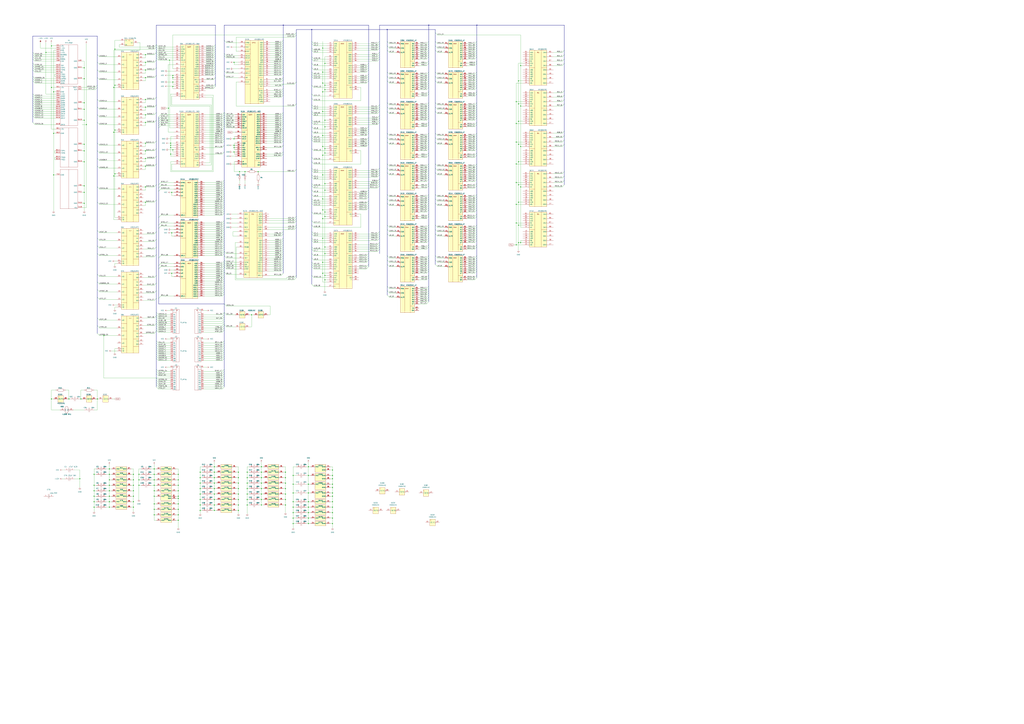
<source format=kicad_sch>
(kicad_sch (version 20211123) (generator eeschema)
  (paper "A0")
  (lib_symbols
    (symbol "K155LP5_1"
      (property "Reference" "U" (at -2.54 -1.27 0))
      (property "Value" "K155LP5_1" (at 1.27 -3.81 0))
      (symbol "K155LP5_1_1_1"
        (text "=1" (at 1.27 -7.62 0) (effects (font (size 1.27 1.27))))
        (pin input line (at -8.89 -7.62 0) (length 5.08) (name "A1") (number "01"))
        (pin input line (at -8.89 -12.7 0) (length 5.08) (name "B1") (number "02"))
        (pin input line (at 11.43 -10.16 180) (length 5.08) (name "U1") (number "03"))
      )
      (symbol "K155LP5_1_2_1"
        (text "=1" (at 1.27 -7.62 0) (effects (font (size 1.27 1.27))))
        (pin input line (at -8.89 -7.62 0) (length 5.08) (name "A2") (number "04"))
        (pin input line (at -8.89 -12.7 0) (length 5.08) (name "B2") (number "05"))
        (pin input line (at 11.43 -10.16 180) (length 5.08) (name "U2") (number "06"))
      )
      (symbol "K155LP5_1_3_1"
        (text "=1" (at 1.27 -7.62 0) (effects (font (size 1.27 1.27))))
        (pin input line (at 11.43 -10.16 180) (length 5.08) (name "U3") (number "08"))
        (pin input line (at -8.89 -7.62 0) (length 5.08) (name "A3") (number "09"))
        (pin input line (at -8.89 -12.7 0) (length 5.08) (name "B3") (number "10"))
      )
      (symbol "K155LP5_1_4_1"
        (text "=1" (at 1.27 -7.62 0) (effects (font (size 1.27 1.27))))
        (pin input line (at 11.43 -10.16 180) (length 5.08) (name "U4") (number "11"))
        (pin input line (at -8.89 -7.62 0) (length 5.08) (name "A4") (number "12"))
        (pin input line (at -8.89 -12.7 0) (length 5.08) (name "B4") (number "13"))
      )
      (symbol "K155LP5_1_5_1"
        (pin input line (at -11.43 -8.89 0) (length 5.08) (name "GND") (number "07"))
        (pin input line (at 11.43 -8.89 180) (length 5.08) (name "VCC") (number "14"))
      )
    )
    (symbol "K555LN2_1"
      (property "Reference" "D" (at -3.81 1.27 0))
      (property "Value" "K555LN2_1" (at 0 -1.27 0))
      (symbol "K555LN2_1_1_1"
        (text "1" (at -1.27 -5.08 0) (effects (font (size 1.27 1.27))))
        (pin input line (at -7.62 -7.62 0) (length 5.08) (name "X1") (number "01"))
        (pin output inverted (at 8.89 -7.62 180) (length 5.08) (name "Y1") (number "02"))
      )
      (symbol "K555LN2_1_2_1"
        (text "1" (at -1.27 -5.08 0) (effects (font (size 1.27 1.27))))
        (pin input line (at -7.62 -7.62 0) (length 5.08) (name "X2") (number "03"))
        (pin output inverted (at 8.89 -7.62 180) (length 5.08) (name "Y2") (number "04"))
      )
      (symbol "K555LN2_1_3_1"
        (text "1" (at -1.27 -5.08 0) (effects (font (size 1.27 1.27))))
        (pin input line (at -7.62 -7.62 0) (length 5.08) (name "X3") (number "05"))
        (pin output inverted (at 8.89 -7.62 180) (length 5.08) (name "Y3") (number "06"))
      )
      (symbol "K555LN2_1_4_1"
        (text "1" (at -1.27 -5.08 0) (effects (font (size 1.27 1.27))))
        (pin output inverted (at 8.89 -7.62 180) (length 5.08) (name "Y4") (number "08"))
        (pin input line (at -7.62 -7.62 0) (length 5.08) (name "X4") (number "09"))
      )
      (symbol "K555LN2_1_5_1"
        (text "1" (at -1.27 -5.08 0) (effects (font (size 1.27 1.27))))
        (pin output inverted (at 8.89 -7.62 180) (length 5.08) (name "Y5") (number "10"))
        (pin input line (at -7.62 -7.62 0) (length 5.08) (name "X5") (number "11"))
      )
      (symbol "K555LN2_1_6_1"
        (text "1" (at -1.27 -5.08 0) (effects (font (size 1.27 1.27))))
        (pin output inverted (at 8.89 -7.62 180) (length 5.08) (name "Y6") (number "12"))
        (pin input line (at -7.62 -7.62 0) (length 5.08) (name "X6") (number "13"))
      )
      (symbol "K555LN2_1_7_1"
        (pin power_in line (at 11.43 -6.35 180) (length 5.08) (name "GND") (number "07"))
        (pin power_in line (at -11.43 -6.35 0) (length 5.08) (name "VCC") (number "14"))
      )
    )
    (symbol "K555LN2_2"
      (property "Reference" "D" (at -3.81 1.27 0))
      (property "Value" "K555LN2_2" (at 0 -1.27 0))
      (symbol "K555LN2_2_1_1"
        (text "1" (at -1.27 -5.08 0) (effects (font (size 1.27 1.27))))
        (pin input line (at -7.62 -7.62 0) (length 5.08) (name "X1") (number "01"))
        (pin output inverted (at 8.89 -7.62 180) (length 5.08) (name "Y1") (number "02"))
      )
      (symbol "K555LN2_2_2_1"
        (text "1" (at -1.27 -5.08 0) (effects (font (size 1.27 1.27))))
        (pin input line (at -7.62 -7.62 0) (length 5.08) (name "X2") (number "03"))
        (pin output inverted (at 8.89 -7.62 180) (length 5.08) (name "Y2") (number "04"))
      )
      (symbol "K555LN2_2_3_1"
        (text "1" (at -1.27 -5.08 0) (effects (font (size 1.27 1.27))))
        (pin input line (at -7.62 -7.62 0) (length 5.08) (name "X3") (number "05"))
        (pin output inverted (at 8.89 -7.62 180) (length 5.08) (name "Y3") (number "06"))
      )
      (symbol "K555LN2_2_4_1"
        (text "1" (at -1.27 -5.08 0) (effects (font (size 1.27 1.27))))
        (pin output inverted (at 8.89 -7.62 180) (length 5.08) (name "Y4") (number "08"))
        (pin input line (at -7.62 -7.62 0) (length 5.08) (name "X4") (number "09"))
      )
      (symbol "K555LN2_2_5_1"
        (text "1" (at -1.27 -5.08 0) (effects (font (size 1.27 1.27))))
        (pin output inverted (at 8.89 -7.62 180) (length 5.08) (name "Y5") (number "10"))
        (pin input line (at -7.62 -7.62 0) (length 5.08) (name "X5") (number "11"))
      )
      (symbol "K555LN2_2_6_1"
        (text "1" (at -1.27 -5.08 0) (effects (font (size 1.27 1.27))))
        (pin output inverted (at 8.89 -7.62 180) (length 5.08) (name "Y6") (number "12"))
        (pin input line (at -7.62 -7.62 0) (length 5.08) (name "X6") (number "13"))
      )
      (symbol "K555LN2_2_7_1"
        (pin power_in line (at 11.43 -6.35 180) (length 5.08) (name "GND") (number "07"))
        (pin power_in line (at -11.43 -6.35 0) (length 5.08) (name "VCC") (number "14"))
      )
    )
    (symbol "K555LN2_3"
      (property "Reference" "D" (at -3.81 1.27 0))
      (property "Value" "K555LN2_3" (at 0 -1.27 0))
      (symbol "K555LN2_3_1_1"
        (text "1" (at -1.27 -5.08 0) (effects (font (size 1.27 1.27))))
        (pin input line (at -7.62 -7.62 0) (length 5.08) (name "X1") (number "01"))
        (pin output inverted (at 8.89 -7.62 180) (length 5.08) (name "Y1") (number "02"))
      )
      (symbol "K555LN2_3_2_1"
        (text "1" (at -1.27 -5.08 0) (effects (font (size 1.27 1.27))))
        (pin input line (at -7.62 -7.62 0) (length 5.08) (name "X2") (number "03"))
        (pin output inverted (at 8.89 -7.62 180) (length 5.08) (name "Y2") (number "04"))
      )
      (symbol "K555LN2_3_3_1"
        (text "1" (at -1.27 -5.08 0) (effects (font (size 1.27 1.27))))
        (pin input line (at -7.62 -7.62 0) (length 5.08) (name "X3") (number "05"))
        (pin output inverted (at 8.89 -7.62 180) (length 5.08) (name "Y3") (number "06"))
      )
      (symbol "K555LN2_3_4_1"
        (text "1" (at -1.27 -5.08 0) (effects (font (size 1.27 1.27))))
        (pin output inverted (at 8.89 -7.62 180) (length 5.08) (name "Y4") (number "08"))
        (pin input line (at -7.62 -7.62 0) (length 5.08) (name "X4") (number "09"))
      )
      (symbol "K555LN2_3_5_1"
        (text "1" (at -1.27 -5.08 0) (effects (font (size 1.27 1.27))))
        (pin output inverted (at 8.89 -7.62 180) (length 5.08) (name "Y5") (number "10"))
        (pin input line (at -7.62 -7.62 0) (length 5.08) (name "X5") (number "11"))
      )
      (symbol "K555LN2_3_6_1"
        (text "1" (at -1.27 -5.08 0) (effects (font (size 1.27 1.27))))
        (pin output inverted (at 8.89 -7.62 180) (length 5.08) (name "Y6") (number "12"))
        (pin input line (at -7.62 -7.62 0) (length 5.08) (name "X6") (number "13"))
      )
      (symbol "K555LN2_3_7_1"
        (pin power_in line (at 11.43 -6.35 180) (length 5.08) (name "GND") (number "07"))
        (pin power_in line (at -11.43 -6.35 0) (length 5.08) (name "VCC") (number "14"))
      )
    )
    (symbol "K555LN2_4"
      (property "Reference" "D" (at -3.81 1.27 0))
      (property "Value" "K555LN2_4" (at 0 -1.27 0))
      (symbol "K555LN2_4_1_1"
        (text "1" (at -1.27 -5.08 0) (effects (font (size 1.27 1.27))))
        (pin input line (at -7.62 -7.62 0) (length 5.08) (name "X1") (number "01"))
        (pin output inverted (at 8.89 -7.62 180) (length 5.08) (name "Y1") (number "02"))
      )
      (symbol "K555LN2_4_2_1"
        (text "1" (at -1.27 -5.08 0) (effects (font (size 1.27 1.27))))
        (pin input line (at -7.62 -7.62 0) (length 5.08) (name "X2") (number "03"))
        (pin output inverted (at 8.89 -7.62 180) (length 5.08) (name "Y2") (number "04"))
      )
      (symbol "K555LN2_4_3_1"
        (text "1" (at -1.27 -5.08 0) (effects (font (size 1.27 1.27))))
        (pin input line (at -7.62 -7.62 0) (length 5.08) (name "X3") (number "05"))
        (pin output inverted (at 8.89 -7.62 180) (length 5.08) (name "Y3") (number "06"))
      )
      (symbol "K555LN2_4_4_1"
        (text "1" (at -1.27 -5.08 0) (effects (font (size 1.27 1.27))))
        (pin output inverted (at 8.89 -7.62 180) (length 5.08) (name "Y4") (number "08"))
        (pin input line (at -7.62 -7.62 0) (length 5.08) (name "X4") (number "09"))
      )
      (symbol "K555LN2_4_5_1"
        (text "1" (at -1.27 -5.08 0) (effects (font (size 1.27 1.27))))
        (pin output inverted (at 8.89 -7.62 180) (length 5.08) (name "Y5") (number "10"))
        (pin input line (at -7.62 -7.62 0) (length 5.08) (name "X5") (number "11"))
      )
      (symbol "K555LN2_4_6_1"
        (text "1" (at -1.27 -5.08 0) (effects (font (size 1.27 1.27))))
        (pin output inverted (at 8.89 -7.62 180) (length 5.08) (name "Y6") (number "12"))
        (pin input line (at -7.62 -7.62 0) (length 5.08) (name "X6") (number "13"))
      )
      (symbol "K555LN2_4_7_1"
        (pin power_in line (at 11.43 -6.35 180) (length 5.08) (name "GND") (number "07"))
        (pin power_in line (at -11.43 -6.35 0) (length 5.08) (name "VCC") (number "14"))
      )
    )
    (symbol "K555LN2_5"
      (property "Reference" "D" (at -3.81 1.27 0))
      (property "Value" "K555LN2_5" (at 0 -1.27 0))
      (symbol "K555LN2_5_1_1"
        (text "1" (at -1.27 -5.08 0) (effects (font (size 1.27 1.27))))
        (pin input line (at -7.62 -7.62 0) (length 5.08) (name "X1") (number "01"))
        (pin output inverted (at 8.89 -7.62 180) (length 5.08) (name "Y1") (number "02"))
      )
      (symbol "K555LN2_5_2_1"
        (text "1" (at -1.27 -5.08 0) (effects (font (size 1.27 1.27))))
        (pin input line (at -7.62 -7.62 0) (length 5.08) (name "X2") (number "03"))
        (pin output inverted (at 8.89 -7.62 180) (length 5.08) (name "Y2") (number "04"))
      )
      (symbol "K555LN2_5_3_1"
        (text "1" (at -1.27 -5.08 0) (effects (font (size 1.27 1.27))))
        (pin input line (at -7.62 -7.62 0) (length 5.08) (name "X3") (number "05"))
        (pin output inverted (at 8.89 -7.62 180) (length 5.08) (name "Y3") (number "06"))
      )
      (symbol "K555LN2_5_4_1"
        (text "1" (at -1.27 -5.08 0) (effects (font (size 1.27 1.27))))
        (pin output inverted (at 8.89 -7.62 180) (length 5.08) (name "Y4") (number "08"))
        (pin input line (at -7.62 -7.62 0) (length 5.08) (name "X4") (number "09"))
      )
      (symbol "K555LN2_5_5_1"
        (text "1" (at -1.27 -5.08 0) (effects (font (size 1.27 1.27))))
        (pin output inverted (at 8.89 -7.62 180) (length 5.08) (name "Y5") (number "10"))
        (pin input line (at -7.62 -7.62 0) (length 5.08) (name "X5") (number "11"))
      )
      (symbol "K555LN2_5_6_1"
        (text "1" (at -1.27 -5.08 0) (effects (font (size 1.27 1.27))))
        (pin output inverted (at 8.89 -7.62 180) (length 5.08) (name "Y6") (number "12"))
        (pin input line (at -7.62 -7.62 0) (length 5.08) (name "X6") (number "13"))
      )
      (symbol "K555LN2_5_7_1"
        (pin power_in line (at 11.43 -6.35 180) (length 5.08) (name "GND") (number "07"))
        (pin power_in line (at -11.43 -6.35 0) (length 5.08) (name "VCC") (number "14"))
      )
    )
    (symbol "K555LN2_6"
      (property "Reference" "D" (at -3.81 1.27 0))
      (property "Value" "K555LN2_6" (at 0 -1.27 0))
      (symbol "K555LN2_6_1_1"
        (text "1" (at -1.27 -5.08 0) (effects (font (size 1.27 1.27))))
        (pin input line (at -7.62 -7.62 0) (length 5.08) (name "X1") (number "01"))
        (pin output inverted (at 8.89 -7.62 180) (length 5.08) (name "Y1") (number "02"))
      )
      (symbol "K555LN2_6_2_1"
        (text "1" (at -1.27 -5.08 0) (effects (font (size 1.27 1.27))))
        (pin input line (at -7.62 -7.62 0) (length 5.08) (name "X2") (number "03"))
        (pin output inverted (at 8.89 -7.62 180) (length 5.08) (name "Y2") (number "04"))
      )
      (symbol "K555LN2_6_3_1"
        (text "1" (at -1.27 -5.08 0) (effects (font (size 1.27 1.27))))
        (pin input line (at -7.62 -7.62 0) (length 5.08) (name "X3") (number "05"))
        (pin output inverted (at 8.89 -7.62 180) (length 5.08) (name "Y3") (number "06"))
      )
      (symbol "K555LN2_6_4_1"
        (text "1" (at -1.27 -5.08 0) (effects (font (size 1.27 1.27))))
        (pin output inverted (at 8.89 -7.62 180) (length 5.08) (name "Y4") (number "08"))
        (pin input line (at -7.62 -7.62 0) (length 5.08) (name "X4") (number "09"))
      )
      (symbol "K555LN2_6_5_1"
        (text "1" (at -1.27 -5.08 0) (effects (font (size 1.27 1.27))))
        (pin output inverted (at 8.89 -7.62 180) (length 5.08) (name "Y5") (number "10"))
        (pin input line (at -7.62 -7.62 0) (length 5.08) (name "X5") (number "11"))
      )
      (symbol "K555LN2_6_6_1"
        (text "1" (at -1.27 -5.08 0) (effects (font (size 1.27 1.27))))
        (pin output inverted (at 8.89 -7.62 180) (length 5.08) (name "Y6") (number "12"))
        (pin input line (at -7.62 -7.62 0) (length 5.08) (name "X6") (number "13"))
      )
      (symbol "K555LN2_6_7_1"
        (pin power_in line (at 11.43 -6.35 180) (length 5.08) (name "GND") (number "07"))
        (pin power_in line (at -11.43 -6.35 0) (length 5.08) (name "VCC") (number "14"))
      )
    )
    (symbol "KR1801RE2_1"
      (property "Reference" "U" (at -5.08 -1.27 0))
      (property "Value" "KR1801RE2_1" (at 1.27 -1.27 0))
      (symbol "KR1801RE2_1_1_1"
        (text "ROM" (at 1.27 -7.62 0) (effects (font (size 1.27 1.27))))
        (pin input inverted (at -16.51 -11.43 0) (length 7.62) (name "DIN") (number "01"))
        (pin input inverted (at -16.51 -45.72 0) (length 7.62) (name "RPLY") (number "02"))
        (pin input inverted (at -16.51 -7.62 0) (length 7.62) (name "SYNC") (number "03"))
        (pin input line (at 19.05 -17.78 180) (length 7.62) (name "AD4") (number "04"))
        (pin input line (at 19.05 -20.32 180) (length 7.62) (name "AD5") (number "05"))
        (pin input line (at 19.05 -22.86 180) (length 7.62) (name "AD6") (number "06"))
        (pin input line (at 19.05 -25.4 180) (length 7.62) (name "AD7") (number "07"))
        (pin input line (at 19.05 -27.94 180) (length 7.62) (name "AD8") (number "08"))
        (pin input line (at 19.05 -30.48 180) (length 7.62) (name "AD9") (number "09"))
        (pin input line (at 19.05 -33.02 180) (length 7.62) (name "AD10") (number "10"))
        (pin input line (at 19.05 -35.56 180) (length 7.62) (name "AD11") (number "11"))
        (pin input line (at 19.05 -15.24 180) (length 7.62) (name "AD3") (number "13"))
        (pin input line (at 19.05 -12.7 180) (length 7.62) (name "AD2") (number "14"))
        (pin input line (at 19.05 -10.16 180) (length 7.62) (name "AD1") (number "15"))
        (pin input line (at 19.05 -7.62 180) (length 7.62) (name "AD0") (number "16"))
        (pin input line (at 19.05 -38.1 180) (length 7.62) (name "AD12") (number "17"))
        (pin input line (at 19.05 -40.64 180) (length 7.62) (name "AD13") (number "18"))
        (pin input line (at 19.05 -43.18 180) (length 7.62) (name "AD14") (number "19"))
        (pin input line (at 19.05 -45.72 180) (length 7.62) (name "AD15") (number "20"))
        (pin input inverted (at -16.51 -22.86 0) (length 7.62) (name "Un") (number "21"))
        (pin input inverted (at -16.51 -19.05 0) (length 7.62) (name "WE") (number "22"))
        (pin input inverted (at -16.51 -15.24 0) (length 7.62) (name "CE") (number "23"))
      )
      (symbol "KR1801RE2_1_2_1"
        (pin passive line (at 11.43 -12.7 180) (length 5.08) (name "GND") (number "12"))
        (pin passive line (at -11.43 -12.7 0) (length 5.08) (name "VCC") (number "24"))
      )
    )
    (symbol "KR1801RE2_3"
      (property "Reference" "U" (at -5.08 -1.27 0))
      (property "Value" "KR1801RE2_3" (at 1.27 -1.27 0))
      (symbol "KR1801RE2_3_1_1"
        (text "ROM" (at 1.27 -7.62 0) (effects (font (size 1.27 1.27))))
        (pin input inverted (at -16.51 -11.43 0) (length 7.62) (name "DIN") (number "01"))
        (pin input inverted (at -16.51 -45.72 0) (length 7.62) (name "RPLY") (number "02"))
        (pin input inverted (at -16.51 -7.62 0) (length 7.62) (name "SYNC") (number "03"))
        (pin input line (at 19.05 -17.78 180) (length 7.62) (name "AD4") (number "04"))
        (pin input line (at 19.05 -20.32 180) (length 7.62) (name "AD5") (number "05"))
        (pin input line (at 19.05 -22.86 180) (length 7.62) (name "AD6") (number "06"))
        (pin input line (at 19.05 -25.4 180) (length 7.62) (name "AD7") (number "07"))
        (pin input line (at 19.05 -27.94 180) (length 7.62) (name "AD8") (number "08"))
        (pin input line (at 19.05 -30.48 180) (length 7.62) (name "AD9") (number "09"))
        (pin input line (at 19.05 -33.02 180) (length 7.62) (name "AD10") (number "10"))
        (pin input line (at 19.05 -35.56 180) (length 7.62) (name "AD11") (number "11"))
        (pin input line (at 19.05 -15.24 180) (length 7.62) (name "AD3") (number "13"))
        (pin input line (at 19.05 -12.7 180) (length 7.62) (name "AD2") (number "14"))
        (pin input line (at 19.05 -10.16 180) (length 7.62) (name "AD1") (number "15"))
        (pin input line (at 19.05 -7.62 180) (length 7.62) (name "AD0") (number "16"))
        (pin input line (at 19.05 -38.1 180) (length 7.62) (name "AD12") (number "17"))
        (pin input line (at 19.05 -40.64 180) (length 7.62) (name "AD13") (number "18"))
        (pin input line (at 19.05 -43.18 180) (length 7.62) (name "AD14") (number "19"))
        (pin input line (at 19.05 -45.72 180) (length 7.62) (name "AD15") (number "20"))
        (pin input inverted (at -16.51 -22.86 0) (length 7.62) (name "Un") (number "21"))
        (pin input inverted (at -16.51 -19.05 0) (length 7.62) (name "WE") (number "22"))
        (pin input inverted (at -16.51 -15.24 0) (length 7.62) (name "CE") (number "23"))
      )
      (symbol "KR1801RE2_3_2_1"
        (pin passive line (at 11.43 -12.7 180) (length 5.08) (name "GND") (number "12"))
        (pin passive line (at -11.43 -12.7 0) (length 5.08) (name "VCC") (number "24"))
      )
    )
    (symbol "KR1801RE2_4"
      (property "Reference" "U" (at -5.08 -1.27 0))
      (property "Value" "KR1801RE2_4" (at 1.27 -1.27 0))
      (symbol "KR1801RE2_4_1_1"
        (text "ROM" (at 1.27 -7.62 0) (effects (font (size 1.27 1.27))))
        (pin input inverted (at -16.51 -11.43 0) (length 7.62) (name "DIN") (number "01"))
        (pin input inverted (at -16.51 -45.72 0) (length 7.62) (name "RPLY") (number "02"))
        (pin input inverted (at -16.51 -7.62 0) (length 7.62) (name "SYNC") (number "03"))
        (pin input line (at 19.05 -17.78 180) (length 7.62) (name "AD4") (number "04"))
        (pin input line (at 19.05 -20.32 180) (length 7.62) (name "AD5") (number "05"))
        (pin input line (at 19.05 -22.86 180) (length 7.62) (name "AD6") (number "06"))
        (pin input line (at 19.05 -25.4 180) (length 7.62) (name "AD7") (number "07"))
        (pin input line (at 19.05 -27.94 180) (length 7.62) (name "AD8") (number "08"))
        (pin input line (at 19.05 -30.48 180) (length 7.62) (name "AD9") (number "09"))
        (pin input line (at 19.05 -33.02 180) (length 7.62) (name "AD10") (number "10"))
        (pin input line (at 19.05 -35.56 180) (length 7.62) (name "AD11") (number "11"))
        (pin input line (at 19.05 -15.24 180) (length 7.62) (name "AD3") (number "13"))
        (pin input line (at 19.05 -12.7 180) (length 7.62) (name "AD2") (number "14"))
        (pin input line (at 19.05 -10.16 180) (length 7.62) (name "AD1") (number "15"))
        (pin input line (at 19.05 -7.62 180) (length 7.62) (name "AD0") (number "16"))
        (pin input line (at 19.05 -38.1 180) (length 7.62) (name "AD12") (number "17"))
        (pin input line (at 19.05 -40.64 180) (length 7.62) (name "AD13") (number "18"))
        (pin input line (at 19.05 -43.18 180) (length 7.62) (name "AD14") (number "19"))
        (pin input line (at 19.05 -45.72 180) (length 7.62) (name "AD15") (number "20"))
        (pin input inverted (at -16.51 -22.86 0) (length 7.62) (name "Un") (number "21"))
        (pin input inverted (at -16.51 -19.05 0) (length 7.62) (name "WE") (number "22"))
        (pin input inverted (at -16.51 -15.24 0) (length 7.62) (name "CE") (number "23"))
      )
      (symbol "KR1801RE2_4_2_1"
        (pin passive line (at 11.43 -12.7 180) (length 5.08) (name "GND") (number "12"))
        (pin passive line (at -11.43 -12.7 0) (length 5.08) (name "VCC") (number "24"))
      )
    )
    (symbol "KR1801RE2_5"
      (property "Reference" "U" (at -5.08 -1.27 0))
      (property "Value" "KR1801RE2_5" (at 1.27 -1.27 0))
      (symbol "KR1801RE2_5_1_1"
        (text "ROM" (at 1.27 -7.62 0) (effects (font (size 1.27 1.27))))
        (pin input inverted (at -16.51 -11.43 0) (length 7.62) (name "DIN") (number "01"))
        (pin input inverted (at -16.51 -45.72 0) (length 7.62) (name "RPLY") (number "02"))
        (pin input inverted (at -16.51 -7.62 0) (length 7.62) (name "SYNC") (number "03"))
        (pin input line (at 19.05 -17.78 180) (length 7.62) (name "AD4") (number "04"))
        (pin input line (at 19.05 -20.32 180) (length 7.62) (name "AD5") (number "05"))
        (pin input line (at 19.05 -22.86 180) (length 7.62) (name "AD6") (number "06"))
        (pin input line (at 19.05 -25.4 180) (length 7.62) (name "AD7") (number "07"))
        (pin input line (at 19.05 -27.94 180) (length 7.62) (name "AD8") (number "08"))
        (pin input line (at 19.05 -30.48 180) (length 7.62) (name "AD9") (number "09"))
        (pin input line (at 19.05 -33.02 180) (length 7.62) (name "AD10") (number "10"))
        (pin input line (at 19.05 -35.56 180) (length 7.62) (name "AD11") (number "11"))
        (pin input line (at 19.05 -15.24 180) (length 7.62) (name "AD3") (number "13"))
        (pin input line (at 19.05 -12.7 180) (length 7.62) (name "AD2") (number "14"))
        (pin input line (at 19.05 -10.16 180) (length 7.62) (name "AD1") (number "15"))
        (pin input line (at 19.05 -7.62 180) (length 7.62) (name "AD0") (number "16"))
        (pin input line (at 19.05 -38.1 180) (length 7.62) (name "AD12") (number "17"))
        (pin input line (at 19.05 -40.64 180) (length 7.62) (name "AD13") (number "18"))
        (pin input line (at 19.05 -43.18 180) (length 7.62) (name "AD14") (number "19"))
        (pin input line (at 19.05 -45.72 180) (length 7.62) (name "AD15") (number "20"))
        (pin input inverted (at -16.51 -22.86 0) (length 7.62) (name "Un") (number "21"))
        (pin input inverted (at -16.51 -19.05 0) (length 7.62) (name "WE") (number "22"))
        (pin input inverted (at -16.51 -15.24 0) (length 7.62) (name "CE") (number "23"))
      )
      (symbol "KR1801RE2_5_2_1"
        (pin passive line (at 11.43 -12.7 180) (length 5.08) (name "GND") (number "12"))
        (pin passive line (at -11.43 -12.7 0) (length 5.08) (name "VCC") (number "24"))
      )
    )
    (symbol "KR1801VP1-033_1"
      (property "Reference" "D" (at -6.35 -8.89 0))
      (property "Value" "KR1801VP1-033_1" (at 5.08 -8.89 0))
      (symbol "KR1801VP1-033_1_1_1"
        (text "PIC" (at 1.27 -10.16 0) (effects (font (size 1.27 1.27))))
        (pin input line (at -16.51 -25.4 0) (length 7.62) (name "RC3") (number "01"))
        (pin input line (at -16.51 -10.16 0) (length 7.62) (name "RC0") (number "02"))
        (pin input line (at -16.51 -15.24 0) (length 7.62) (name "RC1") (number "03"))
        (pin input line (at -16.51 -20.32 0) (length 7.62) (name "RC2") (number "04"))
        (pin input line (at -16.51 -30.48 0) (length 7.62) (name "RDO") (number "05"))
        (pin input line (at -16.51 -35.56 0) (length 7.62) (name "RDI") (number "06"))
        (pin input line (at 20.32 -25.4 180) (length 7.62) (name "CSR0") (number "07"))
        (pin input line (at 20.32 -27.94 180) (length 7.62) (name "CSR1") (number "08"))
        (pin input inverted (at 20.32 -40.64 180) (length 7.62) (name "AD0") (number "09"))
        (pin input inverted (at 20.32 -43.18 180) (length 7.62) (name "AD1") (number "10"))
        (pin input inverted (at 20.32 -45.72 180) (length 7.62) (name "AD2") (number "11"))
        (pin input inverted (at 20.32 -48.26 180) (length 7.62) (name "AD3") (number "12"))
        (pin input inverted (at 20.32 -50.8 180) (length 7.62) (name "AD4") (number "13"))
        (pin input inverted (at 20.32 -53.34 180) (length 7.62) (name "AD5") (number "14"))
        (pin input inverted (at 20.32 -55.88 180) (length 7.62) (name "AD6") (number "15"))
        (pin input inverted (at 20.32 -58.42 180) (length 7.62) (name "AD7") (number "16"))
        (pin input inverted (at 20.32 -60.96 180) (length 7.62) (name "AD8") (number "17"))
        (pin input inverted (at 20.32 -63.5 180) (length 7.62) (name "AD9") (number "18"))
        (pin input inverted (at 20.32 -66.04 180) (length 7.62) (name "AD10") (number "19"))
        (pin input inverted (at 20.32 -68.58 180) (length 7.62) (name "AD11") (number "20"))
        (pin input inverted (at 20.32 -71.12 180) (length 7.62) (name "AD12") (number "22"))
        (pin input inverted (at -16.51 -80.01 0) (length 7.62) (name "BS") (number "23"))
        (pin input inverted (at 20.32 -73.66 180) (length 7.62) (name "AD14") (number "24"))
        (pin input inverted (at 20.32 -76.2 180) (length 7.62) (name "AD15") (number "25"))
        (pin input inverted (at 20.32 -15.24 180) (length 7.62) (name "B1R") (number "26"))
        (pin input inverted (at 20.32 -10.16 180) (length 7.62) (name "DTR") (number "27"))
        (pin input inverted (at 20.32 -12.7 180) (length 7.62) (name "NDR") (number "28"))
        (pin input inverted (at 20.32 -17.78 180) (length 7.62) (name "B0R") (number "29"))
        (pin input line (at -16.51 -48.26 0) (length 7.62) (name "REQB") (number "30"))
        (pin input inverted (at 20.32 -20.32 180) (length 7.62) (name "0RR") (number "31"))
        (pin input line (at -16.51 -43.18 0) (length 7.62) (name "REQA") (number "32"))
        (pin input inverted (at -16.51 -55.88 0) (length 7.62) (name "IAKI") (number "33"))
        (pin input inverted (at -16.51 -60.96 0) (length 7.62) (name "INIT") (number "34"))
        (pin input inverted (at 20.32 -33.02 180) (length 7.62) (name "VIRQ") (number "35"))
        (pin input inverted (at 20.32 -35.56 180) (length 7.62) (name "IAKO") (number "36"))
        (pin input inverted (at -16.51 -71.12 0) (length 7.62) (name "DOUT") (number "37"))
        (pin input inverted (at -16.51 -68.58 0) (length 7.62) (name "DIN") (number "38"))
        (pin input inverted (at 20.32 -81.28 180) (length 7.62) (name "RPLY") (number "39"))
        (pin input inverted (at -16.51 -73.66 0) (length 7.62) (name "WTBT") (number "40"))
        (pin input inverted (at -16.51 -66.04 0) (length 7.62) (name "SYNC") (number "41"))
      )
      (symbol "KR1801VP1-033_1_2_1"
        (pin power_in line (at 11.43 -13.97 180) (length 5.08) (name "GND") (number "21"))
        (pin power_in line (at -11.43 -13.97 0) (length 5.08) (name "VCC") (number "42"))
      )
    )
    (symbol "KR1802VV1_1"
      (property "Reference" "D" (at 0 0 0))
      (property "Value" "KR1802VV1_1" (at 0 0 0))
      (symbol "KR1802VV1_1_1_1"
        (text "RAM" (at 0 -6.35 0) (effects (font (size 1.27 1.27))))
        (pin input line (at -17.78 -21.59 0) (length 7.62) (name "AB0") (number "01"))
        (pin input line (at -17.78 -39.37 0) (length 7.62) (name "AC1") (number "02"))
        (pin input line (at -17.78 -36.83 0) (length 7.62) (name "AC0") (number "03"))
        (pin input line (at -17.78 -54.61 0) (length 7.62) (name "AX1") (number "04"))
        (pin input line (at -17.78 -52.07 0) (length 7.62) (name "AX0") (number "05"))
        (pin input inverted (at 19.05 -39.37 180) (length 7.62) (name "DC3") (number "06"))
        (pin input inverted (at 19.05 -36.83 180) (length 7.62) (name "DC2") (number "07"))
        (pin input inverted (at 19.05 -52.07 180) (length 7.62) (name "DX3") (number "08"))
        (pin input inverted (at 19.05 -49.53 180) (length 7.62) (name "DX2") (number "09"))
        (pin input inverted (at 19.05 -46.99 180) (length 7.62) (name "DX1") (number "10"))
        (pin input inverted (at 19.05 -44.45 180) (length 7.62) (name "DX0") (number "12"))
        (pin input inverted (at 19.05 -34.29 180) (length 7.62) (name "DC1") (number "13"))
        (pin input inverted (at 19.05 -31.75 180) (length 7.62) (name "DC0") (number "14"))
        (pin input inverted (at -17.78 -46.99 0) (length 7.62) (name "RC") (number "15"))
        (pin input inverted (at -17.78 -62.23 0) (length 7.62) (name "RX") (number "16"))
        (pin input inverted (at -17.78 -59.69 0) (length 7.62) (name "ECX") (number "17"))
        (pin input inverted (at -17.78 -57.15 0) (length 7.62) (name "WX") (number "18"))
        (pin input inverted (at -17.78 -44.45 0) (length 7.62) (name "ECC") (number "19"))
        (pin input inverted (at -17.78 -41.91 0) (length 7.62) (name "WC") (number "20"))
        (pin input inverted (at -17.78 -26.67 0) (length 7.62) (name "WB") (number "21"))
        (pin input inverted (at -17.78 -29.21 0) (length 7.62) (name "ECB") (number "22"))
        (pin input inverted (at -17.78 -11.43 0) (length 7.62) (name "WA") (number "23"))
        (pin input inverted (at -17.78 -13.97 0) (length 7.62) (name "ECA") (number "24"))
        (pin input inverted (at -17.78 -16.51 0) (length 7.62) (name "RA") (number "25"))
        (pin input inverted (at -17.78 -31.75 0) (length 7.62) (name "RB") (number "26"))
        (pin input inverted (at -17.78 -67.31 0) (length 7.62) (name "CI") (number "27"))
        (pin input line (at 19.05 -59.69 180) (length 7.62) (name "F") (number "28"))
        (pin input inverted (at 19.05 -19.05 180) (length 7.62) (name "DB0") (number "29"))
        (pin input inverted (at 19.05 -6.35 180) (length 7.62) (name "DA0") (number "30"))
        (pin input inverted (at 19.05 -21.59 180) (length 7.62) (name "DB1") (number "31"))
        (pin input inverted (at 19.05 -8.89 180) (length 7.62) (name "DA1") (number "33"))
        (pin input inverted (at 19.05 -24.13 180) (length 7.62) (name "DB2") (number "34"))
        (pin input inverted (at 19.05 -11.43 180) (length 7.62) (name "DA2") (number "35"))
        (pin input inverted (at 19.05 -26.67 180) (length 7.62) (name "DB3") (number "36"))
        (pin input inverted (at 19.05 -13.97 180) (length 7.62) (name "DA3") (number "37"))
        (pin input inverted (at 19.05 -57.15 180) (length 7.62) (name "C0") (number "39"))
        (pin input line (at -17.78 -8.89 0) (length 7.62) (name "AA1") (number "40"))
        (pin input line (at -17.78 -6.35 0) (length 7.62) (name "AA0") (number "41"))
        (pin input line (at -17.78 -24.13 0) (length 7.62) (name "AB1") (number "42"))
      )
      (symbol "KR1802VV1_1_2_1"
        (pin power_in line (at 11.43 -11.43 180) (length 5.08) (name "GND") (number "11"))
        (pin power_in line (at -11.43 -11.43 0) (length 5.08) (name "VCC") (number "32"))
        (pin power_in line (at 11.43 -15.24 180) (length 5.08) (name "GND") (number "38"))
      )
    )
    (symbol "KR1802VV1_2"
      (property "Reference" "D" (at 0 0 0))
      (property "Value" "KR1802VV1_2" (at 0 0 0))
      (symbol "KR1802VV1_2_1_1"
        (text "RAM" (at 0 -6.35 0) (effects (font (size 1.27 1.27))))
        (pin input line (at -17.78 -21.59 0) (length 7.62) (name "AB0") (number "01"))
        (pin input line (at -17.78 -39.37 0) (length 7.62) (name "AC1") (number "02"))
        (pin input line (at -17.78 -36.83 0) (length 7.62) (name "AC0") (number "03"))
        (pin input line (at -17.78 -54.61 0) (length 7.62) (name "AX1") (number "04"))
        (pin input line (at -17.78 -52.07 0) (length 7.62) (name "AX0") (number "05"))
        (pin input inverted (at 19.05 -39.37 180) (length 7.62) (name "DC3") (number "06"))
        (pin input inverted (at 19.05 -36.83 180) (length 7.62) (name "DC2") (number "07"))
        (pin input inverted (at 19.05 -52.07 180) (length 7.62) (name "DX3") (number "08"))
        (pin input inverted (at 19.05 -49.53 180) (length 7.62) (name "DX2") (number "09"))
        (pin input inverted (at 19.05 -46.99 180) (length 7.62) (name "DX1") (number "10"))
        (pin input inverted (at 19.05 -44.45 180) (length 7.62) (name "DX0") (number "12"))
        (pin input inverted (at 19.05 -34.29 180) (length 7.62) (name "DC1") (number "13"))
        (pin input inverted (at 19.05 -31.75 180) (length 7.62) (name "DC0") (number "14"))
        (pin input inverted (at -17.78 -46.99 0) (length 7.62) (name "RC") (number "15"))
        (pin input inverted (at -17.78 -62.23 0) (length 7.62) (name "RX") (number "16"))
        (pin input inverted (at -17.78 -59.69 0) (length 7.62) (name "ECX") (number "17"))
        (pin input inverted (at -17.78 -57.15 0) (length 7.62) (name "WX") (number "18"))
        (pin input inverted (at -17.78 -44.45 0) (length 7.62) (name "ECC") (number "19"))
        (pin input inverted (at -17.78 -41.91 0) (length 7.62) (name "WC") (number "20"))
        (pin input inverted (at -17.78 -26.67 0) (length 7.62) (name "WB") (number "21"))
        (pin input inverted (at -17.78 -29.21 0) (length 7.62) (name "ECB") (number "22"))
        (pin input inverted (at -17.78 -11.43 0) (length 7.62) (name "WA") (number "23"))
        (pin input inverted (at -17.78 -13.97 0) (length 7.62) (name "ECA") (number "24"))
        (pin input inverted (at -17.78 -16.51 0) (length 7.62) (name "RA") (number "25"))
        (pin input inverted (at -17.78 -31.75 0) (length 7.62) (name "RB") (number "26"))
        (pin input inverted (at -17.78 -67.31 0) (length 7.62) (name "CI") (number "27"))
        (pin input line (at 19.05 -59.69 180) (length 7.62) (name "F") (number "28"))
        (pin input inverted (at 19.05 -19.05 180) (length 7.62) (name "DB0") (number "29"))
        (pin input inverted (at 19.05 -6.35 180) (length 7.62) (name "DA0") (number "30"))
        (pin input inverted (at 19.05 -21.59 180) (length 7.62) (name "DB1") (number "31"))
        (pin input inverted (at 19.05 -8.89 180) (length 7.62) (name "DA1") (number "33"))
        (pin input inverted (at 19.05 -24.13 180) (length 7.62) (name "DB2") (number "34"))
        (pin input inverted (at 19.05 -11.43 180) (length 7.62) (name "DA2") (number "35"))
        (pin input inverted (at 19.05 -26.67 180) (length 7.62) (name "DB3") (number "36"))
        (pin input inverted (at 19.05 -13.97 180) (length 7.62) (name "DA3") (number "37"))
        (pin input inverted (at 19.05 -57.15 180) (length 7.62) (name "C0") (number "39"))
        (pin input line (at -17.78 -8.89 0) (length 7.62) (name "AA1") (number "40"))
        (pin input line (at -17.78 -6.35 0) (length 7.62) (name "AA0") (number "41"))
        (pin input line (at -17.78 -24.13 0) (length 7.62) (name "AB1") (number "42"))
      )
      (symbol "KR1802VV1_2_2_1"
        (pin power_in line (at 11.43 -11.43 180) (length 5.08) (name "GND") (number "11"))
        (pin power_in line (at -11.43 -11.43 0) (length 5.08) (name "VCC") (number "32"))
        (pin power_in line (at 11.43 -15.24 180) (length 5.08) (name "GND") (number "38"))
      )
    )
    (symbol "KR1802VV1_3"
      (property "Reference" "D" (at 0 0 0))
      (property "Value" "KR1802VV1_3" (at 0 0 0))
      (symbol "KR1802VV1_3_1_1"
        (text "RAM" (at 0 -6.35 0) (effects (font (size 1.27 1.27))))
        (pin input line (at -17.78 -21.59 0) (length 7.62) (name "AB0") (number "01"))
        (pin input line (at -17.78 -39.37 0) (length 7.62) (name "AC1") (number "02"))
        (pin input line (at -17.78 -36.83 0) (length 7.62) (name "AC0") (number "03"))
        (pin input line (at -17.78 -54.61 0) (length 7.62) (name "AX1") (number "04"))
        (pin input line (at -17.78 -52.07 0) (length 7.62) (name "AX0") (number "05"))
        (pin input inverted (at 19.05 -39.37 180) (length 7.62) (name "DC3") (number "06"))
        (pin input inverted (at 19.05 -36.83 180) (length 7.62) (name "DC2") (number "07"))
        (pin input inverted (at 19.05 -52.07 180) (length 7.62) (name "DX3") (number "08"))
        (pin input inverted (at 19.05 -49.53 180) (length 7.62) (name "DX2") (number "09"))
        (pin input inverted (at 19.05 -46.99 180) (length 7.62) (name "DX1") (number "10"))
        (pin input inverted (at 19.05 -44.45 180) (length 7.62) (name "DX0") (number "12"))
        (pin input inverted (at 19.05 -34.29 180) (length 7.62) (name "DC1") (number "13"))
        (pin input inverted (at 19.05 -31.75 180) (length 7.62) (name "DC0") (number "14"))
        (pin input inverted (at -17.78 -46.99 0) (length 7.62) (name "RC") (number "15"))
        (pin input inverted (at -17.78 -62.23 0) (length 7.62) (name "RX") (number "16"))
        (pin input inverted (at -17.78 -59.69 0) (length 7.62) (name "ECX") (number "17"))
        (pin input inverted (at -17.78 -57.15 0) (length 7.62) (name "WX") (number "18"))
        (pin input inverted (at -17.78 -44.45 0) (length 7.62) (name "ECC") (number "19"))
        (pin input inverted (at -17.78 -41.91 0) (length 7.62) (name "WC") (number "20"))
        (pin input inverted (at -17.78 -26.67 0) (length 7.62) (name "WB") (number "21"))
        (pin input inverted (at -17.78 -29.21 0) (length 7.62) (name "ECB") (number "22"))
        (pin input inverted (at -17.78 -11.43 0) (length 7.62) (name "WA") (number "23"))
        (pin input inverted (at -17.78 -13.97 0) (length 7.62) (name "ECA") (number "24"))
        (pin input inverted (at -17.78 -16.51 0) (length 7.62) (name "RA") (number "25"))
        (pin input inverted (at -17.78 -31.75 0) (length 7.62) (name "RB") (number "26"))
        (pin input inverted (at -17.78 -67.31 0) (length 7.62) (name "CI") (number "27"))
        (pin input line (at 19.05 -59.69 180) (length 7.62) (name "F") (number "28"))
        (pin input inverted (at 19.05 -19.05 180) (length 7.62) (name "DB0") (number "29"))
        (pin input inverted (at 19.05 -6.35 180) (length 7.62) (name "DA0") (number "30"))
        (pin input inverted (at 19.05 -21.59 180) (length 7.62) (name "DB1") (number "31"))
        (pin input inverted (at 19.05 -8.89 180) (length 7.62) (name "DA1") (number "33"))
        (pin input inverted (at 19.05 -24.13 180) (length 7.62) (name "DB2") (number "34"))
        (pin input inverted (at 19.05 -11.43 180) (length 7.62) (name "DA2") (number "35"))
        (pin input inverted (at 19.05 -26.67 180) (length 7.62) (name "DB3") (number "36"))
        (pin input inverted (at 19.05 -13.97 180) (length 7.62) (name "DA3") (number "37"))
        (pin input inverted (at 19.05 -57.15 180) (length 7.62) (name "C0") (number "39"))
        (pin input line (at -17.78 -8.89 0) (length 7.62) (name "AA1") (number "40"))
        (pin input line (at -17.78 -6.35 0) (length 7.62) (name "AA0") (number "41"))
        (pin input line (at -17.78 -24.13 0) (length 7.62) (name "AB1") (number "42"))
      )
      (symbol "KR1802VV1_3_2_1"
        (pin power_in line (at 11.43 -11.43 180) (length 5.08) (name "GND") (number "11"))
        (pin power_in line (at -11.43 -11.43 0) (length 5.08) (name "VCC") (number "32"))
        (pin power_in line (at 11.43 -15.24 180) (length 5.08) (name "GND") (number "38"))
      )
    )
    (symbol "KR1802VV1_4"
      (property "Reference" "D" (at 0 0 0))
      (property "Value" "KR1802VV1_4" (at 0 0 0))
      (symbol "KR1802VV1_4_1_1"
        (text "RAM" (at 0 -6.35 0) (effects (font (size 1.27 1.27))))
        (pin input line (at -17.78 -21.59 0) (length 7.62) (name "AB0") (number "01"))
        (pin input line (at -17.78 -39.37 0) (length 7.62) (name "AC1") (number "02"))
        (pin input line (at -17.78 -36.83 0) (length 7.62) (name "AC0") (number "03"))
        (pin input line (at -17.78 -54.61 0) (length 7.62) (name "AX1") (number "04"))
        (pin input line (at -17.78 -52.07 0) (length 7.62) (name "AX0") (number "05"))
        (pin input inverted (at 19.05 -39.37 180) (length 7.62) (name "DC3") (number "06"))
        (pin input inverted (at 19.05 -36.83 180) (length 7.62) (name "DC2") (number "07"))
        (pin input inverted (at 19.05 -52.07 180) (length 7.62) (name "DX3") (number "08"))
        (pin input inverted (at 19.05 -49.53 180) (length 7.62) (name "DX2") (number "09"))
        (pin input inverted (at 19.05 -46.99 180) (length 7.62) (name "DX1") (number "10"))
        (pin input inverted (at 19.05 -44.45 180) (length 7.62) (name "DX0") (number "12"))
        (pin input inverted (at 19.05 -34.29 180) (length 7.62) (name "DC1") (number "13"))
        (pin input inverted (at 19.05 -31.75 180) (length 7.62) (name "DC0") (number "14"))
        (pin input inverted (at -17.78 -46.99 0) (length 7.62) (name "RC") (number "15"))
        (pin input inverted (at -17.78 -62.23 0) (length 7.62) (name "RX") (number "16"))
        (pin input inverted (at -17.78 -59.69 0) (length 7.62) (name "ECX") (number "17"))
        (pin input inverted (at -17.78 -57.15 0) (length 7.62) (name "WX") (number "18"))
        (pin input inverted (at -17.78 -44.45 0) (length 7.62) (name "ECC") (number "19"))
        (pin input inverted (at -17.78 -41.91 0) (length 7.62) (name "WC") (number "20"))
        (pin input inverted (at -17.78 -26.67 0) (length 7.62) (name "WB") (number "21"))
        (pin input inverted (at -17.78 -29.21 0) (length 7.62) (name "ECB") (number "22"))
        (pin input inverted (at -17.78 -11.43 0) (length 7.62) (name "WA") (number "23"))
        (pin input inverted (at -17.78 -13.97 0) (length 7.62) (name "ECA") (number "24"))
        (pin input inverted (at -17.78 -16.51 0) (length 7.62) (name "RA") (number "25"))
        (pin input inverted (at -17.78 -31.75 0) (length 7.62) (name "RB") (number "26"))
        (pin input inverted (at -17.78 -67.31 0) (length 7.62) (name "CI") (number "27"))
        (pin input line (at 19.05 -59.69 180) (length 7.62) (name "F") (number "28"))
        (pin input inverted (at 19.05 -19.05 180) (length 7.62) (name "DB0") (number "29"))
        (pin input inverted (at 19.05 -6.35 180) (length 7.62) (name "DA0") (number "30"))
        (pin input inverted (at 19.05 -21.59 180) (length 7.62) (name "DB1") (number "31"))
        (pin input inverted (at 19.05 -8.89 180) (length 7.62) (name "DA1") (number "33"))
        (pin input inverted (at 19.05 -24.13 180) (length 7.62) (name "DB2") (number "34"))
        (pin input inverted (at 19.05 -11.43 180) (length 7.62) (name "DA2") (number "35"))
        (pin input inverted (at 19.05 -26.67 180) (length 7.62) (name "DB3") (number "36"))
        (pin input inverted (at 19.05 -13.97 180) (length 7.62) (name "DA3") (number "37"))
        (pin input inverted (at 19.05 -57.15 180) (length 7.62) (name "C0") (number "39"))
        (pin input line (at -17.78 -8.89 0) (length 7.62) (name "AA1") (number "40"))
        (pin input line (at -17.78 -6.35 0) (length 7.62) (name "AA0") (number "41"))
        (pin input line (at -17.78 -24.13 0) (length 7.62) (name "AB1") (number "42"))
      )
      (symbol "KR1802VV1_4_2_1"
        (pin power_in line (at 11.43 -11.43 180) (length 5.08) (name "GND") (number "11"))
        (pin power_in line (at -11.43 -11.43 0) (length 5.08) (name "VCC") (number "32"))
        (pin power_in line (at 11.43 -15.24 180) (length 5.08) (name "GND") (number "38"))
      )
    )
    (symbol "KR1802VV1_5"
      (property "Reference" "D" (at 0 0 0))
      (property "Value" "KR1802VV1_5" (at 0 0 0))
      (symbol "KR1802VV1_5_1_1"
        (text "RAM" (at 0 -6.35 0) (effects (font (size 1.27 1.27))))
        (pin input line (at -17.78 -21.59 0) (length 7.62) (name "AB0") (number "01"))
        (pin input line (at -17.78 -39.37 0) (length 7.62) (name "AC1") (number "02"))
        (pin input line (at -17.78 -36.83 0) (length 7.62) (name "AC0") (number "03"))
        (pin input line (at -17.78 -54.61 0) (length 7.62) (name "AX1") (number "04"))
        (pin input line (at -17.78 -52.07 0) (length 7.62) (name "AX0") (number "05"))
        (pin input inverted (at 19.05 -39.37 180) (length 7.62) (name "DC3") (number "06"))
        (pin input inverted (at 19.05 -36.83 180) (length 7.62) (name "DC2") (number "07"))
        (pin input inverted (at 19.05 -52.07 180) (length 7.62) (name "DX3") (number "08"))
        (pin input inverted (at 19.05 -49.53 180) (length 7.62) (name "DX2") (number "09"))
        (pin input inverted (at 19.05 -46.99 180) (length 7.62) (name "DX1") (number "10"))
        (pin input inverted (at 19.05 -44.45 180) (length 7.62) (name "DX0") (number "12"))
        (pin input inverted (at 19.05 -34.29 180) (length 7.62) (name "DC1") (number "13"))
        (pin input inverted (at 19.05 -31.75 180) (length 7.62) (name "DC0") (number "14"))
        (pin input inverted (at -17.78 -46.99 0) (length 7.62) (name "RC") (number "15"))
        (pin input inverted (at -17.78 -62.23 0) (length 7.62) (name "RX") (number "16"))
        (pin input inverted (at -17.78 -59.69 0) (length 7.62) (name "ECX") (number "17"))
        (pin input inverted (at -17.78 -57.15 0) (length 7.62) (name "WX") (number "18"))
        (pin input inverted (at -17.78 -44.45 0) (length 7.62) (name "ECC") (number "19"))
        (pin input inverted (at -17.78 -41.91 0) (length 7.62) (name "WC") (number "20"))
        (pin input inverted (at -17.78 -26.67 0) (length 7.62) (name "WB") (number "21"))
        (pin input inverted (at -17.78 -29.21 0) (length 7.62) (name "ECB") (number "22"))
        (pin input inverted (at -17.78 -11.43 0) (length 7.62) (name "WA") (number "23"))
        (pin input inverted (at -17.78 -13.97 0) (length 7.62) (name "ECA") (number "24"))
        (pin input inverted (at -17.78 -16.51 0) (length 7.62) (name "RA") (number "25"))
        (pin input inverted (at -17.78 -31.75 0) (length 7.62) (name "RB") (number "26"))
        (pin input inverted (at -17.78 -67.31 0) (length 7.62) (name "CI") (number "27"))
        (pin input line (at 19.05 -59.69 180) (length 7.62) (name "F") (number "28"))
        (pin input inverted (at 19.05 -19.05 180) (length 7.62) (name "DB0") (number "29"))
        (pin input inverted (at 19.05 -6.35 180) (length 7.62) (name "DA0") (number "30"))
        (pin input inverted (at 19.05 -21.59 180) (length 7.62) (name "DB1") (number "31"))
        (pin input inverted (at 19.05 -8.89 180) (length 7.62) (name "DA1") (number "33"))
        (pin input inverted (at 19.05 -24.13 180) (length 7.62) (name "DB2") (number "34"))
        (pin input inverted (at 19.05 -11.43 180) (length 7.62) (name "DA2") (number "35"))
        (pin input inverted (at 19.05 -26.67 180) (length 7.62) (name "DB3") (number "36"))
        (pin input inverted (at 19.05 -13.97 180) (length 7.62) (name "DA3") (number "37"))
        (pin input inverted (at 19.05 -57.15 180) (length 7.62) (name "C0") (number "39"))
        (pin input line (at -17.78 -8.89 0) (length 7.62) (name "AA1") (number "40"))
        (pin input line (at -17.78 -6.35 0) (length 7.62) (name "AA0") (number "41"))
        (pin input line (at -17.78 -24.13 0) (length 7.62) (name "AB1") (number "42"))
      )
      (symbol "KR1802VV1_5_2_1"
        (pin power_in line (at 11.43 -11.43 180) (length 5.08) (name "GND") (number "11"))
        (pin power_in line (at -11.43 -11.43 0) (length 5.08) (name "VCC") (number "32"))
        (pin power_in line (at 11.43 -15.24 180) (length 5.08) (name "GND") (number "38"))
      )
    )
    (symbol "KR1802VV1_6"
      (property "Reference" "D" (at 0 0 0))
      (property "Value" "KR1802VV1_6" (at 0 0 0))
      (symbol "KR1802VV1_6_1_1"
        (text "RAM" (at 0 -6.35 0) (effects (font (size 1.27 1.27))))
        (pin input line (at -17.78 -21.59 0) (length 7.62) (name "AB0") (number "01"))
        (pin input line (at -17.78 -39.37 0) (length 7.62) (name "AC1") (number "02"))
        (pin input line (at -17.78 -36.83 0) (length 7.62) (name "AC0") (number "03"))
        (pin input line (at -17.78 -54.61 0) (length 7.62) (name "AX1") (number "04"))
        (pin input line (at -17.78 -52.07 0) (length 7.62) (name "AX0") (number "05"))
        (pin input inverted (at 19.05 -39.37 180) (length 7.62) (name "DC3") (number "06"))
        (pin input inverted (at 19.05 -36.83 180) (length 7.62) (name "DC2") (number "07"))
        (pin input inverted (at 19.05 -52.07 180) (length 7.62) (name "DX3") (number "08"))
        (pin input inverted (at 19.05 -49.53 180) (length 7.62) (name "DX2") (number "09"))
        (pin input inverted (at 19.05 -46.99 180) (length 7.62) (name "DX1") (number "10"))
        (pin input inverted (at 19.05 -44.45 180) (length 7.62) (name "DX0") (number "12"))
        (pin input inverted (at 19.05 -34.29 180) (length 7.62) (name "DC1") (number "13"))
        (pin input inverted (at 19.05 -31.75 180) (length 7.62) (name "DC0") (number "14"))
        (pin input inverted (at -17.78 -46.99 0) (length 7.62) (name "RC") (number "15"))
        (pin input inverted (at -17.78 -62.23 0) (length 7.62) (name "RX") (number "16"))
        (pin input inverted (at -17.78 -59.69 0) (length 7.62) (name "ECX") (number "17"))
        (pin input inverted (at -17.78 -57.15 0) (length 7.62) (name "WX") (number "18"))
        (pin input inverted (at -17.78 -44.45 0) (length 7.62) (name "ECC") (number "19"))
        (pin input inverted (at -17.78 -41.91 0) (length 7.62) (name "WC") (number "20"))
        (pin input inverted (at -17.78 -26.67 0) (length 7.62) (name "WB") (number "21"))
        (pin input inverted (at -17.78 -29.21 0) (length 7.62) (name "ECB") (number "22"))
        (pin input inverted (at -17.78 -11.43 0) (length 7.62) (name "WA") (number "23"))
        (pin input inverted (at -17.78 -13.97 0) (length 7.62) (name "ECA") (number "24"))
        (pin input inverted (at -17.78 -16.51 0) (length 7.62) (name "RA") (number "25"))
        (pin input inverted (at -17.78 -31.75 0) (length 7.62) (name "RB") (number "26"))
        (pin input inverted (at -17.78 -67.31 0) (length 7.62) (name "CI") (number "27"))
        (pin input line (at 19.05 -59.69 180) (length 7.62) (name "F") (number "28"))
        (pin input inverted (at 19.05 -19.05 180) (length 7.62) (name "DB0") (number "29"))
        (pin input inverted (at 19.05 -6.35 180) (length 7.62) (name "DA0") (number "30"))
        (pin input inverted (at 19.05 -21.59 180) (length 7.62) (name "DB1") (number "31"))
        (pin input inverted (at 19.05 -8.89 180) (length 7.62) (name "DA1") (number "33"))
        (pin input inverted (at 19.05 -24.13 180) (length 7.62) (name "DB2") (number "34"))
        (pin input inverted (at 19.05 -11.43 180) (length 7.62) (name "DA2") (number "35"))
        (pin input inverted (at 19.05 -26.67 180) (length 7.62) (name "DB3") (number "36"))
        (pin input inverted (at 19.05 -13.97 180) (length 7.62) (name "DA3") (number "37"))
        (pin input inverted (at 19.05 -57.15 180) (length 7.62) (name "C0") (number "39"))
        (pin input line (at -17.78 -8.89 0) (length 7.62) (name "AA1") (number "40"))
        (pin input line (at -17.78 -6.35 0) (length 7.62) (name "AA0") (number "41"))
        (pin input line (at -17.78 -24.13 0) (length 7.62) (name "AB1") (number "42"))
      )
      (symbol "KR1802VV1_6_2_1"
        (pin power_in line (at 11.43 -11.43 180) (length 5.08) (name "GND") (number "11"))
        (pin power_in line (at -11.43 -11.43 0) (length 5.08) (name "VCC") (number "32"))
        (pin power_in line (at 11.43 -15.24 180) (length 5.08) (name "GND") (number "38"))
      )
    )
    (symbol "KR1802VV1_7"
      (property "Reference" "D" (at 0 0 0))
      (property "Value" "KR1802VV1_7" (at 0 0 0))
      (symbol "KR1802VV1_7_1_1"
        (text "RAM" (at 0 -6.35 0) (effects (font (size 1.27 1.27))))
        (pin input line (at -17.78 -21.59 0) (length 7.62) (name "AB0") (number "01"))
        (pin input line (at -17.78 -39.37 0) (length 7.62) (name "AC1") (number "02"))
        (pin input line (at -17.78 -36.83 0) (length 7.62) (name "AC0") (number "03"))
        (pin input line (at -17.78 -54.61 0) (length 7.62) (name "AX1") (number "04"))
        (pin input line (at -17.78 -52.07 0) (length 7.62) (name "AX0") (number "05"))
        (pin input inverted (at 19.05 -39.37 180) (length 7.62) (name "DC3") (number "06"))
        (pin input inverted (at 19.05 -36.83 180) (length 7.62) (name "DC2") (number "07"))
        (pin input inverted (at 19.05 -52.07 180) (length 7.62) (name "DX3") (number "08"))
        (pin input inverted (at 19.05 -49.53 180) (length 7.62) (name "DX2") (number "09"))
        (pin input inverted (at 19.05 -46.99 180) (length 7.62) (name "DX1") (number "10"))
        (pin input inverted (at 19.05 -44.45 180) (length 7.62) (name "DX0") (number "12"))
        (pin input inverted (at 19.05 -34.29 180) (length 7.62) (name "DC1") (number "13"))
        (pin input inverted (at 19.05 -31.75 180) (length 7.62) (name "DC0") (number "14"))
        (pin input inverted (at -17.78 -46.99 0) (length 7.62) (name "RC") (number "15"))
        (pin input inverted (at -17.78 -62.23 0) (length 7.62) (name "RX") (number "16"))
        (pin input inverted (at -17.78 -59.69 0) (length 7.62) (name "ECX") (number "17"))
        (pin input inverted (at -17.78 -57.15 0) (length 7.62) (name "WX") (number "18"))
        (pin input inverted (at -17.78 -44.45 0) (length 7.62) (name "ECC") (number "19"))
        (pin input inverted (at -17.78 -41.91 0) (length 7.62) (name "WC") (number "20"))
        (pin input inverted (at -17.78 -26.67 0) (length 7.62) (name "WB") (number "21"))
        (pin input inverted (at -17.78 -29.21 0) (length 7.62) (name "ECB") (number "22"))
        (pin input inverted (at -17.78 -11.43 0) (length 7.62) (name "WA") (number "23"))
        (pin input inverted (at -17.78 -13.97 0) (length 7.62) (name "ECA") (number "24"))
        (pin input inverted (at -17.78 -16.51 0) (length 7.62) (name "RA") (number "25"))
        (pin input inverted (at -17.78 -31.75 0) (length 7.62) (name "RB") (number "26"))
        (pin input inverted (at -17.78 -67.31 0) (length 7.62) (name "CI") (number "27"))
        (pin input line (at 19.05 -59.69 180) (length 7.62) (name "F") (number "28"))
        (pin input inverted (at 19.05 -19.05 180) (length 7.62) (name "DB0") (number "29"))
        (pin input inverted (at 19.05 -6.35 180) (length 7.62) (name "DA0") (number "30"))
        (pin input inverted (at 19.05 -21.59 180) (length 7.62) (name "DB1") (number "31"))
        (pin input inverted (at 19.05 -8.89 180) (length 7.62) (name "DA1") (number "33"))
        (pin input inverted (at 19.05 -24.13 180) (length 7.62) (name "DB2") (number "34"))
        (pin input inverted (at 19.05 -11.43 180) (length 7.62) (name "DA2") (number "35"))
        (pin input inverted (at 19.05 -26.67 180) (length 7.62) (name "DB3") (number "36"))
        (pin input inverted (at 19.05 -13.97 180) (length 7.62) (name "DA3") (number "37"))
        (pin input inverted (at 19.05 -57.15 180) (length 7.62) (name "C0") (number "39"))
        (pin input line (at -17.78 -8.89 0) (length 7.62) (name "AA1") (number "40"))
        (pin input line (at -17.78 -6.35 0) (length 7.62) (name "AA0") (number "41"))
        (pin input line (at -17.78 -24.13 0) (length 7.62) (name "AB1") (number "42"))
      )
      (symbol "KR1802VV1_7_2_1"
        (pin power_in line (at 11.43 -11.43 180) (length 5.08) (name "GND") (number "11"))
        (pin power_in line (at -11.43 -11.43 0) (length 5.08) (name "VCC") (number "32"))
        (pin power_in line (at 11.43 -15.24 180) (length 5.08) (name "GND") (number "38"))
      )
    )
    (symbol "KR531AP2_10"
      (property "Reference" "U" (at -8.89 1.27 0))
      (property "Value" "KR531AP2_10" (at 5.08 1.27 0))
      (symbol "KR531AP2_10_1_1"
        (text "<>" (at 0 -2.54 0) (effects (font (size 1.27 1.27))))
        (pin input inverted (at 15.24 -38.1 180) (length 5.08) (name "CA") (number "01"))
        (pin input line (at -15.24 -6.35 0) (length 5.08) (name "B0") (number "02"))
        (pin input line (at 15.24 -5.08 180) (length 5.08) (name "W0") (number "03"))
        (pin input line (at -15.24 -2.54 0) (length 5.08) (name "A0") (number "04"))
        (pin input line (at -15.24 -15.24 0) (length 5.08) (name "B1") (number "05"))
        (pin input line (at 15.24 -13.97 180) (length 5.08) (name "W1") (number "06"))
        (pin input line (at -15.24 -11.43 0) (length 5.08) (name "A1") (number "07"))
        (pin input line (at -15.24 -20.32 0) (length 5.08) (name "A2") (number "09"))
        (pin input line (at 15.24 -22.86 180) (length 5.08) (name "W2") (number "10"))
        (pin input line (at -15.24 -24.13 0) (length 5.08) (name "B2") (number "11"))
        (pin input line (at -15.24 -29.21 0) (length 5.08) (name "A3") (number "12"))
        (pin input line (at 15.24 -31.75 180) (length 5.08) (name "W3") (number "13"))
        (pin input line (at -15.24 -33.02 0) (length 5.08) (name "B3") (number "14"))
        (pin input inverted (at 15.24 -40.64 180) (length 5.08) (name "CB") (number "15"))
      )
      (symbol "KR531AP2_10_2_1"
        (pin passive line (at 11.43 -7.62 180) (length 7.62) (name "GND") (number "08"))
        (pin passive line (at -16.51 -7.62 0) (length 7.62) (name "VCC") (number "16"))
      )
    )
    (symbol "KR531AP2_11"
      (property "Reference" "U" (at -8.89 1.27 0))
      (property "Value" "KR531AP2_11" (at 5.08 1.27 0))
      (symbol "KR531AP2_11_1_1"
        (text "<>" (at 0 -2.54 0) (effects (font (size 1.27 1.27))))
        (pin input inverted (at 15.24 -38.1 180) (length 5.08) (name "CA") (number "01"))
        (pin input line (at -15.24 -6.35 0) (length 5.08) (name "B0") (number "02"))
        (pin input line (at 15.24 -5.08 180) (length 5.08) (name "W0") (number "03"))
        (pin input line (at -15.24 -2.54 0) (length 5.08) (name "A0") (number "04"))
        (pin input line (at -15.24 -15.24 0) (length 5.08) (name "B1") (number "05"))
        (pin input line (at 15.24 -13.97 180) (length 5.08) (name "W1") (number "06"))
        (pin input line (at -15.24 -11.43 0) (length 5.08) (name "A1") (number "07"))
        (pin input line (at -15.24 -20.32 0) (length 5.08) (name "A2") (number "09"))
        (pin input line (at 15.24 -22.86 180) (length 5.08) (name "W2") (number "10"))
        (pin input line (at -15.24 -24.13 0) (length 5.08) (name "B2") (number "11"))
        (pin input line (at -15.24 -29.21 0) (length 5.08) (name "A3") (number "12"))
        (pin input line (at 15.24 -31.75 180) (length 5.08) (name "W3") (number "13"))
        (pin input line (at -15.24 -33.02 0) (length 5.08) (name "B3") (number "14"))
        (pin input inverted (at 15.24 -40.64 180) (length 5.08) (name "CB") (number "15"))
      )
      (symbol "KR531AP2_11_2_1"
        (pin passive line (at 11.43 -7.62 180) (length 7.62) (name "GND") (number "08"))
        (pin passive line (at -16.51 -7.62 0) (length 7.62) (name "VCC") (number "16"))
      )
    )
    (symbol "KR531AP2_12"
      (property "Reference" "U" (at -8.89 1.27 0))
      (property "Value" "KR531AP2_12" (at 5.08 1.27 0))
      (symbol "KR531AP2_12_1_1"
        (text "<>" (at 0 -2.54 0) (effects (font (size 1.27 1.27))))
        (pin input inverted (at 15.24 -38.1 180) (length 5.08) (name "CA") (number "01"))
        (pin input line (at -15.24 -6.35 0) (length 5.08) (name "B0") (number "02"))
        (pin input line (at 15.24 -5.08 180) (length 5.08) (name "W0") (number "03"))
        (pin input line (at -15.24 -2.54 0) (length 5.08) (name "A0") (number "04"))
        (pin input line (at -15.24 -15.24 0) (length 5.08) (name "B1") (number "05"))
        (pin input line (at 15.24 -13.97 180) (length 5.08) (name "W1") (number "06"))
        (pin input line (at -15.24 -11.43 0) (length 5.08) (name "A1") (number "07"))
        (pin input line (at -15.24 -20.32 0) (length 5.08) (name "A2") (number "09"))
        (pin input line (at 15.24 -22.86 180) (length 5.08) (name "W2") (number "10"))
        (pin input line (at -15.24 -24.13 0) (length 5.08) (name "B2") (number "11"))
        (pin input line (at -15.24 -29.21 0) (length 5.08) (name "A3") (number "12"))
        (pin input line (at 15.24 -31.75 180) (length 5.08) (name "W3") (number "13"))
        (pin input line (at -15.24 -33.02 0) (length 5.08) (name "B3") (number "14"))
        (pin input inverted (at 15.24 -40.64 180) (length 5.08) (name "CB") (number "15"))
      )
      (symbol "KR531AP2_12_2_1"
        (pin passive line (at 11.43 -7.62 180) (length 7.62) (name "GND") (number "08"))
        (pin passive line (at -16.51 -7.62 0) (length 7.62) (name "VCC") (number "16"))
      )
    )
    (symbol "KR531AP2_5"
      (property "Reference" "U" (at -8.89 1.27 0))
      (property "Value" "KR531AP2_5" (at 5.08 1.27 0))
      (symbol "KR531AP2_5_1_1"
        (text "<>" (at 0 -2.54 0) (effects (font (size 1.27 1.27))))
        (pin input inverted (at 15.24 -38.1 180) (length 5.08) (name "CA") (number "01"))
        (pin input line (at -15.24 -6.35 0) (length 5.08) (name "B0") (number "02"))
        (pin input line (at 15.24 -5.08 180) (length 5.08) (name "W0") (number "03"))
        (pin input line (at -15.24 -2.54 0) (length 5.08) (name "A0") (number "04"))
        (pin input line (at -15.24 -15.24 0) (length 5.08) (name "B1") (number "05"))
        (pin input line (at 15.24 -13.97 180) (length 5.08) (name "W1") (number "06"))
        (pin input line (at -15.24 -11.43 0) (length 5.08) (name "A1") (number "07"))
        (pin input line (at -15.24 -20.32 0) (length 5.08) (name "A2") (number "09"))
        (pin input line (at 15.24 -22.86 180) (length 5.08) (name "W2") (number "10"))
        (pin input line (at -15.24 -24.13 0) (length 5.08) (name "B2") (number "11"))
        (pin input line (at -15.24 -29.21 0) (length 5.08) (name "A3") (number "12"))
        (pin input line (at 15.24 -31.75 180) (length 5.08) (name "W3") (number "13"))
        (pin input line (at -15.24 -33.02 0) (length 5.08) (name "B3") (number "14"))
        (pin input inverted (at 15.24 -40.64 180) (length 5.08) (name "CB") (number "15"))
      )
      (symbol "KR531AP2_5_2_1"
        (pin passive line (at 11.43 -7.62 180) (length 7.62) (name "GND") (number "08"))
        (pin passive line (at -16.51 -7.62 0) (length 7.62) (name "VCC") (number "16"))
      )
    )
    (symbol "KR531AP2_7"
      (property "Reference" "U" (at -8.89 1.27 0))
      (property "Value" "KR531AP2_7" (at 5.08 1.27 0))
      (symbol "KR531AP2_7_1_1"
        (text "<>" (at 0 -2.54 0) (effects (font (size 1.27 1.27))))
        (pin input inverted (at 15.24 -38.1 180) (length 5.08) (name "CA") (number "01"))
        (pin input line (at -15.24 -6.35 0) (length 5.08) (name "B0") (number "02"))
        (pin input line (at 15.24 -5.08 180) (length 5.08) (name "W0") (number "03"))
        (pin input line (at -15.24 -2.54 0) (length 5.08) (name "A0") (number "04"))
        (pin input line (at -15.24 -15.24 0) (length 5.08) (name "B1") (number "05"))
        (pin input line (at 15.24 -13.97 180) (length 5.08) (name "W1") (number "06"))
        (pin input line (at -15.24 -11.43 0) (length 5.08) (name "A1") (number "07"))
        (pin input line (at -15.24 -20.32 0) (length 5.08) (name "A2") (number "09"))
        (pin input line (at 15.24 -22.86 180) (length 5.08) (name "W2") (number "10"))
        (pin input line (at -15.24 -24.13 0) (length 5.08) (name "B2") (number "11"))
        (pin input line (at -15.24 -29.21 0) (length 5.08) (name "A3") (number "12"))
        (pin input line (at 15.24 -31.75 180) (length 5.08) (name "W3") (number "13"))
        (pin input line (at -15.24 -33.02 0) (length 5.08) (name "B3") (number "14"))
        (pin input inverted (at 15.24 -40.64 180) (length 5.08) (name "CB") (number "15"))
      )
      (symbol "KR531AP2_7_2_1"
        (pin passive line (at 11.43 -7.62 180) (length 7.62) (name "GND") (number "08"))
        (pin passive line (at -16.51 -7.62 0) (length 7.62) (name "VCC") (number "16"))
      )
    )
    (symbol "KR531AP2_8"
      (property "Reference" "U" (at -8.89 1.27 0))
      (property "Value" "KR531AP2_8" (at 5.08 1.27 0))
      (symbol "KR531AP2_8_1_1"
        (text "<>" (at 0 -2.54 0) (effects (font (size 1.27 1.27))))
        (pin input inverted (at 15.24 -38.1 180) (length 5.08) (name "CA") (number "01"))
        (pin input line (at -15.24 -6.35 0) (length 5.08) (name "B0") (number "02"))
        (pin input line (at 15.24 -5.08 180) (length 5.08) (name "W0") (number "03"))
        (pin input line (at -15.24 -2.54 0) (length 5.08) (name "A0") (number "04"))
        (pin input line (at -15.24 -15.24 0) (length 5.08) (name "B1") (number "05"))
        (pin input line (at 15.24 -13.97 180) (length 5.08) (name "W1") (number "06"))
        (pin input line (at -15.24 -11.43 0) (length 5.08) (name "A1") (number "07"))
        (pin input line (at -15.24 -20.32 0) (length 5.08) (name "A2") (number "09"))
        (pin input line (at 15.24 -22.86 180) (length 5.08) (name "W2") (number "10"))
        (pin input line (at -15.24 -24.13 0) (length 5.08) (name "B2") (number "11"))
        (pin input line (at -15.24 -29.21 0) (length 5.08) (name "A3") (number "12"))
        (pin input line (at 15.24 -31.75 180) (length 5.08) (name "W3") (number "13"))
        (pin input line (at -15.24 -33.02 0) (length 5.08) (name "B3") (number "14"))
        (pin input inverted (at 15.24 -40.64 180) (length 5.08) (name "CB") (number "15"))
      )
      (symbol "KR531AP2_8_2_1"
        (pin passive line (at 11.43 -7.62 180) (length 7.62) (name "GND") (number "08"))
        (pin passive line (at -16.51 -7.62 0) (length 7.62) (name "VCC") (number "16"))
      )
    )
    (symbol "KR531AP2_9"
      (property "Reference" "U" (at -8.89 1.27 0))
      (property "Value" "KR531AP2_9" (at 5.08 1.27 0))
      (symbol "KR531AP2_9_1_1"
        (text "<>" (at 0 -2.54 0) (effects (font (size 1.27 1.27))))
        (pin input inverted (at 15.24 -38.1 180) (length 5.08) (name "CA") (number "01"))
        (pin input line (at -15.24 -6.35 0) (length 5.08) (name "B0") (number "02"))
        (pin input line (at 15.24 -5.08 180) (length 5.08) (name "W0") (number "03"))
        (pin input line (at -15.24 -2.54 0) (length 5.08) (name "A0") (number "04"))
        (pin input line (at -15.24 -15.24 0) (length 5.08) (name "B1") (number "05"))
        (pin input line (at 15.24 -13.97 180) (length 5.08) (name "W1") (number "06"))
        (pin input line (at -15.24 -11.43 0) (length 5.08) (name "A1") (number "07"))
        (pin input line (at -15.24 -20.32 0) (length 5.08) (name "A2") (number "09"))
        (pin input line (at 15.24 -22.86 180) (length 5.08) (name "W2") (number "10"))
        (pin input line (at -15.24 -24.13 0) (length 5.08) (name "B2") (number "11"))
        (pin input line (at -15.24 -29.21 0) (length 5.08) (name "A3") (number "12"))
        (pin input line (at 15.24 -31.75 180) (length 5.08) (name "W3") (number "13"))
        (pin input line (at -15.24 -33.02 0) (length 5.08) (name "B3") (number "14"))
        (pin input inverted (at 15.24 -40.64 180) (length 5.08) (name "CB") (number "15"))
      )
      (symbol "KR531AP2_9_2_1"
        (pin passive line (at 11.43 -7.62 180) (length 7.62) (name "GND") (number "08"))
        (pin passive line (at -16.51 -7.62 0) (length 7.62) (name "VCC") (number "16"))
      )
    )
    (symbol "USSR_KCGD:K155LP5"
      (property "Reference" "U" (at -2.54 -1.27 0))
      (property "Value" "K155LP5" (at 1.27 -3.81 0))
      (symbol "K155LP5_0_0"
        (text "=1" (at 1.27 -7.62 0) (effects (font (size 1.27 1.27))))
      )
      (symbol "K155LP5_1_1"
        (pin input line (at -8.89 -7.62 0) (length 5.08) (name "A1") (number "01"))
        (pin input line (at -8.89 -12.7 0) (length 5.08) (name "B1") (number "02"))
        (pin input line (at 11.43 -10.16 180) (length 5.08) (name "U1") (number "03"))
      )
      (symbol "K155LP5_2_1"
        (pin input line (at -8.89 -7.62 0) (length 5.08) (name "A2") (number "04"))
        (pin input line (at -8.89 -12.7 0) (length 5.08) (name "B2") (number "05"))
        (pin input line (at 11.43 -10.16 180) (length 5.08) (name "U2") (number "06"))
      )
      (symbol "K155LP5_3_1"
        (pin input line (at 11.43 -10.16 180) (length 5.08) (name "U3") (number "08"))
        (pin input line (at -8.89 -7.62 0) (length 5.08) (name "A3") (number "09"))
        (pin input line (at -8.89 -12.7 0) (length 5.08) (name "B3") (number "10"))
      )
      (symbol "K155LP5_4_1"
        (pin input line (at 11.43 -10.16 180) (length 5.08) (name "U4") (number "11"))
        (pin input line (at -8.89 -7.62 0) (length 5.08) (name "A4") (number "12"))
        (pin input line (at -8.89 -12.7 0) (length 5.08) (name "B4") (number "13"))
      )
      (symbol "K155LP5_5_1"
        (pin input line (at -8.89 -10.16 0) (length 5.08) (name "GND") (number "07"))
        (pin input line (at 11.43 -10.16 180) (length 5.08) (name "VCC") (number "14"))
      )
    )
    (symbol "USSR_KCGD:K555LN1"
      (property "Reference" "D" (at 0 0 0))
      (property "Value" "K555LN1" (at 0 -2.54 0))
      (symbol "K555LN1_1_1"
        (text "1" (at -1.27 -6.35 0) (effects (font (size 1.27 1.27))))
        (pin input line (at -7.62 -8.89 0) (length 5.08) (name "X1") (number "01"))
        (pin output inverted (at 8.89 -8.89 180) (length 5.08) (name "Y1") (number "02"))
      )
      (symbol "K555LN1_2_1"
        (text "1" (at -1.27 -6.35 0) (effects (font (size 1.27 1.27))))
        (pin input line (at -7.62 -8.89 0) (length 5.08) (name "X2") (number "03"))
        (pin output inverted (at 8.89 -8.89 180) (length 5.08) (name "Y2") (number "04"))
      )
      (symbol "K555LN1_3_0"
        (text "1" (at -1.27 -6.35 0) (effects (font (size 1.27 1.27))))
      )
      (symbol "K555LN1_3_1"
        (pin input line (at -7.62 -8.89 0) (length 5.08) (name "X3") (number "05"))
        (pin output inverted (at 8.89 -8.89 180) (length 5.08) (name "Y3") (number "06"))
      )
      (symbol "K555LN1_4_1"
        (text "1" (at -1.27 -6.35 0) (effects (font (size 1.27 1.27))))
        (pin output inverted (at 8.89 -8.89 180) (length 5.08) (name "Y4") (number "08"))
        (pin input line (at -7.62 -8.89 0) (length 5.08) (name "X4") (number "09"))
      )
      (symbol "K555LN1_5_1"
        (text "1" (at -1.27 -6.35 0) (effects (font (size 1.27 1.27))))
        (pin output inverted (at 8.89 -8.89 180) (length 5.08) (name "Y5") (number "10"))
        (pin input line (at -7.62 -8.89 0) (length 5.08) (name "X5") (number "11"))
      )
      (symbol "K555LN1_6_1"
        (text "1" (at -1.27 -6.35 0) (effects (font (size 1.27 1.27))))
        (pin output inverted (at 8.89 -8.89 180) (length 5.08) (name "Y6") (number "12"))
        (pin input line (at -7.62 -8.89 0) (length 5.08) (name "X6") (number "13"))
      )
      (symbol "K555LN1_7_1"
        (pin power_in line (at 11.43 -7.62 180) (length 5.08) (name "GND") (number "07"))
        (pin power_in line (at -11.43 -7.62 0) (length 5.08) (name "VCC") (number "14"))
      )
    )
    (symbol "USSR_KCGD:K555LN2"
      (property "Reference" "D" (at -3.81 1.27 0))
      (property "Value" "K555LN2" (at 0 -1.27 0))
      (symbol "K555LN2_1_1"
        (text "1" (at -1.27 -5.08 0) (effects (font (size 1.27 1.27))))
        (pin input line (at -7.62 -7.62 0) (length 5.08) (name "X1") (number "01"))
        (pin output inverted (at 8.89 -7.62 180) (length 5.08) (name "Y1") (number "02"))
      )
      (symbol "K555LN2_2_1"
        (text "1" (at -1.27 -5.08 0) (effects (font (size 1.27 1.27))))
        (pin input line (at -7.62 -7.62 0) (length 5.08) (name "X2") (number "03"))
        (pin output inverted (at 8.89 -7.62 180) (length 5.08) (name "Y2") (number "04"))
      )
      (symbol "K555LN2_3_1"
        (text "1" (at -1.27 -5.08 0) (effects (font (size 1.27 1.27))))
        (pin input line (at -7.62 -7.62 0) (length 5.08) (name "X3") (number "05"))
        (pin output inverted (at 8.89 -7.62 180) (length 5.08) (name "Y3") (number "06"))
      )
      (symbol "K555LN2_4_1"
        (text "1" (at -1.27 -5.08 0) (effects (font (size 1.27 1.27))))
        (pin output inverted (at 8.89 -7.62 180) (length 5.08) (name "Y4") (number "08"))
        (pin input line (at -7.62 -7.62 0) (length 5.08) (name "X4") (number "09"))
      )
      (symbol "K555LN2_5_1"
        (text "1" (at -1.27 -5.08 0) (effects (font (size 1.27 1.27))))
        (pin output inverted (at 8.89 -7.62 180) (length 5.08) (name "Y5") (number "10"))
        (pin input line (at -7.62 -7.62 0) (length 5.08) (name "X5") (number "11"))
      )
      (symbol "K555LN2_6_1"
        (text "1" (at -1.27 -5.08 0) (effects (font (size 1.27 1.27))))
        (pin output inverted (at 8.89 -7.62 180) (length 5.08) (name "Y6") (number "12"))
        (pin input line (at -7.62 -7.62 0) (length 5.08) (name "X6") (number "13"))
      )
      (symbol "K555LN2_7_1"
        (pin power_in line (at 11.43 -6.35 180) (length 5.08) (name "GND") (number "07"))
        (pin power_in line (at -11.43 -6.35 0) (length 5.08) (name "VCC") (number "14"))
      )
    )
    (symbol "USSR_KCGD:K565RU5_v2"
      (property "Reference" "D" (at -3.81 -6.35 0))
      (property "Value" "K565RU5_v2" (at 6.35 -6.35 0))
      (symbol "K565RU5_v2_1_1"
        (text "RAM" (at 2.54 -10.16 0) (effects (font (size 1.27 1.27))))
        (pin input line (at 16.51 -33.02 180) (length 5.08) (name "DI") (number "02"))
        (pin input inverted (at -10.16 -20.32 0) (length 5.08) (name "W/R") (number "03"))
        (pin input inverted (at -10.16 -10.16 0) (length 5.08) (name "RAS") (number "04"))
        (pin input line (at 16.51 -10.16 180) (length 5.08) (name "A0") (number "05"))
        (pin input line (at 16.51 -15.24 180) (length 5.08) (name "A2") (number "06"))
        (pin input line (at 16.51 -12.7 180) (length 5.08) (name "A1") (number "07"))
        (pin input line (at 16.51 -27.94 180) (length 5.08) (name "A7") (number "09"))
        (pin input line (at 16.51 -22.86 180) (length 5.08) (name "A5") (number "10"))
        (pin input line (at 16.51 -20.32 180) (length 5.08) (name "A4") (number "11"))
        (pin input line (at 16.51 -17.78 180) (length 5.08) (name "A3") (number "12"))
        (pin input line (at 16.51 -25.4 180) (length 5.08) (name "A6") (number "13"))
        (pin output line (at 16.51 -35.56 180) (length 5.08) (name "DO") (number "14"))
        (pin input inverted (at -10.16 -15.24 0) (length 5.08) (name "CAS") (number "15"))
      )
      (symbol "K565RU5_v2_2_1"
        (pin power_in line (at -10.16 -12.7 0) (length 5.08) (name "VCC") (number "08"))
        (pin power_in line (at 12.7 -12.7 180) (length 5.08) (name "GND") (number "16"))
      )
    )
    (symbol "USSR_KCGD:KM1801VM2"
      (property "Reference" "U" (at 0 0 0))
      (property "Value" "KM1801VM2" (at 0 0 0))
      (property "Footprint" "USSR:2123.40-6" (at 0 0 0))
      (symbol "KM1801VM2_1_1"
        (text "CPU" (at 0 -7.62 0) (effects (font (size 1.27 1.27))))
        (pin input inverted (at 19.05 -25.4 180) (length 7.62) (name "AD7") (number "02"))
        (pin input inverted (at 19.05 -22.86 180) (length 7.62) (name "AD6") (number "03"))
        (pin input inverted (at 19.05 -20.32 180) (length 7.62) (name "AD5") (number "04"))
        (pin input inverted (at 19.05 -17.78 180) (length 7.62) (name "AD4") (number "05"))
        (pin input inverted (at 19.05 -15.24 180) (length 7.62) (name "AD3") (number "06"))
        (pin input inverted (at 19.05 -12.7 180) (length 7.62) (name "AD2") (number "07"))
        (pin input inverted (at 19.05 -10.16 180) (length 7.62) (name "AD1") (number "08"))
        (pin input inverted (at 19.05 -7.62 180) (length 7.62) (name "AD0") (number "09"))
        (pin input inverted (at 19.05 -76.2 180) (length 7.62) (name "WRQ") (number "10"))
        (pin input inverted (at -17.78 -38.1 0) (length 7.62) (name "WAKI") (number "11"))
        (pin input inverted (at -17.78 -30.48 0) (length 7.62) (name "DMR") (number "12"))
        (pin input inverted (at -17.78 -33.02 0) (length 7.62) (name "SACK") (number "13"))
        (pin input inverted (at 19.05 -73.66 180) (length 7.62) (name "DMGO") (number "14"))
        (pin input inverted (at 19.05 -55.88 180) (length 7.62) (name "CLCO") (number "15"))
        (pin input inverted (at -17.78 -53.34 0) (length 7.62) (name "CLCI") (number "16"))
        (pin input inverted (at -17.78 -43.18 0) (length 7.62) (name "RPLY") (number "17"))
        (pin input inverted (at 19.05 -68.58 180) (length 7.62) (name "DOUT") (number "18"))
        (pin input inverted (at 19.05 -71.12 180) (length 7.62) (name "WTBT") (number "19"))
        (pin input inverted (at 19.05 -63.5 180) (length 7.62) (name "SYNC") (number "21"))
        (pin input inverted (at 19.05 -66.04 180) (length 7.62) (name "DIN") (number "22"))
        (pin input inverted (at -17.78 -48.26 0) (length 7.62) (name "AR") (number "23"))
        (pin input inverted (at 19.05 -53.34 180) (length 7.62) (name "IAKO") (number "24"))
        (pin input inverted (at -17.78 -22.86 0) (length 7.62) (name "ACL0") (number "25"))
        (pin input inverted (at -17.78 -25.4 0) (length 7.62) (name "DCL0") (number "26"))
        (pin input inverted (at 19.05 -58.42 180) (length 7.62) (name "INIT") (number "27"))
        (pin input inverted (at -17.78 -7.62 0) (length 7.62) (name "VIRQ") (number "28"))
        (pin input inverted (at -17.78 -12.7 0) (length 7.62) (name "HALT") (number "29"))
        (pin input inverted_clock (at -17.78 -17.78 0) (length 7.62) (name "EVNT") (number "30"))
        (pin input inverted (at 19.05 -50.8 180) (length 7.62) (name "SEL") (number "31"))
        (pin input inverted (at 19.05 -45.72 180) (length 7.62) (name "AD15") (number "32"))
        (pin input inverted (at 19.05 -43.18 180) (length 7.62) (name "AD14") (number "33"))
        (pin input inverted (at 19.05 -40.64 180) (length 7.62) (name "AD13") (number "34"))
        (pin input inverted (at 19.05 -38.1 180) (length 7.62) (name "AD12") (number "35"))
        (pin input inverted (at 19.05 -35.56 180) (length 7.62) (name "AD11") (number "36"))
        (pin input inverted (at 19.05 -33.02 180) (length 7.62) (name "AD10") (number "37"))
        (pin input inverted (at 19.05 -30.48 180) (length 7.62) (name "AD9") (number "38"))
        (pin input inverted (at 19.05 -27.94 180) (length 7.62) (name "AD8") (number "39"))
      )
      (symbol "KM1801VM2_2_1"
        (pin passive line (at 11.43 -12.7 180) (length 5.08) (name "GND") (number "01"))
        (pin passive line (at 11.43 -15.24 180) (length 5.08) (name "GND") (number "20"))
        (pin passive line (at -11.43 -12.7 0) (length 5.08) (name "VCC") (number "40"))
      )
    )
    (symbol "USSR_KCGD:KR1801RE2"
      (property "Reference" "U" (at -5.08 -1.27 0))
      (property "Value" "KR1801RE2" (at 1.27 -1.27 0))
      (symbol "KR1801RE2_1_1"
        (text "ROM" (at 1.27 -7.62 0) (effects (font (size 1.27 1.27))))
        (pin input inverted (at -16.51 -11.43 0) (length 7.62) (name "DIN") (number "01"))
        (pin input inverted (at -16.51 -45.72 0) (length 7.62) (name "RPLY") (number "02"))
        (pin input inverted (at -16.51 -7.62 0) (length 7.62) (name "SYNC") (number "03"))
        (pin input line (at 19.05 -17.78 180) (length 7.62) (name "AD4") (number "04"))
        (pin input line (at 19.05 -20.32 180) (length 7.62) (name "AD5") (number "05"))
        (pin input line (at 19.05 -22.86 180) (length 7.62) (name "AD6") (number "06"))
        (pin input line (at 19.05 -25.4 180) (length 7.62) (name "AD7") (number "07"))
        (pin input line (at 19.05 -27.94 180) (length 7.62) (name "AD8") (number "08"))
        (pin input line (at 19.05 -30.48 180) (length 7.62) (name "AD9") (number "09"))
        (pin input line (at 19.05 -33.02 180) (length 7.62) (name "AD10") (number "10"))
        (pin input line (at 19.05 -35.56 180) (length 7.62) (name "AD11") (number "11"))
        (pin input line (at 19.05 -15.24 180) (length 7.62) (name "AD3") (number "13"))
        (pin input line (at 19.05 -12.7 180) (length 7.62) (name "AD2") (number "14"))
        (pin input line (at 19.05 -10.16 180) (length 7.62) (name "AD1") (number "15"))
        (pin input line (at 19.05 -7.62 180) (length 7.62) (name "AD0") (number "16"))
        (pin input line (at 19.05 -38.1 180) (length 7.62) (name "AD12") (number "17"))
        (pin input line (at 19.05 -40.64 180) (length 7.62) (name "AD13") (number "18"))
        (pin input line (at 19.05 -43.18 180) (length 7.62) (name "AD14") (number "19"))
        (pin input line (at 19.05 -45.72 180) (length 7.62) (name "AD15") (number "20"))
        (pin input inverted (at -16.51 -22.86 0) (length 7.62) (name "Un") (number "21"))
        (pin input inverted (at -16.51 -19.05 0) (length 7.62) (name "WE") (number "22"))
        (pin input inverted (at -16.51 -15.24 0) (length 7.62) (name "CE") (number "23"))
      )
      (symbol "KR1801RE2_2_1"
        (pin passive line (at 11.43 -12.7 180) (length 5.08) (name "GND") (number "12"))
        (pin passive line (at -11.43 -12.7 0) (length 5.08) (name "VCC") (number "24"))
      )
    )
    (symbol "USSR_KCGD:KR1801VP1-033"
      (property "Reference" "U" (at -6.35 -3.81 0))
      (property "Value" "KR1801VP1-033" (at 1.27 -6.35 0))
      (property "Footprint" "USSR:429.42-5" (at 0 0 0))
      (symbol "KR1801VP1-033_0_0"
        (text "PIC" (at 1.27 -10.16 0) (effects (font (size 1.27 1.27))))
      )
      (symbol "KR1801VP1-033_1_1"
        (pin input line (at -16.51 -25.4 0) (length 7.62) (name "RC3") (number "01"))
        (pin input line (at -16.51 -10.16 0) (length 7.62) (name "RC0") (number "02"))
        (pin input line (at -16.51 -15.24 0) (length 7.62) (name "RC1") (number "03"))
        (pin input line (at -16.51 -20.32 0) (length 7.62) (name "RC2") (number "04"))
        (pin input line (at -16.51 -30.48 0) (length 7.62) (name "RDO") (number "05"))
        (pin input line (at -16.51 -35.56 0) (length 7.62) (name "RDI") (number "06"))
        (pin input line (at 20.32 -25.4 180) (length 7.62) (name "CSR0") (number "07"))
        (pin input line (at 20.32 -27.94 180) (length 7.62) (name "CSR1") (number "08"))
        (pin input inverted (at 20.32 -40.64 180) (length 7.62) (name "AD0") (number "09"))
        (pin input inverted (at 20.32 -43.18 180) (length 7.62) (name "AD1") (number "10"))
        (pin input inverted (at 20.32 -45.72 180) (length 7.62) (name "AD2") (number "11"))
        (pin input inverted (at 20.32 -48.26 180) (length 7.62) (name "AD3") (number "12"))
        (pin input inverted (at 20.32 -50.8 180) (length 7.62) (name "AD4") (number "13"))
        (pin input inverted (at 20.32 -53.34 180) (length 7.62) (name "AD5") (number "14"))
        (pin input inverted (at 20.32 -55.88 180) (length 7.62) (name "AD6") (number "15"))
        (pin input inverted (at 20.32 -58.42 180) (length 7.62) (name "AD7") (number "16"))
        (pin input inverted (at 20.32 -60.96 180) (length 7.62) (name "AD8") (number "17"))
        (pin input inverted (at 20.32 -63.5 180) (length 7.62) (name "AD9") (number "18"))
        (pin input inverted (at 20.32 -66.04 180) (length 7.62) (name "AD10") (number "19"))
        (pin input inverted (at 20.32 -68.58 180) (length 7.62) (name "AD11") (number "20"))
        (pin input inverted (at 20.32 -71.12 180) (length 7.62) (name "AD12") (number "22"))
        (pin input inverted (at -16.51 -80.01 0) (length 7.62) (name "BS") (number "23"))
        (pin input inverted (at 20.32 -73.66 180) (length 7.62) (name "AD14") (number "24"))
        (pin input inverted (at 20.32 -76.2 180) (length 7.62) (name "AD15") (number "25"))
        (pin input inverted (at 20.32 -15.24 180) (length 7.62) (name "B1R") (number "26"))
        (pin input inverted (at 20.32 -10.16 180) (length 7.62) (name "DTR") (number "27"))
        (pin input inverted (at 20.32 -12.7 180) (length 7.62) (name "NDR") (number "28"))
        (pin input inverted (at 20.32 -17.78 180) (length 7.62) (name "B0R") (number "29"))
        (pin input line (at -16.51 -48.26 0) (length 7.62) (name "REQB") (number "30"))
        (pin input inverted (at 20.32 -20.32 180) (length 7.62) (name "0RR") (number "31"))
        (pin input line (at -16.51 -43.18 0) (length 7.62) (name "REQA") (number "32"))
        (pin input inverted (at -16.51 -55.88 0) (length 7.62) (name "IAKI") (number "33"))
        (pin input inverted (at -16.51 -60.96 0) (length 7.62) (name "INIT") (number "34"))
        (pin input inverted (at 20.32 -33.02 180) (length 7.62) (name "VIRQ") (number "35"))
        (pin input inverted (at 20.32 -35.56 180) (length 7.62) (name "IAKO") (number "36"))
        (pin input inverted (at -16.51 -71.12 0) (length 7.62) (name "DOUT") (number "37"))
        (pin input inverted (at -16.51 -68.58 0) (length 7.62) (name "DIN") (number "38"))
        (pin input inverted (at 20.32 -81.28 180) (length 7.62) (name "RPLY") (number "39"))
        (pin input inverted (at -16.51 -73.66 0) (length 7.62) (name "WTBT") (number "40"))
        (pin input inverted (at -16.51 -66.04 0) (length 7.62) (name "SYNC") (number "41"))
      )
      (symbol "KR1801VP1-033_2_1"
        (pin passive line (at 13.97 -13.97 180) (length 7.62) (name "GND") (number "21"))
        (pin passive line (at -13.97 -13.97 0) (length 7.62) (name "VCC") (number "42"))
      )
    )
    (symbol "USSR_KCGD:KR1802IR1"
      (property "Reference" "D" (at -7.62 -3.81 0))
      (property "Value" "KR1802IR1" (at 6.35 -3.81 0))
      (symbol "KR1802IR1_1_1"
        (text "RG" (at 1.27 -7.62 0) (effects (font (size 1.27 1.27))))
        (pin input line (at -16.51 -7.62 0) (length 7.62) (name "AA0") (number "01"))
        (pin input line (at -16.51 -10.16 0) (length 7.62) (name "AA1") (number "02"))
        (pin input line (at -16.51 -12.7 0) (length 7.62) (name "AA2") (number "03"))
        (pin input line (at -16.51 -15.24 0) (length 7.62) (name "AA3") (number "04"))
        (pin input line (at 19.05 -7.62 180) (length 7.62) (name "DA0") (number "05"))
        (pin input line (at 19.05 -12.7 180) (length 7.62) (name "DA1") (number "06"))
        (pin input line (at 19.05 -17.78 180) (length 7.62) (name "DA2") (number "07"))
        (pin input line (at 19.05 -22.86 180) (length 7.62) (name "DA3") (number "08"))
        (pin input inverted (at -16.51 -17.78 0) (length 7.62) (name "RA") (number "09"))
        (pin input inverted (at -16.51 -20.32 0) (length 7.62) (name "ECA") (number "10"))
        (pin input inverted (at -16.51 -22.86 0) (length 7.62) (name "WA") (number "11"))
        (pin input line (at -16.51 -27.94 0) (length 7.62) (name "AB0") (number "13"))
        (pin input line (at -16.51 -30.48 0) (length 7.62) (name "AB1") (number "14"))
        (pin input line (at -16.51 -33.02 0) (length 7.62) (name "AB2") (number "15"))
        (pin input line (at -16.51 -35.56 0) (length 7.62) (name "AB3") (number "16"))
        (pin input line (at 19.05 -43.18 180) (length 7.62) (name "DB3") (number "17"))
        (pin input line (at 19.05 -38.1 180) (length 7.62) (name "DB2") (number "18"))
        (pin input line (at 19.05 -33.02 180) (length 7.62) (name "DB1") (number "19"))
        (pin input line (at 19.05 -27.94 180) (length 7.62) (name "DB0") (number "20"))
        (pin input inverted (at -16.51 -38.1 0) (length 7.62) (name "RB") (number "21"))
        (pin input inverted (at -16.51 -40.64 0) (length 7.62) (name "ECB") (number "22"))
        (pin input inverted (at -16.51 -43.18 0) (length 7.62) (name "WB") (number "23"))
      )
      (symbol "KR1802IR1_2_1"
        (pin power_in line (at 11.43 -12.7 180) (length 5.08) (name "GND") (number "12"))
        (pin power_in line (at -11.43 -12.7 0) (length 5.08) (name "VCC") (number "24"))
      )
    )
    (symbol "USSR_KCGD:KR1802VV1"
      (property "Reference" "D" (at 0 0 0))
      (property "Value" "KR1802VV1" (at 0 0 0))
      (symbol "KR1802VV1_1_1"
        (text "RAM" (at 0 -6.35 0) (effects (font (size 1.27 1.27))))
        (pin input line (at -17.78 -21.59 0) (length 7.62) (name "AB0") (number "01"))
        (pin input line (at -17.78 -39.37 0) (length 7.62) (name "AC1") (number "02"))
        (pin input line (at -17.78 -36.83 0) (length 7.62) (name "AC0") (number "03"))
        (pin input line (at -17.78 -54.61 0) (length 7.62) (name "AX1") (number "04"))
        (pin input line (at -17.78 -52.07 0) (length 7.62) (name "AX0") (number "05"))
        (pin input inverted (at 19.05 -39.37 180) (length 7.62) (name "DC3") (number "06"))
        (pin input inverted (at 19.05 -36.83 180) (length 7.62) (name "DC2") (number "07"))
        (pin input inverted (at 19.05 -52.07 180) (length 7.62) (name "DX3") (number "08"))
        (pin input inverted (at 19.05 -49.53 180) (length 7.62) (name "DX2") (number "09"))
        (pin input inverted (at 19.05 -46.99 180) (length 7.62) (name "DX1") (number "10"))
        (pin input inverted (at 19.05 -44.45 180) (length 7.62) (name "DX0") (number "12"))
        (pin input inverted (at 19.05 -34.29 180) (length 7.62) (name "DC1") (number "13"))
        (pin input inverted (at 19.05 -31.75 180) (length 7.62) (name "DC0") (number "14"))
        (pin input inverted (at -17.78 -46.99 0) (length 7.62) (name "RC") (number "15"))
        (pin input inverted (at -17.78 -62.23 0) (length 7.62) (name "RX") (number "16"))
        (pin input inverted (at -17.78 -59.69 0) (length 7.62) (name "ECX") (number "17"))
        (pin input inverted (at -17.78 -57.15 0) (length 7.62) (name "WX") (number "18"))
        (pin input inverted (at -17.78 -44.45 0) (length 7.62) (name "ECC") (number "19"))
        (pin input inverted (at -17.78 -41.91 0) (length 7.62) (name "WC") (number "20"))
        (pin input inverted (at -17.78 -26.67 0) (length 7.62) (name "WB") (number "21"))
        (pin input inverted (at -17.78 -29.21 0) (length 7.62) (name "ECB") (number "22"))
        (pin input inverted (at -17.78 -11.43 0) (length 7.62) (name "WA") (number "23"))
        (pin input inverted (at -17.78 -13.97 0) (length 7.62) (name "ECA") (number "24"))
        (pin input inverted (at -17.78 -16.51 0) (length 7.62) (name "RA") (number "25"))
        (pin input inverted (at -17.78 -31.75 0) (length 7.62) (name "RB") (number "26"))
        (pin input inverted (at -17.78 -67.31 0) (length 7.62) (name "CI") (number "27"))
        (pin input line (at 19.05 -59.69 180) (length 7.62) (name "F") (number "28"))
        (pin input inverted (at 19.05 -19.05 180) (length 7.62) (name "DB0") (number "29"))
        (pin input inverted (at 19.05 -6.35 180) (length 7.62) (name "DA0") (number "30"))
        (pin input inverted (at 19.05 -21.59 180) (length 7.62) (name "DB1") (number "31"))
        (pin input inverted (at 19.05 -8.89 180) (length 7.62) (name "DA1") (number "33"))
        (pin input inverted (at 19.05 -24.13 180) (length 7.62) (name "DB2") (number "34"))
        (pin input inverted (at 19.05 -11.43 180) (length 7.62) (name "DA2") (number "35"))
        (pin input inverted (at 19.05 -26.67 180) (length 7.62) (name "DB3") (number "36"))
        (pin input inverted (at 19.05 -13.97 180) (length 7.62) (name "DA3") (number "37"))
        (pin input inverted (at 19.05 -57.15 180) (length 7.62) (name "C0") (number "39"))
        (pin input line (at -17.78 -8.89 0) (length 7.62) (name "AA1") (number "40"))
        (pin input line (at -17.78 -6.35 0) (length 7.62) (name "AA0") (number "41"))
        (pin input line (at -17.78 -24.13 0) (length 7.62) (name "AB1") (number "42"))
      )
      (symbol "KR1802VV1_2_1"
        (pin power_in line (at 11.43 -11.43 180) (length 5.08) (name "GND") (number "11"))
        (pin power_in line (at -11.43 -11.43 0) (length 5.08) (name "VCC") (number "32"))
        (pin power_in line (at 11.43 -15.24 180) (length 5.08) (name "GND") (number "38"))
      )
    )
    (symbol "USSR_KCGD:KR531AP2"
      (property "Reference" "U" (at -8.89 1.27 0))
      (property "Value" "KR531AP2" (at 5.08 1.27 0))
      (symbol "KR531AP2_1_1"
        (text "<>" (at 0 -2.54 0) (effects (font (size 1.27 1.27))))
        (pin input inverted (at 15.24 -38.1 180) (length 5.08) (name "CA") (number "01"))
        (pin input line (at -15.24 -6.35 0) (length 5.08) (name "B0") (number "02"))
        (pin input line (at 15.24 -5.08 180) (length 5.08) (name "W0") (number "03"))
        (pin input line (at -15.24 -2.54 0) (length 5.08) (name "A0") (number "04"))
        (pin input line (at -15.24 -15.24 0) (length 5.08) (name "B1") (number "05"))
        (pin input line (at 15.24 -13.97 180) (length 5.08) (name "W1") (number "06"))
        (pin input line (at -15.24 -11.43 0) (length 5.08) (name "A1") (number "07"))
        (pin input line (at -15.24 -20.32 0) (length 5.08) (name "A2") (number "09"))
        (pin input line (at 15.24 -22.86 180) (length 5.08) (name "W2") (number "10"))
        (pin input line (at -15.24 -24.13 0) (length 5.08) (name "B2") (number "11"))
        (pin input line (at -15.24 -29.21 0) (length 5.08) (name "A3") (number "12"))
        (pin input line (at 15.24 -31.75 180) (length 5.08) (name "W3") (number "13"))
        (pin input line (at -15.24 -33.02 0) (length 5.08) (name "B3") (number "14"))
        (pin input inverted (at 15.24 -40.64 180) (length 5.08) (name "CB") (number "15"))
      )
      (symbol "KR531AP2_2_1"
        (pin power_in line (at 11.43 -3.81 180) (length 5.08) (name "GND") (number "08"))
        (pin power_in line (at -11.43 -3.81 0) (length 5.08) (name "VCC") (number "16"))
      )
    )
    (symbol "USSR_KCGD:Quartz"
      (property "Reference" "BQ" (at 0 0 0))
      (property "Value" "Quartz" (at 0 0 0))
      (symbol "Quartz_1_1"
        (pin passive line (at -7.62 -6.35 0) (length 5.08) (name "1") (number "1"))
        (pin passive line (at 7.62 -6.35 180) (length 5.08) (name "2") (number "2"))
      )
    )
    (symbol "USSR_KCGD:R_125" (pin_numbers hide) (pin_names hide)
      (property "Reference" "R" (at 0 0 0))
      (symbol "R_125_1_1"
        (pin passive line (at 0 -8.89 270) (length 2.54) (name "1") (number "1"))
        (pin passive line (at 0 -20.32 90) (length 2.54) (name "2") (number "2"))
      )
    )
    (symbol "USSR_KCGD:R_array"
      (property "Reference" "E" (at -1.27 -2.54 0))
      (property "Value" "R_array" (at 5.08 -2.54 0))
      (symbol "R_array_0_0"
        (text "R" (at 2.54 -5.08 0) (effects (font (size 1.27 1.27))))
      )
      (symbol "R_array_1_1"
        (pin passive line (at -5.08 -5.08 0) (length 2.54) (name "C") (number "01"))
        (pin passive line (at -5.08 -10.16 0) (length 2.54) (name "R1") (number "02"))
        (pin passive line (at -5.08 -12.7 0) (length 2.54) (name "R2") (number "03"))
        (pin passive line (at -5.08 -15.24 0) (length 2.54) (name "R3") (number "04"))
        (pin passive line (at -5.08 -17.78 0) (length 2.54) (name "R4") (number "05"))
        (pin passive line (at -5.08 -20.32 0) (length 2.54) (name "R5") (number "06"))
        (pin passive line (at -5.08 -22.86 0) (length 2.54) (name "R6") (number "07"))
        (pin passive line (at -5.08 -25.4 0) (length 2.54) (name "R7") (number "08"))
        (pin passive line (at -5.08 -27.94 0) (length 2.54) (name "R8") (number "09"))
        (pin passive line (at -5.08 -30.48 0) (length 2.54) (name "R9") (number "10"))
      )
    )
    (symbol "USSR_KCGD:VD_125" (pin_numbers hide) (pin_names hide)
      (property "Reference" "VD" (at 0 0 0))
      (symbol "VD_125_1_1"
        (pin passive line (at 0 -8.89 270) (length 2.54) (name "1") (number "1"))
        (pin passive line (at 0 -16.51 90) (length 2.54) (name "2") (number "2"))
      )
    )
    (symbol "USSR_KCGD:cap_5mm"
      (property "Reference" "C" (at -2.54 0 0))
      (symbol "cap_5mm_1_1"
        (pin passive line (at -6.35 -6.35 0) (length 5.08) (name "~") (number "1"))
        (pin passive line (at 5.08 -6.35 180) (length 5.08) (name "~") (number "2"))
      )
    )
    (symbol "USSR_KCGD:cap_K53"
      (property "Reference" "C" (at 0 0 0))
      (property "Value" "cap_K53" (at 0 0 0))
      (symbol "cap_K53_1_1"
        (pin passive line (at -5.08 -6.35 0) (length 5.08) (name "+") (number "1"))
        (pin passive line (at 6.35 -6.35 180) (length 5.08) (name "~") (number "2"))
      )
    )
    (symbol "USSR_KCGD:dvk_edge_kcgd"
      (property "Reference" "X" (at 6.35 0 0))
      (property "Value" "dvk_edge_kcgd" (at 6.35 0 0))
      (symbol "dvk_edge_kcgd_1_1"
        (pin passive line (at 15.24 -30.48 180) (length 5.08) (name "GND") (number "АА11"))
        (pin passive line (at 15.24 -43.18 180) (length 5.08) (name "GND") (number "АА16"))
        (pin passive line (at 15.24 -22.86 180) (length 5.08) (name "GND") (number "АА8"))
        (pin passive line (at -15.24 -5.08 0) (length 5.08) (name "+5v") (number "АБ1"))
        (pin passive line (at -15.24 -27.94 0) (length 5.08) (name "ТПР") (number "АБ10"))
        (pin passive line (at -15.24 -30.48 0) (length 5.08) (name "ППР1") (number "АБ11"))
        (pin passive line (at -15.24 -33.02 0) (length 5.08) (name "ППР0") (number "АБ12"))
        (pin passive line (at -15.24 -35.56 0) (length 5.08) (name "ВУ") (number "АБ13"))
        (pin passive line (at -15.24 -38.1 0) (length 5.08) (name "ППД1") (number "АБ14"))
        (pin passive line (at -15.24 -40.64 0) (length 5.08) (name "ППД0") (number "АБ15"))
        (pin passive line (at -15.24 -43.18 0) (length 5.08) (name "СБРОС") (number "АБ16"))
        (pin passive line (at -15.24 -45.72 0) (length 5.08) (name "ДА00") (number "АБ17"))
        (pin passive line (at -15.24 -48.26 0) (length 5.08) (name "ДА01") (number "АБ18"))
        (pin passive line (at -15.24 -7.62 0) (length 5.08) (name "-12v") (number "АБ2"))
        (pin passive line (at -15.24 -10.16 0) (length 5.08) (name "GND") (number "АБ3"))
        (pin passive line (at -15.24 -12.7 0) (length 5.08) (name "+12v") (number "АБ4"))
        (pin passive line (at -15.24 -15.24 0) (length 5.08) (name "ВЫВОД") (number "АБ5"))
        (pin passive line (at -15.24 -17.78 0) (length 5.08) (name "СИП") (number "АБ6"))
        (pin passive line (at -15.24 -20.32 0) (length 5.08) (name "ВВОД") (number "АБ7"))
        (pin passive line (at -15.24 -22.86 0) (length 5.08) (name "СИА") (number "АБ8"))
        (pin passive line (at 15.24 -53.34 180) (length 5.08) (name "ПОСТ") (number "БА1"))
        (pin passive line (at 15.24 -78.74 180) (length 5.08) (name "GND") (number "БА11"))
        (pin passive line (at 15.24 -91.44 180) (length 5.08) (name "GND") (number "БА16"))
        (pin passive line (at 15.24 -55.88 180) (length 5.08) (name "ПИТ") (number "БА2"))
        (pin passive line (at 15.24 -71.12 180) (length 5.08) (name "GND") (number "БА8"))
        (pin passive line (at -15.24 -53.34 0) (length 5.08) (name "+5v") (number "ББ1"))
        (pin passive line (at -15.24 -76.2 0) (length 5.08) (name "ДА07") (number "ББ10"))
        (pin passive line (at -15.24 -78.74 0) (length 5.08) (name "ДА08") (number "ББ11"))
        (pin passive line (at -15.24 -81.28 0) (length 5.08) (name "ДА09") (number "ББ12"))
        (pin passive line (at -15.24 -83.82 0) (length 5.08) (name "ДА10") (number "ББ13"))
        (pin passive line (at -15.24 -86.36 0) (length 5.08) (name "ДА11") (number "ББ14"))
        (pin passive line (at -15.24 -88.9 0) (length 5.08) (name "ДА12") (number "ББ15"))
        (pin passive line (at -15.24 -96.52 0) (length 5.08) (name "ДА15") (number "ББ18"))
        (pin passive line (at -15.24 -58.42 0) (length 5.08) (name "GND") (number "ББ3"))
        (pin passive line (at -15.24 -60.96 0) (length 5.08) (name "+12v") (number "ББ4"))
        (pin passive line (at -15.24 -63.5 0) (length 5.08) (name "ДА02") (number "ББ5"))
        (pin passive line (at -15.24 -66.04 0) (length 5.08) (name "ДА03") (number "ББ6"))
        (pin passive line (at -15.24 -68.58 0) (length 5.08) (name "ДА04") (number "ББ7"))
        (pin passive line (at -15.24 -71.12 0) (length 5.08) (name "ДА05") (number "ББ8"))
        (pin passive line (at -15.24 -73.66 0) (length 5.08) (name "ДА06") (number "ББ9"))
        (pin passive line (at 15.24 -127 180) (length 5.08) (name "GND") (number "ВА11"))
        (pin passive line (at 15.24 -139.7 180) (length 5.08) (name "GND") (number "ВА16"))
        (pin passive line (at 15.24 -119.38 180) (length 5.08) (name "GND") (number "ВА8"))
        (pin passive line (at -15.24 -101.6 0) (length 5.08) (name "+5v") (number "ВБ1"))
        (pin passive line (at -15.24 -127 0) (length 5.08) (name "ППР1") (number "ВБ11"))
        (pin passive line (at -15.24 -129.54 0) (length 5.08) (name "ППР0") (number "ВБ12"))
        (pin passive line (at -15.24 -134.62 0) (length 5.08) (name "ППД0") (number "ВБ14"))
        (pin passive line (at -15.24 -137.16 0) (length 5.08) (name "ППД1") (number "ВБ15"))
        (pin passive line (at -15.24 -106.68 0) (length 5.08) (name "GND") (number "ВБ3"))
        (pin passive line (at 15.24 -175.26 180) (length 5.08) (name "GND") (number "ГА11"))
        (pin passive line (at 15.24 -187.96 180) (length 5.08) (name "GND") (number "ГА16"))
        (pin passive line (at 15.24 -193.04 180) (length 5.08) (name "+5v") (number "ГА18"))
        (pin passive line (at 15.24 -167.64 180) (length 5.08) (name "GND") (number "ГА8"))
        (pin passive line (at -15.24 -154.94 0) (length 5.08) (name "GND") (number "ГБ3"))
      )
    )
    (symbol "USSR_KCGD:КR1801VP1-065"
      (property "Reference" "D" (at 0 0 0))
      (property "Value" "КR1801VP1-065" (at 0 0 0))
      (symbol "КR1801VP1-065_1_0"
        (text "SART" (at 0 -10.16 0) (effects (font (size 1.27 1.27))))
      )
      (symbol "КR1801VP1-065_1_1"
        (pin input line (at -17.78 -30.48 0) (length 7.62) (name "CLC") (number "01"))
        (pin input inverted (at 19.05 -60.96 180) (length 7.62) (name "EVNT") (number "02"))
        (pin input line (at -17.78 -50.8 0) (length 7.62) (name "FR0") (number "03"))
        (pin input line (at -17.78 -53.34 0) (length 7.62) (name "FR1") (number "04"))
        (pin input line (at -17.78 -55.88 0) (length 7.62) (name "FR2") (number "05"))
        (pin input line (at -17.78 -58.42 0) (length 7.62) (name "FR3") (number "06"))
        (pin input line (at -17.78 -43.18 0) (length 7.62) (name "NB0") (number "07"))
        (pin input inverted (at 19.05 -50.8 180) (length 7.62) (name "SEL") (number "08"))
        (pin input inverted (at 19.05 -10.16 180) (length 7.62) (name "AD0") (number "09"))
        (pin input inverted (at 19.05 -12.7 180) (length 7.62) (name "AD1") (number "10"))
        (pin input inverted (at 19.05 -15.24 180) (length 7.62) (name "AD2") (number "11"))
        (pin input inverted (at 19.05 -17.78 180) (length 7.62) (name "AD3") (number "12"))
        (pin input inverted (at 19.05 -20.32 180) (length 7.62) (name "AD4") (number "13"))
        (pin input inverted (at 19.05 -22.86 180) (length 7.62) (name "AD5") (number "14"))
        (pin input inverted (at 19.05 -25.4 180) (length 7.62) (name "AD6") (number "15"))
        (pin input inverted (at 19.05 -27.94 180) (length 7.62) (name "AD7") (number "16"))
        (pin input inverted (at 19.05 -30.48 180) (length 7.62) (name "AD8") (number "17"))
        (pin input inverted (at 19.05 -33.02 180) (length 7.62) (name "AD9") (number "18"))
        (pin input inverted (at 19.05 -35.56 180) (length 7.62) (name "AD10") (number "19"))
        (pin input inverted (at 19.05 -38.1 180) (length 7.62) (name "AD11") (number "20"))
        (pin input inverted (at 19.05 -40.64 180) (length 7.62) (name "AD12") (number "22"))
        (pin input line (at -17.78 -35.56 0) (length 7.62) (name "ACL0") (number "23"))
        (pin input line (at -17.78 -38.1 0) (length 7.62) (name "ACL1") (number "24"))
        (pin input inverted (at 19.05 -43.18 180) (length 7.62) (name "AD15") (number "25"))
        (pin input inverted (at -17.78 -22.86 0) (length 7.62) (name "BS") (number "26"))
        (pin input inverted (at 19.05 -66.04 180) (length 7.62) (name "TF") (number "27"))
        (pin input inverted (at -17.78 -64.77 0) (length 7.62) (name "IP") (number "28"))
        (pin input inverted (at -17.78 -67.31 0) (length 7.62) (name "BSYD") (number "29"))
        (pin input line (at -17.78 -45.72 0) (length 7.62) (name "NP") (number "30"))
        (pin input inverted (at 19.05 -68.58 180) (length 7.62) (name "RR") (number "31"))
        (pin input line (at -17.78 -48.26 0) (length 7.62) (name "PEV") (number "32"))
        (pin input inverted (at -17.78 -20.32 0) (length 7.62) (name "IAKI") (number "33"))
        (pin input inverted (at -17.78 -10.16 0) (length 7.62) (name "INIT") (number "34"))
        (pin input inverted (at 19.05 -55.88 180) (length 7.62) (name "VIRQ") (number "35"))
        (pin input inverted (at 19.05 -58.42 180) (length 7.62) (name "IAKO") (number "36"))
        (pin input inverted (at -17.78 -17.78 0) (length 7.62) (name "DOUT") (number "37"))
        (pin input inverted (at -17.78 -15.24 0) (length 7.62) (name "DIN") (number "38"))
        (pin input inverted (at 19.05 -48.26 180) (length 7.62) (name "RPLY") (number "39"))
        (pin input inverted (at -17.78 -25.4 0) (length 7.62) (name "DCLO") (number "40"))
        (pin input inverted (at -17.78 -12.7 0) (length 7.62) (name "SYNC") (number "41"))
      )
      (symbol "КR1801VP1-065_2_1"
        (pin passive line (at 10.16 -15.24 180) (length 5.08) (name "GND") (number "21"))
        (pin passive line (at -12.7 -15.24 0) (length 5.08) (name "VCC") (number "42"))
      )
    )
    (symbol "cap_5mm_1"
      (property "Reference" "C" (at -2.54 0 0))
      (symbol "cap_5mm_1_1_1"
        (pin passive line (at -6.35 -6.35 0) (length 5.08) (name "~") (number "1"))
        (pin passive line (at 5.08 -6.35 180) (length 5.08) (name "~") (number "2"))
      )
    )
    (symbol "cap_5mm_2"
      (property "Reference" "C" (at -2.54 0 0))
      (symbol "cap_5mm_2_1_1"
        (pin passive line (at -6.35 -6.35 0) (length 5.08) (name "~") (number "1"))
        (pin passive line (at 5.08 -6.35 180) (length 5.08) (name "~") (number "2"))
      )
    )
    (symbol "cap_5mm_3"
      (property "Reference" "C" (at -2.54 0 0))
      (symbol "cap_5mm_3_1_1"
        (pin passive line (at -6.35 -6.35 0) (length 5.08) (name "~") (number "1"))
        (pin passive line (at 5.08 -6.35 180) (length 5.08) (name "~") (number "2"))
      )
    )
    (symbol "cap_5mm_4"
      (property "Reference" "C" (at -2.54 0 0))
      (symbol "cap_5mm_4_1_1"
        (pin passive line (at -6.35 -6.35 0) (length 5.08) (name "~") (number "1"))
        (pin passive line (at 5.08 -6.35 180) (length 5.08) (name "~") (number "2"))
      )
    )
    (symbol "power:+12V" (power) (pin_names (offset 0))
      (property "Value" "+12V" (at 0 3.556 0))
      (symbol "+12V_1_1"
        (pin power_in line (at 0 0 90) (length 0) hide (name "+12V") (number "1"))
      )
    )
    (symbol "power:-12V" (power) (pin_names (offset 0))
      (property "Value" "-12V" (at 0 3.81 0))
      (symbol "-12V_0_0"
        (pin power_in line (at 0 0 90) (length 0) hide (name "-12V") (number "1"))
      )
    )
    (symbol "power:GND" (power) (pin_names (offset 0))
      (property "Value" "GND" (at 0 -3.81 0))
      (symbol "GND_1_1"
        (pin power_in line (at 0 0 270) (length 0) hide (name "GND") (number "1"))
      )
    )
    (symbol "power:VCC" (power) (pin_names (offset 0))
      (property "Value" "VCC" (at 0 3.81 0))
      (symbol "VCC_1_1"
        (pin power_in line (at 0 0 90) (length 0) hide (name "VCC") (number "1"))
      )
    )
    (symbol "КR1801VP1-065_1"
      (property "Reference" "D" (at 0 0 0))
      (property "Value" "КR1801VP1-065_1" (at 0 0 0))
      (symbol "КR1801VP1-065_1_1_0"
        (text "SART" (at 0 -10.16 0) (effects (font (size 1.27 1.27))))
      )
      (symbol "КR1801VP1-065_1_1_1"
        (pin input line (at -17.78 -30.48 0) (length 7.62) (name "CLC") (number "01"))
        (pin input inverted (at 19.05 -60.96 180) (length 7.62) (name "EVNT") (number "02"))
        (pin input line (at -17.78 -50.8 0) (length 7.62) (name "FR0") (number "03"))
        (pin input line (at -17.78 -53.34 0) (length 7.62) (name "FR1") (number "04"))
        (pin input line (at -17.78 -55.88 0) (length 7.62) (name "FR2") (number "05"))
        (pin input line (at -17.78 -58.42 0) (length 7.62) (name "FR3") (number "06"))
        (pin input line (at -17.78 -43.18 0) (length 7.62) (name "NB0") (number "07"))
        (pin input inverted (at 19.05 -50.8 180) (length 7.62) (name "SEL") (number "08"))
        (pin input inverted (at 19.05 -10.16 180) (length 7.62) (name "AD0") (number "09"))
        (pin input inverted (at 19.05 -12.7 180) (length 7.62) (name "AD1") (number "10"))
        (pin input inverted (at 19.05 -15.24 180) (length 7.62) (name "AD2") (number "11"))
        (pin input inverted (at 19.05 -17.78 180) (length 7.62) (name "AD3") (number "12"))
        (pin input inverted (at 19.05 -20.32 180) (length 7.62) (name "AD4") (number "13"))
        (pin input inverted (at 19.05 -22.86 180) (length 7.62) (name "AD5") (number "14"))
        (pin input inverted (at 19.05 -25.4 180) (length 7.62) (name "AD6") (number "15"))
        (pin input inverted (at 19.05 -27.94 180) (length 7.62) (name "AD7") (number "16"))
        (pin input inverted (at 19.05 -30.48 180) (length 7.62) (name "AD8") (number "17"))
        (pin input inverted (at 19.05 -33.02 180) (length 7.62) (name "AD9") (number "18"))
        (pin input inverted (at 19.05 -35.56 180) (length 7.62) (name "AD10") (number "19"))
        (pin input inverted (at 19.05 -38.1 180) (length 7.62) (name "AD11") (number "20"))
        (pin input inverted (at 19.05 -40.64 180) (length 7.62) (name "AD12") (number "22"))
        (pin input line (at -17.78 -35.56 0) (length 7.62) (name "ACL0") (number "23"))
        (pin input line (at -17.78 -38.1 0) (length 7.62) (name "ACL1") (number "24"))
        (pin input inverted (at 19.05 -43.18 180) (length 7.62) (name "AD15") (number "25"))
        (pin input inverted (at -17.78 -22.86 0) (length 7.62) (name "BS") (number "26"))
        (pin input inverted (at 19.05 -66.04 180) (length 7.62) (name "TF") (number "27"))
        (pin input inverted (at -17.78 -64.77 0) (length 7.62) (name "IP") (number "28"))
        (pin input inverted (at -17.78 -67.31 0) (length 7.62) (name "BSYD") (number "29"))
        (pin input line (at -17.78 -45.72 0) (length 7.62) (name "NP") (number "30"))
        (pin input inverted (at 19.05 -68.58 180) (length 7.62) (name "RR") (number "31"))
        (pin input line (at -17.78 -48.26 0) (length 7.62) (name "PEV") (number "32"))
        (pin input inverted (at -17.78 -20.32 0) (length 7.62) (name "IAKI") (number "33"))
        (pin input inverted (at -17.78 -10.16 0) (length 7.62) (name "INIT") (number "34"))
        (pin input inverted (at 19.05 -55.88 180) (length 7.62) (name "VIRQ") (number "35"))
        (pin input inverted (at 19.05 -58.42 180) (length 7.62) (name "IAKO") (number "36"))
        (pin input inverted (at -17.78 -17.78 0) (length 7.62) (name "DOUT") (number "37"))
        (pin input inverted (at -17.78 -15.24 0) (length 7.62) (name "DIN") (number "38"))
        (pin input inverted (at 19.05 -48.26 180) (length 7.62) (name "RPLY") (number "39"))
        (pin input inverted (at -17.78 -25.4 0) (length 7.62) (name "DCLO") (number "40"))
        (pin input inverted (at -17.78 -12.7 0) (length 7.62) (name "SYNC") (number "41"))
      )
      (symbol "КR1801VP1-065_1_2_1"
        (pin passive line (at 10.16 -15.24 180) (length 5.08) (name "GND") (number "21"))
        (pin passive line (at -12.7 -15.24 0) (length 5.08) (name "VCC") (number "42"))
      )
    )
    (symbol "КR1801VP1-065_2"
      (property "Reference" "D" (at 0 0 0))
      (property "Value" "КR1801VP1-065_2" (at 0 0 0))
      (symbol "КR1801VP1-065_2_1_0"
        (text "SART" (at 0 -10.16 0) (effects (font (size 1.27 1.27))))
      )
      (symbol "КR1801VP1-065_2_1_1"
        (pin input line (at -17.78 -30.48 0) (length 7.62) (name "CLC") (number "01"))
        (pin input inverted (at 19.05 -60.96 180) (length 7.62) (name "EVNT") (number "02"))
        (pin input line (at -17.78 -50.8 0) (length 7.62) (name "FR0") (number "03"))
        (pin input line (at -17.78 -53.34 0) (length 7.62) (name "FR1") (number "04"))
        (pin input line (at -17.78 -55.88 0) (length 7.62) (name "FR2") (number "05"))
        (pin input line (at -17.78 -58.42 0) (length 7.62) (name "FR3") (number "06"))
        (pin input line (at -17.78 -43.18 0) (length 7.62) (name "NB0") (number "07"))
        (pin input inverted (at 19.05 -50.8 180) (length 7.62) (name "SEL") (number "08"))
        (pin input inverted (at 19.05 -10.16 180) (length 7.62) (name "AD0") (number "09"))
        (pin input inverted (at 19.05 -12.7 180) (length 7.62) (name "AD1") (number "10"))
        (pin input inverted (at 19.05 -15.24 180) (length 7.62) (name "AD2") (number "11"))
        (pin input inverted (at 19.05 -17.78 180) (length 7.62) (name "AD3") (number "12"))
        (pin input inverted (at 19.05 -20.32 180) (length 7.62) (name "AD4") (number "13"))
        (pin input inverted (at 19.05 -22.86 180) (length 7.62) (name "AD5") (number "14"))
        (pin input inverted (at 19.05 -25.4 180) (length 7.62) (name "AD6") (number "15"))
        (pin input inverted (at 19.05 -27.94 180) (length 7.62) (name "AD7") (number "16"))
        (pin input inverted (at 19.05 -30.48 180) (length 7.62) (name "AD8") (number "17"))
        (pin input inverted (at 19.05 -33.02 180) (length 7.62) (name "AD9") (number "18"))
        (pin input inverted (at 19.05 -35.56 180) (length 7.62) (name "AD10") (number "19"))
        (pin input inverted (at 19.05 -38.1 180) (length 7.62) (name "AD11") (number "20"))
        (pin input inverted (at 19.05 -40.64 180) (length 7.62) (name "AD12") (number "22"))
        (pin input line (at -17.78 -35.56 0) (length 7.62) (name "ACL0") (number "23"))
        (pin input line (at -17.78 -38.1 0) (length 7.62) (name "ACL1") (number "24"))
        (pin input inverted (at 19.05 -43.18 180) (length 7.62) (name "AD15") (number "25"))
        (pin input inverted (at -17.78 -22.86 0) (length 7.62) (name "BS") (number "26"))
        (pin input inverted (at 19.05 -66.04 180) (length 7.62) (name "TF") (number "27"))
        (pin input inverted (at -17.78 -64.77 0) (length 7.62) (name "IP") (number "28"))
        (pin input inverted (at -17.78 -67.31 0) (length 7.62) (name "BSYD") (number "29"))
        (pin input line (at -17.78 -45.72 0) (length 7.62) (name "NP") (number "30"))
        (pin input inverted (at 19.05 -68.58 180) (length 7.62) (name "RR") (number "31"))
        (pin input line (at -17.78 -48.26 0) (length 7.62) (name "PEV") (number "32"))
        (pin input inverted (at -17.78 -20.32 0) (length 7.62) (name "IAKI") (number "33"))
        (pin input inverted (at -17.78 -10.16 0) (length 7.62) (name "INIT") (number "34"))
        (pin input inverted (at 19.05 -55.88 180) (length 7.62) (name "VIRQ") (number "35"))
        (pin input inverted (at 19.05 -58.42 180) (length 7.62) (name "IAKO") (number "36"))
        (pin input inverted (at -17.78 -17.78 0) (length 7.62) (name "DOUT") (number "37"))
        (pin input inverted (at -17.78 -15.24 0) (length 7.62) (name "DIN") (number "38"))
        (pin input inverted (at 19.05 -48.26 180) (length 7.62) (name "RPLY") (number "39"))
        (pin input inverted (at -17.78 -25.4 0) (length 7.62) (name "DCLO") (number "40"))
        (pin input inverted (at -17.78 -12.7 0) (length 7.62) (name "SYNC") (number "41"))
      )
      (symbol "КR1801VP1-065_2_2_1"
        (pin passive line (at 10.16 -15.24 180) (length 5.08) (name "GND") (number "21"))
        (pin passive line (at -12.7 -15.24 0) (length 5.08) (name "VCC") (number "42"))
      )
    )
    (symbol "КR1801VP1-065_3"
      (property "Reference" "D" (at 0 0 0))
      (property "Value" "КR1801VP1-065_3" (at 0 0 0))
      (symbol "КR1801VP1-065_3_1_0"
        (text "SART" (at 0 -10.16 0) (effects (font (size 1.27 1.27))))
      )
      (symbol "КR1801VP1-065_3_1_1"
        (pin input line (at -17.78 -30.48 0) (length 7.62) (name "CLC") (number "01"))
        (pin input inverted (at 19.05 -60.96 180) (length 7.62) (name "EVNT") (number "02"))
        (pin input line (at -17.78 -50.8 0) (length 7.62) (name "FR0") (number "03"))
        (pin input line (at -17.78 -53.34 0) (length 7.62) (name "FR1") (number "04"))
        (pin input line (at -17.78 -55.88 0) (length 7.62) (name "FR2") (number "05"))
        (pin input line (at -17.78 -58.42 0) (length 7.62) (name "FR3") (number "06"))
        (pin input line (at -17.78 -43.18 0) (length 7.62) (name "NB0") (number "07"))
        (pin input inverted (at 19.05 -50.8 180) (length 7.62) (name "SEL") (number "08"))
        (pin input inverted (at 19.05 -10.16 180) (length 7.62) (name "AD0") (number "09"))
        (pin input inverted (at 19.05 -12.7 180) (length 7.62) (name "AD1") (number "10"))
        (pin input inverted (at 19.05 -15.24 180) (length 7.62) (name "AD2") (number "11"))
        (pin input inverted (at 19.05 -17.78 180) (length 7.62) (name "AD3") (number "12"))
        (pin input inverted (at 19.05 -20.32 180) (length 7.62) (name "AD4") (number "13"))
        (pin input inverted (at 19.05 -22.86 180) (length 7.62) (name "AD5") (number "14"))
        (pin input inverted (at 19.05 -25.4 180) (length 7.62) (name "AD6") (number "15"))
        (pin input inverted (at 19.05 -27.94 180) (length 7.62) (name "AD7") (number "16"))
        (pin input inverted (at 19.05 -30.48 180) (length 7.62) (name "AD8") (number "17"))
        (pin input inverted (at 19.05 -33.02 180) (length 7.62) (name "AD9") (number "18"))
        (pin input inverted (at 19.05 -35.56 180) (length 7.62) (name "AD10") (number "19"))
        (pin input inverted (at 19.05 -38.1 180) (length 7.62) (name "AD11") (number "20"))
        (pin input inverted (at 19.05 -40.64 180) (length 7.62) (name "AD12") (number "22"))
        (pin input line (at -17.78 -35.56 0) (length 7.62) (name "ACL0") (number "23"))
        (pin input line (at -17.78 -38.1 0) (length 7.62) (name "ACL1") (number "24"))
        (pin input inverted (at 19.05 -43.18 180) (length 7.62) (name "AD15") (number "25"))
        (pin input inverted (at -17.78 -22.86 0) (length 7.62) (name "BS") (number "26"))
        (pin input inverted (at 19.05 -66.04 180) (length 7.62) (name "TF") (number "27"))
        (pin input inverted (at -17.78 -64.77 0) (length 7.62) (name "IP") (number "28"))
        (pin input inverted (at -17.78 -67.31 0) (length 7.62) (name "BSYD") (number "29"))
        (pin input line (at -17.78 -45.72 0) (length 7.62) (name "NP") (number "30"))
        (pin input inverted (at 19.05 -68.58 180) (length 7.62) (name "RR") (number "31"))
        (pin input line (at -17.78 -48.26 0) (length 7.62) (name "PEV") (number "32"))
        (pin input inverted (at -17.78 -20.32 0) (length 7.62) (name "IAKI") (number "33"))
        (pin input inverted (at -17.78 -10.16 0) (length 7.62) (name "INIT") (number "34"))
        (pin input inverted (at 19.05 -55.88 180) (length 7.62) (name "VIRQ") (number "35"))
        (pin input inverted (at 19.05 -58.42 180) (length 7.62) (name "IAKO") (number "36"))
        (pin input inverted (at -17.78 -17.78 0) (length 7.62) (name "DOUT") (number "37"))
        (pin input inverted (at -17.78 -15.24 0) (length 7.62) (name "DIN") (number "38"))
        (pin input inverted (at 19.05 -48.26 180) (length 7.62) (name "RPLY") (number "39"))
        (pin input inverted (at -17.78 -25.4 0) (length 7.62) (name "DCLO") (number "40"))
        (pin input inverted (at -17.78 -12.7 0) (length 7.62) (name "SYNC") (number "41"))
      )
      (symbol "КR1801VP1-065_3_2_1"
        (pin passive line (at 10.16 -15.24 180) (length 5.08) (name "GND") (number "21"))
        (pin passive line (at -12.7 -15.24 0) (length 5.08) (name "VCC") (number "42"))
      )
    )
  )
  (junction (at 601.98 167.64))
  (junction (at 109.22 589.28))
  (junction (at 207.01 585.47))
  (junction (at 358.14 608.33))
  (junction (at 386.08 589.28))
  (junction (at 374.65 106.68))
  (junction (at 374.65 129.54))
  (junction (at 179.07 570.23))
  (junction (at 303.53 574.04))
  (junction (at 340.36 595.63))
  (junction (at 127 576.58))
  (junction (at 168.91 193.04))
  (junction (at 168.91 175.26))
  (junction (at 196.85 69.85))
  (junction (at 331.47 567.69))
  (junction (at 168.91 217.17))
  (junction (at 200.66 87.63))
  (junction (at 62.23 154.94))
  (junction (at 386.08 556.26))
  (junction (at 109.22 570.23))
  (junction (at 340.36 572.77))
  (junction (at 340.36 552.45))
  (junction (at 133.35 201.93))
  (junction (at 100.33 144.78))
  (junction (at 287.02 548.64))
  (junction (at 374.65 96.52))
  (junction (at 386.08 601.98))
  (junction (at 287.02 554.99))
  (junction (at 358.14 582.93))
  (junction (at 386.08 608.33))
  (junction (at 53.34 60.96))
  (junction (at 200.66 100.33))
  (junction (at 154.94 570.23))
  (junction (at 374.65 157.48))
  (junction (at 303.53 586.74))
  (junction (at 604.52 281.94))
  (junction (at 232.41 548.64))
  (junction (at 377.19 287.02))
  (junction (at 604.52 123.19))
  (junction (at 248.92 593.09))
  (junction (at 287.02 561.34))
  (junction (at 127 544.83))
  (junction (at 207.01 563.88))
  (junction (at 386.08 546.1))
  (junction (at 599.44 143.51))
  (junction (at 601.98 93.98))
  (junction (at 599.44 237.49))
  (junction (at 303.53 554.99))
  (junction (at 168.91 124.46))
  (junction (at 374.65 203.2))
  (junction (at 377.19 147.32))
  (junction (at 132.08 101.6))
  (junction (at 303.53 542.29))
  (junction (at 292.1 365.76))
  (junction (at 303.53 548.64))
  (junction (at 331.47 580.39))
  (junction (at 168.91 142.24))
  (junction (at 97.79 78.74))
  (junction (at 232.41 561.34))
  (junction (at 276.86 574.04))
  (junction (at 207.01 579.12))
  (junction (at 604.52 76.2))
  (junction (at 97.79 167.64))
  (junction (at 195.58 125.73))
  (junction (at 271.78 168.91))
  (junction (at 340.36 601.98))
  (junction (at 127 563.88))
  (junction (at 97.79 175.26))
  (junction (at 97.79 236.22))
  (junction (at 127 551.18))
  (junction (at 374.65 231.14))
  (junction (at 331.47 554.99))
  (junction (at 358.14 589.28))
  (junction (at 109.22 551.18))
  (junction (at 248.92 586.74))
  (junction (at 232.41 580.39))
  (junction (at 200.66 173.99))
  (junction (at 374.65 170.18))
  (junction (at 358.14 542.29))
  (junction (at 340.36 582.93))
  (junction (at 601.98 214.63))
  (junction (at 299.72 199.39))
  (junction (at 377.19 73.66))
  (junction (at 358.14 552.45))
  (junction (at 303.53 567.69))
  (junction (at 377.19 172.72))
  (junction (at 133.35 99.06))
  (junction (at 179.07 598.17))
  (junction (at 59.69 101.6))
  (junction (at 271.78 176.53))
  (junction (at 340.36 562.61))
  (junction (at 599.44 284.48))
  (junction (at 374.65 243.84))
  (junction (at 168.91 81.28))
  (junction (at 132.08 153.67))
  (junction (at 200.66 90.17))
  (junction (at 276.86 586.74))
  (junction (at 386.08 566.42))
  (junction (at 59.69 53.34))
  (junction (at 168.91 184.15))
  (junction (at 207.01 604.52))
  (junction (at 377.19 213.36))
  (junction (at 113.03 463.55))
  (junction (at 59.69 463.55))
  (junction (at 601.98 281.94))
  (junction (at 497.84 29.21))
  (junction (at 154.94 557.53))
  (junction (at 386.08 552.45))
  (junction (at 599.44 165.1))
  (junction (at 377.19 294.64))
  (junction (at 97.79 215.9))
  (junction (at 276.86 593.09))
  (junction (at 168.91 133.35))
  (junction (at 377.19 320.04))
  (junction (at 374.65 55.88))
  (junction (at 601.98 187.96))
  (junction (at 248.92 574.04))
  (junction (at 179.07 576.58))
  (junction (at 340.36 608.33))
  (junction (at 276.86 561.34))
  (junction (at 278.13 199.39))
  (junction (at 232.41 574.04))
  (junction (at 199.39 270.51))
  (junction (at 601.98 261.62))
  (junction (at 377.19 246.38))
  (junction (at 179.07 557.53))
  (junction (at 179.07 551.18))
  (junction (at 386.08 562.61))
  (junction (at 109.22 563.88))
  (junction (at 248.92 567.69))
  (junction (at 198.12 166.37))
  (junction (at 386.08 576.58))
  (junction (at 377.19 251.46))
  (junction (at 198.12 171.45))
  (junction (at 361.95 34.29))
  (junction (at 168.91 72.39))
  (junction (at 271.78 171.45))
  (junction (at 232.41 586.74))
  (junction (at 276.86 554.99))
  (junction (at 62.23 203.2))
  (junction (at 331.47 574.04))
  (junction (at 248.92 542.29))
  (junction (at 287.02 580.39))
  (junction (at 276.86 580.39))
  (junction (at 97.79 119.38))
  (junction (at 377.19 220.98))
  (junction (at 168.91 166.37))
  (junction (at 97.79 91.44))
  (junction (at 154.94 576.58))
  (junction (at 168.91 90.17))
  (junction (at 386.08 595.63))
  (junction (at 303.53 580.39))
  (junction (at 358.14 562.61))
  (junction (at 199.39 317.5))
  (junction (at 377.19 99.06))
  (junction (at 93.98 463.55))
  (junction (at 374.65 83.82))
  (junction (at 599.44 190.5))
  (junction (at 599.44 259.08))
  (junction (at 374.65 254))
  (junction (at 601.98 120.65))
  (junction (at 248.92 554.99))
  (junction (at 358.14 595.63))
  (junction (at 127 589.28))
  (junction (at 179.07 591.82))
  (junction (at 377.19 325.12))
  (junction (at 386.08 582.93))
  (junction (at 198.12 179.07))
  (junction (at 287.02 586.74))
  (junction (at 377.19 104.14))
  (junction (at 179.07 585.47))
  (junction (at 80.01 463.55))
  (junction (at 358.14 601.98))
  (junction (at 154.94 582.93))
  (junction (at 97.79 187.96))
  (junction (at 62.23 106.68))
  (junction (at 374.65 304.8))
  (junction (at 248.92 580.39))
  (junction (at 449.58 34.29))
  (junction (at 331.47 561.34))
  (junction (at 97.79 223.52))
  (junction (at 207.01 591.82))
  (junction (at 132.08 204.47))
  (junction (at 232.41 567.69))
  (junction (at 271.78 161.29))
  (junction (at 331.47 548.64))
  (junction (at 287.02 567.69))
  (junction (at 168.91 63.5))
  (junction (at 168.91 115.57))
  (junction (at 109.22 576.58))
  (junction (at 386.08 572.77))
  (junction (at 97.79 127))
  (junction (at 127 570.23))
  (junction (at 599.44 118.11))
  (junction (at 161.29 563.88))
  (junction (at 97.79 139.7))
  (junction (at 248.92 548.64))
  (junction (at 303.53 561.34))
  (junction (at 374.65 180.34))
  (junction (at 198.12 168.91))
  (junction (at 232.41 554.99))
  (junction (at 374.65 317.5))
  (junction (at 127 582.93))
  (junction (at 207.01 576.58))
  (junction (at 340.36 589.28))
  (junction (at 207.01 598.17))
  (junction (at 199.39 223.52))
  (junction (at 133.35 57.15))
  (junction (at 604.52 170.18))
  (junction (at 120.65 389.89))
  (junction (at 179.07 544.83))
  (junction (at 161.29 551.18))
  (junction (at 374.65 276.86))
  (junction (at 207.01 551.18))
  (junction (at 207.01 570.23))
  (junction (at 287.02 574.04))
  (junction (at 601.98 234.95))
  (junction (at 154.94 551.18))
  (junction (at 276.86 567.69))
  (junction (at 599.44 212.09))
  (junction (at 168.91 234.95))
  (junction (at 179.07 563.88))
  (junction (at 207.01 557.53))
  (junction (at 358.14 572.77))
  (junction (at 154.94 589.28))
  (junction (at 232.41 593.09))
  (junction (at 276.86 548.64))
  (junction (at 377.19 177.8))
  (junction (at 127 557.53))
  (junction (at 109.22 582.93))
  (junction (at 161.29 557.53))
  (junction (at 248.92 561.34))
  (junction (at 331.47 586.74))
  (junction (at 553.72 29.21))
  (junction (at 92.71 556.26))
  (junction (at 284.48 199.39))
  (junction (at 133.35 151.13))
  (junction (at 154.94 563.88))
  (junction (at 601.98 140.97))
  (junction (at 604.52 217.17))
  (junction (at 377.19 139.7))
  (junction (at 271.78 72.39))
  (junction (at 328.93 29.21))
  (junction (at 200.66 95.25))
  (bus_entry (at 438.15 68.58) (size 2.54 -2.54))
  (bus_entry (at 361.95 73.66) (size 2.54 2.54))
  (bus_entry (at 181.61 57.15) (size 2.54 2.54))
  (bus_entry (at 495.3 121.92) (size 2.54 -2.54))
  (bus_entry (at 438.15 127) (size 2.54 -2.54))
  (bus_entry (at 326.39 77.47) (size 2.54 -2.54))
  (bus_entry (at 551.18 160.02) (size 2.54 -2.54))
  (bus_entry (at 361.95 215.9) (size 2.54 2.54))
  (bus_entry (at 361.95 88.9) (size 2.54 2.54))
  (bus_entry (at 326.39 299.72) (size 2.54 -2.54))
  (bus_entry (at 257.81 179.07) (size 2.54 -2.54))
  (bus_entry (at 551.18 139.7) (size 2.54 -2.54))
  (bus_entry (at 257.81 229.87) (size 2.54 -2.54))
  (bus_entry (at 495.3 127) (size 2.54 -2.54))
  (bus_entry (at 257.81 222.25) (size 2.54 -2.54))
  (bus_entry (at 257.81 308.61) (size 2.54 -2.54))
  (bus_entry (at 260.35 135.89) (size 2.54 2.54))
  (bus_entry (at 652.78 76.2) (size 2.54 -2.54))
  (bus_entry (at 361.95 294.64) (size 2.54 2.54))
  (bus_entry (at 425.45 162.56) (size 2.54 -2.54))
  (bus_entry (at 361.95 246.38) (size 2.54 2.54))
  (bus_entry (at 326.39 67.31) (size 2.54 -2.54))
  (bus_entry (at 361.95 68.58) (size 2.54 2.54))
  (bus_entry (at 326.39 304.8) (size 2.54 -2.54))
  (bus_entry (at 184.15 222.25) (size 2.54 -2.54))
  (bus_entry (at 257.81 232.41) (size 2.54 -2.54))
  (bus_entry (at 425.45 223.52) (size 2.54 -2.54))
  (bus_entry (at 438.15 124.46) (size 2.54 -2.54))
  (bus_entry (at 257.81 326.39) (size 2.54 -2.54))
  (bus_entry (at 38.1 76.2) (size 2.54 2.54))
  (bus_entry (at 38.1 78.74) (size 2.54 2.54))
  (bus_entry (at 250.19 85.09) (size -2.54 2.54))
  (bus_entry (at 438.15 55.88) (size 2.54 -2.54))
  (bus_entry (at 425.45 83.82) (size 2.54 -2.54))
  (bus_entry (at 551.18 55.88) (size 2.54 -2.54))
  (bus_entry (at 38.1 81.28) (size 2.54 2.54))
  (bus_entry (at 361.95 129.54) (size 2.54 2.54))
  (bus_entry (at 257.81 318.77) (size 2.54 -2.54))
  (bus_entry (at 449.58 307.34) (size 2.54 2.54))
  (bus_entry (at 181.61 121.92) (size -2.54 2.54))
  (bus_entry (at 425.45 167.64) (size 2.54 -2.54))
  (bus_entry (at 551.18 195.58) (size 2.54 -2.54))
  (bus_entry (at 184.15 261.62) (size 2.54 -2.54))
  (bus_entry (at 551.18 205.74) (size 2.54 -2.54))
  (bus_entry (at 257.81 264.16) (size 2.54 -2.54))
  (bus_entry (at 181.61 375.92) (size -2.54 2.54))
  (bus_entry (at 113.03 142.24) (size 2.54 2.54))
  (bus_entry (at 113.03 133.35) (size 2.54 2.54))
  (bus_entry (at 113.03 124.46) (size 2.54 2.54))
  (bus_entry (at 113.03 115.57) (size 2.54 2.54))
  (bus_entry (at 551.18 312.42) (size 2.54 -2.54))
  (bus_entry (at 361.95 55.88) (size 2.54 2.54))
  (bus_entry (at 257.81 323.85) (size 2.54 -2.54))
  (bus_entry (at 181.61 163.83) (size -2.54 2.54))
  (bus_entry (at 425.45 152.4) (size 2.54 -2.54))
  (bus_entry (at 495.3 137.16) (size 2.54 -2.54))
  (bus_entry (at 551.18 134.62) (size 2.54 -2.54))
  (bus_entry (at 113.03 234.95) (size 2.54 2.54))
  (bus_entry (at 113.03 217.17) (size 2.54 2.54))
  (bus_entry (at 326.39 297.18) (size 2.54 -2.54))
  (bus_entry (at 449.58 342.9) (size 2.54 2.54))
  (bus_entry (at 551.18 73.66) (size 2.54 -2.54))
  (bus_entry (at 38.1 63.5) (size 2.54 2.54))
  (bus_entry (at 38.1 68.58) (size 2.54 2.54))
  (bus_entry (at 551.18 269.24) (size 2.54 -2.54))
  (bus_entry (at 449.58 58.42) (size 2.54 2.54))
  (bus_entry (at 181.61 373.38) (size 2.54 2.54))
  (bus_entry (at 181.61 375.92) (size 2.54 2.54))
  (bus_entry (at 326.39 85.09) (size 2.54 -2.54))
  (bus_entry (at 38.1 142.24) (size 2.54 2.54))
  (bus_entry (at 38.1 134.62) (size 2.54 2.54))
  (bus_entry (at 551.18 86.36) (size 2.54 -2.54))
  (bus_entry (at 551.18 317.5) (size 2.54 -2.54))
  (bus_entry (at 184.15 252.73) (size 2.54 -2.54))
  (bus_entry (at 250.19 82.55) (size -2.54 2.54))
  (bus_entry (at 326.39 156.21) (size 2.54 -2.54))
  (bus_entry (at 551.18 50.8) (size 2.54 -2.54))
  (bus_entry (at 438.15 142.24) (size 2.54 -2.54))
  (bus_entry (at 361.95 299.72) (size 2.54 2.54))
  (bus_entry (at 495.3 281.94) (size 2.54 -2.54))
  (bus_entry (at 250.19 77.47) (size -2.54 2.54))
  (bus_entry (at 326.39 146.05) (size 2.54 -2.54))
  (bus_entry (at 260.35 292.1) (size 2.54 2.54))
  (bus_entry (at 495.3 180.34) (size 2.54 -2.54))
  (bus_entry (at 257.81 383.54) (size 2.54 -2.54))
  (bus_entry (at 551.18 325.12) (size 2.54 -2.54))
  (bus_entry (at 551.18 53.34) (size 2.54 -2.54))
  (bus_entry (at 361.95 157.48) (size 2.54 2.54))
  (bus_entry (at 495.3 236.22) (size 2.54 -2.54))
  (bus_entry (at 326.39 72.39) (size 2.54 -2.54))
  (bus_entry (at 361.95 78.74) (size 2.54 2.54))
  (bus_entry (at 113.03 318.77) (size 2.54 2.54))
  (bus_entry (at 113.03 345.44) (size 2.54 2.54))
  (bus_entry (at 113.03 336.55) (size 2.54 2.54))
  (bus_entry (at 113.03 327.66) (size 2.54 2.54))
  (bus_entry (at 425.45 228.6) (size 2.54 -2.54))
  (bus_entry (at 257.81 247.65) (size 2.54 -2.54))
  (bus_entry (at 361.95 50.8) (size 2.54 2.54))
  (bus_entry (at 652.78 160.02) (size 2.54 -2.54))
  (bus_entry (at 495.3 175.26) (size 2.54 -2.54))
  (bus_entry (at 361.95 83.82) (size 2.54 2.54))
  (bus_entry (at 551.18 124.46) (size 2.54 -2.54))
  (bus_entry (at 495.3 345.44) (size 2.54 -2.54))
  (bus_entry (at 438.15 274.32) (size 2.54 -2.54))
  (bus_entry (at 361.95 307.34) (size 2.54 2.54))
  (bus_entry (at 495.3 160.02) (size 2.54 -2.54))
  (bus_entry (at 361.95 309.88) (size 2.54 2.54))
  (bus_entry (at 551.18 215.9) (size 2.54 -2.54))
  (bus_entry (at 449.58 261.62) (size 2.54 2.54))
  (bus_entry (at 551.18 109.22) (size 2.54 -2.54))
  (bus_entry (at 551.18 58.42) (size 2.54 -2.54))
  (bus_entry (at 257.81 336.55) (size 2.54 -2.54))
  (bus_entry (at 181.61 232.41) (size -2.54 2.54))
  (bus_entry (at 505.46 271.78) (size 2.54 2.54))
  (bus_entry (at 262.89 365.76) (size -2.54 -2.54))
  (bus_entry (at 551.18 104.14) (size 2.54 -2.54))
  (bus_entry (at 495.3 165.1) (size 2.54 -2.54))
  (bus_entry (at 505.46 190.5) (size 2.54 2.54))
  (bus_entry (at 326.39 314.96) (size 2.54 -2.54))
  (bus_entry (at 652.78 113.03) (size 2.54 -2.54))
  (bus_entry (at 438.15 129.54) (size 2.54 -2.54))
  (bus_entry (at 495.3 205.74) (size 2.54 -2.54))
  (bus_entry (at 505.46 124.46) (size 2.54 2.54))
  (bus_entry (at 495.3 53.34) (size 2.54 -2.54))
  (bus_entry (at 495.3 60.96) (size 2.54 -2.54))
  (bus_entry (at 495.3 55.88) (size 2.54 -2.54))
  (bus_entry (at 495.3 68.58) (size 2.54 -2.54))
  (bus_entry (at 495.3 66.04) (size 2.54 -2.54))
  (bus_entry (at 495.3 63.5) (size 2.54 -2.54))
  (bus_entry (at 495.3 50.8) (size 2.54 -2.54))
  (bus_entry (at 495.3 58.42) (size 2.54 -2.54))
  (bus_entry (at 551.18 66.04) (size 2.54 -2.54))
  (bus_entry (at 260.35 307.34) (size 2.54 2.54))
  (bus_entry (at 257.81 401.32) (size 2.54 -2.54))
  (bus_entry (at 505.46 236.22) (size 2.54 2.54))
  (bus_entry (at 551.18 147.32) (size 2.54 -2.54))
  (bus_entry (at 425.45 309.88) (size 2.54 -2.54))
  (bus_entry (at 425.45 149.86) (size 2.54 -2.54))
  (bus_entry (at 326.39 105.41) (size 2.54 -2.54))
  (bus_entry (at 326.39 49.53) (size 2.54 -2.54))
  (bus_entry (at 551.18 299.72) (size 2.54 -2.54))
  (bus_entry (at 551.18 96.52) (size 2.54 -2.54))
  (bus_entry (at 257.81 334.01) (size 2.54 -2.54))
  (bus_entry (at 257.81 227.33) (size 2.54 -2.54))
  (bus_entry (at 326.39 158.75) (size 2.54 -2.54))
  (bus_entry (at 495.3 231.14) (size 2.54 -2.54))
  (bus_entry (at 495.3 170.18) (size 2.54 -2.54))
  (bus_entry (at 551.18 238.76) (size 2.54 -2.54))
  (bus_entry (at 361.95 124.46) (size 2.54 2.54))
  (bus_entry (at 361.95 213.36) (size 2.54 2.54))
  (bus_entry (at 551.18 236.22) (size 2.54 -2.54))
  (bus_entry (at 184.15 346.71) (size 2.54 -2.54))
  (bus_entry (at 326.39 107.95) (size 2.54 -2.54))
  (bus_entry (at 551.18 276.86) (size 2.54 -2.54))
  (bus_entry (at 326.39 138.43) (size 2.54 -2.54))
  (bus_entry (at 262.89 355.6) (size -2.54 -2.54))
  (bus_entry (at 425.45 157.48) (size 2.54 -2.54))
  (bus_entry (at 495.3 124.46) (size 2.54 -2.54))
  (bus_entry (at 449.58 83.82) (size 2.54 2.54))
  (bus_entry (at 260.35 316.23) (size 2.54 2.54))
  (bus_entry (at 184.15 312.42) (size 2.54 -2.54))
  (bus_entry (at 341.63 259.08) (size 2.54 -2.54))
  (bus_entry (at 551.18 246.38) (size 2.54 -2.54))
  (bus_entry (at 438.15 132.08) (size 2.54 -2.54))
  (bus_entry (at 551.18 172.72) (size 2.54 -2.54))
  (bus_entry (at 449.58 200.66) (size 2.54 2.54))
  (bus_entry (at 113.03 193.04) (size 2.54 2.54))
  (bus_entry (at 113.03 175.26) (size 2.54 2.54))
  (bus_entry (at 113.03 166.37) (size 2.54 2.54))
  (bus_entry (at 113.03 184.15) (size 2.54 2.54))
  (bus_entry (at 425.45 299.72) (size 2.54 -2.54))
  (bus_entry (at 250.19 62.23) (size -2.54 2.54))
  (bus_entry (at 326.39 161.29) (size 2.54 -2.54))
  (bus_entry (at 652.78 60.96) (size 2.54 -2.54))
  (bus_entry (at 326.39 143.51) (size 2.54 -2.54))
  (bus_entry (at 652.78 71.12) (size 2.54 -2.54))
  (bus_entry (at 361.95 139.7) (size 2.54 2.54))
  (bus_entry (at 361.95 195.58) (size 2.54 2.54))
  (bus_entry (at 495.3 335.28) (size 2.54 -2.54))
  (bus_entry (at 551.18 322.58) (size 2.54 -2.54))
  (bus_entry (at 551.18 271.78) (size 2.54 -2.54))
  (bus_entry (at 181.61 69.85) (size -2.54 2.54))
  (bus_entry (at 184.15 138.43) (size 2.54 -2.54))
  (bus_entry (at 257.81 398.78) (size 2.54 -2.54))
  (bus_entry (at 425.45 78.74) (size 2.54 -2.54))
  (bus_entry (at 505.46 266.7) (size 2.54 2.54))
  (bus_entry (at 438.15 215.9) (size 2.54 -2.54))
  (bus_entry (at 257.81 411.48) (size 2.54 -2.54))
  (bus_entry (at 257.81 292.1) (size 2.54 -2.54))
  (bus_entry (at 425.45 81.28) (size 2.54 -2.54))
  (bus_entry (at 438.15 53.34) (size 2.54 -2.54))
  (bus_entry (at 260.35 143.51) (size 2.54 2.54))
  (bus_entry (at 425.45 236.22) (size 2.54 -2.54))
  (bus_entry (at 652.78 66.04) (size 2.54 -2.54))
  (bus_entry (at 250.19 64.77) (size -2.54 2.54))
  (bus_entry (at 326.39 95.25) (size 2.54 -2.54))
  (bus_entry (at 38.1 60.96) (size 2.54 2.54))
  (bus_entry (at 361.95 236.22) (size 2.54 2.54))
  (bus_entry (at 551.18 251.46) (size 2.54 -2.54))
  (bus_entry (at 551.18 93.98) (size 2.54 -2.54))
  (bus_entry (at 449.58 88.9) (size 2.54 2.54))
  (bus_entry (at 495.3 86.36) (size 2.54 -2.54))
  (bus_entry (at 495.3 73.66) (size 2.54 -2.54))
  (bus_entry (at 505.46 297.18) (size 2.54 2.54))
  (bus_entry (at 449.58 266.7) (size 2.54 2.54))
  (bus_entry (at 326.39 64.77) (size 2.54 -2.54))
  (bus_entry (at 257.81 266.7) (size 2.54 -2.54))
  (bus_entry (at 551.18 60.96) (size 2.54 -2.54))
  (bus_entry (at 551.18 198.12) (size 2.54 -2.54))
  (bus_entry (at 551.18 287.02) (size 2.54 -2.54))
  (bus_entry (at 551.18 210.82) (size 2.54 -2.54))
  (bus_entry (at 495.3 347.98) (size 2.54 -2.54))
  (bus_entry (at 260.35 304.8) (size 2.54 2.54))
  (bus_entry (at 505.46 93.98) (size 2.54 2.54))
  (bus_entry (at 551.18 144.78) (size 2.54 -2.54))
  (bus_entry (at 250.19 90.17) (size -2.54 2.54))
  (bus_entry (at 505.46 119.38) (size 2.54 2.54))
  (bus_entry (at 361.95 160.02) (size 2.54 2.54))
  (bus_entry (at 260.35 297.18) (size 2.54 2.54))
  (bus_entry (at 257.81 138.43) (size 2.54 -2.54))
  (bus_entry (at 326.39 284.48) (size 2.54 -2.54))
  (bus_entry (at 495.3 91.44) (size 2.54 -2.54))
  (bus_entry (at 250.19 74.93) (size -2.54 2.54))
  (bus_entry (at 257.81 416.56) (size 2.54 -2.54))
  (bus_entry (at 495.3 195.58) (size 2.54 -2.54))
  (bus_entry (at 257.81 151.13) (size 2.54 -2.54))
  (bus_entry (at 449.58 236.22) (size 2.54 2.54))
  (bus_entry (at 257.81 287.02) (size 2.54 -2.54))
  (bus_entry (at 257.81 365.76) (size 2.54 -2.54))
  (bus_entry (at 250.19 100.33) (size -2.54 2.54))
  (bus_entry (at 361.95 220.98) (size 2.54 2.54))
  (bus_entry (at 495.3 312.42) (size 2.54 -2.54))
  (bus_entry (at 184.15 299.72) (size 2.54 -2.54))
  (bus_entry (at 326.39 69.85) (size 2.54 -2.54))
  (bus_entry (at 184.15 135.89) (size 2.54 -2.54))
  (bus_entry (at 257.81 163.83) (size 2.54 -2.54))
  (bus_entry (at 551.18 264.16) (size 2.54 -2.54))
  (bus_entry (at 551.18 162.56) (size 2.54 -2.54))
  (bus_entry (at 505.46 200.66) (size 2.54 2.54))
  (bus_entry (at 181.61 60.96) (size -2.54 2.54))
  (bus_entry (at 495.3 289.56) (size 2.54 -2.54))
  (bus_entry (at 341.63 256.54) (size 2.54 -2.54))
  (bus_entry (at 551.18 121.92) (size 2.54 -2.54))
  (bus_entry (at 449.58 231.14) (size 2.54 2.54))
  (bus_entry (at 361.95 269.24) (size 2.54 2.54))
  (bus_entry (at 250.19 59.69) (size -2.54 2.54))
  (bus_entry (at 257.81 414.02) (size 2.54 -2.54))
  (bus_entry (at 257.81 212.09) (size 2.54 -2.54))
  (bus_entry (at 438.15 137.16) (size 2.54 -2.54))
  (bus_entry (at 257.81 281.94) (size 2.54 -2.54))
  (bus_entry (at 551.18 266.7) (size 2.54 -2.54))
  (bus_entry (at 113.03 99.06) (size -2.54 2.54))
  (bus_entry (at 495.3 96.52) (size 2.54 -2.54))
  (bus_entry (at 495.3 251.46) (size 2.54 -2.54))
  (bus_entry (at 361.95 205.74) (size 2.54 2.54))
  (bus_entry (at 341.63 254) (size 2.54 -2.54))
  (bus_entry (at 326.39 82.55) (size 2.54 -2.54))
  (bus_entry (at 326.39 148.59) (size 2.54 -2.54))
  (bus_entry (at 326.39 320.04) (size 2.54 -2.54))
  (bus_entry (at 438.15 289.56) (size 2.54 -2.54))
  (bus_entry (at 257.81 289.56) (size 2.54 -2.54))
  (bus_entry (at 551.18 200.66) (size 2.54 -2.54))
  (bus_entry (at 326.39 287.02) (size 2.54 -2.54))
  (bus_entry (at 551.18 157.48) (size 2.54 -2.54))
  (bus_entry (at 551.18 289.56) (size 2.54 -2.54))
  (bus_entry (at 495.3 147.32) (size 2.54 -2.54))
  (bus_entry (at 551.18 203.2) (size 2.54 -2.54))
  (bus_entry (at 38.1 66.04) (size 2.54 2.54))
  (bus_entry (at 495.3 302.26) (size 2.54 -2.54))
  (bus_entry (at 495.3 266.7) (size 2.54 -2.54))
  (bus_entry (at 551.18 91.44) (size 2.54 -2.54))
  (bus_entry (at 449.58 271.78) (size 2.54 2.54))
  (bus_entry (at 551.18 63.5) (size 2.54 -2.54))
  (bus_entry (at 505.46 83.82) (size 2.54 2.54))
  (bus_entry (at 449.58 48.26) (size 2.54 2.54))
  (bus_entry (at 438.15 205.74) (size 2.54 -2.54))
  (bus_entry (at 551.18 241.3) (size 2.54 -2.54))
  (bus_entry (at 257.81 452.12) (size 2.54 -2.54))
  (bus_entry (at 326.39 312.42) (size 2.54 -2.54))
  (bus_entry (at 551.18 170.18) (size 2.54 -2.54))
  (bus_entry (at 652.78 217.17) (size 2.54 -2.54))
  (bus_entry (at 425.45 312.42) (size 2.54 -2.54))
  (bus_entry (at 260.35 138.43) (size 2.54 2.54))
  (bus_entry (at 257.81 269.24) (size 2.54 -2.54))
  (bus_entry (at 425.45 297.18) (size 2.54 -2.54))
  (bus_entry (at 361.95 226.06) (size 2.54 2.54))
  (bus_entry (at 260.35 130.81) (size 2.54 2.54))
  (bus_entry (at 449.58 124.46) (size 2.54 2.54))
  (bus_entry (at 326.39 151.13) (size 2.54 -2.54))
  (bus_entry (at 495.3 198.12) (size 2.54 -2.54))
  (bus_entry (at 257.81 373.38) (size 2.54 -2.54))
  (bus_entry (at 326.39 289.56) (size 2.54 -2.54))
  (bus_entry (at 551.18 76.2) (size 2.54 -2.54))
  (bus_entry (at 505.46 129.54) (size 2.54 2.54))
  (bus_entry (at 551.18 233.68) (size 2.54 -2.54))
  (bus_entry (at 361.95 66.04) (size 2.54 2.54))
  (bus_entry (at 425.45 88.9) (size 2.54 -2.54))
  (bus_entry (at 257.81 316.23) (size 2.54 -2.54))
  (bus_entry (at 260.35 46.99) (size 2.54 2.54))
  (bus_entry (at 260.35 87.63) (size 2.54 2.54))
  (bus_entry (at 260.35 82.55) (size 2.54 2.54))
  (bus_entry (at 260.35 64.77) (size 2.54 2.54))
  (bus_entry (at 260.35 62.23) (size 2.54 2.54))
  (bus_entry (at 326.39 52.07) (size 2.54 -2.54))
  (bus_entry (at 495.3 304.8) (size 2.54 -2.54))
  (bus_entry (at 551.18 231.14) (size 2.54 -2.54))
  (bus_entry (at 257.81 234.95) (size 2.54 -2.54))
  (bus_entry (at 425.45 238.76) (size 2.54 -2.54))
  (bus_entry (at 361.95 58.42) (size 2.54 2.54))
  (bus_entry (at 341.63 266.7) (size 2.54 -2.54))
  (bus_entry (at 184.15 146.05) (size 2.54 -2.54))
  (bus_entry (at 495.3 111.76) (size 2.54 -2.54))
  (bus_entry (at 257.81 153.67) (size 2.54 -2.54))
  (bus_entry (at 449.58 165.1) (size 2.54 2.54))
  (bus_entry (at 495.3 210.82) (size 2.54 -2.54))
  (bus_entry (at 361.95 182.88) (size 2.54 2.54))
  (bus_entry (at 652.78 123.19) (size 2.54 -2.54))
  (bus_entry (at 341.63 123.19) (size 2.54 -2.54))
  (bus_entry (at 257.81 271.78) (size 2.54 -2.54))
  (bus_entry (at 495.3 132.08) (size 2.54 -2.54))
  (bus_entry (at 438.15 58.42) (size 2.54 -2.54))
  (bus_entry (at 495.3 309.88) (size 2.54 -2.54))
  (bus_entry (at 652.78 207.01) (size 2.54 -2.54))
  (bus_entry (at 449.58 190.5) (size 2.54 2.54))
  (bus_entry (at 257.81 434.34) (size 2.54 -2.54))
  (bus_entry (at 505.46 165.1) (size 2.54 2.54))
  (bus_entry (at 260.35 133.35) (size 2.54 2.54))
  (bus_entry (at 257.81 386.08) (size 2.54 -2.54))
  (bus_entry (at 495.3 241.3) (size 2.54 -2.54))
  (bus_entry (at 326.39 292.1) (size 2.54 -2.54))
  (bus_entry (at 257.81 279.4) (size 2.54 -2.54))
  (bus_entry (at 341.63 43.18) (size 2.54 -2.54))
  (bus_entry (at 495.3 139.7) (size 2.54 -2.54))
  (bus_entry (at 260.35 140.97) (size 2.54 2.54))
  (bus_entry (at 113.03 101.6) (size -2.54 2.54))
  (bus_entry (at 438.15 139.7) (size 2.54 -2.54))
  (bus_entry (at 341.63 322.58) (size 2.54 -2.54))
  (bus_entry (at 250.19 72.39) (size -2.54 2.54))
  (bus_entry (at 181.61 449.58) (size 2.54 2.54))
  (bus_entry (at 181.61 429.26) (size 2.54 2.54))
  (bus_entry (at 181.61 431.8) (size 2.54 2.54))
  (bus_entry (at 181.61 434.34) (size 2.54 2.54))
  (bus_entry (at 181.61 439.42) (size 2.54 2.54))
  (bus_entry (at 181.61 447.04) (size 2.54 2.54))
  (bus_entry (at 181.61 441.96) (size 2.54 2.54))
  (bus_entry (at 181.61 444.5) (size 2.54 2.54))
  (bus_entry (at 495.3 271.78) (size 2.54 -2.54))
  (bus_entry (at 326.39 179.07) (size 2.54 -2.54))
  (bus_entry (at 551.18 193.04) (size 2.54 -2.54))
  (bus_entry (at 438.15 210.82) (size 2.54 -2.54))
  (bus_entry (at 495.3 325.12) (size 2.54 -2.54))
  (bus_entry (at 505.46 261.62) (size 2.54 2.54))
  (bus_entry (at 495.3 337.82) (size 2.54 -2.54))
  (bus_entry (at 326.39 80.01) (size 2.54 -2.54))
  (bus_entry (at 438.15 213.36) (size 2.54 -2.54))
  (bus_entry (at 449.58 337.82) (size 2.54 2.54))
  (bus_entry (at 551.18 68.58) (size 2.54 -2.54))
  (bus_entry (at 505.46 195.58) (size 2.54 2.54))
  (bus_entry (at 551.18 274.32) (size 2.54 -2.54))
  (bus_entry (at 361.95 147.32) (size 2.54 2.54))
  (bus_entry (at 551.18 279.4) (size 2.54 -2.54))
  (bus_entry (at 551.18 127) (size 2.54 -2.54))
  (bus_entry (at 495.3 157.48) (size 2.54 -2.54))
  (bus_entry (at 495.3 162.56) (size 2.54 -2.54))
  (bus_entry (at 495.3 317.5) (size 2.54 -2.54))
  (bus_entry (at 551.18 302.26) (size 2.54 -2.54))
  (bus_entry (at 257.81 217.17) (size 2.54 -2.54))
  (bus_entry (at 495.3 274.32) (size 2.54 -2.54))
  (bus_entry (at 425.45 165.1) (size 2.54 -2.54))
  (bus_entry (at 449.58 93.98) (size 2.54 2.54))
  (bus_entry (at 260.35 302.26) (size 2.54 2.54))
  (bus_entry (at 438.15 66.04) (size 2.54 -2.54))
  (bus_entry (at 361.95 86.36) (size 2.54 2.54))
  (bus_entry (at 257.81 368.3) (size 2.54 -2.54))
  (bus_entry (at 181.61 398.78) (size 2.54 2.54))
  (bus_entry (at 181.61 401.32) (size 2.54 2.54))
  (bus_entry (at 181.61 403.86) (size 2.54 2.54))
  (bus_entry (at 181.61 406.4) (size 2.54 2.54))
  (bus_entry (at 181.61 408.94) (size 2.54 2.54))
  (bus_entry (at 181.61 396.24) (size 2.54 2.54))
  (bus_entry (at 181.61 411.48) (size 2.54 2.54))
  (bus_entry (at 181.61 414.02) (size 2.54 2.54))
  (bus_entry (at 181.61 416.56) (size 2.54 2.54))
  (bus_entry (at 181.61 328.93) (size -2.54 2.54))
  (bus_entry (at 326.39 133.35) (size 2.54 -2.54))
  (bus_entry (at 361.95 320.04) (size 2.54 2.54))
  (bus_entry (at 326.39 54.61) (size 2.54 -2.54))
  (bus_entry (at 326.39 74.93) (size 2.54 -2.54))
  (bus_entry (at 257.81 250.19) (size 2.54 -2.54))
  (bus_entry (at 438.15 276.86) (size 2.54 -2.54))
  (bus_entry (at 181.61 52.07) (size -2.54 2.54))
  (bus_entry (at 257.81 436.88) (size 2.54 -2.54))
  (bus_entry (at 652.78 170.18) (size 2.54 -2.54))
  (bus_entry (at 341.63 97.79) (size 2.54 -2.54))
  (bus_entry (at 257.81 444.5) (size 2.54 -2.54))
  (bus_entry (at 425.45 302.26) (size 2.54 -2.54))
  (bus_entry (at 257.81 449.58) (size 2.54 -2.54))
  (bus_entry (at 361.95 287.02) (size 2.54 2.54))
  (bus_entry (at 425.45 243.84) (size 2.54 -2.54))
  (bus_entry (at 257.81 331.47) (size 2.54 -2.54))
  (bus_entry (at 181.61 54.61) (size 2.54 2.54))
  (bus_entry (at 257.81 140.97) (size 2.54 -2.54))
  (bus_entry (at 326.39 62.23) (size 2.54 -2.54))
  (bus_entry (at 505.46 53.34) (size 2.54 2.54))
  (bus_entry (at 326.39 171.45) (size 2.54 -2.54))
  (bus_entry (at 551.18 175.26) (size 2.54 -2.54))
  (bus_entry (at 181.61 78.74) (size -2.54 2.54))
  (bus_entry (at 361.95 233.68) (size 2.54 2.54))
  (bus_entry (at 250.19 67.31) (size -2.54 2.54))
  (bus_entry (at 181.61 139.7) (size -2.54 2.54))
  (bus_entry (at 326.39 92.71) (size 2.54 -2.54))
  (bus_entry (at 257.81 341.63) (size 2.54 -2.54))
  (bus_entry (at 38.1 124.46) (size 2.54 2.54))
  (bus_entry (at 38.1 119.38) (size 2.54 2.54))
  (bus_entry (at 38.1 132.08) (size 2.54 2.54))
  (bus_entry (at 38.1 129.54) (size 2.54 2.54))
  (bus_entry (at 38.1 127) (size 2.54 2.54))
  (bus_entry (at 38.1 116.84) (size 2.54 2.54))
  (bus_entry (at 38.1 121.92) (size 2.54 2.54))
  (bus_entry (at 38.1 111.76) (size 2.54 2.54))
  (bus_entry (at 38.1 109.22) (size 2.54 2.54))
  (bus_entry (at 38.1 114.3) (size 2.54 2.54))
  (bus_entry (at 495.3 269.24) (size 2.54 -2.54))
  (bus_entry (at 495.3 342.9) (size 2.54 -2.54))
  (bus_entry (at 495.3 167.64) (size 2.54 -2.54))
  (bus_entry (at 495.3 203.2) (size 2.54 -2.54))
  (bus_entry (at 326.39 135.89) (size 2.54 -2.54))
  (bus_entry (at 438.15 198.12) (size 2.54 -2.54))
  (bus_entry (at 257.81 344.17) (size 2.54 -2.54))
  (bus_entry (at 181.61 67.31) (size 2.54 2.54))
  (bus_entry (at 257.81 447.04) (size 2.54 -2.54))
  (bus_entry (at 652.78 118.11) (size 2.54 -2.54))
  (bus_entry (at 495.3 279.4) (size 2.54 -2.54))
  (bus_entry (at 184.15 265.43) (size 2.54 -2.54))
  (bus_entry (at 361.95 276.86) (size 2.54 2.54))
  (bus_entry (at 250.19 52.07) (size -2.54 2.54))
  (bus_entry (at 181.61 367.03) (size -2.54 2.54))
  (bus_entry (at 495.3 350.52) (size 2.54 -2.54))
  (bus_entry (at 652.78 201.93) (size 2.54 -2.54))
  (bus_entry (at 260.35 309.88) (size 2.54 2.54))
  (bus_entry (at 551.18 182.88) (size 2.54 -2.54))
  (bus_entry (at 551.18 99.06) (size 2.54 -2.54))
  (bus_entry (at 257.81 245.11) (size 2.54 -2.54))
  (bus_entry (at 361.95 121.92) (size 2.54 2.54))
  (bus_entry (at 495.3 104.14) (size 2.54 -2.54))
  (bus_entry (at 505.46 302.26) (size 2.54 2.54))
  (bus_entry (at 505.46 88.9) (size 2.54 2.54))
  (bus_entry (at 181.61 337.82) (size -2.54 2.54))
  (bus_entry (at 438.15 292.1) (size 2.54 -2.54))
  (bus_entry (at 181.61 59.69) (size 2.54 2.54))
  (bus_entry (at 495.3 208.28) (size 2.54 -2.54))
  (bus_entry (at 551.18 208.28) (size 2.54 -2.54))
  (bus_entry (at 361.95 203.2) (size 2.54 2.54))
  (bus_entry (at 257.81 156.21) (size 2.54 -2.54))
  (bus_entry (at 652.78 165.1) (size 2.54 -2.54))
  (bus_entry (at 425.45 93.98) (size 2.54 -2.54))
  (bus_entry (at 257.81 431.8) (size 2.54 -2.54))
  (bus_entry (at 181.61 87.63) (size -2.54 2.54))
  (bus_entry (at 181.61 113.03) (size -2.54 2.54))
  (bus_entry (at 257.81 171.45) (size 2.54 -2.54))
  (bus_entry (at 326.39 113.03) (size 2.54 -2.54))
  (bus_entry (at 438.15 144.78) (size 2.54 -2.54))
  (bus_entry (at 551.18 304.8) (size 2.54 -2.54))
  (bus_entry (at 361.95 152.4) (size 2.54 2.54))
  (bus_entry (at 326.39 279.4) (size 2.54 -2.54))
  (bus_entry (at 257.81 403.86) (size 2.54 -2.54))
  (bus_entry (at 257.81 161.29) (size 2.54 -2.54))
  (bus_entry (at 257.81 259.08) (size 2.54 -2.54))
  (bus_entry (at 449.58 195.58) (size 2.54 2.54))
  (bus_entry (at 257.81 237.49) (size 2.54 -2.54))
  (bus_entry (at 181.61 269.24) (size -2.54 2.54))
  (bus_entry (at 341.63 325.12) (size 2.54 -2.54))
  (bus_entry (at 361.95 109.22) (size 2.54 2.54))
  (bus_entry (at 438.15 287.02) (size 2.54 -2.54))
  (bus_entry (at 505.46 38.1) (size 2.54 2.54))
  (bus_entry (at 326.39 153.67) (size 2.54 -2.54))
  (bus_entry (at 38.1 88.9) (size 2.54 2.54))
  (bus_entry (at 257.81 306.07) (size 2.54 -2.54))
  (bus_entry (at 184.15 218.44) (size 2.54 -2.54))
  (bus_entry (at 438.15 218.44) (size 2.54 -2.54))
  (bus_entry (at 551.18 129.54) (size 2.54 -2.54))
  (bus_entry (at 326.39 307.34) (size 2.54 -2.54))
  (bus_entry (at 341.63 40.64) (size 2.54 -2.54))
  (bus_entry (at 425.45 91.44) (size 2.54 -2.54))
  (bus_entry (at 495.3 353.06) (size 2.54 -2.54))
  (bus_entry (at 551.18 243.84) (size 2.54 -2.54))
  (bus_entry (at 551.18 111.76) (size 2.54 -2.54))
  (bus_entry (at 495.3 215.9) (size 2.54 -2.54))
  (bus_entry (at 438.15 63.5) (size 2.54 -2.54))
  (bus_entry (at 257.81 224.79) (size 2.54 -2.54))
  (bus_entry (at 326.39 110.49) (size 2.54 -2.54))
  (bus_entry (at 495.3 322.58) (size 2.54 -2.54))
  (bus_entry (at 438.15 284.48) (size 2.54 -2.54))
  (bus_entry (at 38.1 73.66) (size 2.54 2.54))
  (bus_entry (at 250.19 69.85) (size -2.54 2.54))
  (bus_entry (at 495.3 276.86) (size 2.54 -2.54))
  (bus_entry (at 38.1 93.98) (size 2.54 2.54))
  (bus_entry (at 38.1 91.44) (size 2.54 2.54))
  (bus_entry (at 551.18 281.94) (size 2.54 -2.54))
  (bus_entry (at 326.39 100.33) (size 2.54 -2.54))
  (bus_entry (at 257.81 313.69) (size 2.54 -2.54))
  (bus_entry (at 326.39 274.32) (size 2.54 -2.54))
  (bus_entry (at 257.81 143.51) (size 2.54 -2.54))
  (bus_entry (at 425.45 241.3) (size 2.54 -2.54))
  (bus_entry (at 495.3 243.84) (size 2.54 -2.54))
  (bus_entry (at 326.39 140.97) (size 2.54 -2.54))
  (bus_entry (at 361.95 142.24) (size 2.54 2.54))
  (bus_entry (at 438.15 279.4) (size 2.54 -2.54))
  (bus_entry (at 341.63 199.39) (size 2.54 -2.54))
  (bus_entry (at 361.95 231.14) (size 2.54 2.54))
  (bus_entry (at 181.61 172.72) (size -2.54 2.54))
  (bus_entry (at 250.19 57.15) (size -2.54 2.54))
  (bus_entry (at 257.81 381) (size 2.54 -2.54))
  (bus_entry (at 361.95 114.3) (size 2.54 2.54))
  (bus_entry (at 181.61 287.02) (size -2.54 2.54))
  (bus_entry (at 495.3 144.78) (size 2.54 -2.54))
  (bus_entry (at 495.3 93.98) (size 2.54 -2.54))
  (bus_entry (at 438.15 271.78) (size 2.54 -2.54))
  (bus_entry (at 326.39 302.26) (size 2.54 -2.54))
  (bus_entry (at 495.3 238.76) (size 2.54 -2.54))
  (bus_entry (at 257.81 148.59) (size 2.54 -2.54))
  (bus_entry (at 551.18 167.64) (size 2.54 -2.54))
  (bus_entry (at 495.3 233.68) (size 2.54 -2.54))
  (bus_entry (at 257.81 297.18) (size 2.54 -2.54))
  (bus_entry (at 181.61 190.5) (size -2.54 2.54))
  (bus_entry (at 257.81 261.62) (size 2.54 -2.54))
  (bus_entry (at 257.81 276.86) (size 2.54 -2.54))
  (bus_entry (at 184.15 214.63) (size 2.54 -2.54))
  (bus_entry (at 652.78 212.09) (size 2.54 -2.54))
  (bus_entry (at 260.35 377.19) (size 2.54 2.54))
  (bus_entry (at 257.81 158.75) (size 2.54 -2.54))
  (bus_entry (at 438.15 203.2) (size 2.54 -2.54))
  (bus_entry (at 551.18 132.08) (size 2.54 -2.54))
  (bus_entry (at 551.18 218.44) (size 2.54 -2.54))
  (bus_entry (at 326.39 294.64) (size 2.54 -2.54))
  (bus_entry (at 257.81 378.46) (size 2.54 -2.54))
  (bus_entry (at 181.61 64.77) (size 2.54 2.54))
  (bus_entry (at 495.3 109.22) (size 2.54 -2.54))
  (bus_entry (at 551.18 137.16) (size 2.54 -2.54))
  (bus_entry (at 326.39 309.88) (size 2.54 -2.54))
  (bus_entry (at 495.3 314.96) (size 2.54 -2.54))
  (bus_entry (at 260.35 146.05) (size 2.54 2.54))
  (bus_entry (at 361.95 271.78) (size 2.54 2.54))
  (bus_entry (at 425.45 226.06) (size 2.54 -2.54))
  (bus_entry (at 257.81 408.94) (size 2.54 -2.54))
  (bus_entry (at 449.58 297.18) (size 2.54 2.54))
  (bus_entry (at 326.39 87.63) (size 2.54 -2.54))
  (bus_entry (at 361.95 256.54) (size 2.54 2.54))
  (bus_entry (at 495.3 88.9) (size 2.54 -2.54))
  (bus_entry (at 425.45 154.94) (size 2.54 -2.54))
  (bus_entry (at 495.3 193.04) (size 2.54 -2.54))
  (bus_entry (at 257.81 439.42) (size 2.54 -2.54))
  (bus_entry (at 257.81 242.57) (size 2.54 -2.54))
  (bus_entry (at 184.15 143.51) (size 2.54 -2.54))
  (bus_entry (at 505.46 160.02) (size 2.54 2.54))
  (bus_entry (at 257.81 294.64) (size 2.54 -2.54))
  (bus_entry (at 361.95 187.96) (size 2.54 2.54))
  (bus_entry (at 184.15 148.59) (size 2.54 -2.54))
  (bus_entry (at 326.39 281.94) (size 2.54 -2.54))
  (bus_entry (at 181.61 181.61) (size -2.54 2.54))
  (bus_entry (at 326.39 59.69) (size 2.54 -2.54))
  (bus_entry (at 495.3 246.38) (size 2.54 -2.54))
  (bus_entry (at 438.15 200.66) (size 2.54 -2.54))
  (bus_entry (at 184.15 308.61) (size 2.54 -2.54))
  (bus_entry (at 113.03 285.75) (size 2.54 2.54))
  (bus_entry (at 113.03 294.64) (size 2.54 2.54))
  (bus_entry (at 113.03 267.97) (size 2.54 2.54))
  (bus_entry (at 113.03 276.86) (size 2.54 2.54))
  (bus_entry (at 495.3 101.6) (size 2.54 -2.54))
  (bus_entry (at 361.95 330.2) (size 2.54 2.54))
  (bus_entry (at 551.18 307.34) (size 2.54 -2.54))
  (bus_entry (at 257.81 219.71) (size 2.54 -2.54))
  (bus_entry (at 505.46 58.42) (size 2.54 2.54))
  (bus_entry (at 361.95 48.26) (size 2.54 2.54))
  (bus_entry (at 495.3 307.34) (size 2.54 -2.54))
  (bus_entry (at 181.61 214.63) (size -2.54 2.54))
  (bus_entry (at 361.95 279.4) (size 2.54 2.54))
  (bus_entry (at 257.81 406.4) (size 2.54 -2.54))
  (bus_entry (at 425.45 96.52) (size 2.54 -2.54))
  (bus_entry (at 361.95 132.08) (size 2.54 2.54))
  (bus_entry (at 505.46 307.34) (size 2.54 2.54))
  (bus_entry (at 551.18 309.88) (size 2.54 -2.54))
  (bus_entry (at 257.81 135.89) (size 2.54 -2.54))
  (bus_entry (at 495.3 287.02) (size 2.54 -2.54))
  (bus_entry (at 181.61 54.61) (size -2.54 2.54))
  (bus_entry (at 652.78 154.94) (size 2.54 -2.54))
  (bus_entry (at 257.81 370.84) (size 2.54 -2.54))
  (bus_entry (at 449.58 226.06) (size 2.54 2.54))
  (bus_entry (at 551.18 254) (size 2.54 -2.54))
  (bus_entry (at 113.03 387.35) (size 2.54 2.54))
  (bus_entry (at 184.15 140.97) (size 2.54 -2.54))
  (bus_entry (at 361.95 261.62) (size 2.54 2.54))
  (bus_entry (at 425.45 170.18) (size 2.54 -2.54))
  (bus_entry (at 495.3 129.54) (size 2.54 -2.54))
  (bus_entry (at 449.58 160.02) (size 2.54 2.54))
  (bus_entry (at 257.81 328.93) (size 2.54 -2.54))
  (bus_entry (at 551.18 314.96) (size 2.54 -2.54))
  (bus_entry (at 181.61 370.84) (size 2.54 2.54))
  (bus_entry (at 361.95 162.56) (size 2.54 2.54))
  (bus_entry (at 495.3 340.36) (size 2.54 -2.54))
  (bus_entry (at 250.19 97.79) (size -2.54 2.54))
  (bus_entry (at 505.46 48.26) (size 2.54 2.54))
  (bus_entry (at 341.63 264.16) (size 2.54 -2.54))
  (bus_entry (at 181.61 295.91) (size -2.54 2.54))
  (bus_entry (at 250.19 80.01) (size -2.54 2.54))
  (bus_entry (at 449.58 332.74) (size 2.54 2.54))
  (bus_entry (at 425.45 304.8) (size 2.54 -2.54))
  (bus_entry (at 257.81 284.48) (size 2.54 -2.54))
  (bus_entry (at 551.18 180.34) (size 2.54 -2.54))
  (bus_entry (at 495.3 76.2) (size 2.54 -2.54))
  (bus_entry (at 181.61 130.81) (size -2.54 2.54))
  (bus_entry (at 361.95 172.72) (size 2.54 2.54))
  (bus_entry (at 495.3 134.62) (size 2.54 -2.54))
  (bus_entry (at 113.03 378.46) (size 2.54 2.54))
  (bus_entry (at 113.03 369.57) (size 2.54 2.54))
  (bus_entry (at 505.46 231.14) (size 2.54 2.54))
  (bus_entry (at 495.3 264.16) (size 2.54 -2.54))
  (bus_entry (at 551.18 88.9) (size 2.54 -2.54))
  (bus_entry (at 181.61 383.54) (size 2.54 2.54))
  (bus_entry (at 181.61 378.46) (size 2.54 2.54))
  (bus_entry (at 181.61 381) (size 2.54 2.54))
  (bus_entry (at 438.15 50.8) (size 2.54 -2.54))
  (bus_entry (at 652.78 107.95) (size 2.54 -2.54))
  (bus_entry (at 449.58 154.94) (size 2.54 2.54))
  (bus_entry (at 250.19 54.61) (size -2.54 2.54))
  (bus_entry (at 257.81 311.15) (size 2.54 -2.54))
  (bus_entry (at 326.39 271.78) (size 2.54 -2.54))
  (bus_entry (at 257.81 146.05) (size 2.54 -2.54))
  (bus_entry (at 257.81 240.03) (size 2.54 -2.54))
  (bus_entry (at 257.81 419.1) (size 2.54 -2.54))
  (bus_entry (at 495.3 99.06) (size 2.54 -2.54))
  (bus_entry (at 425.45 76.2) (size 2.54 -2.54))
  (bus_entry (at 361.95 289.56) (size 2.54 2.54))
  (bus_entry (at 181.61 278.13) (size -2.54 2.54))
  (bus_entry (at 257.81 339.09) (size 2.54 -2.54))
  (bus_entry (at 425.45 231.14) (size 2.54 -2.54))
  (bus_entry (at 449.58 129.54) (size 2.54 2.54))
  (bus_entry (at 257.81 274.32) (size 2.54 -2.54))
  (bus_entry (at 438.15 71.12) (size 2.54 -2.54))
  (bus_entry (at 326.39 57.15) (size 2.54 -2.54))
  (bus_entry (at 495.3 182.88) (size 2.54 -2.54))
  (bus_entry (at 257.81 441.96) (size 2.54 -2.54))
  (bus_entry (at 326.39 166.37) (size 2.54 -2.54))
  (bus_entry (at 495.3 218.44) (size 2.54 -2.54))
  (bus_entry (at 257.81 375.92) (size 2.54 -2.54))
  (bus_entry (at 449.58 53.34) (size 2.54 2.54))
  (bus_entry (at 257.81 214.63) (size 2.54 -2.54))
  (bus_entry (at 257.81 321.31) (size 2.54 -2.54))
  (bus_entry (at 181.61 384.81) (size -2.54 2.54))
  (bus_entry (at 495.3 200.66) (size 2.54 -2.54))
  (bus_entry (at 505.46 226.06) (size 2.54 2.54))
  (bus_entry (at 257.8583 166.37) (size 2.54 -2.54))
  (bus_entry (at 551.18 228.6) (size 2.54 -2.54))
  (bus_entry (at 495.3 254) (size 2.54 -2.54))
  (bus_entry (at 495.3 228.6) (size 2.54 -2.54))
  (bus_entry (at 551.18 165.1) (size 2.54 -2.54))
  (bus_entry (at 495.3 299.72) (size 2.54 -2.54))
  (bus_entry (at 551.18 101.6) (size 2.54 -2.54))
  (bus_entry (at 449.58 302.26) (size 2.54 2.54))
  (bus_entry (at 326.39 181.61) (size 2.54 -2.54))
  (bus_entry (at 361.95 304.8) (size 2.54 2.54))
  (bus_entry (at 113.03 63.5) (size 2.54 2.54))
  (bus_entry (at 113.03 72.39) (size 2.54 2.54))
  (bus_entry (at 113.03 90.17) (size 2.54 2.54))
  (bus_entry (at 113.03 81.28) (size 2.54 2.54))
  (bus_entry (at 181.61 52.07) (size 2.54 2.54))
  (bus_entry (at 495.3 172.72) (size 2.54 -2.54))
  (bus_entry (at 361.95 99.06) (size 2.54 2.54))
  (bus_entry (at 181.61 320.04) (size -2.54 2.54))
  (bus_entry (at 181.61 346.71) (size -2.54 2.54))
  (bus_entry (at 505.46 154.94) (size 2.54 2.54))
  (bus_entry (at 181.61 363.22) (size 2.54 2.54))
  (bus_entry (at 181.61 365.76) (size 2.54 2.54))
  (bus_entry (at 181.61 368.3) (size 2.54 2.54))
  (bus_entry (at 181.61 62.23) (size 2.54 2.54))
  (bus_entry (at 326.39 163.83) (size 2.54 -2.54))
  (bus_entry (at 361.95 198.12) (size 2.54 2.54))
  (bus_entry (at 449.58 119.38) (size 2.54 2.54))
  (bus_entry (at 257.81 133.35) (size 2.54 -2.54))
  (bus (pts (xy 181.61 370.84) (xy 181.61 373.38)))
  (wire (pts (xy 115.57 347.98) (xy 135.89 347.98)))
  (bus (pts (xy 113.03 142.24) (xy 113.03 166.37)))
  (wire (pts (xy 262.89 294.64) (xy 275.59 294.64)))
  (wire (pts (xy 278.13 199.39) (xy 278.13 201.93)))
  (bus (pts (xy 328.93 59.69) (xy 328.93 62.23)))
  (wire (pts (xy 78.74 463.55) (xy 80.01 463.55)))
  (wire (pts (xy 364.49 149.86) (xy 379.73 149.86)))
  (wire (pts (xy 379.73 177.8) (xy 377.19 177.8)))
  (wire (pts (xy 287.02 554.99) (xy 289.56 554.99)))
  (bus (pts (xy 361.95 142.24) (xy 361.95 147.32)))
  (wire (pts (xy 166.37 387.35) (xy 179.07 387.35)))
  (wire (pts (xy 97.79 91.44) (xy 95.25 91.44)))
  (wire (pts (xy 100.33 144.78) (xy 100.33 50.8)))
  (wire (pts (xy 508 91.44) (xy 515.62 91.44)))
  (wire (pts (xy 236.22 416.56) (xy 257.81 416.56)))
  (wire (pts (xy 236.22 439.42) (xy 257.81 439.42)))
  (wire (pts (xy 237.49 311.15) (xy 257.81 311.15)))
  (bus (pts (xy 250.19 82.55) (xy 250.19 80.01)))
  (bus (pts (xy 505.46 271.78) (xy 505.46 297.18)))
  (bus (pts (xy 260.35 316.23) (xy 260.35 318.77)))
  (bus (pts (xy 260.35 304.8) (xy 260.35 306.07)))
  (wire (pts (xy 486.41 109.22) (xy 495.3 109.22)))
  (wire (pts (xy 355.6 589.28) (xy 358.14 589.28)))
  (wire (pts (xy 599.44 190.5) (xy 599.44 212.09)))
  (wire (pts (xy 486.41 203.2) (xy 495.3 203.2)))
  (wire (pts (xy 416.56 63.5) (xy 438.15 63.5)))
  (bus (pts (xy 113.03 234.95) (xy 113.03 267.97)))
  (wire (pts (xy 274.32 580.39) (xy 276.86 580.39)))
  (wire (pts (xy 416.56 154.94) (xy 425.45 154.94)))
  (bus (pts (xy 38.1 88.9) (xy 38.1 91.44)))
  (wire (pts (xy 63.5 177.8) (xy 63.5 175.26)))
  (bus (pts (xy 427.99 307.34) (xy 427.99 309.88)))
  (wire (pts (xy 486.41 127) (xy 495.3 127)))
  (wire (pts (xy 161.29 557.53) (xy 163.83 557.53)))
  (wire (pts (xy 542.29 73.66) (xy 551.18 73.66)))
  (bus (pts (xy 260.35 308.61) (xy 260.35 309.88)))
  (wire (pts (xy 278.13 199.39) (xy 284.48 199.39)))
  (wire (pts (xy 63.5 175.26) (xy 64.77 175.26)))
  (bus (pts (xy 427.99 236.22) (xy 427.99 238.76)))
  (wire (pts (xy 340.36 608.33) (xy 344.17 608.33)))
  (bus (pts (xy 497.84 193.04) (xy 497.84 195.58)))
  (bus (pts (xy 497.84 121.92) (xy 497.84 124.46)))
  (wire (pts (xy 200.66 40.64) (xy 200.66 80.01)))
  (wire (pts (xy 135.89 101.6) (xy 132.08 101.6)))
  (wire (pts (xy 607.06 214.63) (xy 601.98 214.63)))
  (wire (pts (xy 262.89 299.72) (xy 275.59 299.72)))
  (wire (pts (xy 419.1 175.26) (xy 419.1 190.5)))
  (bus (pts (xy 260.35 328.93) (xy 260.35 331.47)))
  (wire (pts (xy 364.49 198.12) (xy 379.73 198.12)))
  (wire (pts (xy 386.08 576.58) (xy 386.08 582.93)))
  (wire (pts (xy 262.89 304.8) (xy 275.59 304.8)))
  (bus (pts (xy 260.35 284.48) (xy 260.35 287.02)))
  (wire (pts (xy 186.69 309.88) (xy 201.93 309.88)))
  (wire (pts (xy 383.54 576.58) (xy 386.08 576.58)))
  (wire (pts (xy 542.29 238.76) (xy 551.18 238.76)))
  (bus (pts (xy 505.46 160.02) (xy 505.46 165.1)))
  (wire (pts (xy 166.37 234.95) (xy 168.91 234.95)))
  (wire (pts (xy 271.78 168.91) (xy 273.05 168.91)))
  (bus (pts (xy 497.84 287.02) (xy 497.84 297.18)))
  (bus (pts (xy 260.35 306.07) (xy 260.35 307.34)))
  (bus (pts (xy 497.84 322.58) (xy 497.84 332.74)))
  (wire (pts (xy 40.64 132.08) (xy 64.77 132.08)))
  (wire (pts (xy 331.47 554.99) (xy 331.47 561.34)))
  (bus (pts (xy 505.46 124.46) (xy 505.46 129.54)))
  (wire (pts (xy 95.25 175.26) (xy 97.79 175.26)))
  (wire (pts (xy 248.92 542.29) (xy 248.92 537.21)))
  (bus (pts (xy 260.35 232.41) (xy 260.35 234.95)))
  (bus (pts (xy 250.19 97.79) (xy 250.19 90.17)))
  (wire (pts (xy 542.29 157.48) (xy 551.18 157.48)))
  (bus (pts (xy 181.61 429.26) (xy 181.61 431.8)))
  (wire (pts (xy 358.14 589.28) (xy 360.68 589.28)))
  (bus (pts (xy 553.72 63.5) (xy 553.72 66.04)))
  (bus (pts (xy 260.35 247.65) (xy 260.35 256.54)))
  (wire (pts (xy 127 589.28) (xy 129.54 589.28)))
  (wire (pts (xy 238.76 146.05) (xy 257.81 146.05)))
  (wire (pts (xy 236.22 386.08) (xy 257.81 386.08)))
  (bus (pts (xy 497.84 312.42) (xy 497.84 314.96)))
  (wire (pts (xy 486.41 335.28) (xy 495.3 335.28)))
  (wire (pts (xy 166.37 179.07) (xy 168.91 179.07)))
  (bus (pts (xy 260.35 307.34) (xy 260.35 308.61)))
  (wire (pts (xy 452.12 50.8) (xy 459.74 50.8)))
  (wire (pts (xy 486.41 337.82) (xy 495.3 337.82)))
  (wire (pts (xy 358.14 537.21) (xy 358.14 542.29)))
  (wire (pts (xy 278.13 209.55) (xy 278.13 213.36)))
  (wire (pts (xy 416.56 279.4) (xy 438.15 279.4)))
  (wire (pts (xy 245.11 121.92) (xy 245.11 191.77)))
  (wire (pts (xy 604.52 76.2) (xy 604.52 123.19)))
  (bus (pts (xy 184.15 214.63) (xy 184.15 218.44)))
  (bus (pts (xy 184.15 218.44) (xy 184.15 222.25)))
  (wire (pts (xy 200.66 90.17) (xy 200.66 87.63)))
  (wire (pts (xy 179.07 551.18) (xy 179.07 544.83)))
  (bus (pts (xy 344.17 264.16) (xy 344.17 320.04)))
  (wire (pts (xy 416.56 101.6) (xy 419.1 101.6)))
  (bus (pts (xy 553.72 302.26) (xy 553.72 304.8)))
  (wire (pts (xy 262.89 138.43) (xy 273.05 138.43)))
  (wire (pts (xy 166.37 67.31) (xy 168.91 67.31)))
  (bus (pts (xy 260.35 217.17) (xy 260.35 219.71)))
  (wire (pts (xy 377.19 73.66) (xy 377.19 99.06)))
  (wire (pts (xy 194.31 87.63) (xy 200.66 87.63)))
  (wire (pts (xy 355.6 562.61) (xy 358.14 562.61)))
  (wire (pts (xy 166.37 378.46) (xy 179.07 378.46)))
  (wire (pts (xy 166.37 76.2) (xy 168.91 76.2)))
  (wire (pts (xy 486.41 228.6) (xy 495.3 228.6)))
  (wire (pts (xy 186.69 306.07) (xy 201.93 306.07)))
  (wire (pts (xy 246.38 542.29) (xy 248.92 542.29)))
  (wire (pts (xy 139.7 46.99) (xy 133.35 46.99)))
  (wire (pts (xy 238.76 57.15) (xy 247.65 57.15)))
  (wire (pts (xy 416.56 274.32) (xy 438.15 274.32)))
  (bus (pts (xy 184.15 299.72) (xy 184.15 308.61)))
  (wire (pts (xy 604.52 170.18) (xy 604.52 217.17)))
  (bus (pts (xy 328.93 64.77) (xy 328.93 67.31)))
  (wire (pts (xy 198.12 270.51) (xy 199.39 270.51)))
  (bus (pts (xy 260.35 429.26) (xy 260.35 431.8)))
  (bus (pts (xy 427.99 78.74) (xy 427.99 81.28)))
  (wire (pts (xy 86.36 556.26) (xy 92.71 556.26)))
  (wire (pts (xy 374.65 276.86) (xy 374.65 254)))
  (wire (pts (xy 201.93 74.93) (xy 195.58 74.93)))
  (bus (pts (xy 505.46 93.98) (xy 505.46 119.38)))
  (wire (pts (xy 287.02 554.99) (xy 287.02 561.34)))
  (wire (pts (xy 186.69 138.43) (xy 201.93 138.43)))
  (wire (pts (xy 486.41 299.72) (xy 495.3 299.72)))
  (wire (pts (xy 123.19 589.28) (xy 127 589.28)))
  (wire (pts (xy 416.56 53.34) (xy 438.15 53.34)))
  (bus (pts (xy 449.58 124.46) (xy 449.58 129.54)))
  (wire (pts (xy 542.29 139.7) (xy 551.18 139.7)))
  (wire (pts (xy 377.19 104.14) (xy 377.19 139.7)))
  (wire (pts (xy 508 233.68) (xy 515.62 233.68)))
  (wire (pts (xy 601.98 120.65) (xy 601.98 93.98)))
  (wire (pts (xy 113.03 476.25) (xy 113.03 463.55)))
  (wire (pts (xy 175.26 557.53) (xy 179.07 557.53)))
  (wire (pts (xy 331.47 542.29) (xy 331.47 548.64)))
  (bus (pts (xy 497.84 129.54) (xy 497.84 132.08)))
  (bus (pts (xy 113.03 99.06) (xy 113.03 101.6)))
  (wire (pts (xy 138.43 54.61) (xy 179.07 54.61)))
  (bus (pts (xy 440.69 66.04) (xy 440.69 68.58)))
  (wire (pts (xy 416.56 243.84) (xy 425.45 243.84)))
  (wire (pts (xy 97.79 223.52) (xy 97.79 215.9)))
  (wire (pts (xy 40.64 137.16) (xy 64.77 137.16)))
  (wire (pts (xy 62.23 203.2) (xy 62.23 154.94)))
  (wire (pts (xy 486.41 287.02) (xy 495.3 287.02)))
  (wire (pts (xy 364.49 289.56) (xy 379.73 289.56)))
  (wire (pts (xy 166.37 187.96) (xy 168.91 187.96)))
  (wire (pts (xy 303.53 561.34) (xy 306.07 561.34)))
  (wire (pts (xy 181.61 563.88) (xy 179.07 563.88)))
  (wire (pts (xy 76.2 453.39) (xy 80.01 453.39)))
  (wire (pts (xy 364.49 233.68) (xy 379.73 233.68)))
  (wire (pts (xy 303.53 554.99) (xy 303.53 561.34)))
  (bus (pts (xy 497.84 276.86) (xy 497.84 279.4)))
  (wire (pts (xy 152.4 551.18) (xy 154.94 551.18)))
  (wire (pts (xy 204.47 598.17) (xy 207.01 598.17)))
  (bus (pts (xy 260.35 401.32) (xy 260.35 403.86)))
  (wire (pts (xy 276.86 593.09) (xy 276.86 596.9)))
  (bus (pts (xy 497.84 302.26) (xy 497.84 304.8)))
  (wire (pts (xy 237.49 308.61) (xy 257.81 308.61)))
  (wire (pts (xy 179.07 585.47) (xy 179.07 576.58)))
  (bus (pts (xy 553.72 248.92) (xy 553.72 251.46)))
  (bus (pts (xy 361.95 121.92) (xy 361.95 124.46)))
  (wire (pts (xy 416.56 162.56) (xy 425.45 162.56)))
  (bus (pts (xy 260.35 140.97) (xy 260.35 143.51)))
  (wire (pts (xy 364.49 165.1) (xy 379.73 165.1)))
  (wire (pts (xy 198.12 168.91) (xy 198.12 166.37)))
  (wire (pts (xy 486.41 167.64) (xy 495.3 167.64)))
  (wire (pts (xy 312.42 292.1) (xy 326.39 292.1)))
  (wire (pts (xy 299.72 212.09) (xy 299.72 213.36)))
  (bus (pts (xy 184.15 146.05) (xy 184.15 148.59)))
  (wire (pts (xy 284.48 199.39) (xy 284.48 201.93)))
  (bus (pts (xy 553.72 73.66) (xy 553.72 83.82)))
  (wire (pts (xy 313.69 85.09) (xy 326.39 85.09)))
  (bus (pts (xy 655.32 152.4) (xy 655.32 157.48)))
  (wire (pts (xy 542.29 109.22) (xy 551.18 109.22)))
  (wire (pts (xy 127 557.53) (xy 129.54 557.53)))
  (wire (pts (xy 486.41 340.36) (xy 495.3 340.36)))
  (bus (pts (xy 328.93 105.41) (xy 328.93 107.95)))
  (wire (pts (xy 379.73 203.2) (xy 374.65 203.2)))
  (wire (pts (xy 542.29 167.64) (xy 551.18 167.64)))
  (bus (pts (xy 440.69 63.5) (xy 440.69 66.04)))
  (bus (pts (xy 260.35 245.11) (xy 260.35 247.65)))
  (bus (pts (xy 181.61 414.02) (xy 181.61 416.56)))
  (wire (pts (xy 452.12 157.48) (xy 459.74 157.48)))
  (wire (pts (xy 184.15 383.54) (xy 198.12 383.54)))
  (bus (pts (xy 497.84 71.12) (xy 497.84 73.66)))
  (wire (pts (xy 97.79 187.96) (xy 97.79 175.26)))
  (bus (pts (xy 328.93 102.87) (xy 328.93 105.41)))
  (wire (pts (xy 168.91 196.85) (xy 168.91 193.04)))
  (wire (pts (xy 262.89 148.59) (xy 273.05 148.59)))
  (wire (pts (xy 271.78 74.93) (xy 271.78 72.39)))
  (wire (pts (xy 340.36 595.63) (xy 340.36 601.98)))
  (wire (pts (xy 232.41 567.69) (xy 232.41 574.04)))
  (wire (pts (xy 200.66 176.53) (xy 200.66 173.99)))
  (wire (pts (xy 607.06 281.94) (xy 604.52 281.94)))
  (bus (pts (xy 260.35 326.39) (xy 260.35 328.93)))
  (bus (pts (xy 181.61 431.8) (xy 181.61 434.34)))
  (wire (pts (xy 207.01 544.83) (xy 207.01 551.18)))
  (wire (pts (xy 166.37 170.18) (xy 168.91 170.18)))
  (bus (pts (xy 553.72 261.62) (xy 553.72 264.16)))
  (wire (pts (xy 154.94 570.23) (xy 154.94 576.58)))
  (wire (pts (xy 95.25 144.78) (xy 100.33 144.78)))
  (wire (pts (xy 416.56 248.92) (xy 419.1 248.92)))
  (wire (pts (xy 115.57 74.93) (xy 135.89 74.93)))
  (wire (pts (xy 262.89 85.09) (xy 276.86 85.09)))
  (wire (pts (xy 248.92 580.39) (xy 251.46 580.39)))
  (bus (pts (xy 181.61 441.96) (xy 181.61 444.5)))
  (wire (pts (xy 154.94 589.28) (xy 154.94 594.36)))
  (wire (pts (xy 416.56 210.82) (xy 438.15 210.82)))
  (wire (pts (xy 358.14 608.33) (xy 358.14 601.98)))
  (wire (pts (xy 127 544.83) (xy 129.54 544.83)))
  (bus (pts (xy 497.84 172.72) (xy 497.84 177.8)))
  (wire (pts (xy 486.41 215.9) (xy 495.3 215.9)))
  (wire (pts (xy 199.39 111.76) (xy 199.39 121.92)))
  (wire (pts (xy 508 309.88) (xy 515.62 309.88)))
  (bus (pts (xy 38.1 121.92) (xy 38.1 124.46)))
  (wire (pts (xy 416.56 68.58) (xy 438.15 68.58)))
  (bus (pts (xy 553.72 195.58) (xy 553.72 198.12)))
  (wire (pts (xy 364.49 154.94) (xy 379.73 154.94)))
  (wire (pts (xy 201.93 168.91) (xy 198.12 168.91)))
  (wire (pts (xy 542.29 200.66) (xy 551.18 200.66)))
  (wire (pts (xy 331.47 567.69) (xy 331.47 574.04)))
  (bus (pts (xy 328.93 153.67) (xy 328.93 156.21)))
  (bus (pts (xy 38.1 81.28) (xy 38.1 88.9)))
  (wire (pts (xy 607.06 73.66) (xy 601.98 73.66)))
  (bus (pts (xy 449.58 236.22) (xy 449.58 261.62)))
  (wire (pts (xy 358.14 552.45) (xy 360.68 552.45)))
  (wire (pts (xy 486.41 66.04) (xy 495.3 66.04)))
  (wire (pts (xy 542.29 287.02) (xy 551.18 287.02)))
  (wire (pts (xy 186.69 259.08) (xy 201.93 259.08)))
  (bus (pts (xy 113.03 336.55) (xy 113.03 345.44)))
  (wire (pts (xy 416.56 215.9) (xy 438.15 215.9)))
  (wire (pts (xy 328.93 542.29) (xy 331.47 542.29)))
  (bus (pts (xy 344.17 120.65) (xy 344.17 196.85)))
  (bus (pts (xy 181.61 375.92) (xy 181.61 378.46)))
  (wire (pts (xy 115.57 177.8) (xy 135.89 177.8)))
  (bus (pts (xy 440.69 195.58) (xy 440.69 198.12)))
  (wire (pts (xy 486.41 93.98) (xy 495.3 93.98)))
  (wire (pts (xy 486.41 210.82) (xy 495.3 210.82)))
  (wire (pts (xy 129.54 407.67) (xy 135.89 407.67)))
  (wire (pts (xy 312.42 294.64) (xy 326.39 294.64)))
  (wire (pts (xy 161.29 563.88) (xy 163.83 563.88)))
  (wire (pts (xy 542.29 66.04) (xy 551.18 66.04)))
  (wire (pts (xy 201.93 171.45) (xy 198.12 171.45)))
  (wire (pts (xy 59.69 463.55) (xy 59.69 453.39)))
  (wire (pts (xy 237.49 323.85) (xy 257.81 323.85)))
  (wire (pts (xy 236.22 431.8) (xy 257.81 431.8)))
  (bus (pts (xy 113.03 72.39) (xy 113.03 81.28)))
  (wire (pts (xy 236.22 378.46) (xy 257.81 378.46)))
  (bus (pts (xy 553.72 170.18) (xy 553.72 172.72)))
  (bus (pts (xy 113.03 133.35) (xy 113.03 142.24)))
  (wire (pts (xy 364.49 259.08) (xy 379.73 259.08)))
  (wire (pts (xy 237.49 294.64) (xy 257.81 294.64)))
  (wire (pts (xy 452.12 127) (xy 459.74 127)))
  (bus (pts (xy 38.1 63.5) (xy 38.1 66.04)))
  (bus (pts (xy 181.61 214.63) (xy 181.61 232.41)))
  (bus (pts (xy 328.93 77.47) (xy 328.93 80.01)))
  (wire (pts (xy 135.89 356.87) (xy 133.35 356.87)))
  (wire (pts (xy 486.41 99.06) (xy 495.3 99.06)))
  (bus (pts (xy 184.15 265.43) (xy 184.15 299.72)))
  (wire (pts (xy 379.73 254) (xy 374.65 254)))
  (wire (pts (xy 379.73 96.52) (xy 374.65 96.52)))
  (wire (pts (xy 416.56 165.1) (xy 425.45 165.1)))
  (bus (pts (xy 113.03 41.91) (xy 113.03 63.5)))
  (wire (pts (xy 64.77 185.42) (xy 63.5 185.42)))
  (bus (pts (xy 260.35 46.99) (xy 260.35 62.23)))
  (bus (pts (xy 553.72 88.9) (xy 553.72 91.44)))
  (bus (pts (xy 553.72 203.2) (xy 553.72 205.74)))
  (wire (pts (xy 604.52 217.17) (xy 604.52 264.16)))
  (bus (pts (xy 361.95 48.26) (xy 361.95 34.29)))
  (bus (pts (xy 113.03 124.46) (xy 113.03 133.35)))
  (bus (pts (xy 260.35 138.43) (xy 260.35 140.97)))
  (wire (pts (xy 275.59 287.02) (xy 274.32 287.02)))
  (wire (pts (xy 133.35 354.33) (xy 135.89 354.33)))
  (bus (pts (xy 260.35 151.13) (xy 260.35 153.67)))
  (wire (pts (xy 287.02 567.69) (xy 287.02 574.04)))
  (wire (pts (xy 486.41 144.78) (xy 495.3 144.78)))
  (bus (pts (xy 344.17 34.29) (xy 344.17 38.1)))
  (wire (pts (xy 127 570.23) (xy 127 576.58)))
  (bus (pts (xy 497.84 96.52) (xy 497.84 99.06)))
  (bus (pts (xy 361.95 287.02) (xy 361.95 289.56)))
  (wire (pts (xy 166.37 280.67) (xy 179.07 280.67)))
  (wire (pts (xy 238.76 191.77) (xy 245.11 191.77)))
  (wire (pts (xy 542.29 165.1) (xy 551.18 165.1)))
  (bus (pts (xy 328.93 74.93) (xy 328.93 77.47)))
  (wire (pts (xy 115.57 168.91) (xy 135.89 168.91)))
  (wire (pts (xy 184.15 368.3) (xy 198.12 368.3)))
  (wire (pts (xy 486.41 129.54) (xy 495.3 129.54)))
  (wire (pts (xy 237.49 261.62) (xy 257.81 261.62)))
  (wire (pts (xy 379.73 220.98) (xy 377.19 220.98)))
  (bus (pts (xy 497.84 29.21) (xy 440.69 29.21)))
  (bus (pts (xy 344.17 40.64) (xy 344.17 95.25)))
  (wire (pts (xy 276.86 74.93) (xy 271.78 74.93)))
  (wire (pts (xy 236.22 373.38) (xy 257.81 373.38)))
  (wire (pts (xy 179.07 563.88) (xy 179.07 557.53)))
  (bus (pts (xy 497.84 347.98) (xy 497.84 350.52)))
  (wire (pts (xy 63.5 185.42) (xy 63.5 182.88)))
  (wire (pts (xy 383.54 572.77) (xy 386.08 572.77)))
  (wire (pts (xy 204.47 544.83) (xy 207.01 544.83)))
  (wire (pts (xy 416.56 213.36) (xy 438.15 213.36)))
  (bus (pts (xy 553.72 134.62) (xy 553.72 137.16)))
  (wire (pts (xy 364.49 274.32) (xy 379.73 274.32)))
  (wire (pts (xy 374.65 243.84) (xy 374.65 231.14)))
  (wire (pts (xy 273.05 187.96) (xy 271.78 187.96)))
  (wire (pts (xy 386.08 562.61) (xy 386.08 566.42)))
  (wire (pts (xy 115.57 288.29) (xy 135.89 288.29)))
  (wire (pts (xy 452.12 86.36) (xy 459.74 86.36)))
  (bus (pts (xy 184.15 252.73) (xy 184.15 261.62)))
  (wire (pts (xy 312.42 281.94) (xy 326.39 281.94)))
  (wire (pts (xy 127 582.93) (xy 129.54 582.93)))
  (bus (pts (xy 113.03 166.37) (xy 113.03 175.26)))
  (wire (pts (xy 201.93 274.32) (xy 199.39 274.32)))
  (bus (pts (xy 655.32 209.55) (xy 655.32 214.63)))
  (wire (pts (xy 199.39 270.51) (xy 201.93 270.51)))
  (wire (pts (xy 508 55.88) (xy 515.62 55.88)))
  (wire (pts (xy 486.41 175.26) (xy 495.3 175.26)))
  (wire (pts (xy 604.52 279.4) (xy 604.52 281.94)))
  (bus (pts (xy 553.72 53.34) (xy 553.72 55.88)))
  (wire (pts (xy 542.29 180.34) (xy 551.18 180.34)))
  (wire (pts (xy 486.41 73.66) (xy 495.3 73.66)))
  (wire (pts (xy 416.56 276.86) (xy 438.15 276.86)))
  (bus (pts (xy 497.84 337.82) (xy 497.84 340.36)))
  (wire (pts (xy 313.69 54.61) (xy 326.39 54.61)))
  (bus (pts (xy 553.72 279.4) (xy 553.72 284.48)))
  (wire (pts (xy 416.56 58.42) (xy 438.15 58.42)))
  (wire (pts (xy 161.29 563.88) (xy 161.29 580.39)))
  (wire (pts (xy 287.02 542.29) (xy 287.02 548.64)))
  (wire (pts (xy 138.43 52.07) (xy 138.43 54.61)))
  (bus (pts (xy 505.46 226.06) (xy 505.46 231.14)))
  (bus (pts (xy 260.35 209.55) (xy 260.35 212.09)))
  (wire (pts (xy 274.32 123.19) (xy 341.63 123.19)))
  (bus (pts (xy 260.35 82.55) (xy 260.35 87.63)))
  (wire (pts (xy 238.76 67.31) (xy 247.65 67.31)))
  (bus (pts (xy 497.84 63.5) (xy 497.84 66.04)))
  (wire (pts (xy 542.29 307.34) (xy 551.18 307.34)))
  (wire (pts (xy 364.49 332.74) (xy 379.73 332.74)))
  (bus (pts (xy 250.19 59.69) (xy 250.19 57.15)))
  (bus (pts (xy 440.69 287.02) (xy 440.69 289.56)))
  (wire (pts (xy 62.23 106.68) (xy 64.77 106.68)))
  (wire (pts (xy 40.64 91.44) (xy 64.77 91.44)))
  (bus (pts (xy 38.1 93.98) (xy 38.1 109.22)))
  (wire (pts (xy 340.36 562.61) (xy 344.17 562.61)))
  (bus (pts (xy 440.69 68.58) (xy 440.69 121.92)))
  (bus (pts (xy 361.95 114.3) (xy 361.95 121.92)))
  (wire (pts (xy 232.41 593.09) (xy 232.41 596.9)))
  (wire (pts (xy 379.73 276.86) (xy 374.65 276.86)))
  (bus (pts (xy 427.99 154.94) (xy 427.99 160.02)))
  (wire (pts (xy 186.69 135.89) (xy 201.93 135.89)))
  (wire (pts (xy 237.49 259.08) (xy 257.81 259.08)))
  (wire (pts (xy 127 551.18) (xy 127 557.53)))
  (bus (pts (xy 181.61 57.15) (xy 181.61 59.69)))
  (bus (pts (xy 184.15 135.89) (xy 184.15 138.43)))
  (wire (pts (xy 542.29 231.14) (xy 551.18 231.14)))
  (wire (pts (xy 340.36 601.98) (xy 340.36 608.33)))
  (wire (pts (xy 416.56 137.16) (xy 438.15 137.16)))
  (bus (pts (xy 361.95 271.78) (xy 361.95 276.86)))
  (wire (pts (xy 248.92 574.04) (xy 251.46 574.04)))
  (wire (pts (xy 542.29 53.34) (xy 551.18 53.34)))
  (bus (pts (xy 505.46 34.29) (xy 505.46 38.1)))
  (wire (pts (xy 115.57 372.11) (xy 135.89 372.11)))
  (wire (pts (xy 271.78 179.07) (xy 271.78 176.53)))
  (bus (pts (xy 181.61 320.04) (xy 181.61 328.93)))
  (bus (pts (xy 553.72 213.36) (xy 553.72 215.9)))
  (bus (pts (xy 260.35 29.21) (xy 328.93 29.21)))
  (wire (pts (xy 340.36 582.93) (xy 340.36 589.28)))
  (wire (pts (xy 62.23 203.2) (xy 62.23 245.11)))
  (wire (pts (xy 607.06 167.64) (xy 601.98 167.64)))
  (wire (pts (xy 133.35 201.93) (xy 133.35 151.13)))
  (wire (pts (xy 486.41 342.9) (xy 495.3 342.9)))
  (bus (pts (xy 497.84 208.28) (xy 497.84 213.36)))
  (wire (pts (xy 486.41 246.38) (xy 495.3 246.38)))
  (wire (pts (xy 274.32 561.34) (xy 276.86 561.34)))
  (bus (pts (xy 427.99 160.02) (xy 427.99 162.56)))
  (bus (pts (xy 328.93 46.99) (xy 328.93 49.53)))
  (wire (pts (xy 271.78 187.96) (xy 271.78 199.39)))
  (wire (pts (xy 542.29 86.36) (xy 551.18 86.36)))
  (wire (pts (xy 386.08 608.33) (xy 386.08 613.41)))
  (wire (pts (xy 642.62 118.11) (xy 652.78 118.11)))
  (wire (pts (xy 95.25 71.12) (xy 97.79 71.12)))
  (bus (pts (xy 260.35 143.51) (xy 260.35 146.05)))
  (wire (pts (xy 486.41 88.9) (xy 495.3 88.9)))
  (wire (pts (xy 236.22 452.12) (xy 257.81 452.12)))
  (bus (pts (xy 184.15 346.71) (xy 184.15 353.06)))
  (bus (pts (xy 181.61 64.77) (xy 181.61 67.31)))
  (bus (pts (xy 497.84 86.36) (xy 497.84 88.9)))
  (wire (pts (xy 237.49 326.39) (xy 257.81 326.39)))
  (bus (pts (xy 427.99 167.64) (xy 427.99 220.98)))
  (wire (pts (xy 377.19 177.8) (xy 377.19 213.36)))
  (wire (pts (xy 200.66 100.33) (xy 194.31 100.33)))
  (wire (pts (xy 166.37 142.24) (xy 168.91 142.24)))
  (wire (pts (xy 486.41 302.26) (xy 495.3 302.26)))
  (wire (pts (xy 364.49 264.16) (xy 419.1 264.16)))
  (wire (pts (xy 607.06 190.5) (xy 599.44 190.5)))
  (bus (pts (xy 361.95 269.24) (xy 361.95 271.78)))
  (wire (pts (xy 601.98 234.95) (xy 601.98 261.62)))
  (wire (pts (xy 542.29 182.88) (xy 551.18 182.88)))
  (wire (pts (xy 313.69 77.47) (xy 326.39 77.47)))
  (wire (pts (xy 262.89 90.17) (xy 276.86 90.17)))
  (wire (pts (xy 309.88 138.43) (xy 326.39 138.43)))
  (wire (pts (xy 355.6 582.93) (xy 358.14 582.93)))
  (wire (pts (xy 309.88 158.75) (xy 326.39 158.75)))
  (wire (pts (xy 309.88 151.13) (xy 326.39 151.13)))
  (bus (pts (xy 361.95 289.56) (xy 361.95 294.64)))
  (wire (pts (xy 419.1 101.6) (xy 419.1 116.84)))
  (bus (pts (xy 344.17 254) (xy 344.17 256.54)))
  (wire (pts (xy 309.88 148.59) (xy 326.39 148.59)))
  (wire (pts (xy 40.64 96.52) (xy 64.77 96.52)))
  (bus (pts (xy 497.84 205.74) (xy 497.84 208.28)))
  (wire (pts (xy 306.07 586.74) (xy 303.53 586.74)))
  (wire (pts (xy 204.47 563.88) (xy 207.01 563.88)))
  (wire (pts (xy 300.99 580.39) (xy 303.53 580.39)))
  (bus (pts (xy 260.35 135.89) (xy 260.35 138.43)))
  (bus (pts (xy 328.93 80.01) (xy 328.93 82.55)))
  (wire (pts (xy 486.41 241.3) (xy 495.3 241.3)))
  (wire (pts (xy 313.69 355.6) (xy 262.89 355.6)))
  (wire (pts (xy 300.99 548.64) (xy 303.53 548.64)))
  (wire (pts (xy 201.93 181.61) (xy 198.12 181.61)))
  (bus (pts (xy 553.72 299.72) (xy 553.72 302.26)))
  (wire (pts (xy 204.47 576.58) (xy 207.01 576.58)))
  (wire (pts (xy 416.56 91.44) (xy 425.45 91.44)))
  (bus (pts (xy 497.84 226.06) (xy 497.84 228.6)))
  (bus (pts (xy 449.58 34.29) (xy 449.58 48.26)))
  (wire (pts (xy 416.56 226.06) (xy 425.45 226.06)))
  (wire (pts (xy 115.57 66.04) (xy 135.89 66.04)))
  (wire (pts (xy 271.78 176.53) (xy 273.05 176.53)))
  (bus (pts (xy 181.61 232.41) (xy 181.61 269.24)))
  (bus (pts (xy 260.35 259.08) (xy 260.35 256.54)))
  (wire (pts (xy 262.89 67.31) (xy 276.86 67.31)))
  (wire (pts (xy 642.62 201.93) (xy 652.78 201.93)))
  (bus (pts (xy 497.84 99.06) (xy 497.84 101.6)))
  (wire (pts (xy 109.22 589.28) (xy 109.22 594.36)))
  (wire (pts (xy 115.57 279.4) (xy 135.89 279.4)))
  (wire (pts (xy 364.49 132.08) (xy 379.73 132.08)))
  (wire (pts (xy 508 299.72) (xy 515.62 299.72)))
  (wire (pts (xy 542.29 175.26) (xy 551.18 175.26)))
  (wire (pts (xy 274.32 323.85) (xy 332.74 323.85)))
  (wire (pts (xy 184.15 447.04) (xy 198.12 447.04)))
  (bus (pts (xy 181.61 444.5) (xy 181.61 447.04)))
  (wire (pts (xy 274.32 593.09) (xy 276.86 593.09)))
  (bus (pts (xy 553.72 276.86) (xy 553.72 279.4)))
  (wire (pts (xy 243.84 189.23) (xy 238.76 189.23)))
  (wire (pts (xy 313.69 105.41) (xy 326.39 105.41)))
  (wire (pts (xy 237.49 240.03) (xy 257.81 240.03)))
  (wire (pts (xy 607.06 118.11) (xy 599.44 118.11)))
  (wire (pts (xy 237.49 266.7) (xy 257.81 266.7)))
  (bus (pts (xy 250.19 29.21) (xy 181.61 29.21)))
  (wire (pts (xy 238.76 151.13) (xy 257.81 151.13)))
  (wire (pts (xy 309.88 166.37) (xy 326.39 166.37)))
  (bus (pts (xy 553.72 314.96) (xy 553.72 320.04)))
  (bus (pts (xy 361.95 304.8) (xy 361.95 307.34)))
  (wire (pts (xy 542.29 314.96) (xy 551.18 314.96)))
  (wire (pts (xy 237.49 274.32) (xy 257.81 274.32)))
  (bus (pts (xy 328.93 151.13) (xy 328.93 153.67)))
  (bus (pts (xy 260.35 408.94) (xy 260.35 411.48)))
  (bus (pts (xy 553.72 251.46) (xy 553.72 261.62)))
  (bus (pts (xy 328.93 29.21) (xy 328.93 46.99)))
  (bus (pts (xy 361.95 34.29) (xy 449.58 34.29)))
  (wire (pts (xy 123.19 544.83) (xy 127 544.83)))
  (wire (pts (xy 270.51 54.61) (xy 276.86 54.61)))
  (wire (pts (xy 379.73 294.64) (xy 377.19 294.64)))
  (wire (pts (xy 508 198.12) (xy 515.62 198.12)))
  (wire (pts (xy 194.31 393.7) (xy 198.12 393.7)))
  (bus (pts (xy 553.72 29.21) (xy 553.72 48.26)))
  (wire (pts (xy 168.91 166.37) (xy 179.07 166.37)))
  (wire (pts (xy 542.29 132.08) (xy 551.18 132.08)))
  (bus (pts (xy 328.93 158.75) (xy 328.93 161.29)))
  (wire (pts (xy 303.53 580.39) (xy 303.53 586.74)))
  (wire (pts (xy 262.89 135.89) (xy 273.05 135.89)))
  (wire (pts (xy 179.07 598.17) (xy 179.07 591.82)))
  (bus (pts (xy 440.69 129.54) (xy 440.69 134.62)))
  (wire (pts (xy 273.05 171.45) (xy 271.78 171.45)))
  (wire (pts (xy 377.19 246.38) (xy 377.19 251.46)))
  (wire (pts (xy 313.69 365.76) (xy 313.69 355.6)))
  (wire (pts (xy 364.49 58.42) (xy 379.73 58.42)))
  (wire (pts (xy 303.53 554.99) (xy 306.07 554.99)))
  (wire (pts (xy 132.08 255.27) (xy 132.08 204.47)))
  (bus (pts (xy 449.58 58.42) (xy 449.58 83.82)))
  (bus (pts (xy 181.61 269.24) (xy 181.61 278.13)))
  (wire (pts (xy 238.76 64.77) (xy 247.65 64.77)))
  (wire (pts (xy 93.98 463.55) (xy 93.98 453.39)))
  (wire (pts (xy 486.41 101.6) (xy 495.3 101.6)))
  (wire (pts (xy 95.25 101.6) (xy 110.49 101.6)))
  (bus (pts (xy 328.93 62.23) (xy 328.93 64.77)))
  (wire (pts (xy 542.29 111.76) (xy 551.18 111.76)))
  (wire (pts (xy 486.41 312.42) (xy 495.3 312.42)))
  (wire (pts (xy 198.12 109.22) (xy 198.12 123.19)))
  (wire (pts (xy 416.56 238.76) (xy 425.45 238.76)))
  (wire (pts (xy 607.06 187.96) (xy 601.98 187.96)))
  (bus (pts (xy 553.72 309.88) (xy 553.72 312.42)))
  (wire (pts (xy 364.49 302.26) (xy 379.73 302.26)))
  (wire (pts (xy 40.64 124.46) (xy 64.77 124.46)))
  (bus (pts (xy 184.15 140.97) (xy 184.15 143.51)))
  (wire (pts (xy 115.57 297.18) (xy 135.89 297.18)))
  (bus (pts (xy 497.84 170.18) (xy 497.84 172.72)))
  (wire (pts (xy 207.01 557.53) (xy 207.01 563.88)))
  (bus (pts (xy 328.93 85.09) (xy 328.93 90.17)))
  (wire (pts (xy 200.66 90.17) (xy 201.93 90.17)))
  (wire (pts (xy 120.65 439.42) (xy 120.65 389.89)))
  (wire (pts (xy 642.62 207.01) (xy 652.78 207.01)))
  (bus (pts (xy 361.95 88.9) (xy 361.95 99.06)))
  (bus (pts (xy 553.72 238.76) (xy 553.72 241.3)))
  (bus (pts (xy 184.15 143.51) (xy 184.15 146.05)))
  (wire (pts (xy 181.61 544.83) (xy 179.07 544.83)))
  (wire (pts (xy 201.93 111.76) (xy 199.39 111.76)))
  (bus (pts (xy 260.35 411.48) (xy 260.35 414.02)))
  (bus (pts (xy 553.72 71.12) (xy 553.72 73.66)))
  (bus (pts (xy 328.93 52.07) (xy 328.93 54.61)))
  (wire (pts (xy 152.4 563.88) (xy 154.94 563.88)))
  (bus (pts (xy 38.1 134.62) (xy 38.1 142.24)))
  (wire (pts (xy 416.56 139.7) (xy 438.15 139.7)))
  (wire (pts (xy 238.76 92.71) (xy 247.65 92.71)))
  (wire (pts (xy 416.56 228.6) (xy 425.45 228.6)))
  (wire (pts (xy 358.14 595.63) (xy 360.68 595.63)))
  (wire (pts (xy 309.88 153.67) (xy 326.39 153.67)))
  (wire (pts (xy 166.37 349.25) (xy 179.07 349.25)))
  (wire (pts (xy 237.49 313.69) (xy 257.81 313.69)))
  (bus (pts (xy 449.58 200.66) (xy 449.58 226.06)))
  (bus (pts (xy 113.03 175.26) (xy 113.03 184.15)))
  (bus (pts (xy 440.69 276.86) (xy 440.69 281.94)))
  (bus (pts (xy 250.19 52.07) (xy 250.19 29.21)))
  (wire (pts (xy 287.02 580.39) (xy 289.56 580.39)))
  (bus (pts (xy 38.1 91.44) (xy 38.1 93.98)))
  (wire (pts (xy 452.12 55.88) (xy 459.74 55.88)))
  (bus (pts (xy 440.69 134.62) (xy 440.69 137.16)))
  (wire (pts (xy 486.41 170.18) (xy 495.3 170.18)))
  (wire (pts (xy 237.49 242.57) (xy 257.81 242.57)))
  (bus (pts (xy 497.84 101.6) (xy 497.84 106.68)))
  (bus (pts (xy 328.93 54.61) (xy 328.93 57.15)))
  (wire (pts (xy 109.22 582.93) (xy 109.22 589.28)))
  (bus (pts (xy 497.84 266.7) (xy 497.84 269.24)))
  (wire (pts (xy 236.22 411.48) (xy 257.81 411.48)))
  (bus (pts (xy 553.72 180.34) (xy 553.72 190.5)))
  (wire (pts (xy 596.9 284.48) (xy 599.44 284.48)))
  (wire (pts (xy 340.36 595.63) (xy 344.17 595.63)))
  (bus (pts (xy 497.84 119.38) (xy 497.84 121.92)))
  (bus (pts (xy 361.95 236.22) (xy 361.95 246.38)))
  (bus (pts (xy 260.35 281.94) (xy 260.35 284.48)))
  (wire (pts (xy 452.12 203.2) (xy 459.74 203.2)))
  (wire (pts (xy 64.77 149.86) (xy 59.69 149.86)))
  (bus (pts (xy 427.99 223.52) (xy 427.99 226.06)))
  (bus (pts (xy 449.58 307.34) (xy 449.58 332.74)))
  (bus (pts (xy 250.19 62.23) (xy 250.19 59.69)))
  (wire (pts (xy 62.23 58.42) (xy 62.23 106.68)))
  (bus (pts (xy 184.15 308.61) (xy 184.15 312.42)))
  (wire (pts (xy 313.69 82.55) (xy 326.39 82.55)))
  (wire (pts (xy 184.15 69.85) (xy 196.85 69.85)))
  (bus (pts (xy 497.84 180.34) (xy 497.84 190.5)))
  (wire (pts (xy 486.41 76.2) (xy 495.3 76.2)))
  (wire (pts (xy 135.89 306.07) (xy 133.35 306.07)))
  (bus (pts (xy 260.35 261.62) (xy 260.35 259.08)))
  (wire (pts (xy 232.41 561.34) (xy 234.95 561.34)))
  (wire (pts (xy 93.98 463.55) (xy 95.25 463.55)))
  (wire (pts (xy 97.79 119.38) (xy 97.79 91.44)))
  (bus (pts (xy 38.1 73.66) (xy 38.1 76.2)))
  (wire (pts (xy 238.76 80.01) (xy 247.65 80.01)))
  (wire (pts (xy 201.93 176.53) (xy 200.66 176.53)))
  (bus (pts (xy 553.72 58.42) (xy 553.72 60.96)))
  (wire (pts (xy 355.6 572.77) (xy 358.14 572.77)))
  (wire (pts (xy 166.37 119.38) (xy 168.91 119.38)))
  (bus (pts (xy 655.32 63.5) (xy 655.32 68.58)))
  (wire (pts (xy 542.29 276.86) (xy 551.18 276.86)))
  (wire (pts (xy 542.29 312.42) (xy 551.18 312.42)))
  (wire (pts (xy 358.14 552.45) (xy 358.14 562.61)))
  (wire (pts (xy 416.56 205.74) (xy 438.15 205.74)))
  (wire (pts (xy 599.44 96.52) (xy 599.44 118.11)))
  (bus (pts (xy 260.35 331.47) (xy 260.35 334.01)))
  (wire (pts (xy 508 121.92) (xy 515.62 121.92)))
  (bus (pts (xy 449.58 154.94) (xy 449.58 160.02)))
  (wire (pts (xy 416.56 157.48) (xy 425.45 157.48)))
  (bus (pts (xy 553.72 304.8) (xy 553.72 307.34)))
  (wire (pts (xy 300.99 567.69) (xy 303.53 567.69)))
  (wire (pts (xy 379.73 231.14) (xy 374.65 231.14)))
  (bus (pts (xy 361.95 162.56) (xy 361.95 172.72)))
  (wire (pts (xy 168.91 217.17) (xy 179.07 217.17)))
  (wire (pts (xy 269.24 181.61) (xy 273.05 181.61)))
  (bus (pts (xy 113.03 267.97) (xy 113.03 276.86)))
  (wire (pts (xy 309.88 179.07) (xy 326.39 179.07)))
  (wire (pts (xy 238.76 85.09) (xy 247.65 85.09)))
  (wire (pts (xy 340.36 542.29) (xy 340.36 552.45)))
  (wire (pts (xy 379.73 325.12) (xy 377.19 325.12)))
  (wire (pts (xy 232.41 593.09) (xy 234.95 593.09)))
  (wire (pts (xy 358.14 542.29) (xy 360.68 542.29)))
  (bus (pts (xy 497.84 29.21) (xy 497.84 48.26)))
  (wire (pts (xy 271.78 166.37) (xy 271.78 168.91)))
  (wire (pts (xy 486.41 314.96) (xy 495.3 314.96)))
  (wire (pts (xy 542.29 50.8) (xy 551.18 50.8)))
  (wire (pts (xy 168.91 81.28) (xy 168.91 85.09)))
  (wire (pts (xy 201.93 321.31) (xy 199.39 321.31)))
  (wire (pts (xy 274.32 43.18) (xy 274.32 59.69)))
  (bus (pts (xy 497.84 279.4) (xy 497.84 284.48)))
  (wire (pts (xy 542.29 68.58) (xy 551.18 68.58)))
  (wire (pts (xy 377.19 251.46) (xy 377.19 287.02)))
  (wire (pts (xy 374.65 157.48) (xy 374.65 129.54)))
  (wire (pts (xy 303.53 580.39) (xy 303.53 574.04)))
  (wire (pts (xy 95.25 215.9) (xy 97.79 215.9)))
  (bus (pts (xy 497.84 243.84) (xy 497.84 248.92)))
  (bus (pts (xy 427.99 76.2) (xy 427.99 78.74)))
  (wire (pts (xy 383.54 552.45) (xy 386.08 552.45)))
  (wire (pts (xy 542.29 147.32) (xy 551.18 147.32)))
  (wire (pts (xy 236.22 403.86) (xy 257.81 403.86)))
  (wire (pts (xy 379.73 99.06) (xy 377.19 99.06)))
  (wire (pts (xy 97.79 127) (xy 97.79 119.38)))
  (wire (pts (xy 166.37 196.85) (xy 168.91 196.85)))
  (wire (pts (xy 152.4 582.93) (xy 154.94 582.93)))
  (wire (pts (xy 64.77 88.9) (xy 63.5 88.9)))
  (wire (pts (xy 542.29 304.8) (xy 551.18 304.8)))
  (bus (pts (xy 181.61 439.42) (xy 181.61 441.96)))
  (bus (pts (xy 260.35 313.69) (xy 260.35 316.23)))
  (bus (pts (xy 260.35 161.29) (xy 260.35 168.91)))
  (wire (pts (xy 374.65 254) (xy 374.65 243.84)))
  (bus (pts (xy 328.93 146.05) (xy 328.93 148.59)))
  (bus (pts (xy 553.72 60.96) (xy 553.72 63.5)))
  (wire (pts (xy 312.42 284.48) (xy 326.39 284.48)))
  (bus (pts (xy 260.35 396.24) (xy 260.35 398.78)))
  (wire (pts (xy 53.34 60.96) (xy 53.34 49.53)))
  (bus (pts (xy 344.17 196.85) (xy 344.17 251.46)))
  (bus (pts (xy 328.93 281.94) (xy 328.93 284.48)))
  (bus (pts (xy 260.35 434.34) (xy 260.35 436.88)))
  (bus (pts (xy 505.46 297.18) (xy 505.46 302.26)))
  (wire (pts (xy 452.12 193.04) (xy 459.74 193.04)))
  (wire (pts (xy 332.74 323.85) (xy 332.74 322.58)))
  (bus (pts (xy 505.46 165.1) (xy 505.46 190.5)))
  (wire (pts (xy 340.36 552.45) (xy 344.17 552.45)))
  (bus (pts (xy 113.03 294.64) (xy 113.03 318.77)))
  (bus (pts (xy 38.1 78.74) (xy 38.1 81.28)))
  (wire (pts (xy 237.49 212.09) (xy 257.81 212.09)))
  (bus (pts (xy 113.03 115.57) (xy 113.03 124.46)))
  (bus (pts (xy 328.93 135.89) (xy 328.93 138.43)))
  (wire (pts (xy 97.79 167.64) (xy 97.79 139.7)))
  (wire (pts (xy 248.92 548.64) (xy 248.92 542.29)))
  (bus (pts (xy 260.35 227.33) (xy 260.35 229.87)))
  (bus (pts (xy 497.84 132.08) (xy 497.84 134.62)))
  (bus (pts (xy 505.46 48.26) (xy 505.46 53.34)))
  (wire (pts (xy 238.76 74.93) (xy 247.65 74.93)))
  (wire (pts (xy 199.39 317.5) (xy 201.93 317.5)))
  (wire (pts (xy 207.01 598.17) (xy 207.01 604.52)))
  (bus (pts (xy 440.69 60.96) (xy 440.69 63.5)))
  (bus (pts (xy 553.72 129.54) (xy 553.72 132.08)))
  (wire (pts (xy 486.41 350.52) (xy 495.3 350.52)))
  (wire (pts (xy 251.46 593.09) (xy 248.92 593.09)))
  (wire (pts (xy 113.03 453.39) (xy 113.03 463.55)))
  (bus (pts (xy 553.72 127) (xy 553.72 129.54)))
  (wire (pts (xy 542.29 104.14) (xy 551.18 104.14)))
  (wire (pts (xy 542.29 218.44) (xy 551.18 218.44)))
  (bus (pts (xy 260.35 279.4) (xy 260.35 281.94)))
  (wire (pts (xy 168.91 133.35) (xy 179.07 133.35)))
  (wire (pts (xy 166.37 289.56) (xy 179.07 289.56)))
  (wire (pts (xy 109.22 476.25) (xy 113.03 476.25)))
  (wire (pts (xy 248.92 580.39) (xy 248.92 574.04)))
  (wire (pts (xy 236.22 434.34) (xy 257.81 434.34)))
  (wire (pts (xy 486.41 132.08) (xy 495.3 132.08)))
  (bus (pts (xy 260.35 377.19) (xy 260.35 378.46)))
  (wire (pts (xy 383.54 542.29) (xy 386.08 542.29)))
  (bus (pts (xy 505.46 119.38) (xy 505.46 124.46)))
  (wire (pts (xy 236.22 398.78) (xy 257.81 398.78)))
  (wire (pts (xy 486.41 236.22) (xy 495.3 236.22)))
  (wire (pts (xy 109.22 551.18) (xy 109.22 563.88)))
  (wire (pts (xy 452.12 233.68) (xy 459.74 233.68)))
  (wire (pts (xy 270.51 274.32) (xy 275.59 274.32)))
  (wire (pts (xy 313.69 107.95) (xy 326.39 107.95)))
  (wire (pts (xy 416.56 149.86) (xy 425.45 149.86)))
  (wire (pts (xy 379.73 73.66) (xy 377.19 73.66)))
  (wire (pts (xy 486.41 157.48) (xy 495.3 157.48)))
  (wire (pts (xy 115.57 83.82) (xy 135.89 83.82)))
  (bus (pts (xy 181.61 113.03) (xy 181.61 121.92)))
  (wire (pts (xy 542.29 309.88) (xy 551.18 309.88)))
  (wire (pts (xy 309.88 181.61) (xy 326.39 181.61)))
  (bus (pts (xy 260.35 339.09) (xy 260.35 341.63)))
  (wire (pts (xy 135.89 204.47) (xy 132.08 204.47)))
  (wire (pts (xy 486.41 124.46) (xy 495.3 124.46)))
  (wire (pts (xy 486.41 180.34) (xy 495.3 180.34)))
  (bus (pts (xy 553.72 264.16) (xy 553.72 266.7)))
  (wire (pts (xy 508 193.04) (xy 515.62 193.04)))
  (wire (pts (xy 238.76 153.67) (xy 257.81 153.67)))
  (bus (pts (xy 449.58 160.02) (xy 449.58 165.1)))
  (wire (pts (xy 358.14 562.61) (xy 358.14 572.77)))
  (wire (pts (xy 542.29 299.72) (xy 551.18 299.72)))
  (wire (pts (xy 542.29 281.94) (xy 551.18 281.94)))
  (wire (pts (xy 379.73 157.48) (xy 374.65 157.48)))
  (wire (pts (xy 508 304.8) (xy 515.62 304.8)))
  (wire (pts (xy 53.34 109.22) (xy 53.34 60.96)))
  (wire (pts (xy 508 269.24) (xy 515.62 269.24)))
  (wire (pts (xy 328.93 574.04) (xy 331.47 574.04)))
  (wire (pts (xy 416.56 299.72) (xy 425.45 299.72)))
  (wire (pts (xy 246.38 567.69) (xy 248.92 567.69)))
  (bus (pts (xy 497.84 160.02) (xy 497.84 162.56)))
  (wire (pts (xy 262.89 143.51) (xy 273.05 143.51)))
  (wire (pts (xy 486.41 134.62) (xy 495.3 134.62)))
  (bus (pts (xy 440.69 271.78) (xy 440.69 274.32)))
  (wire (pts (xy 364.49 76.2) (xy 379.73 76.2)))
  (bus (pts (xy 328.93 110.49) (xy 328.93 130.81)))
  (bus (pts (xy 440.69 215.9) (xy 440.69 269.24)))
  (wire (pts (xy 127 570.23) (xy 129.54 570.23)))
  (bus (pts (xy 260.35 240.03) (xy 260.35 242.57)))
  (bus (pts (xy 553.72 241.3) (xy 553.72 243.84)))
  (bus (pts (xy 184.15 261.62) (xy 184.15 265.43)))
  (wire (pts (xy 64.77 101.6) (xy 59.69 101.6)))
  (wire (pts (xy 542.29 96.52) (xy 551.18 96.52)))
  (bus (pts (xy 38.1 119.38) (xy 38.1 121.92)))
  (wire (pts (xy 312.42 279.4) (xy 326.39 279.4)))
  (wire (pts (xy 166.37 128.27) (xy 168.91 128.27)))
  (bus (pts (xy 344.17 251.46) (xy 344.17 254)))
  (bus (pts (xy 505.46 261.62) (xy 505.46 266.7)))
  (bus (pts (xy 427.99 228.6) (xy 427.99 233.68)))
  (bus (pts (xy 113.03 345.44) (xy 113.03 369.57)))
  (wire (pts (xy 95.25 223.52) (xy 97.79 223.52)))
  (wire (pts (xy 416.56 167.64) (xy 425.45 167.64)))
  (bus (pts (xy 328.93 307.34) (xy 328.93 309.88)))
  (bus (pts (xy 181.61 62.23) (xy 181.61 64.77)))
  (bus (pts (xy 361.95 73.66) (xy 361.95 68.58)))
  (wire (pts (xy 246.38 198.12) (xy 246.38 113.03)))
  (wire (pts (xy 383.54 595.63) (xy 386.08 595.63)))
  (wire (pts (xy 237.49 318.77) (xy 257.81 318.77)))
  (wire (pts (xy 486.41 63.5) (xy 495.3 63.5)))
  (wire (pts (xy 168.91 72.39) (xy 168.91 76.2)))
  (wire (pts (xy 72.39 556.26) (xy 74.93 556.26)))
  (wire (pts (xy 273.05 325.12) (xy 341.63 325.12)))
  (wire (pts (xy 184.15 57.15) (xy 201.93 57.15)))
  (wire (pts (xy 186.69 215.9) (xy 201.93 215.9)))
  (wire (pts (xy 95.25 78.74) (xy 97.79 78.74)))
  (wire (pts (xy 166.37 217.17) (xy 168.91 217.17)))
  (wire (pts (xy 508 132.08) (xy 515.62 132.08)))
  (wire (pts (xy 364.49 88.9) (xy 379.73 88.9)))
  (wire (pts (xy 379.73 104.14) (xy 377.19 104.14)))
  (wire (pts (xy 207.01 585.47) (xy 207.01 591.82)))
  (wire (pts (xy 452.12 299.72) (xy 459.74 299.72)))
  (wire (pts (xy 542.29 162.56) (xy 551.18 162.56)))
  (bus (pts (xy 181.61 411.48) (xy 181.61 414.02)))
  (bus (pts (xy 449.58 297.18) (xy 449.58 302.26)))
  (bus (pts (xy 497.84 264.16) (xy 497.84 266.7)))
  (wire (pts (xy 168.91 90.17) (xy 168.91 93.98)))
  (wire (pts (xy 115.57 92.71) (xy 135.89 92.71)))
  (bus (pts (xy 440.69 208.28) (xy 440.69 210.82)))
  (bus (pts (xy 260.35 234.95) (xy 260.35 237.49)))
  (bus (pts (xy 328.93 107.95) (xy 328.93 110.49)))
  (wire (pts (xy 486.41 195.58) (xy 495.3 195.58)))
  (wire (pts (xy 289.56 542.29) (xy 287.02 542.29)))
  (wire (pts (xy 313.69 97.79) (xy 328.93 97.79)))
  (bus (pts (xy 260.35 87.63) (xy 260.35 130.81)))
  (wire (pts (xy 284.48 199.39) (xy 287.02 199.39)))
  (bus (pts (xy 427.99 81.28) (xy 427.99 86.36)))
  (bus (pts (xy 553.72 55.88) (xy 553.72 58.42)))
  (wire (pts (xy 486.41 233.68) (xy 495.3 233.68)))
  (wire (pts (xy 486.41 264.16) (xy 495.3 264.16)))
  (wire (pts (xy 270.51 153.67) (xy 273.05 153.67)))
  (wire (pts (xy 127 582.93) (xy 127 589.28)))
  (bus (pts (xy 181.61 396.24) (xy 181.61 398.78)))
  (wire (pts (xy 238.76 140.97) (xy 257.81 140.97)))
  (wire (pts (xy 604.52 281.94) (xy 601.98 281.94)))
  (wire (pts (xy 166.37 193.04) (xy 168.91 193.04)))
  (wire (pts (xy 184.15 444.5) (xy 198.12 444.5)))
  (bus (pts (xy 328.93 287.02) (xy 328.93 289.56)))
  (wire (pts (xy 364.49 281.94) (xy 379.73 281.94)))
  (bus (pts (xy 260.35 237.49) (xy 260.35 240.03)))
  (bus (pts (xy 260.35 370.84) (xy 260.35 373.38)))
  (wire (pts (xy 237.49 334.01) (xy 257.81 334.01)))
  (wire (pts (xy 115.57 330.2) (xy 135.89 330.2)))
  (wire (pts (xy 184.15 54.61) (xy 201.93 54.61)))
  (wire (pts (xy 486.41 182.88) (xy 495.3 182.88)))
  (bus (pts (xy 260.35 336.55) (xy 260.35 339.09)))
  (wire (pts (xy 186.69 297.18) (xy 201.93 297.18)))
  (wire (pts (xy 184.15 406.4) (xy 198.12 406.4)))
  (wire (pts (xy 452.12 335.28) (xy 459.74 335.28)))
  (wire (pts (xy 204.47 579.12) (xy 207.01 579.12)))
  (wire (pts (xy 238.76 62.23) (xy 247.65 62.23)))
  (wire (pts (xy 486.41 121.92) (xy 495.3 121.92)))
  (wire (pts (xy 452.12 309.88) (xy 459.74 309.88)))
  (wire (pts (xy 232.41 554.99) (xy 232.41 561.34)))
  (wire (pts (xy 184.15 431.8) (xy 198.12 431.8)))
  (bus (pts (xy 449.58 93.98) (xy 449.58 119.38)))
  (wire (pts (xy 416.56 218.44) (xy 438.15 218.44)))
  (wire (pts (xy 542.29 208.28) (xy 551.18 208.28)))
  (wire (pts (xy 262.89 307.34) (xy 275.59 307.34)))
  (wire (pts (xy 168.91 128.27) (xy 168.91 124.46)))
  (wire (pts (xy 287.02 561.34) (xy 287.02 567.69)))
  (bus (pts (xy 497.84 200.66) (xy 497.84 203.2)))
  (wire (pts (xy 120.65 389.89) (xy 135.89 389.89)))
  (wire (pts (xy 40.64 144.78) (xy 64.77 144.78)))
  (wire (pts (xy 40.64 71.12) (xy 64.77 71.12)))
  (bus (pts (xy 260.35 274.32) (xy 260.35 276.86)))
  (wire (pts (xy 63.5 88.9) (xy 63.5 86.36)))
  (wire (pts (xy 452.12 91.44) (xy 459.74 91.44)))
  (bus (pts (xy 181.61 78.74) (xy 181.61 87.63)))
  (bus (pts (xy 361.95 231.14) (xy 361.95 233.68)))
  (wire (pts (xy 642.62 212.09) (xy 652.78 212.09)))
  (bus (pts (xy 361.95 215.9) (xy 361.95 220.98)))
  (wire (pts (xy 166.37 184.15) (xy 168.91 184.15)))
  (wire (pts (xy 204.47 551.18) (xy 207.01 551.18)))
  (wire (pts (xy 364.49 223.52) (xy 379.73 223.52)))
  (bus (pts (xy 260.35 292.1) (xy 260.35 294.64)))
  (bus (pts (xy 497.84 345.44) (xy 497.84 347.98)))
  (wire (pts (xy 181.61 551.18) (xy 179.07 551.18)))
  (bus (pts (xy 260.35 158.75) (xy 260.35 161.29)))
  (wire (pts (xy 287.02 548.64) (xy 289.56 548.64)))
  (bus (pts (xy 449.58 34.29) (xy 505.46 34.29)))
  (wire (pts (xy 416.56 198.12) (xy 438.15 198.12)))
  (bus (pts (xy 497.84 55.88) (xy 497.84 58.42)))
  (bus (pts (xy 113.03 327.66) (xy 113.03 336.55)))
  (wire (pts (xy 340.36 589.28) (xy 344.17 589.28)))
  (wire (pts (xy 289.56 365.76) (xy 292.1 365.76)))
  (wire (pts (xy 133.35 405.13) (xy 133.35 410.21)))
  (wire (pts (xy 248.92 574.04) (xy 248.92 567.69)))
  (wire (pts (xy 181.61 591.82) (xy 179.07 591.82)))
  (bus (pts (xy 497.84 335.28) (xy 497.84 337.82)))
  (wire (pts (xy 358.14 582.93) (xy 360.68 582.93)))
  (bus (pts (xy 553.72 312.42) (xy 553.72 314.96)))
  (wire (pts (xy 642.62 60.96) (xy 652.78 60.96)))
  (bus (pts (xy 497.84 269.24) (xy 497.84 271.78)))
  (wire (pts (xy 166.37 166.37) (xy 168.91 166.37)))
  (wire (pts (xy 166.37 298.45) (xy 179.07 298.45)))
  (wire (pts (xy 184.15 370.84) (xy 198.12 370.84)))
  (wire (pts (xy 238.76 161.29) (xy 257.81 161.29)))
  (bus (pts (xy 361.95 195.58) (xy 361.95 198.12)))
  (bus (pts (xy 655.32 29.21) (xy 655.32 58.42)))
  (wire (pts (xy 199.39 198.12) (xy 246.38 198.12)))
  (wire (pts (xy 416.56 284.48) (xy 438.15 284.48)))
  (bus (pts (xy 181.61 337.82) (xy 181.61 346.71)))
  (wire (pts (xy 236.22 383.54) (xy 257.81 383.54)))
  (wire (pts (xy 195.58 173.99) (xy 200.66 173.99)))
  (bus (pts (xy 497.84 236.22) (xy 497.84 238.76)))
  (bus (pts (xy 328.93 297.18) (xy 328.93 299.72)))
  (bus (pts (xy 497.84 248.92) (xy 497.84 251.46)))
  (bus (pts (xy 427.99 241.3) (xy 427.99 294.64)))
  (wire (pts (xy 607.06 261.62) (xy 601.98 261.62)))
  (wire (pts (xy 599.44 143.51) (xy 599.44 165.1)))
  (wire (pts (xy 40.64 81.28) (xy 64.77 81.28)))
  (bus (pts (xy 553.72 269.24) (xy 553.72 271.78)))
  (wire (pts (xy 109.22 563.88) (xy 111.76 563.88)))
  (wire (pts (xy 168.91 238.76) (xy 168.91 234.95)))
  (wire (pts (xy 416.56 83.82) (xy 425.45 83.82)))
  (bus (pts (xy 250.19 64.77) (xy 250.19 62.23)))
  (bus (pts (xy 260.35 414.02) (xy 260.35 416.56)))
  (wire (pts (xy 139.7 52.07) (xy 138.43 52.07)))
  (wire (pts (xy 300.99 574.04) (xy 303.53 574.04)))
  (wire (pts (xy 95.25 127) (xy 97.79 127)))
  (wire (pts (xy 97.79 71.12) (xy 97.79 78.74)))
  (wire (pts (xy 416.56 142.24) (xy 438.15 142.24)))
  (wire (pts (xy 127 576.58) (xy 127 582.93)))
  (wire (pts (xy 166.37 81.28) (xy 168.91 81.28)))
  (wire (pts (xy 195.58 161.29) (xy 201.93 161.29)))
  (wire (pts (xy 246.38 593.09) (xy 248.92 593.09)))
  (wire (pts (xy 135.89 255.27) (xy 132.08 255.27)))
  (wire (pts (xy 542.29 101.6) (xy 551.18 101.6)))
  (wire (pts (xy 358.14 542.29) (xy 358.14 552.45)))
  (wire (pts (xy 59.69 49.53) (xy 59.69 53.34)))
  (bus (pts (xy 361.95 187.96) (xy 361.95 195.58)))
  (wire (pts (xy 166.37 331.47) (xy 179.07 331.47)))
  (bus (pts (xy 497.84 340.36) (xy 497.84 342.9)))
  (bus (pts (xy 181.61 181.61) (xy 181.61 190.5)))
  (wire (pts (xy 198.12 181.61) (xy 198.12 179.07)))
  (wire (pts (xy 303.53 574.04) (xy 306.07 574.04)))
  (wire (pts (xy 542.29 127) (xy 551.18 127)))
  (wire (pts (xy 374.65 129.54) (xy 374.65 106.68)))
  (bus (pts (xy 427.99 86.36) (xy 427.99 88.9)))
  (wire (pts (xy 123.19 551.18) (xy 127 551.18)))
  (wire (pts (xy 312.42 259.08) (xy 341.63 259.08)))
  (wire (pts (xy 127 539.75) (xy 127 544.83)))
  (wire (pts (xy 607.06 165.1) (xy 599.44 165.1)))
  (bus (pts (xy 250.19 77.47) (xy 250.19 74.93)))
  (wire (pts (xy 201.93 227.33) (xy 199.39 227.33)))
  (wire (pts (xy 40.64 134.62) (xy 64.77 134.62)))
  (wire (pts (xy 237.49 250.19) (xy 257.81 250.19)))
  (wire (pts (xy 274.32 554.99) (xy 276.86 554.99)))
  (bus (pts (xy 497.84 228.6) (xy 497.84 231.14)))
  (wire (pts (xy 542.29 236.22) (xy 551.18 236.22)))
  (wire (pts (xy 92.71 546.1) (xy 92.71 556.26)))
  (wire (pts (xy 309.88 146.05) (xy 326.39 146.05)))
  (wire (pts (xy 130.81 463.55) (xy 133.35 463.55)))
  (wire (pts (xy 80.01 463.55) (xy 81.28 463.55)))
  (bus (pts (xy 361.95 139.7) (xy 361.95 142.24)))
  (wire (pts (xy 204.47 604.52) (xy 207.01 604.52)))
  (wire (pts (xy 195.58 153.67) (xy 201.93 153.67)))
  (bus (pts (xy 260.35 133.35) (xy 260.35 135.89)))
  (bus (pts (xy 181.61 384.81) (xy 181.61 396.24)))
  (wire (pts (xy 328.93 548.64) (xy 331.47 548.64)))
  (bus (pts (xy 181.61 59.69) (xy 181.61 60.96)))
  (wire (pts (xy 132.08 101.6) (xy 132.08 58.42)))
  (wire (pts (xy 379.73 147.32) (xy 377.19 147.32)))
  (wire (pts (xy 486.41 139.7) (xy 495.3 139.7)))
  (wire (pts (xy 542.29 58.42) (xy 551.18 58.42)))
  (wire (pts (xy 273.05 179.07) (xy 271.78 179.07)))
  (wire (pts (xy 271.78 161.29) (xy 273.05 161.29)))
  (wire (pts (xy 168.91 146.05) (xy 168.91 142.24)))
  (bus (pts (xy 440.69 210.82) (xy 440.69 213.36)))
  (bus (pts (xy 260.35 264.16) (xy 260.35 266.7)))
  (bus (pts (xy 497.84 251.46) (xy 497.84 261.62)))
  (wire (pts (xy 309.88 163.83) (xy 326.39 163.83)))
  (wire (pts (xy 248.92 561.34) (xy 248.92 554.99)))
  (wire (pts (xy 607.06 217.17) (xy 604.52 217.17)))
  (bus (pts (xy 181.61 365.76) (xy 181.61 367.03)))
  (wire (pts (xy 364.49 124.46) (xy 379.73 124.46)))
  (bus (pts (xy 449.58 266.7) (xy 449.58 271.78)))
  (wire (pts (xy 168.91 63.5) (xy 168.91 67.31)))
  (wire (pts (xy 97.79 236.22) (xy 97.79 245.11)))
  (wire (pts (xy 184.15 373.38) (xy 198.12 373.38)))
  (wire (pts (xy 181.61 604.52) (xy 179.07 604.52)))
  (wire (pts (xy 486.41 254) (xy 495.3 254)))
  (bus (pts (xy 328.93 312.42) (xy 328.93 317.5)))
  (wire (pts (xy 271.78 158.75) (xy 271.78 161.29)))
  (wire (pts (xy 274.32 287.02) (xy 274.32 323.85)))
  (wire (pts (xy 542.29 243.84) (xy 551.18 243.84)))
  (wire (pts (xy 486.41 91.44) (xy 495.3 91.44)))
  (bus (pts (xy 361.95 320.04) (xy 361.95 330.2)))
  (wire (pts (xy 236.22 444.5) (xy 257.81 444.5)))
  (bus (pts (xy 38.1 66.04) (xy 38.1 68.58)))
  (wire (pts (xy 312.42 289.56) (xy 326.39 289.56)))
  (wire (pts (xy 383.54 556.26) (xy 386.08 556.26)))
  (wire (pts (xy 269.24 248.92) (xy 275.59 248.92)))
  (wire (pts (xy 287.02 586.74) (xy 289.56 586.74)))
  (wire (pts (xy 542.29 302.26) (xy 551.18 302.26)))
  (wire (pts (xy 364.49 208.28) (xy 379.73 208.28)))
  (wire (pts (xy 236.22 414.02) (xy 257.81 414.02)))
  (wire (pts (xy 269.24 161.29) (xy 271.78 161.29)))
  (bus (pts (xy 38.1 76.2) (xy 38.1 78.74)))
  (wire (pts (xy 607.06 120.65) (xy 601.98 120.65)))
  (wire (pts (xy 198.12 158.75) (xy 198.12 166.37)))
  (bus (pts (xy 328.93 176.53) (xy 328.93 179.07)))
  (wire (pts (xy 416.56 71.12) (xy 438.15 71.12)))
  (wire (pts (xy 416.56 124.46) (xy 438.15 124.46)))
  (wire (pts (xy 166.37 340.36) (xy 179.07 340.36)))
  (wire (pts (xy 238.76 158.75) (xy 257.81 158.75)))
  (bus (pts (xy 497.84 60.96) (xy 497.84 63.5)))
  (wire (pts (xy 416.56 170.18) (xy 425.45 170.18)))
  (bus (pts (xy 427.99 165.1) (xy 427.99 167.64)))
  (bus (pts (xy 553.72 132.08) (xy 553.72 134.62)))
  (wire (pts (xy 201.93 158.75) (xy 198.12 158.75)))
  (wire (pts (xy 379.73 246.38) (xy 377.19 246.38)))
  (bus (pts (xy 427.99 238.76) (xy 427.99 241.3)))
  (wire (pts (xy 416.56 50.8) (xy 438.15 50.8)))
  (wire (pts (xy 364.49 307.34) (xy 379.73 307.34)))
  (wire (pts (xy 166.37 146.05) (xy 168.91 146.05)))
  (bus (pts (xy 553.72 162.56) (xy 553.72 165.1)))
  (wire (pts (xy 313.69 62.23) (xy 326.39 62.23)))
  (wire (pts (xy 355.6 608.33) (xy 358.14 608.33)))
  (wire (pts (xy 207.01 604.52) (xy 207.01 613.41)))
  (wire (pts (xy 374.65 231.14) (xy 374.65 203.2)))
  (wire (pts (xy 198.12 187.96) (xy 198.12 199.39)))
  (wire (pts (xy 452.12 274.32) (xy 459.74 274.32)))
  (bus (pts (xy 260.35 276.86) (xy 260.35 279.4)))
  (wire (pts (xy 542.29 170.18) (xy 551.18 170.18)))
  (bus (pts (xy 553.72 177.8) (xy 553.72 180.34)))
  (bus (pts (xy 427.99 29.21) (xy 427.99 73.66)))
  (bus (pts (xy 328.93 130.81) (xy 328.93 133.35)))
  (wire (pts (xy 262.89 146.05) (xy 273.05 146.05)))
  (bus (pts (xy 361.95 83.82) (xy 361.95 86.36)))
  (wire (pts (xy 237.49 276.86) (xy 257.81 276.86)))
  (bus (pts (xy 328.93 57.15) (xy 328.93 59.69)))
  (bus (pts (xy 449.58 226.06) (xy 449.58 231.14)))
  (wire (pts (xy 246.38 561.34) (xy 248.92 561.34)))
  (wire (pts (xy 201.93 190.5) (xy 199.39 190.5)))
  (wire (pts (xy 309.88 143.51) (xy 326.39 143.51)))
  (wire (pts (xy 64.77 60.96) (xy 53.34 60.96)))
  (wire (pts (xy 341.63 40.64) (xy 200.66 40.64)))
  (bus (pts (xy 553.72 284.48) (xy 553.72 287.02)))
  (bus (pts (xy 497.84 53.34) (xy 497.84 55.88)))
  (wire (pts (xy 64.77 55.88) (xy 46.99 55.88)))
  (wire (pts (xy 237.49 284.48) (xy 257.81 284.48)))
  (bus (pts (xy 260.35 297.18) (xy 260.35 302.26)))
  (bus (pts (xy 553.72 29.21) (xy 655.32 29.21)))
  (wire (pts (xy 238.76 77.47) (xy 247.65 77.47)))
  (wire (pts (xy 379.73 320.04) (xy 377.19 320.04)))
  (wire (pts (xy 198.12 439.42) (xy 181.61 439.42)))
  (bus (pts (xy 361.95 172.72) (xy 361.95 182.88)))
  (bus (pts (xy 505.46 58.42) (xy 505.46 83.82)))
  (bus (pts (xy 250.19 69.85) (xy 250.19 67.31)))
  (bus (pts (xy 553.72 124.46) (xy 553.72 127)))
  (bus (pts (xy 553.72 228.6) (xy 553.72 231.14)))
  (bus (pts (xy 361.95 73.66) (xy 361.95 78.74)))
  (wire (pts (xy 303.53 567.69) (xy 306.07 567.69)))
  (bus (pts (xy 427.99 93.98) (xy 427.99 147.32)))
  (bus (pts (xy 553.72 231.14) (xy 553.72 233.68)))
  (wire (pts (xy 542.29 198.12) (xy 551.18 198.12)))
  (wire (pts (xy 416.56 223.52) (xy 425.45 223.52)))
  (bus (pts (xy 553.72 198.12) (xy 553.72 200.66)))
  (wire (pts (xy 236.22 365.76) (xy 257.81 365.76)))
  (wire (pts (xy 599.44 212.09) (xy 599.44 237.49)))
  (wire (pts (xy 115.57 118.11) (xy 135.89 118.11)))
  (wire (pts (xy 309.88 133.35) (xy 326.39 133.35)))
  (bus (pts (xy 260.35 416.56) (xy 260.35 429.26)))
  (wire (pts (xy 486.41 205.74) (xy 495.3 205.74)))
  (wire (pts (xy 246.38 586.74) (xy 248.92 586.74)))
  (wire (pts (xy 240.03 393.7) (xy 236.22 393.7)))
  (wire (pts (xy 364.49 50.8) (xy 379.73 50.8)))
  (wire (pts (xy 184.15 381) (xy 198.12 381)))
  (bus (pts (xy 344.17 95.25) (xy 344.17 120.65)))
  (bus (pts (xy 328.93 72.39) (xy 328.93 74.93)))
  (bus (pts (xy 361.95 147.32) (xy 361.95 152.4)))
  (wire (pts (xy 607.06 237.49) (xy 599.44 237.49)))
  (wire (pts (xy 93.98 453.39) (xy 97.79 453.39)))
  (wire (pts (xy 199.39 223.52) (xy 201.93 223.52)))
  (wire (pts (xy 248.92 567.69) (xy 251.46 567.69)))
  (wire (pts (xy 97.79 78.74) (xy 97.79 91.44)))
  (wire (pts (xy 358.14 562.61) (xy 360.68 562.61)))
  (wire (pts (xy 238.76 59.69) (xy 247.65 59.69)))
  (bus (pts (xy 181.61 172.72) (xy 181.61 181.61)))
  (wire (pts (xy 232.41 548.64) (xy 232.41 554.99)))
  (bus (pts (xy 427.99 294.64) (xy 427.99 297.18)))
  (wire (pts (xy 168.91 187.96) (xy 168.91 184.15)))
  (wire (pts (xy 364.49 81.28) (xy 379.73 81.28)))
  (wire (pts (xy 166.37 72.39) (xy 168.91 72.39)))
  (bus (pts (xy 250.19 57.15) (xy 250.19 54.61)))
  (wire (pts (xy 452.12 304.8) (xy 459.74 304.8)))
  (bus (pts (xy 497.84 342.9) (xy 497.84 345.44)))
  (wire (pts (xy 508 157.48) (xy 515.62 157.48)))
  (wire (pts (xy 486.41 200.66) (xy 495.3 200.66)))
  (wire (pts (xy 154.94 576.58) (xy 154.94 582.93)))
  (wire (pts (xy 486.41 276.86) (xy 495.3 276.86)))
  (wire (pts (xy 300.99 542.29) (xy 303.53 542.29)))
  (bus (pts (xy 181.61 163.83) (xy 181.61 172.72)))
  (bus (pts (xy 328.93 69.85) (xy 328.93 72.39)))
  (bus (pts (xy 328.93 67.31) (xy 328.93 69.85)))
  (wire (pts (xy 377.19 213.36) (xy 377.19 220.98)))
  (wire (pts (xy 168.91 90.17) (xy 179.07 90.17)))
  (wire (pts (xy 364.49 91.44) (xy 379.73 91.44)))
  (wire (pts (xy 486.41 58.42) (xy 495.3 58.42)))
  (bus (pts (xy 427.99 299.72) (xy 427.99 302.26)))
  (wire (pts (xy 271.78 173.99) (xy 273.05 173.99)))
  (wire (pts (xy 452.12 96.52) (xy 459.74 96.52)))
  (wire (pts (xy 452.12 340.36) (xy 459.74 340.36)))
  (wire (pts (xy 40.64 76.2) (xy 64.77 76.2)))
  (wire (pts (xy 184.15 64.77) (xy 201.93 64.77)))
  (wire (pts (xy 236.22 447.04) (xy 257.81 447.04)))
  (wire (pts (xy 251.46 586.74) (xy 248.92 586.74)))
  (wire (pts (xy 331.47 548.64) (xy 331.47 554.99)))
  (bus (pts (xy 260.35 398.78) (xy 260.35 401.32)))
  (wire (pts (xy 377.19 294.64) (xy 377.19 320.04)))
  (bus (pts (xy 553.72 193.04) (xy 553.72 195.58)))
  (wire (pts (xy 115.57 237.49) (xy 135.89 237.49)))
  (bus (pts (xy 260.35 436.88) (xy 260.35 439.42)))
  (bus (pts (xy 553.72 144.78) (xy 553.72 154.94)))
  (bus (pts (xy 181.61 69.85) (xy 181.61 78.74)))
  (bus (pts (xy 497.84 91.44) (xy 497.84 93.98)))
  (wire (pts (xy 313.69 92.71) (xy 326.39 92.71)))
  (bus (pts (xy 250.19 67.31) (xy 250.19 64.77)))
  (bus (pts (xy 328.93 163.83) (xy 328.93 168.91)))
  (wire (pts (xy 374.65 180.34) (xy 374.65 170.18)))
  (wire (pts (xy 312.42 271.78) (xy 326.39 271.78)))
  (bus (pts (xy 497.84 106.68) (xy 497.84 109.22)))
  (wire (pts (xy 313.69 74.93) (xy 326.39 74.93)))
  (bus (pts (xy 361.95 246.38) (xy 361.95 256.54)))
  (wire (pts (xy 331.47 561.34) (xy 331.47 567.69)))
  (bus (pts (xy 361.95 124.46) (xy 361.95 129.54)))
  (wire (pts (xy 200.66 102.87) (xy 200.66 100.33)))
  (wire (pts (xy 374.65 203.2) (xy 374.65 180.34)))
  (wire (pts (xy 46.99 55.88) (xy 46.99 49.53)))
  (wire (pts (xy 64.77 109.22) (xy 53.34 109.22)))
  (wire (pts (xy 416.56 297.18) (xy 425.45 297.18)))
  (wire (pts (xy 542.29 325.12) (xy 551.18 325.12)))
  (wire (pts (xy 416.56 236.22) (xy 425.45 236.22)))
  (wire (pts (xy 340.36 582.93) (xy 344.17 582.93)))
  (bus (pts (xy 497.84 50.8) (xy 497.84 53.34)))
  (wire (pts (xy 599.44 237.49) (xy 599.44 259.08)))
  (wire (pts (xy 115.57 127) (xy 135.89 127)))
  (wire (pts (xy 199.39 321.31) (xy 199.39 317.5)))
  (wire (pts (xy 377.19 66.04) (xy 377.19 73.66)))
  (wire (pts (xy 542.29 144.78) (xy 551.18 144.78)))
  (bus (pts (xy 328.93 92.71) (xy 328.93 97.79)))
  (wire (pts (xy 298.45 199.39) (xy 299.72 199.39)))
  (wire (pts (xy 273.05 158.75) (xy 271.78 158.75)))
  (bus (pts (xy 361.95 132.08) (xy 361.95 139.7)))
  (wire (pts (xy 237.49 227.33) (xy 257.81 227.33)))
  (bus (pts (xy 505.46 195.58) (xy 505.46 200.66)))
  (wire (pts (xy 508 238.76) (xy 515.62 238.76)))
  (wire (pts (xy 542.29 241.3) (xy 551.18 241.3)))
  (bus (pts (xy 250.19 54.61) (xy 250.19 52.07)))
  (wire (pts (xy 274.32 59.69) (xy 276.86 59.69)))
  (wire (pts (xy 299.72 199.39) (xy 299.72 200.66)))
  (wire (pts (xy 276.86 554.99) (xy 276.86 561.34)))
  (wire (pts (xy 328.93 561.34) (xy 331.47 561.34)))
  (wire (pts (xy 238.76 138.43) (xy 257.81 138.43)))
  (wire (pts (xy 207.01 579.12) (xy 207.01 585.47)))
  (bus (pts (xy 361.95 256.54) (xy 361.95 261.62)))
  (wire (pts (xy 386.08 595.63) (xy 386.08 601.98)))
  (wire (pts (xy 127 551.18) (xy 129.54 551.18)))
  (wire (pts (xy 184.15 62.23) (xy 201.93 62.23)))
  (bus (pts (xy 497.84 48.26) (xy 497.84 50.8)))
  (wire (pts (xy 508 162.56) (xy 515.62 162.56)))
  (bus (pts (xy 361.95 261.62) (xy 361.95 269.24)))
  (bus (pts (xy 497.84 238.76) (xy 497.84 241.3)))
  (wire (pts (xy 251.46 554.99) (xy 248.92 554.99)))
  (wire (pts (xy 276.86 574.04) (xy 276.86 580.39)))
  (wire (pts (xy 80.01 453.39) (xy 80.01 463.55)))
  (wire (pts (xy 238.76 135.89) (xy 257.81 135.89)))
  (wire (pts (xy 271.78 199.39) (xy 278.13 199.39)))
  (wire (pts (xy 542.29 93.98) (xy 551.18 93.98)))
  (wire (pts (xy 186.69 146.05) (xy 201.93 146.05)))
  (wire (pts (xy 40.64 116.84) (xy 64.77 116.84)))
  (bus (pts (xy 497.84 261.62) (xy 497.84 264.16)))
  (wire (pts (xy 601.98 73.66) (xy 601.98 93.98)))
  (wire (pts (xy 166.37 63.5) (xy 168.91 63.5)))
  (bus (pts (xy 440.69 53.34) (xy 440.69 55.88)))
  (wire (pts (xy 199.39 227.33) (xy 199.39 223.52)))
  (wire (pts (xy 416.56 312.42) (xy 425.45 312.42)))
  (wire (pts (xy 133.35 306.07) (xy 133.35 308.61)))
  (wire (pts (xy 238.76 143.51) (xy 257.81 143.51)))
  (wire (pts (xy 184.15 398.78) (xy 198.12 398.78)))
  (wire (pts (xy 386.08 542.29) (xy 386.08 546.1)))
  (wire (pts (xy 262.89 49.53) (xy 276.86 49.53)))
  (bus (pts (xy 553.72 297.18) (xy 553.72 299.72)))
  (wire (pts (xy 234.95 542.29) (xy 232.41 542.29)))
  (wire (pts (xy 379.73 327.66) (xy 374.65 327.66)))
  (bus (pts (xy 505.46 53.34) (xy 505.46 58.42)))
  (wire (pts (xy 358.14 595.63) (xy 358.14 589.28)))
  (bus (pts (xy 497.84 299.72) (xy 497.84 302.26)))
  (wire (pts (xy 416.56 271.78) (xy 438.15 271.78)))
  (wire (pts (xy 287.02 574.04) (xy 287.02 580.39)))
  (wire (pts (xy 607.06 212.09) (xy 599.44 212.09)))
  (wire (pts (xy 175.26 563.88) (xy 179.07 563.88)))
  (wire (pts (xy 186.69 212.09) (xy 201.93 212.09)))
  (wire (pts (xy 247.65 199.39) (xy 247.65 110.49)))
  (wire (pts (xy 175.26 551.18) (xy 179.07 551.18)))
  (wire (pts (xy 95.25 236.22) (xy 97.79 236.22)))
  (bus (pts (xy 553.72 83.82) (xy 553.72 86.36)))
  (wire (pts (xy 364.49 322.58) (xy 379.73 322.58)))
  (bus (pts (xy 260.35 323.85) (xy 260.35 326.39)))
  (wire (pts (xy 166.37 85.09) (xy 168.91 85.09)))
  (wire (pts (xy 200.66 173.99) (xy 201.93 173.99)))
  (wire (pts (xy 486.41 165.1) (xy 495.3 165.1)))
  (wire (pts (xy 135.89 201.93) (xy 133.35 201.93)))
  (bus (pts (xy 260.35 271.78) (xy 260.35 274.32)))
  (wire (pts (xy 184.15 411.48) (xy 198.12 411.48)))
  (wire (pts (xy 95.25 139.7) (xy 97.79 139.7)))
  (wire (pts (xy 269.24 168.91) (xy 271.78 168.91)))
  (wire (pts (xy 416.56 309.88) (xy 425.45 309.88)))
  (wire (pts (xy 248.92 586.74) (xy 248.92 580.39)))
  (wire (pts (xy 312.42 314.96) (xy 326.39 314.96)))
  (wire (pts (xy 486.41 104.14) (xy 495.3 104.14)))
  (wire (pts (xy 86.36 546.1) (xy 92.71 546.1)))
  (wire (pts (xy 364.49 185.42) (xy 379.73 185.42)))
  (wire (pts (xy 374.65 170.18) (xy 374.65 157.48)))
  (wire (pts (xy 508 127) (xy 515.62 127)))
  (wire (pts (xy 312.42 274.32) (xy 326.39 274.32)))
  (wire (pts (xy 542.29 129.54) (xy 551.18 129.54)))
  (wire (pts (xy 262.89 365.76) (xy 273.05 365.76)))
  (wire (pts (xy 161.29 551.18) (xy 163.83 551.18)))
  (wire (pts (xy 240.03 360.68) (xy 236.22 360.68)))
  (bus (pts (xy 260.35 224.79) (xy 260.35 227.33)))
  (bus (pts (xy 497.84 198.12) (xy 497.84 200.66)))
  (bus (pts (xy 113.03 285.75) (xy 113.03 294.64)))
  (wire (pts (xy 601.98 281.94) (xy 601.98 290.83)))
  (bus (pts (xy 260.35 287.02) (xy 260.35 289.56)))
  (wire (pts (xy 237.49 245.11) (xy 257.81 245.11)))
  (bus (pts (xy 553.72 243.84) (xy 553.72 248.92)))
  (bus (pts (xy 181.61 295.91) (xy 181.61 320.04)))
  (wire (pts (xy 207.01 570.23) (xy 207.01 576.58)))
  (bus (pts (xy 497.84 134.62) (xy 497.84 137.16)))
  (wire (pts (xy 452.12 121.92) (xy 459.74 121.92)))
  (wire (pts (xy 200.66 100.33) (xy 201.93 100.33)))
  (bus (pts (xy 553.72 119.38) (xy 553.72 121.92)))
  (wire (pts (xy 300.99 586.74) (xy 303.53 586.74)))
  (wire (pts (xy 236.22 436.88) (xy 257.81 436.88)))
  (wire (pts (xy 246.38 113.03) (xy 238.76 113.03)))
  (wire (pts (xy 262.89 64.77) (xy 276.86 64.77)))
  (wire (pts (xy 237.49 219.71) (xy 257.81 219.71)))
  (bus (pts (xy 655.32 73.66) (xy 655.32 105.41)))
  (bus (pts (xy 497.84 284.48) (xy 497.84 287.02)))
  (wire (pts (xy 287.02 574.04) (xy 289.56 574.04)))
  (wire (pts (xy 109.22 570.23) (xy 111.76 570.23)))
  (wire (pts (xy 97.79 215.9) (xy 97.79 187.96)))
  (wire (pts (xy 40.64 121.92) (xy 64.77 121.92)))
  (wire (pts (xy 486.41 307.34) (xy 495.3 307.34)))
  (bus (pts (xy 427.99 147.32) (xy 427.99 149.86)))
  (bus (pts (xy 260.35 176.53) (xy 260.35 209.55)))
  (bus (pts (xy 181.61 67.31) (xy 181.61 69.85)))
  (wire (pts (xy 642.62 160.02) (xy 652.78 160.02)))
  (wire (pts (xy 248.92 593.09) (xy 248.92 586.74)))
  (wire (pts (xy 332.74 322.58) (xy 341.63 322.58)))
  (wire (pts (xy 135.89 405.13) (xy 133.35 405.13)))
  (wire (pts (xy 115.57 321.31) (xy 135.89 321.31)))
  (bus (pts (xy 553.72 137.16) (xy 553.72 142.24)))
  (wire (pts (xy 232.41 586.74) (xy 232.41 593.09)))
  (bus (pts (xy 497.84 271.78) (xy 497.84 274.32)))
  (wire (pts (xy 328.93 554.99) (xy 331.47 554.99)))
  (wire (pts (xy 166.37 133.35) (xy 168.91 133.35)))
  (wire (pts (xy 154.94 557.53) (xy 154.94 563.88)))
  (wire (pts (xy 109.22 570.23) (xy 109.22 576.58)))
  (wire (pts (xy 377.19 139.7) (xy 377.19 147.32)))
  (bus (pts (xy 655.32 162.56) (xy 655.32 167.64)))
  (wire (pts (xy 109.22 551.18) (xy 111.76 551.18)))
  (wire (pts (xy 379.73 213.36) (xy 377.19 213.36)))
  (wire (pts (xy 383.54 546.1) (xy 386.08 546.1)))
  (bus (pts (xy 328.93 97.79) (xy 328.93 102.87)))
  (wire (pts (xy 200.66 97.79) (xy 200.66 95.25)))
  (wire (pts (xy 109.22 589.28) (xy 111.76 589.28)))
  (bus (pts (xy 655.32 58.42) (xy 655.32 63.5)))
  (wire (pts (xy 312.42 254) (xy 341.63 254)))
  (wire (pts (xy 486.41 266.7) (xy 495.3 266.7)))
  (wire (pts (xy 309.88 135.89) (xy 326.39 135.89)))
  (wire (pts (xy 113.03 463.55) (xy 114.3 463.55)))
  (wire (pts (xy 364.49 205.74) (xy 379.73 205.74)))
  (bus (pts (xy 440.69 29.21) (xy 440.69 48.26)))
  (wire (pts (xy 201.93 109.22) (xy 198.12 109.22)))
  (bus (pts (xy 440.69 137.16) (xy 440.69 139.7)))
  (bus (pts (xy 181.61 54.61) (xy 181.61 57.15)))
  (bus (pts (xy 260.35 375.92) (xy 260.35 377.19)))
  (bus (pts (xy 497.84 231.14) (xy 497.84 233.68)))
  (wire (pts (xy 486.41 111.76) (xy 495.3 111.76)))
  (wire (pts (xy 542.29 99.06) (xy 551.18 99.06)))
  (wire (pts (xy 312.42 302.26) (xy 326.39 302.26)))
  (wire (pts (xy 196.85 148.59) (xy 196.85 69.85)))
  (wire (pts (xy 364.49 279.4) (xy 379.73 279.4)))
  (bus (pts (xy 113.03 63.5) (xy 113.03 72.39)))
  (wire (pts (xy 237.49 232.41) (xy 257.81 232.41)))
  (wire (pts (xy 246.38 574.04) (xy 248.92 574.04)))
  (wire (pts (xy 40.64 114.3) (xy 64.77 114.3)))
  (wire (pts (xy 152.4 576.58) (xy 154.94 576.58)))
  (wire (pts (xy 542.29 205.74) (xy 551.18 205.74)))
  (wire (pts (xy 237.49 328.93) (xy 257.81 328.93)))
  (wire (pts (xy 601.98 167.64) (xy 601.98 140.97)))
  (wire (pts (xy 232.41 574.04) (xy 234.95 574.04)))
  (wire (pts (xy 542.29 121.92) (xy 551.18 121.92)))
  (bus (pts (xy 361.95 157.48) (xy 361.95 160.02)))
  (wire (pts (xy 486.41 317.5) (xy 495.3 317.5)))
  (wire (pts (xy 243.84 123.19) (xy 243.84 189.23)))
  (wire (pts (xy 312.42 307.34) (xy 326.39 307.34)))
  (bus (pts (xy 328.93 302.26) (xy 328.93 304.8)))
  (wire (pts (xy 201.93 179.07) (xy 198.12 179.07)))
  (wire (pts (xy 452.12 132.08) (xy 459.74 132.08)))
  (bus (pts (xy 260.35 309.88) (xy 260.35 311.15)))
  (wire (pts (xy 270.51 80.01) (xy 276.86 80.01)))
  (bus (pts (xy 181.61 447.04) (xy 181.61 449.58)))
  (bus (pts (xy 497.84 73.66) (xy 497.84 83.82)))
  (wire (pts (xy 109.22 576.58) (xy 109.22 582.93)))
  (bus (pts (xy 361.95 279.4) (xy 361.95 287.02)))
  (bus (pts (xy 260.35 318.77) (xy 260.35 321.31)))
  (bus (pts (xy 328.93 309.88) (xy 328.93 312.42)))
  (wire (pts (xy 59.69 101.6) (xy 59.69 53.34)))
  (wire (pts (xy 364.49 71.12) (xy 379.73 71.12)))
  (bus (pts (xy 497.84 66.04) (xy 497.84 71.12)))
  (wire (pts (xy 419.1 248.92) (xy 419.1 264.16)))
  (wire (pts (xy 486.41 60.96) (xy 495.3 60.96)))
  (wire (pts (xy 416.56 175.26) (xy 419.1 175.26)))
  (wire (pts (xy 238.76 102.87) (xy 247.65 102.87)))
  (bus (pts (xy 497.84 142.24) (xy 497.84 144.78)))
  (wire (pts (xy 542.29 76.2) (xy 551.18 76.2)))
  (wire (pts (xy 207.01 563.88) (xy 207.01 570.23)))
  (wire (pts (xy 168.91 184.15) (xy 179.07 184.15)))
  (bus (pts (xy 553.72 101.6) (xy 553.72 106.68)))
  (bus (pts (xy 328.93 90.17) (xy 328.93 92.71)))
  (wire (pts (xy 166.37 115.57) (xy 168.91 115.57)))
  (wire (pts (xy 508 274.32) (xy 515.62 274.32)))
  (wire (pts (xy 274.32 542.29) (xy 276.86 542.29)))
  (wire (pts (xy 247.65 110.49) (xy 238.76 110.49)))
  (wire (pts (xy 364.49 127) (xy 379.73 127)))
  (wire (pts (xy 201.93 187.96) (xy 198.12 187.96)))
  (bus (pts (xy 344.17 261.62) (xy 344.17 264.16)))
  (wire (pts (xy 40.64 63.5) (xy 64.77 63.5)))
  (wire (pts (xy 168.91 115.57) (xy 179.07 115.57)))
  (wire (pts (xy 364.49 162.56) (xy 379.73 162.56)))
  (wire (pts (xy 195.58 74.93) (xy 195.58 125.73)))
  (wire (pts (xy 383.54 562.61) (xy 386.08 562.61)))
  (bus (pts (xy 440.69 198.12) (xy 440.69 200.66)))
  (wire (pts (xy 111.76 463.55) (xy 113.03 463.55)))
  (wire (pts (xy 416.56 241.3) (xy 425.45 241.3)))
  (wire (pts (xy 246.38 548.64) (xy 248.92 548.64)))
  (bus (pts (xy 181.61 287.02) (xy 181.61 295.91)))
  (bus (pts (xy 38.1 116.84) (xy 38.1 119.38)))
  (wire (pts (xy 123.19 582.93) (xy 127 582.93)))
  (wire (pts (xy 287.02 567.69) (xy 289.56 567.69)))
  (wire (pts (xy 379.73 304.8) (xy 374.65 304.8)))
  (wire (pts (xy 486.41 353.06) (xy 495.3 353.06)))
  (wire (pts (xy 289.56 561.34) (xy 287.02 561.34)))
  (wire (pts (xy 313.69 64.77) (xy 326.39 64.77)))
  (wire (pts (xy 309.88 161.29) (xy 326.39 161.29)))
  (bus (pts (xy 361.95 299.72) (xy 361.95 304.8)))
  (bus (pts (xy 427.99 149.86) (xy 427.99 152.4)))
  (wire (pts (xy 200.66 95.25) (xy 194.31 95.25)))
  (wire (pts (xy 237.49 224.79) (xy 257.81 224.79)))
  (wire (pts (xy 416.56 200.66) (xy 438.15 200.66)))
  (wire (pts (xy 287.02 580.39) (xy 287.02 586.74)))
  (bus (pts (xy 497.84 213.36) (xy 497.84 215.9)))
  (wire (pts (xy 486.41 208.28) (xy 495.3 208.28)))
  (wire (pts (xy 161.29 544.83) (xy 161.29 551.18)))
  (bus (pts (xy 361.95 152.4) (xy 361.95 157.48)))
  (wire (pts (xy 452.12 60.96) (xy 459.74 60.96)))
  (bus (pts (xy 260.35 62.23) (xy 260.35 64.77)))
  (wire (pts (xy 270.51 269.24) (xy 270.51 274.32)))
  (bus (pts (xy 328.93 82.55) (xy 328.93 85.09)))
  (wire (pts (xy 276.86 542.29) (xy 276.86 548.64)))
  (wire (pts (xy 313.69 87.63) (xy 326.39 87.63)))
  (bus (pts (xy 497.84 93.98) (xy 497.84 96.52)))
  (bus (pts (xy 260.35 353.06) (xy 260.35 363.22)))
  (wire (pts (xy 312.42 312.42) (xy 326.39 312.42)))
  (wire (pts (xy 607.06 96.52) (xy 599.44 96.52)))
  (wire (pts (xy 237.49 289.56) (xy 257.81 289.56)))
  (wire (pts (xy 186.69 143.51) (xy 201.93 143.51)))
  (wire (pts (xy 358.14 601.98) (xy 358.14 595.63)))
  (wire (pts (xy 486.41 322.58) (xy 495.3 322.58)))
  (wire (pts (xy 238.76 171.45) (xy 257.81 171.45)))
  (wire (pts (xy 184.15 378.46) (xy 198.12 378.46)))
  (wire (pts (xy 240.03 426.72) (xy 236.22 426.72)))
  (wire (pts (xy 486.41 231.14) (xy 495.3 231.14)))
  (bus (pts (xy 497.84 314.96) (xy 497.84 320.04)))
  (wire (pts (xy 599.44 118.11) (xy 599.44 143.51)))
  (wire (pts (xy 200.66 92.71) (xy 200.66 90.17)))
  (wire (pts (xy 181.61 557.53) (xy 179.07 557.53)))
  (wire (pts (xy 386.08 589.28) (xy 386.08 595.63)))
  (wire (pts (xy 331.47 580.39) (xy 331.47 586.74)))
  (bus (pts (xy 113.03 184.15) (xy 113.03 193.04)))
  (wire (pts (xy 238.8083 166.37) (xy 257.8583 166.37)))
  (wire (pts (xy 542.29 228.6) (xy 551.18 228.6)))
  (bus (pts (xy 361.95 203.2) (xy 361.95 205.74)))
  (wire (pts (xy 601.98 214.63) (xy 601.98 187.96)))
  (bus (pts (xy 440.69 124.46) (xy 440.69 127)))
  (bus (pts (xy 440.69 142.24) (xy 440.69 195.58)))
  (bus (pts (xy 553.72 96.52) (xy 553.72 99.06)))
  (bus (pts (xy 553.72 200.66) (xy 553.72 203.2)))
  (bus (pts (xy 361.95 182.88) (xy 361.95 187.96)))
  (bus (pts (xy 440.69 127) (xy 440.69 129.54)))
  (wire (pts (xy 601.98 187.96) (xy 601.98 167.64)))
  (bus (pts (xy 440.69 55.88) (xy 440.69 60.96)))
  (wire (pts (xy 303.53 548.64) (xy 303.53 554.99)))
  (wire (pts (xy 135.89 151.13) (xy 133.35 151.13)))
  (wire (pts (xy 168.91 179.07) (xy 168.91 175.26)))
  (wire (pts (xy 542.29 193.04) (xy 551.18 193.04)))
  (bus (pts (xy 497.84 109.22) (xy 497.84 119.38)))
  (bus (pts (xy 184.15 138.43) (xy 184.15 140.97)))
  (wire (pts (xy 198.12 166.37) (xy 201.93 166.37)))
  (bus (pts (xy 655.32 120.65) (xy 655.32 152.4)))
  (wire (pts (xy 416.56 292.1) (xy 438.15 292.1)))
  (bus (pts (xy 260.35 212.09) (xy 260.35 214.63)))
  (wire (pts (xy 40.64 119.38) (xy 64.77 119.38)))
  (wire (pts (xy 184.15 401.32) (xy 198.12 401.32)))
  (wire (pts (xy 364.49 190.5) (xy 419.1 190.5)))
  (wire (pts (xy 340.36 572.77) (xy 344.17 572.77)))
  (wire (pts (xy 374.65 327.66) (xy 374.65 317.5)))
  (wire (pts (xy 186.69 219.71) (xy 201.93 219.71)))
  (wire (pts (xy 313.69 72.39) (xy 326.39 72.39)))
  (wire (pts (xy 486.41 243.84) (xy 495.3 243.84)))
  (wire (pts (xy 340.36 562.61) (xy 340.36 572.77)))
  (bus (pts (xy 260.35 365.76) (xy 260.35 368.3)))
  (bus (pts (xy 260.35 444.5) (xy 260.35 447.04)))
  (bus (pts (xy 553.72 320.04) (xy 553.72 322.58)))
  (wire (pts (xy 313.69 110.49) (xy 326.39 110.49)))
  (bus (pts (xy 181.61 381) (xy 181.61 383.54)))
  (wire (pts (xy 383.54 566.42) (xy 386.08 566.42)))
  (wire (pts (xy 133.35 356.87) (xy 133.35 359.41)))
  (wire (pts (xy 123.19 576.58) (xy 127 576.58)))
  (wire (pts (xy 69.85 476.25) (xy 59.69 476.25)))
  (wire (pts (xy 204.47 591.82) (xy 207.01 591.82)))
  (bus (pts (xy 497.84 203.2) (xy 497.84 205.74)))
  (wire (pts (xy 642.62 217.17) (xy 652.78 217.17)))
  (wire (pts (xy 340.36 608.33) (xy 340.36 613.41)))
  (wire (pts (xy 508 203.2) (xy 515.62 203.2)))
  (bus (pts (xy 449.58 190.5) (xy 449.58 195.58)))
  (wire (pts (xy 313.69 80.01) (xy 326.39 80.01)))
  (bus (pts (xy 260.35 447.04) (xy 260.35 449.58)))
  (wire (pts (xy 355.6 542.29) (xy 358.14 542.29)))
  (wire (pts (xy 642.62 165.1) (xy 652.78 165.1)))
  (bus (pts (xy 184.15 312.42) (xy 184.15 346.71)))
  (bus (pts (xy 181.61 121.92) (xy 181.61 130.81)))
  (bus (pts (xy 260.35 311.15) (xy 260.35 313.69)))
  (wire (pts (xy 72.39 546.1) (xy 74.93 546.1)))
  (wire (pts (xy 64.77 154.94) (xy 62.23 154.94)))
  (wire (pts (xy 416.56 78.74) (xy 425.45 78.74)))
  (wire (pts (xy 364.49 116.84) (xy 419.1 116.84)))
  (wire (pts (xy 199.39 274.32) (xy 199.39 270.51)))
  (wire (pts (xy 486.41 325.12) (xy 495.3 325.12)))
  (bus (pts (xy 260.35 302.26) (xy 260.35 303.53)))
  (bus (pts (xy 427.99 302.26) (xy 427.99 307.34)))
  (wire (pts (xy 312.42 304.8) (xy 326.39 304.8)))
  (wire (pts (xy 274.32 567.69) (xy 276.86 567.69)))
  (wire (pts (xy 166.37 238.76) (xy 168.91 238.76)))
  (bus (pts (xy 328.93 271.78) (xy 328.93 276.86)))
  (wire (pts (xy 181.61 439.42) (xy 120.65 439.42)))
  (bus (pts (xy 505.46 154.94) (xy 505.46 160.02)))
  (wire (pts (xy 200.66 95.25) (xy 201.93 95.25)))
  (wire (pts (xy 386.08 556.26) (xy 386.08 562.61)))
  (wire (pts (xy 133.35 99.06) (xy 133.35 57.15)))
  (bus (pts (xy 553.72 236.22) (xy 553.72 238.76)))
  (bus (pts (xy 449.58 53.34) (xy 449.58 58.42)))
  (wire (pts (xy 275.59 281.94) (xy 273.05 281.94)))
  (bus (pts (xy 38.1 111.76) (xy 38.1 114.3)))
  (wire (pts (xy 452.12 167.64) (xy 459.74 167.64)))
  (wire (pts (xy 313.69 95.25) (xy 326.39 95.25)))
  (bus (pts (xy 427.99 162.56) (xy 427.99 165.1)))
  (wire (pts (xy 63.5 182.88) (xy 64.77 182.88)))
  (wire (pts (xy 542.29 195.58) (xy 551.18 195.58)))
  (wire (pts (xy 276.86 586.74) (xy 276.86 593.09)))
  (wire (pts (xy 133.35 57.15) (xy 179.07 57.15)))
  (wire (pts (xy 237.49 341.63) (xy 257.81 341.63)))
  (bus (pts (xy 361.95 86.36) (xy 361.95 88.9)))
  (wire (pts (xy 168.91 119.38) (xy 168.91 115.57)))
  (wire (pts (xy 262.89 318.77) (xy 275.59 318.77)))
  (wire (pts (xy 416.56 127) (xy 438.15 127)))
  (wire (pts (xy 184.15 365.76) (xy 198.12 365.76)))
  (bus (pts (xy 181.61 406.4) (xy 181.61 408.94)))
  (wire (pts (xy 237.49 247.65) (xy 257.81 247.65)))
  (bus (pts (xy 361.95 68.58) (xy 361.95 66.04)))
  (wire (pts (xy 184.15 59.69) (xy 201.93 59.69)))
  (wire (pts (xy 607.06 140.97) (xy 601.98 140.97)))
  (wire (pts (xy 168.91 175.26) (xy 179.07 175.26)))
  (wire (pts (xy 194.31 360.68) (xy 198.12 360.68)))
  (bus (pts (xy 181.61 52.07) (xy 181.61 54.61)))
  (bus (pts (xy 427.99 73.66) (xy 427.99 76.2)))
  (wire (pts (xy 607.06 143.51) (xy 599.44 143.51)))
  (wire (pts (xy 237.49 264.16) (xy 257.81 264.16)))
  (wire (pts (xy 262.89 379.73) (xy 273.05 379.73)))
  (wire (pts (xy 383.54 601.98) (xy 386.08 601.98)))
  (wire (pts (xy 328.93 567.69) (xy 331.47 567.69)))
  (wire (pts (xy 452.12 269.24) (xy 459.74 269.24)))
  (bus (pts (xy 449.58 165.1) (xy 449.58 190.5)))
  (bus (pts (xy 440.69 139.7) (xy 440.69 142.24)))
  (bus (pts (xy 497.84 274.32) (xy 497.84 276.86)))
  (bus (pts (xy 181.61 130.81) (xy 181.61 139.7)))
  (wire (pts (xy 181.61 585.47) (xy 179.07 585.47)))
  (wire (pts (xy 364.49 53.34) (xy 379.73 53.34)))
  (wire (pts (xy 238.76 72.39) (xy 247.65 72.39)))
  (wire (pts (xy 607.06 170.18) (xy 604.52 170.18)))
  (wire (pts (xy 379.73 251.46) (xy 377.19 251.46)))
  (wire (pts (xy 97.79 175.26) (xy 97.79 167.64)))
  (wire (pts (xy 416.56 302.26) (xy 425.45 302.26)))
  (bus (pts (xy 553.72 99.06) (xy 553.72 101.6)))
  (wire (pts (xy 179.07 591.82) (xy 179.07 585.47)))
  (bus (pts (xy 553.72 307.34) (xy 553.72 309.88)))
  (wire (pts (xy 452.12 162.56) (xy 459.74 162.56)))
  (bus (pts (xy 553.72 106.68) (xy 553.72 109.22)))
  (wire (pts (xy 123.19 563.88) (xy 127 563.88)))
  (bus (pts (xy 497.84 320.04) (xy 497.84 322.58)))
  (bus (pts (xy 553.72 86.36) (xy 553.72 88.9)))
  (wire (pts (xy 416.56 81.28) (xy 425.45 81.28)))
  (wire (pts (xy 276.86 548.64) (xy 276.86 554.99)))
  (bus (pts (xy 553.72 91.44) (xy 553.72 93.98)))
  (wire (pts (xy 111.76 544.83) (xy 109.22 544.83)))
  (bus (pts (xy 553.72 271.78) (xy 553.72 274.32)))
  (wire (pts (xy 508 264.16) (xy 515.62 264.16)))
  (wire (pts (xy 269.24 176.53) (xy 271.78 176.53)))
  (wire (pts (xy 312.42 264.16) (xy 341.63 264.16)))
  (bus (pts (xy 497.84 297.18) (xy 497.84 299.72)))
  (wire (pts (xy 486.41 238.76) (xy 495.3 238.76)))
  (wire (pts (xy 204.47 570.23) (xy 207.01 570.23)))
  (wire (pts (xy 248.92 554.99) (xy 248.92 548.64)))
  (wire (pts (xy 642.62 154.94) (xy 652.78 154.94)))
  (wire (pts (xy 40.64 66.04) (xy 64.77 66.04)))
  (wire (pts (xy 109.22 453.39) (xy 113.03 453.39)))
  (bus (pts (xy 260.35 334.01) (xy 260.35 336.55)))
  (wire (pts (xy 374.65 106.68) (xy 374.65 96.52)))
  (wire (pts (xy 486.41 96.52) (xy 495.3 96.52)))
  (wire (pts (xy 59.69 453.39) (xy 64.77 453.39)))
  (wire (pts (xy 181.61 598.17) (xy 179.07 598.17)))
  (bus (pts (xy 113.03 90.17) (xy 113.03 99.06)))
  (wire (pts (xy 251.46 548.64) (xy 248.92 548.64)))
  (bus (pts (xy 181.61 87.63) (xy 181.61 113.03)))
  (bus (pts (xy 260.35 64.77) (xy 260.35 82.55)))
  (wire (pts (xy 452.12 264.16) (xy 459.74 264.16)))
  (wire (pts (xy 199.39 190.5) (xy 199.39 198.12)))
  (wire (pts (xy 313.69 49.53) (xy 326.39 49.53)))
  (wire (pts (xy 364.49 218.44) (xy 379.73 218.44)))
  (wire (pts (xy 379.73 106.68) (xy 374.65 106.68)))
  (bus (pts (xy 449.58 129.54) (xy 449.58 154.94)))
  (wire (pts (xy 309.88 140.97) (xy 326.39 140.97)))
  (wire (pts (xy 232.41 567.69) (xy 234.95 567.69)))
  (bus (pts (xy 505.46 302.26) (xy 505.46 307.34)))
  (bus (pts (xy 38.1 114.3) (xy 38.1 116.84)))
  (wire (pts (xy 237.49 237.49) (xy 257.81 237.49)))
  (wire (pts (xy 486.41 274.32) (xy 495.3 274.32)))
  (wire (pts (xy 127 544.83) (xy 127 551.18)))
  (wire (pts (xy 175.26 544.83) (xy 179.07 544.83)))
  (wire (pts (xy 198.12 223.52) (xy 199.39 223.52)))
  (wire (pts (xy 542.29 172.72) (xy 551.18 172.72)))
  (bus (pts (xy 505.46 88.9) (xy 505.46 93.98)))
  (wire (pts (xy 237.49 321.31) (xy 257.81 321.31)))
  (wire (pts (xy 232.41 580.39) (xy 232.41 586.74)))
  (wire (pts (xy 161.29 551.18) (xy 161.29 557.53)))
  (wire (pts (xy 95.25 104.14) (xy 110.49 104.14)))
  (wire (pts (xy 312.42 266.7) (xy 341.63 266.7)))
  (wire (pts (xy 237.49 316.23) (xy 257.81 316.23)))
  (wire (pts (xy 486.41 50.8) (xy 495.3 50.8)))
  (bus (pts (xy 361.95 160.02) (xy 361.95 162.56)))
  (wire (pts (xy 386.08 566.42) (xy 386.08 572.77)))
  (bus (pts (xy 553.72 48.26) (xy 553.72 50.8)))
  (wire (pts (xy 377.19 220.98) (xy 377.19 246.38)))
  (bus (pts (xy 497.84 233.68) (xy 497.84 236.22)))
  (wire (pts (xy 40.64 93.98) (xy 64.77 93.98)))
  (wire (pts (xy 374.65 317.5) (xy 374.65 304.8)))
  (wire (pts (xy 379.73 172.72) (xy 377.19 172.72)))
  (wire (pts (xy 199.39 121.92) (xy 245.11 121.92)))
  (bus (pts (xy 427.99 233.68) (xy 427.99 236.22)))
  (bus (pts (xy 553.72 160.02) (xy 553.72 162.56)))
  (bus (pts (xy 344.17 256.54) (xy 344.17 261.62)))
  (wire (pts (xy 486.41 198.12) (xy 495.3 198.12)))
  (wire (pts (xy 309.88 156.21) (xy 326.39 156.21)))
  (wire (pts (xy 40.64 68.58) (xy 64.77 68.58)))
  (wire (pts (xy 364.49 236.22) (xy 379.73 236.22)))
  (bus (pts (xy 260.35 368.3) (xy 260.35 370.84)))
  (wire (pts (xy 542.29 91.44) (xy 551.18 91.44)))
  (bus (pts (xy 361.95 78.74) (xy 361.95 83.82)))
  (bus (pts (xy 260.35 383.54) (xy 260.35 396.24)))
  (wire (pts (xy 274.32 95.25) (xy 274.32 123.19)))
  (wire (pts (xy 198.12 171.45) (xy 198.12 168.91)))
  (bus (pts (xy 260.35 303.53) (xy 260.35 304.8)))
  (wire (pts (xy 198.12 313.69) (xy 201.93 313.69)))
  (wire (pts (xy 207.01 576.58) (xy 207.01 579.12)))
  (wire (pts (xy 186.69 262.89) (xy 201.93 262.89)))
  (wire (pts (xy 95.25 187.96) (xy 97.79 187.96)))
  (wire (pts (xy 642.62 113.03) (xy 652.78 113.03)))
  (wire (pts (xy 601.98 214.63) (xy 601.98 234.95)))
  (wire (pts (xy 416.56 76.2) (xy 425.45 76.2)))
  (wire (pts (xy 313.69 57.15) (xy 326.39 57.15)))
  (wire (pts (xy 246.38 580.39) (xy 248.92 580.39)))
  (wire (pts (xy 274.32 548.64) (xy 276.86 548.64)))
  (wire (pts (xy 238.76 156.21) (xy 257.81 156.21)))
  (bus (pts (xy 497.84 167.64) (xy 497.84 170.18)))
  (bus (pts (xy 260.35 321.31) (xy 260.35 323.85)))
  (wire (pts (xy 377.19 287.02) (xy 377.19 294.64)))
  (wire (pts (xy 200.66 80.01) (xy 201.93 80.01)))
  (wire (pts (xy 508 228.6) (xy 515.62 228.6)))
  (bus (pts (xy 505.46 200.66) (xy 505.46 226.06)))
  (bus (pts (xy 260.35 264.16) (xy 260.35 261.62)))
  (bus (pts (xy 260.35 378.46) (xy 260.35 381)))
  (wire (pts (xy 237.49 229.87) (xy 257.81 229.87)))
  (wire (pts (xy 40.64 127) (xy 64.77 127)))
  (wire (pts (xy 416.56 132.08) (xy 438.15 132.08)))
  (wire (pts (xy 262.89 312.42) (xy 275.59 312.42)))
  (wire (pts (xy 386.08 552.45) (xy 386.08 556.26)))
  (wire (pts (xy 542.29 210.82) (xy 551.18 210.82)))
  (bus (pts (xy 440.69 274.32) (xy 440.69 276.86)))
  (bus (pts (xy 260.35 294.64) (xy 260.35 297.18)))
  (wire (pts (xy 236.22 375.92) (xy 257.81 375.92)))
  (bus (pts (xy 497.84 215.9) (xy 497.84 226.06)))
  (wire (pts (xy 262.89 309.88) (xy 275.59 309.88)))
  (wire (pts (xy 236.22 406.4) (xy 257.81 406.4)))
  (wire (pts (xy 204.47 557.53) (xy 207.01 557.53)))
  (wire (pts (xy 184.15 67.31) (xy 201.93 67.31)))
  (bus (pts (xy 497.84 177.8) (xy 497.84 180.34)))
  (bus (pts (xy 655.32 157.48) (xy 655.32 162.56)))
  (wire (pts (xy 452.12 228.6) (xy 459.74 228.6)))
  (bus (pts (xy 260.35 289.56) (xy 260.35 292.1)))
  (wire (pts (xy 358.14 601.98) (xy 360.68 601.98)))
  (wire (pts (xy 379.73 139.7) (xy 377.19 139.7)))
  (bus (pts (xy 250.19 90.17) (xy 250.19 85.09)))
  (wire (pts (xy 184.15 403.86) (xy 198.12 403.86)))
  (bus (pts (xy 449.58 261.62) (xy 449.58 266.7)))
  (bus (pts (xy 113.03 318.77) (xy 113.03 327.66)))
  (bus (pts (xy 449.58 83.82) (xy 449.58 88.9)))
  (bus (pts (xy 184.15 148.59) (xy 184.15 214.63)))
  (bus (pts (xy 553.72 165.1) (xy 553.72 167.64)))
  (bus (pts (xy 361.95 129.54) (xy 361.95 132.08)))
  (wire (pts (xy 364.49 297.18) (xy 379.73 297.18)))
  (bus (pts (xy 181.61 139.7) (xy 181.61 163.83)))
  (wire (pts (xy 133.35 46.99) (xy 133.35 57.15)))
  (wire (pts (xy 486.41 289.56) (xy 495.3 289.56)))
  (bus (pts (xy 505.46 83.82) (xy 505.46 88.9)))
  (bus (pts (xy 260.35 153.67) (xy 260.35 156.21)))
  (wire (pts (xy 292.1 365.76) (xy 292.1 379.73)))
  (wire (pts (xy 179.07 539.75) (xy 179.07 544.83)))
  (wire (pts (xy 115.57 270.51) (xy 135.89 270.51)))
  (wire (pts (xy 303.53 537.21) (xy 303.53 542.29)))
  (wire (pts (xy 238.76 69.85) (xy 247.65 69.85)))
  (wire (pts (xy 132.08 58.42) (xy 162.56 58.42)))
  (wire (pts (xy 186.69 133.35) (xy 201.93 133.35)))
  (wire (pts (xy 364.49 134.62) (xy 379.73 134.62)))
  (bus (pts (xy 497.84 127) (xy 497.84 129.54)))
  (wire (pts (xy 340.36 552.45) (xy 340.36 562.61)))
  (bus (pts (xy 497.84 307.34) (xy 497.84 309.88)))
  (bus (pts (xy 328.93 29.21) (xy 427.99 29.21)))
  (bus (pts (xy 427.99 297.18) (xy 427.99 299.72)))
  (wire (pts (xy 355.6 595.63) (xy 358.14 595.63)))
  (bus (pts (xy 38.1 132.08) (xy 38.1 134.62)))
  (bus (pts (xy 260.35 242.57) (xy 260.35 245.11)))
  (wire (pts (xy 416.56 88.9) (xy 425.45 88.9)))
  (bus (pts (xy 449.58 119.38) (xy 449.58 124.46)))
  (wire (pts (xy 154.94 551.18) (xy 154.94 557.53)))
  (bus (pts (xy 328.93 140.97) (xy 328.93 143.51)))
  (wire (pts (xy 364.49 215.9) (xy 379.73 215.9)))
  (bus (pts (xy 553.72 233.68) (xy 553.72 236.22)))
  (bus (pts (xy 113.03 378.46) (xy 113.03 387.35)))
  (wire (pts (xy 97.79 139.7) (xy 97.79 127)))
  (wire (pts (xy 238.76 87.63) (xy 247.65 87.63)))
  (bus (pts (xy 328.93 148.59) (xy 328.93 151.13)))
  (wire (pts (xy 269.24 259.08) (xy 275.59 259.08)))
  (wire (pts (xy 299.72 199.39) (xy 341.63 199.39)))
  (wire (pts (xy 207.01 551.18) (xy 207.01 557.53)))
  (wire (pts (xy 204.47 585.47) (xy 207.01 585.47)))
  (wire (pts (xy 303.53 567.69) (xy 303.53 561.34)))
  (bus (pts (xy 449.58 195.58) (xy 449.58 200.66)))
  (wire (pts (xy 237.49 339.09) (xy 257.81 339.09)))
  (bus (pts (xy 328.93 49.53) (xy 328.93 52.07)))
  (wire (pts (xy 184.15 414.02) (xy 198.12 414.02)))
  (wire (pts (xy 377.19 172.72) (xy 377.19 177.8)))
  (wire (pts (xy 152.4 589.28) (xy 154.94 589.28)))
  (bus (pts (xy 361.95 99.06) (xy 361.95 109.22)))
  (wire (pts (xy 236.22 370.84) (xy 257.81 370.84)))
  (bus (pts (xy 260.35 269.24) (xy 260.35 271.78)))
  (bus (pts (xy 497.84 137.16) (xy 497.84 142.24)))
  (wire (pts (xy 154.94 544.83) (xy 154.94 551.18)))
  (wire (pts (xy 237.49 287.02) (xy 257.81 287.02)))
  (bus (pts (xy 181.61 434.34) (xy 181.61 439.42)))
  (wire (pts (xy 416.56 55.88) (xy 438.15 55.88)))
  (bus (pts (xy 440.69 213.36) (xy 440.69 215.9)))
  (bus (pts (xy 553.72 287.02) (xy 553.72 297.18)))
  (wire (pts (xy 364.49 60.96) (xy 379.73 60.96)))
  (wire (pts (xy 300.99 561.34) (xy 303.53 561.34)))
  (wire (pts (xy 312.42 256.54) (xy 341.63 256.54)))
  (wire (pts (xy 542.29 322.58) (xy 551.18 322.58)))
  (bus (pts (xy 440.69 200.66) (xy 440.69 203.2)))
  (wire (pts (xy 237.49 279.4) (xy 257.81 279.4)))
  (wire (pts (xy 313.69 100.33) (xy 326.39 100.33)))
  (wire (pts (xy 416.56 93.98) (xy 425.45 93.98)))
  (bus (pts (xy 440.69 50.8) (xy 440.69 53.34)))
  (wire (pts (xy 364.49 200.66) (xy 379.73 200.66)))
  (wire (pts (xy 274.32 574.04) (xy 276.86 574.04)))
  (bus (pts (xy 553.72 205.74) (xy 553.72 208.28)))
  (wire (pts (xy 364.49 248.92) (xy 379.73 248.92)))
  (bus (pts (xy 553.72 154.94) (xy 553.72 157.48)))
  (wire (pts (xy 642.62 123.19) (xy 652.78 123.19)))
  (bus (pts (xy 260.35 431.8) (xy 260.35 434.34)))
  (wire (pts (xy 542.29 134.62) (xy 551.18 134.62)))
  (wire (pts (xy 92.71 463.55) (xy 93.98 463.55)))
  (wire (pts (xy 508 50.8) (xy 515.62 50.8)))
  (bus (pts (xy 449.58 271.78) (xy 449.58 297.18)))
  (wire (pts (xy 198.12 317.5) (xy 199.39 317.5)))
  (wire (pts (xy 604.52 40.64) (xy 604.52 76.2)))
  (wire (pts (xy 486.41 281.94) (xy 495.3 281.94)))
  (bus (pts (xy 260.35 363.22) (xy 260.35 365.76)))
  (wire (pts (xy 184.15 436.88) (xy 198.12 436.88)))
  (wire (pts (xy 237.49 269.24) (xy 257.81 269.24)))
  (bus (pts (xy 260.35 168.91) (xy 260.35 176.53)))
  (bus (pts (xy 497.84 154.94) (xy 497.84 157.48)))
  (wire (pts (xy 358.14 589.28) (xy 358.14 582.93)))
  (wire (pts (xy 303.53 542.29) (xy 306.07 542.29)))
  (wire (pts (xy 237.49 344.17) (xy 257.81 344.17)))
  (wire (pts (xy 133.35 252.73) (xy 133.35 201.93)))
  (wire (pts (xy 168.91 142.24) (xy 179.07 142.24)))
  (wire (pts (xy 364.49 144.78) (xy 379.73 144.78)))
  (bus (pts (xy 260.35 146.05) (xy 260.35 148.59)))
  (wire (pts (xy 236.22 381) (xy 257.81 381)))
  (wire (pts (xy 287.02 586.74) (xy 287.02 596.9)))
  (wire (pts (xy 152.4 544.83) (xy 154.94 544.83)))
  (bus (pts (xy 427.99 152.4) (xy 427.99 154.94)))
  (bus (pts (xy 497.84 165.1) (xy 497.84 167.64)))
  (wire (pts (xy 162.56 49.53) (xy 162.56 58.42)))
  (wire (pts (xy 201.93 148.59) (xy 196.85 148.59)))
  (wire (pts (xy 303.53 548.64) (xy 306.07 548.64)))
  (bus (pts (xy 328.93 179.07) (xy 328.93 269.24)))
  (wire (pts (xy 166.37 93.98) (xy 168.91 93.98)))
  (wire (pts (xy 269.24 190.5) (xy 273.05 190.5)))
  (bus (pts (xy 427.99 220.98) (xy 427.99 223.52)))
  (wire (pts (xy 379.73 129.54) (xy 374.65 129.54)))
  (wire (pts (xy 374.65 48.26) (xy 374.65 55.88)))
  (bus (pts (xy 328.93 292.1) (xy 328.93 294.64)))
  (wire (pts (xy 311.15 365.76) (xy 313.69 365.76)))
  (bus (pts (xy 440.69 281.94) (xy 440.69 284.48)))
  (bus (pts (xy 361.95 66.04) (xy 361.95 58.42)))
  (wire (pts (xy 486.41 55.88) (xy 495.3 55.88)))
  (bus (pts (xy 655.32 115.57) (xy 655.32 120.65)))
  (bus (pts (xy 260.35 222.25) (xy 260.35 224.79)))
  (bus (pts (xy 181.61 416.56) (xy 181.61 429.26)))
  (bus (pts (xy 184.15 222.25) (xy 184.15 252.73)))
  (wire (pts (xy 486.41 193.04) (xy 495.3 193.04)))
  (bus (pts (xy 181.61 328.93) (xy 181.61 337.82)))
  (bus (pts (xy 553.72 66.04) (xy 553.72 71.12)))
  (bus (pts (xy 181.61 383.54) (xy 181.61 384.81)))
  (wire (pts (xy 340.36 572.77) (xy 340.36 582.93)))
  (bus (pts (xy 449.58 48.26) (xy 449.58 53.34)))
  (bus (pts (xy 553.72 226.06) (xy 553.72 228.6)))
  (wire (pts (xy 542.29 160.02) (xy 551.18 160.02)))
  (wire (pts (xy 377.19 325.12) (xy 377.19 337.82)))
  (wire (pts (xy 383.54 608.33) (xy 386.08 608.33)))
  (bus (pts (xy 361.95 50.8) (xy 361.95 48.26)))
  (bus (pts (xy 553.72 109.22) (xy 553.72 119.38)))
  (wire (pts (xy 599.44 165.1) (xy 599.44 190.5)))
  (wire (pts (xy 115.57 339.09) (xy 135.89 339.09)))
  (wire (pts (xy 340.36 601.98) (xy 344.17 601.98)))
  (wire (pts (xy 195.58 166.37) (xy 198.12 166.37)))
  (wire (pts (xy 100.33 241.3) (xy 100.33 144.78)))
  (bus (pts (xy 497.84 157.48) (xy 497.84 160.02)))
  (wire (pts (xy 355.6 552.45) (xy 358.14 552.45)))
  (wire (pts (xy 276.86 561.34) (xy 276.86 567.69)))
  (wire (pts (xy 452.12 198.12) (xy 459.74 198.12)))
  (wire (pts (xy 109.22 563.88) (xy 109.22 570.23)))
  (wire (pts (xy 166.37 271.78) (xy 179.07 271.78)))
  (wire (pts (xy 379.73 66.04) (xy 377.19 66.04)))
  (wire (pts (xy 262.89 133.35) (xy 273.05 133.35)))
  (wire (pts (xy 331.47 574.04) (xy 331.47 580.39)))
  (wire (pts (xy 284.48 209.55) (xy 284.48 213.36)))
  (bus (pts (xy 361.95 294.64) (xy 361.95 299.72)))
  (wire (pts (xy 607.06 284.48) (xy 599.44 284.48)))
  (wire (pts (xy 152.4 557.53) (xy 154.94 557.53)))
  (wire (pts (xy 168.91 170.18) (xy 168.91 166.37)))
  (bus (pts (xy 260.35 439.42) (xy 260.35 441.96)))
  (bus (pts (xy 361.95 109.22) (xy 361.95 114.3)))
  (wire (pts (xy 97.79 236.22) (xy 97.79 223.52)))
  (bus (pts (xy 655.32 204.47) (xy 655.32 209.55)))
  (wire (pts (xy 275.59 269.24) (xy 270.51 269.24)))
  (wire (pts (xy 236.22 441.96) (xy 257.81 441.96)))
  (bus (pts (xy 328.93 133.35) (xy 328.93 135.89)))
  (bus (pts (xy 655.32 105.41) (xy 655.32 110.49)))
  (bus (pts (xy 449.58 88.9) (xy 449.58 93.98)))
  (wire (pts (xy 40.64 129.54) (xy 64.77 129.54)))
  (bus (pts (xy 38.1 109.22) (xy 38.1 111.76)))
  (wire (pts (xy 542.29 266.7) (xy 551.18 266.7)))
  (wire (pts (xy 374.65 96.52) (xy 374.65 83.82)))
  (wire (pts (xy 328.93 580.39) (xy 331.47 580.39)))
  (bus (pts (xy 505.46 190.5) (xy 505.46 195.58)))
  (wire (pts (xy 542.29 264.16) (xy 551.18 264.16)))
  (wire (pts (xy 355.6 601.98) (xy 358.14 601.98)))
  (wire (pts (xy 95.25 241.3) (xy 100.33 241.3)))
  (bus (pts (xy 427.99 91.44) (xy 427.99 93.98)))
  (wire (pts (xy 127 563.88) (xy 127 570.23)))
  (bus (pts (xy 113.03 369.57) (xy 113.03 378.46)))
  (bus (pts (xy 553.72 142.24) (xy 553.72 144.78)))
  (bus (pts (xy 250.19 80.01) (xy 250.19 77.47)))
  (bus (pts (xy 181.61 367.03) (xy 181.61 368.3)))
  (bus (pts (xy 328.93 289.56) (xy 328.93 292.1)))
  (wire (pts (xy 160.02 49.53) (xy 162.56 49.53)))
  (bus (pts (xy 497.84 190.5) (xy 497.84 193.04)))
  (wire (pts (xy 40.64 78.74) (xy 64.77 78.74)))
  (wire (pts (xy 181.61 576.58) (xy 179.07 576.58)))
  (bus (pts (xy 361.95 309.88) (xy 361.95 320.04)))
  (wire (pts (xy 542.29 124.46) (xy 551.18 124.46)))
  (bus (pts (xy 181.61 373.38) (xy 181.61 375.92)))
  (wire (pts (xy 201.93 102.87) (xy 200.66 102.87)))
  (wire (pts (xy 642.62 107.95) (xy 652.78 107.95)))
  (wire (pts (xy 127 557.53) (xy 127 563.88)))
  (wire (pts (xy 168.91 124.46) (xy 179.07 124.46)))
  (bus (pts (xy 250.19 74.93) (xy 250.19 72.39)))
  (bus (pts (xy 440.69 284.48) (xy 440.69 287.02)))
  (wire (pts (xy 262.89 140.97) (xy 273.05 140.97)))
  (bus (pts (xy 440.69 289.56) (xy 440.69 294.64)))
  (wire (pts (xy 135.89 252.73) (xy 133.35 252.73)))
  (wire (pts (xy 364.49 160.02) (xy 379.73 160.02)))
  (wire (pts (xy 59.69 476.25) (xy 59.69 463.55)))
  (bus (pts (xy 361.95 220.98) (xy 361.95 226.06)))
  (wire (pts (xy 300.99 554.99) (xy 303.53 554.99)))
  (wire (pts (xy 364.49 271.78) (xy 379.73 271.78)))
  (wire (pts (xy 416.56 287.02) (xy 438.15 287.02)))
  (wire (pts (xy 236.22 449.58) (xy 257.81 449.58)))
  (bus (pts (xy 328.93 276.86) (xy 328.93 279.4)))
  (wire (pts (xy 486.41 68.58) (xy 495.3 68.58)))
  (wire (pts (xy 604.52 123.19) (xy 604.52 170.18)))
  (wire (pts (xy 238.76 179.07) (xy 257.81 179.07)))
  (wire (pts (xy 642.62 66.04) (xy 652.78 66.04)))
  (bus (pts (xy 38.1 41.91) (xy 38.1 60.96)))
  (bus (pts (xy 449.58 231.14) (xy 449.58 236.22)))
  (wire (pts (xy 109.22 544.83) (xy 109.22 551.18)))
  (wire (pts (xy 271.78 166.37) (xy 273.05 166.37)))
  (bus (pts (xy 181.61 190.5) (xy 181.61 214.63)))
  (wire (pts (xy 379.73 83.82) (xy 374.65 83.82)))
  (bus (pts (xy 260.35 341.63) (xy 260.35 353.06)))
  (wire (pts (xy 542.29 289.56) (xy 551.18 289.56)))
  (wire (pts (xy 344.17 542.29) (xy 340.36 542.29)))
  (wire (pts (xy 123.19 570.23) (xy 127 570.23)))
  (wire (pts (xy 132.08 204.47) (xy 132.08 153.67)))
  (bus (pts (xy 260.35 373.38) (xy 260.35 375.92)))
  (wire (pts (xy 184.15 452.12) (xy 198.12 452.12)))
  (wire (pts (xy 92.71 556.26) (xy 92.71 566.42)))
  (wire (pts (xy 273.05 281.94) (xy 273.05 325.12)))
  (wire (pts (xy 195.58 125.73) (xy 195.58 153.67)))
  (wire (pts (xy 181.61 570.23) (xy 179.07 570.23)))
  (wire (pts (xy 232.41 561.34) (xy 232.41 567.69)))
  (wire (pts (xy 364.49 142.24) (xy 379.73 142.24)))
  (wire (pts (xy 115.57 381) (xy 135.89 381)))
  (bus (pts (xy 260.35 406.4) (xy 260.35 408.94)))
  (wire (pts (xy 232.41 548.64) (xy 234.95 548.64)))
  (wire (pts (xy 166.37 220.98) (xy 168.91 220.98)))
  (wire (pts (xy 312.42 309.88) (xy 326.39 309.88)))
  (wire (pts (xy 184.15 419.1) (xy 198.12 419.1)))
  (wire (pts (xy 269.24 254) (xy 275.59 254)))
  (wire (pts (xy 386.08 572.77) (xy 386.08 576.58)))
  (bus (pts (xy 113.03 81.28) (xy 113.03 90.17)))
  (wire (pts (xy 271.78 173.99) (xy 271.78 171.45)))
  (wire (pts (xy 62.23 463.55) (xy 59.69 463.55)))
  (wire (pts (xy 312.42 320.04) (xy 326.39 320.04)))
  (wire (pts (xy 236.22 408.94) (xy 257.81 408.94)))
  (wire (pts (xy 607.06 279.4) (xy 604.52 279.4)))
  (bus (pts (xy 553.72 274.32) (xy 553.72 276.86)))
  (wire (pts (xy 542.29 279.4) (xy 551.18 279.4)))
  (wire (pts (xy 184.15 416.56) (xy 198.12 416.56)))
  (wire (pts (xy 237.49 234.95) (xy 257.81 234.95)))
  (wire (pts (xy 115.57 186.69) (xy 135.89 186.69)))
  (wire (pts (xy 168.91 81.28) (xy 179.07 81.28)))
  (wire (pts (xy 328.93 97.79) (xy 341.63 97.79)))
  (wire (pts (xy 59.69 149.86) (xy 59.69 101.6)))
  (wire (pts (xy 270.51 72.39) (xy 271.78 72.39)))
  (wire (pts (xy 599.44 259.08) (xy 607.06 259.08)))
  (wire (pts (xy 152.4 570.23) (xy 154.94 570.23)))
  (bus (pts (xy 497.84 58.42) (xy 497.84 60.96)))
  (wire (pts (xy 289.56 379.73) (xy 292.1 379.73)))
  (wire (pts (xy 486.41 271.78) (xy 495.3 271.78)))
  (wire (pts (xy 642.62 170.18) (xy 652.78 170.18)))
  (wire (pts (xy 85.09 476.25) (xy 97.79 476.25)))
  (wire (pts (xy 274.32 586.74) (xy 276.86 586.74)))
  (wire (pts (xy 292.1 365.76) (xy 294.64 365.76)))
  (bus (pts (xy 505.46 38.1) (xy 505.46 48.26)))
  (bus (pts (xy 497.84 332.74) (xy 497.84 335.28)))
  (wire (pts (xy 161.29 557.53) (xy 161.29 563.88)))
  (bus (pts (xy 497.84 309.88) (xy 497.84 312.42)))
  (wire (pts (xy 95.25 119.38) (xy 97.79 119.38)))
  (wire (pts (xy 303.53 542.29) (xy 303.53 548.64)))
  (bus (pts (xy 260.35 214.63) (xy 260.35 217.17)))
  (bus (pts (xy 553.72 121.92) (xy 553.72 124.46)))
  (wire (pts (xy 313.69 52.07) (xy 326.39 52.07)))
  (wire (pts (xy 303.53 574.04) (xy 303.53 567.69)))
  (wire (pts (xy 109.22 576.58) (xy 111.76 576.58)))
  (wire (pts (xy 276.86 95.25) (xy 274.32 95.25)))
  (wire (pts (xy 312.42 299.72) (xy 326.39 299.72)))
  (wire (pts (xy 313.69 69.85) (xy 326.39 69.85)))
  (wire (pts (xy 416.56 152.4) (xy 425.45 152.4)))
  (wire (pts (xy 194.31 82.55) (xy 201.93 82.55)))
  (wire (pts (xy 601.98 93.98) (xy 607.06 93.98)))
  (wire (pts (xy 232.41 580.39) (xy 234.95 580.39)))
  (wire (pts (xy 486.41 218.44) (xy 495.3 218.44)))
  (bus (pts (xy 361.95 276.86) (xy 361.95 279.4)))
  (wire (pts (xy 364.49 86.36) (xy 379.73 86.36)))
  (wire (pts (xy 246.38 554.99) (xy 248.92 554.99)))
  (wire (pts (xy 115.57 219.71) (xy 135.89 219.71)))
  (wire (pts (xy 416.56 66.04) (xy 438.15 66.04)))
  (bus (pts (xy 497.84 304.8) (xy 497.84 307.34)))
  (wire (pts (xy 63.5 86.36) (xy 64.77 86.36)))
  (wire (pts (xy 364.49 292.1) (xy 379.73 292.1)))
  (wire (pts (xy 166.37 175.26) (xy 168.91 175.26)))
  (bus (pts (xy 181.61 60.96) (xy 181.61 62.23)))
  (bus (pts (xy 497.84 29.21) (xy 553.72 29.21)))
  (wire (pts (xy 287.02 548.64) (xy 287.02 554.99)))
  (bus (pts (xy 361.95 226.06) (xy 361.95 231.14)))
  (wire (pts (xy 642.62 76.2) (xy 652.78 76.2)))
  (bus (pts (xy 181.61 401.32) (xy 181.61 403.86)))
  (wire (pts (xy 364.49 111.76) (xy 379.73 111.76)))
  (wire (pts (xy 486.41 53.34) (xy 495.3 53.34)))
  (wire (pts (xy 168.91 220.98) (xy 168.91 217.17)))
  (wire (pts (xy 154.94 582.93) (xy 154.94 589.28)))
  (wire (pts (xy 313.69 113.03) (xy 326.39 113.03)))
  (wire (pts (xy 194.31 426.72) (xy 198.12 426.72)))
  (bus (pts (xy 328.93 299.72) (xy 328.93 302.26)))
  (wire (pts (xy 168.91 63.5) (xy 179.07 63.5)))
  (wire (pts (xy 133.35 303.53) (xy 135.89 303.53)))
  (wire (pts (xy 276.86 567.69) (xy 276.86 574.04)))
  (wire (pts (xy 607.06 264.16) (xy 604.52 264.16)))
  (wire (pts (xy 237.49 306.07) (xy 257.81 306.07)))
  (wire (pts (xy 186.69 344.17) (xy 201.93 344.17)))
  (bus (pts (xy 440.69 203.2) (xy 440.69 208.28)))
  (wire (pts (xy 542.29 137.16) (xy 551.18 137.16)))
  (wire (pts (xy 166.37 137.16) (xy 168.91 137.16)))
  (wire (pts (xy 542.29 63.5) (xy 551.18 63.5)))
  (wire (pts (xy 386.08 546.1) (xy 386.08 552.45)))
  (wire (pts (xy 237.49 292.1) (xy 257.81 292.1)))
  (wire (pts (xy 377.19 99.06) (xy 377.19 104.14)))
  (wire (pts (xy 364.49 68.58) (xy 379.73 68.58)))
  (bus (pts (xy 361.95 58.42) (xy 361.95 55.88)))
  (bus (pts (xy 361.95 233.68) (xy 361.95 236.22)))
  (bus (pts (xy 655.32 199.39) (xy 655.32 204.47)))
  (bus (pts (xy 328.93 156.21) (xy 328.93 158.75)))
  (bus (pts (xy 328.93 161.29) (xy 328.93 163.83)))
  (bus (pts (xy 505.46 129.54) (xy 505.46 154.94)))
  (wire (pts (xy 364.49 101.6) (xy 379.73 101.6)))
  (bus (pts (xy 553.72 215.9) (xy 553.72 226.06)))
  (wire (pts (xy 232.41 554.99) (xy 234.95 554.99)))
  (wire (pts (xy 184.15 375.92) (xy 198.12 375.92)))
  (wire (pts (xy 379.73 170.18) (xy 374.65 170.18)))
  (wire (pts (xy 179.07 557.53) (xy 179.07 551.18)))
  (wire (pts (xy 328.93 586.74) (xy 331.47 586.74)))
  (bus (pts (xy 184.15 353.06) (xy 260.35 353.06)))
  (wire (pts (xy 236.22 368.3) (xy 257.81 368.3)))
  (wire (pts (xy 198.12 179.07) (xy 198.12 171.45)))
  (bus (pts (xy 553.72 172.72) (xy 553.72 177.8)))
  (wire (pts (xy 237.49 217.17) (xy 257.81 217.17)))
  (wire (pts (xy 416.56 203.2) (xy 438.15 203.2)))
  (wire (pts (xy 179.07 576.58) (xy 179.07 570.23)))
  (bus (pts (xy 497.84 124.46) (xy 497.84 127)))
  (wire (pts (xy 542.29 254) (xy 551.18 254)))
  (wire (pts (xy 168.91 193.04) (xy 179.07 193.04)))
  (wire (pts (xy 64.77 177.8) (xy 63.5 177.8)))
  (bus (pts (xy 553.72 157.48) (xy 553.72 160.02)))
  (wire (pts (xy 127 576.58) (xy 129.54 576.58)))
  (wire (pts (xy 166.37 124.46) (xy 168.91 124.46)))
  (wire (pts (xy 271.78 171.45) (xy 271.78 168.91)))
  (bus (pts (xy 497.84 144.78) (xy 497.84 154.94)))
  (bus (pts (xy 553.72 167.64) (xy 553.72 170.18)))
  (wire (pts (xy 64.77 58.42) (xy 62.23 58.42)))
  (wire (pts (xy 303.53 580.39) (xy 306.07 580.39)))
  (wire (pts (xy 386.08 582.93) (xy 386.08 589.28)))
  (bus (pts (xy 113.03 276.86) (xy 113.03 285.75)))
  (wire (pts (xy 115.57 195.58) (xy 135.89 195.58)))
  (wire (pts (xy 486.41 269.24) (xy 495.3 269.24)))
  (wire (pts (xy 179.07 570.23) (xy 179.07 563.88)))
  (wire (pts (xy 184.15 441.96) (xy 198.12 441.96)))
  (wire (pts (xy 508 60.96) (xy 515.62 60.96)))
  (bus (pts (xy 505.46 266.7) (xy 505.46 271.78)))
  (wire (pts (xy 115.57 144.78) (xy 135.89 144.78)))
  (wire (pts (xy 486.41 251.46) (xy 495.3 251.46)))
  (wire (pts (xy 364.49 238.76) (xy 379.73 238.76)))
  (wire (pts (xy 542.29 271.78) (xy 551.18 271.78)))
  (bus (pts (xy 181.61 368.3) (xy 181.61 370.84)))
  (wire (pts (xy 542.29 317.5) (xy 551.18 317.5)))
  (bus (pts (xy 260.35 148.59) (xy 260.35 151.13)))
  (wire (pts (xy 309.88 171.45) (xy 326.39 171.45)))
  (bus (pts (xy 250.19 72.39) (xy 250.19 69.85)))
  (bus (pts (xy 361.95 205.74) (xy 361.95 213.36)))
  (wire (pts (xy 184.15 434.34) (xy 198.12 434.34)))
  (wire (pts (xy 166.37 369.57) (xy 179.07 369.57)))
  (bus (pts (xy 328.93 138.43) (xy 328.93 140.97)))
  (wire (pts (xy 40.64 111.76) (xy 64.77 111.76)))
  (wire (pts (xy 232.41 542.29) (xy 232.41 548.64)))
  (wire (pts (xy 154.94 563.88) (xy 154.94 570.23)))
  (bus (pts (xy 260.35 381) (xy 260.35 383.54)))
  (wire (pts (xy 196.85 69.85) (xy 201.93 69.85)))
  (bus (pts (xy 260.35 219.71) (xy 260.35 222.25)))
  (bus (pts (xy 449.58 332.74) (xy 449.58 337.82)))
  (wire (pts (xy 379.73 287.02) (xy 377.19 287.02)))
  (wire (pts (xy 271.78 72.39) (xy 276.86 72.39)))
  (wire (pts (xy 312.42 297.18) (xy 326.39 297.18)))
  (wire (pts (xy 486.41 309.88) (xy 495.3 309.88)))
  (wire (pts (xy 486.41 137.16) (xy 495.3 137.16)))
  (wire (pts (xy 416.56 231.14) (xy 425.45 231.14)))
  (wire (pts (xy 198.12 199.39) (xy 247.65 199.39)))
  (wire (pts (xy 599.44 284.48) (xy 599.44 259.08)))
  (bus (pts (xy 655.32 167.64) (xy 655.32 199.39)))
  (wire (pts (xy 238.76 54.61) (xy 247.65 54.61)))
  (bus (pts (xy 449.58 337.82) (xy 449.58 342.9)))
  (bus (pts (xy 181.61 403.86) (xy 181.61 406.4)))
  (bus (pts (xy 553.72 190.5) (xy 553.72 193.04)))
  (bus (pts (xy 505.46 236.22) (xy 505.46 261.62)))
  (wire (pts (xy 486.41 172.72) (xy 495.3 172.72)))
  (wire (pts (xy 251.46 542.29) (xy 248.92 542.29)))
  (wire (pts (xy 127 563.88) (xy 129.54 563.88)))
  (bus (pts (xy 505.46 231.14) (xy 505.46 236.22)))
  (wire (pts (xy 236.22 419.1) (xy 257.81 419.1)))
  (wire (pts (xy 313.69 67.31) (xy 326.39 67.31)))
  (bus (pts (xy 361.95 55.88) (xy 361.95 50.8)))
  (bus (pts (xy 113.03 217.17) (xy 113.03 234.95)))
  (bus (pts (xy 655.32 68.58) (xy 655.32 73.66)))
  (wire (pts (xy 607.06 76.2) (xy 604.52 76.2)))
  (wire (pts (xy 386.08 601.98) (xy 386.08 608.33)))
  (wire (pts (xy 341.63 43.18) (xy 274.32 43.18)))
  (wire (pts (xy 40.64 83.82) (xy 64.77 83.82)))
  (wire (pts (xy 184.15 449.58) (xy 198.12 449.58)))
  (bus (pts (xy 553.72 93.98) (xy 553.72 96.52)))
  (wire (pts (xy 193.04 125.73) (xy 195.58 125.73)))
  (wire (pts (xy 364.49 312.42) (xy 379.73 312.42)))
  (bus (pts (xy 440.69 121.92) (xy 440.69 124.46)))
  (bus (pts (xy 328.93 168.91) (xy 328.93 176.53)))
  (bus (pts (xy 260.35 29.21) (xy 260.35 46.99)))
  (wire (pts (xy 201.93 97.79) (xy 200.66 97.79)))
  (bus (pts (xy 361.95 307.34) (xy 361.95 309.88)))
  (wire (pts (xy 276.86 580.39) (xy 276.86 586.74)))
  (wire (pts (xy 452.12 238.76) (xy 459.74 238.76)))
  (bus (pts (xy 328.93 304.8) (xy 328.93 307.34)))
  (wire (pts (xy 232.41 586.74) (xy 234.95 586.74)))
  (wire (pts (xy 374.65 55.88) (xy 379.73 55.88)))
  (wire (pts (xy 236.22 401.32) (xy 257.81 401.32)))
  (wire (pts (xy 604.52 123.19) (xy 607.06 123.19)))
  (bus (pts (xy 497.84 88.9) (xy 497.84 91.44)))
  (bus (pts (xy 440.69 269.24) (xy 440.69 271.78)))
  (bus (pts (xy 181.61 29.21) (xy 181.61 52.07)))
  (wire (pts (xy 542.29 251.46) (xy 551.18 251.46)))
  (wire (pts (xy 486.41 345.44) (xy 495.3 345.44)))
  (wire (pts (xy 200.66 87.63) (xy 201.93 87.63)))
  (bus (pts (xy 181.61 278.13) (xy 181.61 287.02)))
  (bus (pts (xy 38.1 68.58) (xy 38.1 73.66)))
  (wire (pts (xy 331.47 586.74) (xy 331.47 595.63)))
  (wire (pts (xy 238.76 163.83) (xy 257.81 163.83)))
  (wire (pts (xy 607.06 234.95) (xy 601.98 234.95)))
  (wire (pts (xy 198.12 123.19) (xy 243.84 123.19)))
  (bus (pts (xy 38.1 127) (xy 38.1 129.54)))
  (wire (pts (xy 486.41 279.4) (xy 495.3 279.4)))
  (wire (pts (xy 377.19 320.04) (xy 377.19 325.12)))
  (wire (pts (xy 237.49 281.94) (xy 257.81 281.94)))
  (wire (pts (xy 168.91 137.16) (xy 168.91 133.35)))
  (wire (pts (xy 364.49 175.26) (xy 379.73 175.26)))
  (wire (pts (xy 166.37 322.58) (xy 179.07 322.58)))
  (bus (pts (xy 361.95 198.12) (xy 361.95 203.2)))
  (wire (pts (xy 358.14 608.33) (xy 360.68 608.33)))
  (wire (pts (xy 508 40.64) (xy 604.52 40.64)))
  (wire (pts (xy 251.46 561.34) (xy 248.92 561.34)))
  (bus (pts (xy 328.93 284.48) (xy 328.93 287.02)))
  (wire (pts (xy 168.91 234.95) (xy 179.07 234.95)))
  (wire (pts (xy 237.49 222.25) (xy 257.81 222.25)))
  (bus (pts (xy 361.95 213.36) (xy 361.95 215.9)))
  (bus (pts (xy 181.61 346.71) (xy 181.61 363.22)))
  (wire (pts (xy 64.77 203.2) (xy 62.23 203.2)))
  (wire (pts (xy 486.41 304.8) (xy 495.3 304.8)))
  (wire (pts (xy 601.98 281.94) (xy 601.98 261.62)))
  (wire (pts (xy 198.12 266.7) (xy 201.93 266.7)))
  (wire (pts (xy 416.56 129.54) (xy 438.15 129.54)))
  (wire (pts (xy 168.91 72.39) (xy 179.07 72.39)))
  (bus (pts (xy 427.99 88.9) (xy 427.99 91.44)))
  (bus (pts (xy 553.72 266.7) (xy 553.72 269.24)))
  (wire (pts (xy 486.41 347.98) (xy 495.3 347.98)))
  (wire (pts (xy 132.08 153.67) (xy 132.08 101.6)))
  (wire (pts (xy 269.24 264.16) (xy 275.59 264.16)))
  (wire (pts (xy 62.23 154.94) (xy 62.23 106.68)))
  (wire (pts (xy 59.69 53.34) (xy 64.77 53.34)))
  (wire (pts (xy 237.49 331.47) (xy 257.81 331.47)))
  (wire (pts (xy 486.41 160.02) (xy 495.3 160.02)))
  (wire (pts (xy 115.57 135.89) (xy 135.89 135.89)))
  (wire (pts (xy 642.62 71.12) (xy 652.78 71.12)))
  (bus (pts (xy 181.61 363.22) (xy 181.61 365.76)))
  (bus (pts (xy 260.35 266.7) (xy 260.35 269.24)))
  (bus (pts (xy 260.35 441.96) (xy 260.35 444.5)))
  (bus (pts (xy 497.84 83.82) (xy 497.84 86.36)))
  (wire (pts (xy 186.69 250.19) (xy 201.93 250.19)))
  (wire (pts (xy 379.73 243.84) (xy 374.65 243.84)))
  (wire (pts (xy 542.29 269.24) (xy 551.18 269.24)))
  (wire (pts (xy 542.29 60.96) (xy 551.18 60.96)))
  (bus (pts (xy 655.32 110.49) (xy 655.32 115.57)))
  (bus (pts (xy 553.72 50.8) (xy 553.72 53.34)))
  (wire (pts (xy 238.76 148.59) (xy 257.81 148.59)))
  (wire (pts (xy 184.15 408.94) (xy 198.12 408.94)))
  (wire (pts (xy 179.07 604.52) (xy 179.07 598.17)))
  (bus (pts (xy 553.72 208.28) (xy 553.72 213.36)))
  (bus (pts (xy 497.84 195.58) (xy 497.84 198.12)))
  (bus (pts (xy 113.03 193.04) (xy 113.03 217.17)))
  (bus (pts (xy 38.1 60.96) (xy 38.1 63.5)))
  (bus (pts (xy 497.84 241.3) (xy 497.84 243.84)))
  (wire (pts (xy 135.89 99.06) (xy 133.35 99.06)))
  (wire (pts (xy 416.56 304.8) (xy 425.45 304.8)))
  (wire (pts (xy 238.76 100.33) (xy 247.65 100.33)))
  (bus (pts (xy 497.84 162.56) (xy 497.84 165.1)))
  (wire (pts (xy 601.98 140.97) (xy 601.98 120.65)))
  (wire (pts (xy 184.15 386.08) (xy 198.12 386.08)))
  (wire (pts (xy 486.41 147.32) (xy 495.3 147.32)))
  (bus (pts (xy 181.61 408.94) (xy 181.61 411.48)))
  (bus (pts (xy 113.03 101.6) (xy 113.03 115.57)))
  (wire (pts (xy 364.49 228.6) (xy 379.73 228.6)))
  (wire (pts (xy 207.01 591.82) (xy 207.01 598.17)))
  (bus (pts (xy 344.17 38.1) (xy 344.17 40.64)))
  (wire (pts (xy 379.73 180.34) (xy 374.65 180.34)))
  (bus (pts (xy 38.1 124.46) (xy 38.1 127)))
  (wire (pts (xy 135.89 153.67) (xy 132.08 153.67)))
  (wire (pts (xy 358.14 582.93) (xy 358.14 572.77)))
  (wire (pts (xy 237.49 297.18) (xy 257.81 297.18)))
  (wire (pts (xy 542.29 55.88) (xy 551.18 55.88)))
  (bus (pts (xy 328.93 294.64) (xy 328.93 297.18)))
  (wire (pts (xy 508 167.64) (xy 515.62 167.64)))
  (wire (pts (xy 340.36 589.28) (xy 340.36 595.63)))
  (wire (pts (xy 374.65 55.88) (xy 374.65 83.82)))
  (wire (pts (xy 313.69 59.69) (xy 326.39 59.69)))
  (wire (pts (xy 232.41 574.04) (xy 232.41 580.39)))
  (bus (pts (xy 260.35 403.86) (xy 260.35 406.4)))
  (wire (pts (xy 542.29 215.9) (xy 551.18 215.9)))
  (wire (pts (xy 109.22 582.93) (xy 111.76 582.93)))
  (wire (pts (xy 237.49 214.63) (xy 257.81 214.63)))
  (wire (pts (xy 542.29 203.2) (xy 551.18 203.2)))
  (bus (pts (xy 250.19 100.33) (xy 250.19 97.79)))
  (wire (pts (xy 486.41 86.36) (xy 495.3 86.36)))
  (wire (pts (xy 166.37 90.17) (xy 168.91 90.17)))
  (wire (pts (xy 486.41 162.56) (xy 495.3 162.56)))
  (bus (pts (xy 260.35 229.87) (xy 260.35 232.41)))
  (wire (pts (xy 248.92 567.69) (xy 248.92 561.34)))
  (wire (pts (xy 542.29 88.9) (xy 551.18 88.9)))
  (wire (pts (xy 383.54 582.93) (xy 386.08 582.93)))
  (wire (pts (xy 186.69 140.97) (xy 201.93 140.97)))
  (bus (pts (xy 440.69 48.26) (xy 440.69 50.8)))
  (wire (pts (xy 364.49 309.88) (xy 379.73 309.88)))
  (bus (pts (xy 328.93 143.51) (xy 328.93 146.05)))
  (wire (pts (xy 508 86.36) (xy 515.62 86.36)))
  (bus (pts (xy 328.93 279.4) (xy 328.93 281.94)))
  (wire (pts (xy 238.76 82.55) (xy 247.65 82.55)))
  (wire (pts (xy 416.56 144.78) (xy 438.15 144.78)))
  (wire (pts (xy 115.57 389.89) (xy 120.65 389.89)))
  (wire (pts (xy 383.54 589.28) (xy 386.08 589.28)))
  (wire (pts (xy 201.93 92.71) (xy 200.66 92.71)))
  (bus (pts (xy 113.03 41.91) (xy 38.1 41.91)))
  (bus (pts (xy 361.95 34.29) (xy 344.17 34.29)))
  (wire (pts (xy 542.29 274.32) (xy 551.18 274.32)))
  (wire (pts (xy 237.49 271.78) (xy 257.81 271.78)))
  (bus (pts (xy 250.19 85.09) (xy 250.19 82.55)))
  (wire (pts (xy 374.65 304.8) (xy 374.65 276.86)))
  (wire (pts (xy 542.29 233.68) (xy 551.18 233.68)))
  (bus (pts (xy 181.61 378.46) (xy 181.61 381)))
  (bus (pts (xy 328.93 269.24) (xy 328.93 271.78)))
  (wire (pts (xy 377.19 147.32) (xy 377.19 172.72)))
  (wire (pts (xy 452.12 345.44) (xy 459.74 345.44)))
  (wire (pts (xy 358.14 572.77) (xy 360.68 572.77)))
  (bus (pts (xy 181.61 398.78) (xy 181.61 401.32)))
  (wire (pts (xy 237.49 336.55) (xy 257.81 336.55)))
  (bus (pts (xy 38.1 129.54) (xy 38.1 132.08)))
  (bus (pts (xy 427.99 226.06) (xy 427.99 228.6)))
  (wire (pts (xy 379.73 317.5) (xy 374.65 317.5)))
  (wire (pts (xy 163.83 544.83) (xy 161.29 544.83)))
  (wire (pts (xy 416.56 96.52) (xy 425.45 96.52)))
  (wire (pts (xy 312.42 287.02) (xy 326.39 287.02)))
  (wire (pts (xy 133.35 151.13) (xy 133.35 99.06)))
  (bus (pts (xy 260.35 130.81) (xy 260.35 133.35)))
  (wire (pts (xy 416.56 289.56) (xy 438.15 289.56)))
  (bus (pts (xy 260.35 156.21) (xy 260.35 158.75)))
  (bus (pts (xy 449.58 302.26) (xy 449.58 307.34)))
  (bus (pts (xy 344.17 320.04) (xy 344.17 322.58)))
  (wire (pts (xy 542.29 246.38) (xy 551.18 246.38)))
  (wire (pts (xy 238.76 133.35) (xy 257.81 133.35)))
  (wire (pts (xy 508 96.52) (xy 515.62 96.52)))
  (wire (pts (xy 95.25 167.64) (xy 97.79 167.64)))
  (label "SAD06_7" (at 184.15 381 0))
  (label "RAS_19" (at 452.12 335.28 0))
  (label "WE_8" (at 452.12 274.32 0))
  (label "SAD12_13" (at 179.07 234.95 180))
  (label "WE_8" (at 452.12 238.76 0))
  (label "MA5_22" (at 551.1342 241.3 180))
  (label "MA1_18" (at 495.3 266.7 180))
  (label "AD02_3" (at 326.39 54.61 180))
  (label "AD13_14" (at 257.81 339.09 180))
  (label "AD14_15" (at 326.39 312.42 180))
  (label "AD05_6" (at 326.39 292.1 180))
  (label "U1_1" (at 364.49 50.8 0))
  (label "AD03_4" (at 425.45 83.82 180))
  (label "AD13_14" (at 257.81 245.11 180))
  (label "D1B1_28" (at 184.15 373.38 0))
  (label "CLCI_30" (at 341.63 123.19 180))
  (label "MA0_17" (at 495.3 50.8 180))
  (label "MD8_9" (at 652.78 154.94 180))
  (label "BS_21" (at 262.89 146.05 0))
  (label "RPLY_18" (at 186.69 250.19 0))
  (label "AD05_6" (at 257.81 271.78 180))
  (label "WTBT_29" (at 262.89 312.42 0))
  (label "KDA10_11" (at 40.64 132.08 0))
  (label "AD10_11" (at 425.45 238.76 180))
  (label "U16_16" (at 364.49 190.5 0))
  (label "SAD08_9" (at 179.07 184.15 180))
  (label "AD02_3" (at 257.81 311.15 180))
  (label "MA1_18" (at 551.18 302.26 180))
  (label "POSTN_26" (at 184.15 69.85 0))
  (label "SAD04_5" (at 247.65 64.77 180))
  (label "RPLY_18" (at 257.81 171.45 180))
  (label "AD02_3" (at 257.81 264.16 180))
  (label "KDA09_10" (at 40.64 129.54 0))
  (label "MA3_20" (at 551.18 236.22 180))
  (label "MA1_18" (at 551.18 195.58 180))
  (label "MD13_14" (at 652.78 207.01 180))
  (label "POSTN_26" (at 262.89 148.59 0))
  (label "MD10_11" (at 551.18 144.78 180))
  (label "MA3_20" (at 551.18 200.66 180))
  (label "EVNT_43" (at 341.63 43.18 180))
  (label "MA1_18" (at 551.18 53.34 180))
  (label "KDA11_12" (at 115.57 177.8 0))
  (label "MD8_9" (at 551.18 73.66 180))
  (label "AD15_16" (at 425.45 304.8 180))
  (label "SAD03_4" (at 247.65 62.23 180))
  (label "SAD00_1" (at 184.15 411.48 0))
  (label "DOUT_20" (at 262.89 309.88 0))
  (label "U5_5" (at 364.49 60.96 0))
  (label "WE_8" (at 364.49 223.52 0))
  (label "MA2_19" (at 551.18 127 180))
  (label "MD0_1" (at 495.3 73.66 180))
  (label "SAD05_6" (at 179.07 124.46 180))
  (label "MA5_22" (at 495.2542 99.06 180))
  (label "MA5_22" (at 495.2542 347.98 180))
  (label "MD15_16" (at 652.78 217.17 180))
  (label "U14_14" (at 364.49 111.76 0))
  (label "U18_18" (at 364.49 264.16 0))
  (label "MD1_2" (at 495.3 111.76 180))
  (label "MA6_23" (at 495.3 243.84 180))
  (label "MA3_20" (at 495.3 93.98 180))
  (label "SINIT_25" (at 179.07 331.47 180))
  (label "AD08_9" (at 257.81 279.4 180))
  (label "SAD06_7" (at 179.07 133.35 180))
  (label "MA0_17" (at 495.3 299.72 180))
  (label "MA3_20" (at 551.18 271.78 180))
  (label "POSTN_26" (at 262.89 67.31 0))
  (label "SAD04_5" (at 184.15 386.08 0))
  (label "INIT_25" (at 186.69 133.35 0))
  (label "MA0_17" (at 438.15 198.12 180))
  (label "RAS_19" (at 508 50.8 0))
  (label "MD7_8" (at 438.15 144.78 180))
  (label "AD06_7" (at 257.81 148.59 180))
  (label "MD0_1" (at 438.15 63.5 180))
  (label "RAS_19" (at 452.12 193.04 0))
  (label "MA3_20" (at 438.15 205.74 180))
  (label "U1_1" (at 364.49 124.46 0))
  (label "DIN_19" (at 186.69 215.9 0))
  (label "U1_1" (at 364.49 198.12 0))
  (label "U27_27" (at 341.63 266.7 180))
  (label "SAD10_11" (at 184.15 365.76 0))
  (label "WE_8" (at 364.49 76.2 0))
  (label "WC_10" (at 364.49 307.34 0))
  (label "MA2_19" (at 438.15 203.2 180))
  (label "MA4_21" (at 495.3 274.32 180))
  (label "MA4_21" (at 438.15 271.78 180))
  (label "AD11_12" (at 326.39 77.47 180))
  (label "MD13_14" (at 551.18 251.46 180))
  (label "KDA06_7" (at 115.57 135.89 0))
  (label "MA2_19" (at 495.3 55.88 180))
  (label "MA3_20" (at 551.18 58.42 180))
  (label "MA7_24" (at 551.18 210.82 180))
  (label "MA0_17" (at 551.18 228.6 180))
  (label "MA7_24" (at 495.3 104.14 180))
  (label "AD11_12" (at 257.81 452.12 180))
  (label "CAS1_21" (at 452.12 340.36 0))
  (label "MD11_12" (at 652.78 170.18 180))
  (label "MD2_3" (at 438.15 68.58 180))
  (label "U9_9" (at 364.49 302.26 0))
  (label "MA0_17" (at 551.18 264.16 180))
  (label "MA2_19" (at 551.18 233.68 180))
  (label "MA0_17" (at 495.3 335.28 180))
  (label "KPOST_26" (at 115.57 339.09 0))
  (label "AD12_13" (at 326.39 163.83 180))
  (label "MA1_18" (at 551.18 231.14 180))
  (label "INIT_25" (at 262.89 133.35 0))
  (label "SINIT_25" (at 184.15 54.61 0))
  (label "SYNC_13" (at 364.49 175.26 0))
  (label "SAD00_1" (at 247.65 54.61 180))
  (label "MA1_18" (at 438.15 53.34 180))
  (label "U15_15" (at 364.49 116.84 0))
  (label "SSIA_17" (at 179.07 289.56 180))
  (label "STPR_22" (at 179.07 378.46 180))
  (label "MD3_4" (at 495.3 182.88 180))
  (label "SAD15_16" (at 179.07 217.17 180))
  (label "AD06_7" (at 257.81 227.33 180))
  (label "WE_8" (at 508 167.64 0))
  (label "MA7_24" (at 551.18 317.5 180))
  (label "CAS1_21" (at 452.12 127 0))
  (label "AD11_12" (at 257.81 240.03 180))
  (label "AD03_4" (at 257.81 219.71 180))
  (label "MD2_3" (at 495.3 147.32 180))
  (label "AD11_12" (at 257.81 161.29 180))
  (label "AD00_1" (at 326.39 279.4 180))
  (label "AD01_2" (at 257.81 214.63 180))
  (label "MA5_22" (at 551.1342 205.74 180))
  (label "MA2_19" (at 551.18 198.12 180))
  (label "SPPR0_23" (at 247.65 102.87 180))
  (label "MD0_1" (at 652.78 60.96 180))
  (label "U14_14" (at 508 40.64 0))
  (label "MA6_23" (at 438.15 129.54 180))
  (label "AD03_4" (at 326.39 57.15 180))
  (label "AD08_9" (at 326.39 69.85 180))
  (label "WE_8" (at 452.12 345.44 0))
  (label "MD15_16" (at 551.18 325.12 180))
  (label "MA4_21" (at 438.15 124.46 180))
  (label "MA7_24" (at 495.3 175.26 180))
  (label "AD04_5" (at 257.81 269.24 180))
  (label "RAS_19" (at 508 299.72 0))
  (label "MA7_24" (at 551.18 104.14 180))
  (label "AD04_5" (at 257.81 434.34 180))
  (label "KDA01_2" (at 115.57 74.93 0))
  (label "KDA15_16" (at 115.57 219.71 0))
  (label "U59_59" (at 341.63 322.58 180))
  (label "MA1_18" (at 495.3 160.02 180))
  (label "MD10_11" (at 551.18 147.32 180))
  (label "MD9_10" (at 551.18 109.22 180))
  (label "AD08_9" (at 326.39 299.72 180))
  (label "CAS1_21" (at 452.12 304.8 0))
  (label "MA6_23" (at 495.3 101.6 180))
  (label "AD15_16" (at 262.89 355.6 0))
  (label "CAS1_21" (at 452.12 269.24 0))
  (label "MA2_19" (at 551.18 162.56 180))
  (label "RPLY_18" (at 257.81 398.78 180))
  (label "MA2_19" (at 495.3 91.44 180))
  (label "DIN_19" (at 262.89 379.73 0))
  (label "MA4_21" (at 495.3 345.44 180))
  (label "AD05_6" (at 257.81 318.77 180))
  (label "MA0_17" (at 551.18 157.48 180))
  (label "MD6_7" (at 495.3 287.02 180))
  (label "AD11_12" (at 425.45 231.14 180))
  (label "MA6_23" (at 495.3 66.04 180))
  (label "MA3_20" (at 495.3 58.42 180))
  (label "PITN_27" (at 179.07 349.25 180))
  (label "AD02_3" (at 257.81 217.17 180))
  (label "U2_2" (at 364.49 53.34 0))
  (label "SIN_19" (at 179.07 57.15 180))
  (label "MA1_18" (at 551.18 88.9 180))
  (label "MA2_19" (at 495.3 162.56 180))
  (label "AD09_10" (at 425.45 226.06 180))
  (label "RAS_19" (at 452.12 86.36 0))
  (label "MA2_19" (at 495.3 269.24 180))
  (label "MA7_24" (at 495.3 139.7 180))
  (label "MA1_18" (at 495.3 88.9 180))
  (label "MD14_15" (at 551.18 287.02 180))
  (label "RPLY_18" (at 186.69 297.18 0))
  (label "MA5_22" (at 495.2542 312.42 180))
  (label "CAS2_22" (at 508 162.56 0))
  (label "RAS_19" (at 452.12 299.72 0))
  (label "SSIA_17" (at 184.15 434.34 0))
  (label "RAS_19" (at 452.12 264.16 0))
  (label "AD09_10" (at 257.81 234.95 180))
  (label "SAD02_3" (at 179.07 81.28 180))
  (label "AD07_8" (at 425.45 157.48 180))
  (label "POSTN_26" (at 184.15 449.58 0))
  (label "SYNC_17" (at 262.89 90.17 0))
  (label "MA1_18" (at 551.18 124.46 180))
  (label "KOUT_20" (at 115.57 270.51 0))
  (label "MA4_21" (at 551.18 203.2 180))
  (label "SAD08_9" (at 247.65 74.93 180))
  (label "RPLY_18" (at 326.39 320.04 180))
  (label "KVU_21" (at 40.64 83.82 0))
  (label "KPIT_27" (at 110.49 104.14 180))
  (label "U4_4" (at 364.49 279.4 0))
  (label "AD12_13" (at 257.81 408.94 180))
  (label "KDA07_8" (at 40.64 124.46 0))
  (label "U24_24" (at 341.63 254 180))
  (label "MA6_23" (at 438.15 276.86 180))
  (label "MD0_1" (at 495.3 76.2 180))
  (label "SAD15_16" (at 184.15 375.92 0))
  (label "AD14_15" (at 326.39 85.09 180))
  (label "MA0_17" (at 551.18 50.8 180))
  (label "RAS_19" (at 508 157.48 0))
  (label "SAD10_11" (at 179.07 166.37 180))
  (label "KTPR_22" (at 40.64 76.2 0))
  (label "AD07_8" (at 326.39 67.31 180))
  (label "MA5_22" (at 551.1342 63.5 180))
  (label "STPR_22" (at 247.65 100.33 180))
  (label "RAS_19" (at 452.12 228.6 0))
  (label "MA4_21" (at 495.3 167.64 180))
  (label "U7_7" (at 364.49 71.12 0))
  (label "SOUT_20" (at 179.07 271.78 180))
  (label "AD09_10" (at 257.81 328.93 180))
  (label "MA2_19" (at 495.3 233.68 180))
  (label "MD5_6" (at 652.78 113.03 180))
  (label "MA2_19" (at 495.3 198.12 180))
  (label "AD14_15" (at 257.81 247.65 180))
  (label "WE_8" (at 452.12 60.96 0))
  (label "SVU_21" (at 184.15 398.78 0))
  (label "AD03_4" (at 257.81 313.69 180))
  (label "AD10_11" (at 326.39 304.8 180))
  (label "D10_IAKI" (at 326.39 181.61 180))
  (label "KVU_21" (at 115.57 321.31 0))
  (label "MA4_21" (at 495.3 132.08 180))
  (label "AD12_13" (at 257.81 336.55 180))
  (label "MA3_20" (at 438.15 58.42 180))
  (label "MA7_24" (at 495.3 68.58 180))
  (label "U7_7" (at 364.49 144.78 0))
  (label "AD12_13" (at 425.45 243.84 180))
  (label "MA2_19" (at 438.15 55.88 180))
  (label "AD14_15" (at 425.45 302.26 180))
  (label "MD13_14" (at 551.18 254 180))
  (label "SIN_19" (at 184.15 59.69 0))
  (label "MA5_22" (at 551.1342 134.62 180))
  (label "KDA03_4" (at 40.64 114.3 0))
  (label "KTPR_22" (at 115.57 381 0))
  (label "KDA04_5" (at 115.57 118.11 0))
  (label "MA5_22" (at 551.1342 99.06 180))
  (label "U2_2" (at 364.49 274.32 0))
  (label "MD14_15" (at 438.15 289.56 180))
  (label "DIN_19" (at 262.89 138.43 0))
  (label "RAS_19" (at 452.12 50.8 0))
  (label "MA2_19" (at 551.18 91.44 180))
  (label "AD04_5" (at 257.81 222.25 180))
  (label "MA1_18" (at 551.18 160.02 180))
  (label "AD02_3" (at 425.45 81.28 180))
  (label "MA0_17" (at 495.3 228.6 180))
  (label "U11_11" (at 364.49 162.56 0))
  (label "KDA15_16" (at 40.64 144.78 0))
  (label "MA6_23" (at 495.3 314.96 180))
  (label "AD04_5" (at 425.45 96.52 180))
  (label "U54_54" (at 341.63 325.12 180))
  (label "MA5_22" (at 495.2542 241.3 180))
  (label "KSBROS_25" (at 115.57 330.2 0))
  (label "U11_11" (at 364.49 236.22 0))
  (label "AD14_15" (at 425.45 312.42 180))
  (label "CAS1_21" (at 452.12 91.44 0))
  (label "INIT_25" (at 257.81 370.84 180))
  (label "AD03_4" (at 326.39 140.97 180))
  (label "MA5_22" (at 438.15 274.32 180))
  (label "MA3_20" (at 495.3 271.78 180))
  (label "AD08_9" (at 257.81 326.39 180))
  (label "AD09_10" (at 326.39 72.39 180))
  (label "KPPR1_24" (at 115.57 297.18 0))
  (label "INIT_25" (at 326.39 100.33 180))
  (label "PADR_101" (at 341.63 40.64 180))
  (label "MA4_21" (at 551.18 96.52 180))
  (label "AD05_6" (at 425.45 162.56 180))
  (label "MA4_21" (at 495.3 238.76 180))
  (label "AD10_11" (at 257.81 158.75 180))
  (label "SEL_30" (at 262.89 365.76 0))
  (label "MA0_17" (at 495.3 157.48 180))
  (label "AD15_16" (at 257.81 250.19 180))
  (label "MD12_13" (at 551.18 215.9 180))
  (label "MD9_10" (at 652.78 160.02 180))
  (label "WC_10" (at 364.49 160.02 0))
  (label "MA7_24" (at 495.3 281.94 180))
  (label "MA0_17" (at 551.18 121.92 180))
  (label "WE_8" (at 452.12 309.88 0))
  (label "U11_11" (at 364.49 309.88 0))
  (label "U2_2" (at 364.49 200.66 0))
  (label "KDA02_3" (at 115.57 83.82 0))
  (label "AD08_9" (at 326.39 153.67 180))
  (label "AD09_10" (at 257.81 156.21 180))
  (label "WE_8" (at 508 274.32 0))
  (label "AD08_9" (at 425.45 170.18 180))
  (label "MD8_9" (at 551.18 76.2 180))
  (label "MA6_23" (at 495.3 208.28 180))
  (label "AD04_5" (at 425.45 149.86 180))
  (label "U18_18" (at 364.49 332.74 0))
  (label "WC_10" (at 364.49 233.68 0))
  (label "SAD09_10" (at 179.07 193.04 180))
  (label "AD07_8" (at 257.81 276.86 180))
  (label "AD06_7" (at 257.81 439.42 180))
  (label "AD01_2" (at 326.39 135.89 180))
  (label "D16_IAKI" (at 262.89 143.51 0))
  (label "DIN_19" (at 186.69 262.89 0))
  (label "MD14_15" (at 551.18 289.56 180))
  (label "KDA10_11" (at 115.57 168.91 0))
  (label "WE_8" (at 452.12 96.52 0))
  (label "U49_49" (at 364.49 215.9 0))
  (label "VIRQ_22" (at 262.89 49.53 0))
  (label "U25_25" (at 341.63 256.54 180))
  (label "AD00_1" (at 257.81 133.35 180))
  (label "SAD07_8" (at 179.07 142.24 180))
  (label "SVU_21" (at 179.07 322.58 180))
  (label "MA4_21" (at 495.3 203.2 180))
  (label "MD3_4" (at 652.78 76.2 180))
  (label "WE_8" (at 364.49 297.18 0))
  (label "MA2_19" (at 551.18 55.88 180))
  (label "KSIP_18" (at 40.64 66.04 0))
  (label "AD10_11" (at 257.81 449.58 180))
  (label "MA1_18" (at 495.3 195.58 180))
  (label "SAD00_1" (at 179.07 63.5 180))
  (label "KDA02_3" (at 40.64 111.76 0))
  (label "MA0_17" (at 495.3 121.92 180))
  (label "AD14_15" (at 257.81 341.63 180))
  (label "SYNC_13" (at 364.49 248.92 0))
  (label "MA5_22" (at 551.1342 170.18 180))
  (label "AD01_2" (at 257.81 135.89 180))
  (label "KPIT_27" (at 115.57 347.98 0))
  (label "KSIA_17" (at 115.57 288.29 0))
  (label "CAS1_21" (at 452.12 233.68 0))
  (label "MA6_23" (at 551.18 101.6 180))
  (label "AD15_16" (at 326.39 166.37 180))
  (label "U5_5" (at 364.49 208.28 0))
  (label "D16_IAKI" (at 326.39 274.32 180))
  (label "AD11_12" (at 326.39 307.34 180))
  (label "MA3_20" (at 495.3 165.1 180))
  (label "KDA11_12" (at 40.64 134.62 0))
  (label "SAD02_3" (at 184.15 403.86 0))
  (label "STPR_22" (at 184.15 444.5 0))
  (label "RAS_19" (at 508 228.6 0))
  (label "U12_12" (at 364.49 312.42 0))
  (label "AD00_1" (at 257.81 411.48 180))
  (label "MA6_23" (at 551.18 172.72 180))
  (label "MA1_18" (at 438.15 200.66 180))
  (label "AD00_1" (at 257.81 259.08 180))
  (label "RPLY_18" (at 326.39 171.45 180))
  (label "SYNC_17" (at 186.69 135.89 0))
  (label "RPLY_18" (at 262.89 85.09 0))
  (label "AD08_9" (at 257.81 232.41 180))
  (label "AD12_13" (at 425.45 297.18 180))
  (label "U5_5" (at 364.49 134.62 0))
  (label "CAS1_21" (at 452.12 55.88 0))
  (label "MA4_21" (at 495.3 96.52 180))
  (label "U15_15" (at 364.49 185.42 0))
  (label "AD05_6" (at 326.39 146.05 180))
  (label "SOUT_20" (at 184.15 436.88 0))
  (label "RAS_19" (at 508 86.36 0))
  (label "MD12_13" (at 551.18 218.44 180))
  (label "VIRQ_22" (at 326.39 179.07 180))
  (label "SIN_19" (at 179.07 280.67 180))
  (label "MA6_23" (at 495.3 350.52 180))
  (label "AD01_2" (at 257.81 308.61 180))
  (label "VIRQ_22" (at 326.39 271.78 180))
  (label "MA7_24" (at 495.3 246.38 180))
  (label "MD6_7" (at 652.78 118.11 180))
  (label "SPPR1_24" (at 184.15 64.77 0))
  (label "KDA06_7" (at 40.64 121.92 0))
  (label "MA4_21" (at 551.18 274.32 180))
  (label "MA5_22" (at 495.2542 276.86 180))
  (label "DOUT_20" (at 262.89 140.97 0))
  (label "MA0_17" (at 495.3 193.04 180))
  (label "RAS_19" (at 508 193.04 0))
  (label "U49_49" (at 364.49 68.58 0))
  (label "MD15_16" (at 438.15 292.1 180))
  (label "INIT_25" (at 262.89 299.72 0))
  (label "SAD15_16" (at 247.65 87.63 180))
  (label "SAD03_4" (at 179.07 90.17 180))
  (label "AD15_16" (at 257.81 297.18 180))
  (label "MA1_18" (at 495.3 302.26 180))
  (label "VIRQ_22" (at 257.81 179.07 180))
  (label "U12_12" (at 364.49 165.1 0))
  (label "WE_8" (at 508 96.52 0))
  (label "MA7_24" (at 551.18 281.94 180))
  (label "MD12_13" (at 438.15 284.48 180))
  (label "CAS2_22" (at 508 269.24 0))
  (label "MD10_11" (at 438.15 215.9 180))
  (label "SAD10_11" (at 247.65 80.01 180))
  (label "AD07_8" (at 326.39 297.18 180))
  (label "AD09_10" (at 326.39 302.26 180))
  (label "MA1_18" (at 495.3 53.34 180))
  (label "AD07_8" (at 425.45 167.64 180))
  (label "SAD07_8" (at 247.65 72.39 180))
  (label "AD14_15" (at 257.81 403.86 180))
  (label "KBDI_51" (at 341.63 199.39 180))
  (label "MA3_20" (at 495.3 236.22 180))
  (label "PITN_27" (at 262.89 64.77 0))
  (label "MA6_23" (at 495.3 137.16 180))
  (label "MA6_23" (at 551.18 243.84 180))
  (label "SAD01_2" (at 184.15 408.94 0))
  (label "AD04_5" (at 326.39 289.56 180))
  (label "KPPR1_24" (at 40.64 78.74 0))
  (label "MA4_21" (at 551.18 238.76 180))
  (label "AD13_14" (at 257.81 406.4 180))
  (label "AD10_11" (at 425.45 228.6 180))
  (label "BS_21" (at 186.69 146.05 0))
  (label "AD13_14" (at 425.45 309.88 180))
  (label "MA0_17" (at 438.15 50.8 180))
  (label "MA7_24" (at 551.18 139.7 180))
  (label "D1B1_28" (at 179.07 54.61 180))
  (label "DOUT_20" (at 326.39 110.49 180))
  (label "U5_5" (at 364.49 281.94 0))
  (label "MA4_21" (at 495.3 60.96 180))
  (label "AD01_2" (at 257.81 414.02 180))
  (label "U26_26" (at 341.63 264.16 180))
  (label "KPOST_26" (at 110.49 101.6 180))
  (label "AD15_16" (at 257.81 344.17 180))
  (label "SAD04_5" (at 179.07 115.57 180))
  (label "WC_10" (at 364.49 86.36 0))
  (label "KDA12_13" (at 40.64 137.16 0))
  (label "AD15_16" (at 326.39 87.63 180))
  (label "MA5_22" (at 495.2542 170.18 180))
  (label "AD00_1" (at 257.81 306.07 180))
  (label "AD05_6" (at 326.39 62.23 180))
  (label "AD12_13" (at 257.81 289.56 180))
  (label "SAD06_7" (at 247.65 69.85 180))
  (label "MD2_3" (at 495.3 144.78 180))
  (label "MD1_2" (at 438.15 66.04 180))
  (label "KDA05_6" (at 40.64 119.38 0))
  (label "AD04_5" (at 257.81 316.23 180))
  (label "BS_21" (at 262.89 318.77 0))
  (label "MD6_7" (at 438.15 142.24 180))
  (label "AD02_3" (at 326.39 138.43 180))
  (label "AD15_16" (at 257.8583 166.37 180))
  (label "AD01_2" (at 257.81 261.62 180))
  (label "SOUT_20" (at 184.15 62.23 0))
  (label "MA6_23" (at 551.18 208.28 180))
  (label "KIN_19" (at 40.64 68.58 0))
  (label "KDA01_2" (at 40.64 96.52 0))
  (label "MA3_20" (at 551.18 307.34 180))
  (label "AD09_10" (at 257.81 281.94 180))
  (label "RAS_19" (at 508 264.16 0))
  (label "MA3_20" (at 551.18 93.98 180))
  (label "AD01_2" (at 425.45 88.9 180))
  (label "MD9_10" (at 438.15 213.36 180))
  (label "MD15_16" (at 551.18 322.58 180))
  (label "MD7_8" (at 495.3 322.58 180))
  (label "DIN_19" (at 186.69 309.88 0))
  (label "SSIP_18" (at 247.65 92.71 180))
  (label "CAS2_22" (at 508 91.44 0))
  (label "U50_50" (at 364.49 58.42 0))
  (label "MD12_13" (at 652.78 201.93 180))
  (label "CAS2_22" (at 508 304.8 0))
  (label "MA7_24" (at 551.18 68.58 180))
  (label "KDA00_1" (at 40.64 93.98 0))
  (label "KOUT_20" (at 40.64 63.5 0))
  (label "MA7_24" (at 438.15 279.4 180))
  (label "MD14_15" (at 652.78 212.09 180))
  (label "AD03_4" (at 257.81 140.97 180))
  (label "AD06_7" (at 257.81 321.31 180))
  (label "DIN_19" (at 262.89 307.34 0))
  (label "MA0_17" (at 495.3 86.36 180))
  (label "SAD11_12" (at 184.15 419.1 0))
  (label "SAD08_9" (at 184.15 414.02 0))
  (label "AD07_8" (at 257.81 323.85 180))
  (label "AD11_12" (at 425.45 241.3 180))
  (label "AD08_9" (at 425.45 223.52 180))
  (label "AD05_6" (at 257.81 436.88 180))
  (label "AD00_1" (at 425.45 76.2 180))
  (label "KDA09_10" (at 115.57 195.58 0))
  (label "SYNC_13" (at 364.49 101.6 0))
  (label "MA7_24" (at 551.18 246.38 180))
  (label "KDA08_9" (at 40.64 127 0))
  (label "AD12_13" (at 326.39 309.88 180))
  (label "U50_50" (at 364.49 132.08 0))
  (label "WE_8" (at 508 203.2 0))
  (label "AD08_9" (at 257.81 444.5 180))
  (label "U4_4" (at 364.49 205.74 0))
  (label "DIN_19" (at 186.69 138.43 0))
  (label "SYNC_17" (at 186.69 212.09 0))
  (label "U9_9" (at 364.49 81.28 0))
  (label "MA4_21" (at 495.3 309.88 180))
  (label "MA6_23" (at 495.3 279.4 180))
  (label "AD06_7" (at 326.39 64.77 180))
  (label "KPPR0_23" (at 115.57 389.89 0))
  (label "WE_8" (at 508 132.08 0))
  (label "AD11_12" (at 326.39 161.29 180))
  (label "AD02_3" (at 326.39 284.48 180))
  (label "SAD07_8" (at 184.15 378.46 0))
  (label "SEL_30" (at 326.39 92.71 180))
  (label "AD13_14" (at 257.81 292.1 180))
  (label "POSTN_26" (at 179.07 340.36 180))
  (label "SIN_19" (at 184.15 370.84 0))
  (label "AD07_8" (at 257.81 229.87 180))
  (label "U12_12" (at 364.49 91.44 0))
  (label "MA7_24" (at 495.3 317.5 180))
  (label "CAS2_22" (at 508 127 0))
  (label "MA2_19" (at 495.3 340.36 180))
  (label "AD10_11" (at 326.39 74.93 180))
  (label "AD03_4" (at 257.81 266.7 180))
  (label "AD06_7" (at 257.81 274.32 180))
  (label "U1_1" (at 364.49 271.78 0))
  (label "SYNC_17" (at 326.39 105.41 180))
  (label "MD1_2" (at 652.78 66.04 180))
  (label "AD15_16" (at 257.81 401.32 180))
  (label "AD06_7" (at 425.45 154.94 180))
  (label "MD8_9" (at 438.15 210.82 180))
  (label "AD11_12" (at 257.81 334.01 180))
  (label "SSIA_17" (at 184.15 57.15 0))
  (label "MA0_17" (at 551.18 299.72 180))
  (label "MD4_5" (at 495.3 215.9 180))
  (label "MA7_24" (at 551.18 175.26 180))
  (label "AD12_13" (at 326.39 80.01 180))
  (label "SAD03_4" (at 184.15 406.4 0))
  (label "AD12_13" (at 257.81 163.83 180))
  (label "AD15_16" (at 326.39 314.96 180))
  (label "AD10_11" (at 257.81 284.48 180))
  (label "MA5_22" (at 551.1342 312.42 180))
  (label "U7_7" (at 364.49 292.1 0))
  (label "AD07_8" (at 326.39 151.13 180))
  (label "KPPR0_23" (at 40.64 81.28 0))
  (label "RPLY_18" (at 186.69 344.17 0))
  (label "WE_8" (at 508 238.76 0))
  (label "U49_49" (at 364.49 289.56 0))
  (label "MA6_23" (at 551.18 137.16 180))
  (label "U12_12" (at 364.49 238.76 0))
  (label "U2_2" (at 364.49 127 0))
  (label "SYNC_17" (at 257.81 431.8 180))
  (label "KIN_19" (at 115.57 279.4 0))
  (label "MA5_22" (at 438.15 127 180))
  (label "AD12_13" (at 257.81 242.57 180))
  (label "AD09_10" (at 257.81 447.04 180))
  (label "SAD09_10" (at 247.65 77.47 180))
  (label "WTBT_29" (at 257.81 386.08 180))
  (label "MA3_20" (at 495.3 200.66 180))
  (label "RAS_19" (at 452.12 157.48 0))
  (label "MA3_20" (at 495.3 129.54 180))
  (label "MA4_21" (at 551.18 167.64 180))
  (label "MD7_8" (at 652.78 123.19 180))
  (label "MA4_21" (at 551.18 60.96 180))
  (label "MA5_22" (at 495.2542 134.62 180))
  (label "WE_8" (at 452.12 167.64 0))
  (label "AD03_4" (at 257.81 419.1 180))
  (label "MD4_5" (at 438.15 137.16 180))
  (label "AD00_1" (at 326.39 133.35 180))
  (label "MA1_18" (at 495.3 124.46 180))
  (label "CAS2_22" (at 508 233.68 0))
  (label "AD10_11" (at 257.81 237.49 180))
  (label "U49_49" (at 364.49 142.24 0))
  (label "RAS_19" (at 508 121.92 0))
  (label "SSIP_18" (at 179.07 369.57 180))
  (label "MA2_19" (at 495.3 304.8 180))
  (label "AD07_8" (at 257.81 441.96 180))
  (label "SAD05_6" (at 247.65 67.31 180))
  (label "CAS1_21" (at 452.12 162.56 0))
  (label "AD09_10" (at 326.39 156.21 180))
  (label "SINIT_25" (at 184.15 401.32 0))
  (label "AD02_3" (at 257.81 138.43 180))
  (label "D17_IAKI" (at 326.39 95.25 180))
  (label "MA2_19" (at 551.18 269.24 180))
  (label "WE_8" (at 508 60.96 0))
  (label "MD11_12" (at 438.15 218.44 180))
  (label "VIRQ_22" (at 257.81 381 180))
  (label "CAS2_22" (at 508 55.88 0))
  (label "MD1_2" (at 495.3 109.22 180))
  (label "AD04_5" (at 257.81 143.51 180))
  (label "KDA00_1" (at 115.57 66.04 0))
  (label "MA4_21" (at 551.18 132.08 180))
  (label "MD4_5" (at 652.78 107.95 180))
  (label "SAD01_2" (at 247.65 57.15 180))
  (label "CLCO_53" (at 341.63 97.79 180))
  (label "KSIP_18" (at 115.57 372.11 0))
  (label "SYNC_17" (at 262.89 135.89 0))
  (label "WE_8" (at 452.12 203.2 0))
  (label "WE_8" (at 452.12 132.08 0))
  (label "U9_9" (at 364.49 228.6 0))
  (label "MD7_8" (at 495.3 325.12 180))
  (label "SPPR0_23" (at 184.15 441.96 0))
  (label "AD01_2" (at 326.39 281.94 180))
  (label "KDA04_5" (at 40.64 116.84 0))
  (label "AD06_7" (at 326.39 294.64 180))
  (label "SAD01_2" (at 179.07 72.39 180))
  (label "AD07_8" (at 257.81 151.13 180))
  (label "MD3_4" (at 438.15 71.12 180))
  (label "KSIA_17" (at 40.64 71.12 0))
  (label "MA7_24" (at 438.15 132.08 180))
  (label "MA3_20" (at 551.18 165.1 180))
  (label "AD04_5" (at 326.39 59.69 180))
  (label "AD04_5" (at 326.39 143.51 180))
  (label "MA0_17" (at 551.18 193.04 180))
  (label "KDA08_9" (at 115.57 186.69 0))
  (label "AD02_3" (at 257.81 416.56 180))
  (label "AD06_7" (at 425.45 165.1 180))
  (label "SEL_30" (at 257.81 365.76 180))
  (label "SVU_21" (at 184.15 67.31 0))
  (label "SAD12_13" (at 184.15 368.3 0))
  (label "WTBT_29" (at 326.39 113.03 180))
  (label "AD14_15" (at 257.81 294.64 180))
  (label "MA1_18" (at 551.18 266.7 180))
  (label "MA3_20" (at 551.18 129.54 180))
  (label "MD11_12" (at 551.18 180.34 180))
  (label "AD01_2" (at 326.39 52.07 180))
  (label "AD09_10" (at 425.45 236.22 180))
  (label "AD13_14" (at 425.45 299.72 180))
  (label "MD5_6" (at 495.3 251.46 180))
  (label "AD05_6" (at 425.45 152.4 180))
  (label "SAD02_3" (at 247.65 59.69 180))
  (label "SAD12_13" (at 247.65 85.09 180))
  (label "AD00_1" (at 257.81 212.09 180))
  (label "MA3_20" (at 495.3 342.9 180))
  (label "MD3_4" (at 495.3 180.34 180))
  (label "MA3_20" (at 495.3 307.34 180))
  (label "SPPR1_24" (at 184.15 431.8 0))
  (label "MD13_14" (at 438.15 287.02 180))
  (label "MD11_12" (at 551.18 182.88 180))
  (label "CAS1_21" (at 452.12 198.12 0))
  (label "PITN_27" (at 184.15 452.12 0))
  (label "SSIP_18" (at 184.15 447.04 0))
  (label "AD03_4" (at 425.45 93.98 180))
  (label "MA6_23" (at 495.3 172.72 180))
  (label "AD02_3" (at 425.45 91.44 180))
  (label "MA4_21" (at 551.18 309.88 180))
  (label "MD5_6" (at 495.3 254 180))
  (label "MA6_23" (at 551.18 66.04 180))
  (label "DOUT_20" (at 257.81 383.54 180))
  (label "MA7_24" (at 495.3 210.82 180))
  (label "AD13_14" (at 326.39 82.55 180))
  (label "AD10_11" (at 257.81 331.47 180))
  (label "U11_11" (at 364.49 88.9 0))
  (label "SYNC_13" (at 364.49 322.58 0))
  (label "WE_8" (at 364.49 149.86 0))
  (label "MA5_22" (at 495.2542 205.74 180))
  (label "CEROM_23" (at 186.69 219.71 0))
  (label "DIN_19" (at 326.39 107.95 180))
  (label "MD2_3" (at 652.78 71.12 180))
  (label "DOUT_20" (at 186.69 140.97 0))
  (label "AD00_1" (at 326.39 49.53 180))
  (label "AD11_12" (at 257.81 287.02 180))
  (label "MD6_7" (at 495.3 289.56 180))
  (label "WE_8" (at 508 309.88 0))
  (label "MA2_19" (at 551.18 304.8 180))
  (label "SAD11_12" (at 247.65 82.55 180))
  (label "KDA03_4" (at 115.57 92.71 0))
  (label "MA5_22" (at 551.1342 276.86 180))
  (label "AD10_11" (at 326.39 158.75 180))
  (label "MA6_23" (at 551.18 279.4 180))
  (label "KDA05_6" (at 115.57 127 0))
  (label "MA7_24" (at 495.3 353.06 180))
  (label "SPPR0_23" (at 179.07 387.35 180))
  (label "SYNC_17" (at 186.69 306.07 0))
  (label "RAS_19" (at 452.12 121.92 0))
  (label "MA2_19" (at 495.3 127 180))
  (label "AD06_7" (at 326.39 148.59 180))
  (label "SAD11_12" (at 179.07 175.26 180))
  (label "SAD05_6" (at 184.15 383.54 0))
  (label "AD08_9" (at 257.81 153.67 180))
  (label "MA1_18" (at 495.3 337.82 180))
  (label "MD10_11" (at 652.78 165.1 180))
  (label "U7_7" (at 364.49 218.44 0))
  (label "AD03_4" (at 326.39 287.02 180))
  (label "MD9_10" (at 551.18 111.76 180))
  (label "KDA07_8" (at 115.57 144.78 0))
  (label "SAD09_10" (at 184.15 416.56 0))
  (label "U23_23" (at 341.63 259.08 180))
  (label "D10_IAKI" (at 186.69 143.51 0))
  (label "AD01_2" (at 425.45 78.74 180))
  (label "MA6_23" (at 551.18 314.96 180))
  (label "SYNC_17" (at 262.89 304.8 0))
  (label "KSBROS_25" (at 40.64 91.44 0))
  (label "MD5_6" (at 438.15 139.7 180))
  (label "U9_9" (at 364.49 154.94 0))
  (label "MA5_22" (at 495.2542 63.5 180))
  (label "MA1_18" (at 495.3 231.14 180))
  (label "MA0_17" (at 495.3 264.16 180))
  (label "SYNC_17" (at 186.69 259.08 0))
  (label "MA0_17" (at 551.18 86.36 180))
  (label "KDA12_13" (at 115.57 237.49 0))
  (label "SPPR1_24" (at 179.07 298.45 180))
  (label "AD05_6" (at 257.81 146.05 180))
  (label "D17_IAKI" (at 262.89 294.64 0))
  (label "MD4_5" (at 495.3 218.44 180))
  (label "AD05_6" (at 257.81 224.79 180))
  (label "U17_17" (at 364.49 259.08 0))
  (label "CAS2_22" (at 508 198.12 0))
  (global_label "CLC" (shape input) (at 133.35 463.55 0) (property "Intersheet References" "${INTERSHEET_REFS}" (effects hide)))
  (global_label "P1c" (shape input) (at 596.9 284.48 180) (property "Intersheet References" "${INTERSHEET_REFS}" (effects hide)))
  (global_label "CLC" (shape input) (at 193.04 125.73 180) (property "Intersheet References" "${INTERSHEET_REFS}" (effects hide)))
  (global_label "CLC" (shape input) (at 270.51 153.67 180) (property "Intersheet References" "${INTERSHEET_REFS}" (effects hide)))
  (symbol (lib_id "power:GND") (at 62.23 245.11 0) (unit 1)
    (property "Reference" "#PWR0115" (effects hide))
    (property "Value" "GND" (at 62.23 250.19 0))
  )
  (symbol (lib_id "USSR_KCGD:K555LN1") (at 121.92 454.66 0) (unit 3)
    (property "Reference" "D23" (at 121.92 458.47 0))
    (property "Value" "K555LN1" (effects hide))
    (property "Footprint" "USSR:201.14-8" (effects hide))
  )
  (symbol (lib_id "power:GND") (at 269.24 264.16 270) (unit 1)
    (property "Reference" "#PWR0151" (effects hide))
    (property "Value" "GND" (at 266.7 264.16 90) (effects (justify right)))
  )
  (symbol (lib_id "USSR_KCGD:cap_5mm") (at 350.52 566.42 0) (unit 1)
    (property "Reference" "C24" (at 345.44 570.23 0))
    (property "Value" "68n" (at 354.33 570.23 0))
    (property "Footprint" "USSR:cap_5mm" (effects hide))
  )
  (symbol (lib_name "КR1801VP1-065_1") (lib_id "USSR_KCGD:КR1801VP1-065") (at 194.31 570.23 0) (unit 2)
    (property "Reference" "D16" (at 193.04 584.2 0))
    (property "Value" "КR1801VP1-065" (effects hide))
    (property "Footprint" "USSR:429.42-5" (effects hide))
  )
  (symbol (lib_id "power:VCC") (at 198.12 223.52 90) (unit 1)
    (property "Reference" "#PWR0133" (effects hide))
    (property "Value" "VCC" (at 190.5 223.52 90) (effects (justify right)))
  )
  (symbol (lib_name "KR1802VV1_2") (lib_id "USSR_KCGD:KR1802VV1") (at 372.11 561.34 0) (unit 2)
    (property "Reference" "D37" (at 372.11 571.5 0))
    (property "Value" "KR1802VV1" (effects hide))
    (property "Footprint" "USSR:429.42-5" (effects hide))
  )
  (symbol (lib_id "USSR_KCGD:cap_5mm") (at 295.91 535.94 0) (unit 1)
    (property "Reference" "C16" (at 290.83 539.75 0))
    (property "Value" "68n" (at 299.72 539.75 0))
    (property "Footprint" "USSR:cap_5mm" (effects hide))
  )
  (symbol (lib_id "USSR_KCGD:K565RU5_v2") (at 469.9 325.12 0) (unit 1)
    (property "Reference" "D54" (at 467.36 331.47 0))
    (property "Value" "K565RU5_v2" (at 477.52 331.47 0))
    (property "Footprint" "USSR:201.16.5" (effects hide))
  )
  (symbol (lib_id "power:GND") (at 270.51 80.01 270) (unit 1)
    (property "Reference" "#PWR0137" (effects hide))
    (property "Value" "GND" (at 262.89 80.01 90) (effects (justify left)))
  )
  (symbol (lib_id "USSR_KCGD:K565RU5_v2") (at 316.23 561.34 0) (unit 2)
    (property "Reference" "D51" (at 317.5 572.77 0))
    (property "Value" "K565RU5_v2" (effects hide))
    (property "Footprint" "USSR:201.16.5" (effects hide))
  )
  (symbol (lib_name "КR1801VP1-065_3") (lib_id "USSR_KCGD:КR1801VP1-065") (at 290.83 123.19 0) (unit 1)
    (property "Reference" "D16" (at 281.94 129.54 0))
    (property "Value" "КR1801VP1-065" (at 294.64 129.54 0))
    (property "Footprint" "USSR:429.42-5" (effects hide))
  )
  (symbol (lib_id "USSR_KCGD:cap_5mm") (at 241.3 542.29 0) (unit 1)
    (property "Reference" "C13" (at 236.22 546.1 0))
    (property "Value" "68n" (at 245.11 546.1 0))
    (property "Footprint" "USSR:cap_5mm" (effects hide))
  )
  (symbol (lib_name "KR531AP2_8") (lib_id "USSR_KCGD:KR531AP2") (at 151.13 265.43 0) (mirror y) (unit 1)
    (property "Reference" "D6" (at 142.24 264.16 0))
    (property "Value" "KR531AP2" (at 156.21 264.16 0))
    (property "Footprint" "USSR:201.16.5" (effects hide))
  )
  (symbol (lib_id "power:GND") (at 194.31 82.55 270) (unit 1)
    (property "Reference" "#PWR0121" (effects hide))
    (property "Value" "GND" (at 186.69 82.55 90) (effects (justify left)))
  )
  (symbol (lib_name "cap_5mm_1") (lib_id "USSR_KCGD:cap_5mm") (at 118.11 563.88 0) (unit 1)
    (property "Reference" "C7" (at 113.03 567.69 0))
    (property "Value" "68n" (at 121.92 567.69 0))
    (property "Footprint" "USSR:cap_5mm" (effects hide))
  )
  (symbol (lib_id "USSR_KCGD:cap_5mm") (at 295.91 554.99 0) (unit 1)
    (property "Reference" "C19" (at 290.83 558.8 0))
    (property "Value" "68n" (at 299.72 558.8 0))
    (property "Footprint" "USSR:cap_5mm" (effects hide))
  )
  (symbol (lib_id "USSR_KCGD:cap_5mm") (at 295.91 561.34 0) (unit 1)
    (property "Reference" "C30" (at 290.83 565.15 0))
    (property "Value" "68n" (at 299.72 565.15 0))
    (property "Footprint" "USSR:cap_5mm" (effects hide))
  )
  (symbol (lib_id "power:GND") (at 92.71 566.42 0) (unit 1)
    (property "Reference" "#PWR0140" (effects hide))
    (property "Value" "GND" (at 92.71 571.5 0))
  )
  (symbol (lib_id "USSR_KCGD:R_array") (at 231.14 355.6 0) (mirror y) (unit 1)
    (property "Reference" "E4" (at 229.87 358.14 0))
    (property "Value" "R_array" (effects hide))
    (property "Footprint" "USSR:row-10" (effects hide))
  )
  (symbol (lib_id "USSR_KCGD:dvk_edge_kcgd") (at 80.01 48.26 0) (unit 1)
    (property "Reference" "X1" (at 80.01 46.99 0))
    (property "Value" "dvk_edge" (at 80.01 49.53 0))
    (property "Footprint" "USSR:dvk_edge_kcgd" (effects hide))
  )
  (symbol (lib_name "cap_5mm_3") (lib_id "USSR_KCGD:cap_5mm") (at 87.63 457.2 0) (unit 1)
    (property "Reference" "C83" (at 82.55 461.01 0))
    (property "Value" "68n" (at 91.44 461.01 0))
    (property "Footprint" "USSR:cap_5mm" (effects hide))
  )
  (symbol (lib_id "USSR_KCGD:cap_5mm") (at 241.3 535.94 0) (unit 1)
    (property "Reference" "C12" (at 236.22 539.75 0))
    (property "Value" "68n" (at 245.11 539.75 0))
    (property "Footprint" "USSR:cap_5mm" (effects hide))
  )
  (symbol (lib_id "USSR_KCGD:Quartz") (at 77.47 469.9 0) (unit 1)
    (property "Reference" "BQ1" (at 72.39 472.44 0))
    (property "Value" "4,608 MHz" (at 77.47 481.33 0))
    (property "Footprint" "USSR:Quartz" (effects hide))
  )
  (symbol (lib_id "power:GND") (at 133.35 410.21 0) (unit 1)
    (property "Reference" "#PWR0109" (effects hide))
    (property "Value" "GND" (at 133.35 415.29 0))
  )
  (symbol (lib_id "USSR_KCGD:K565RU5_v2") (at 525.78 182.88 0) (unit 1)
    (property "Reference" "D50" (at 523.24 189.23 0))
    (property "Value" "K565RU5_v2" (at 533.4 189.23 0))
    (property "Footprint" "USSR:201.16.5" (effects hide))
  )
  (symbol (lib_id "USSR_KCGD:K565RU5_v2") (at 316.23 554.99 0) (unit 2)
    (property "Reference" "D50" (at 317.5 566.42 0))
    (property "Value" "K565RU5_v2" (effects hide))
    (property "Footprint" "USSR:201.16.5" (effects hide))
  )
  (symbol (lib_id "USSR_KCGD:K565RU5_v2") (at 261.62 574.04 0) (unit 2)
    (property "Reference" "D45" (at 262.89 585.47 0))
    (property "Value" "K565RU5_v2" (effects hide))
    (property "Footprint" "USSR:201.16.5" (effects hide))
  )
  (symbol (lib_id "USSR_KCGD:K155LP5") (at 148.59 39.37 0) (unit 1)
    (property "Reference" "D1" (at 146.05 44.45 0))
    (property "Value" "K155LP5" (at 153.67 44.45 0))
    (property "Footprint" "USSR:201.14-8" (effects hide))
  )
  (symbol (lib_name "K555LN2_5") (lib_id "USSR_KCGD:K555LN2") (at 466.09 563.88 0) (unit 5)
    (property "Reference" "D18" (at 466.725 562.61 0))
    (property "Value" "K555LN2" (at 466.725 565.15 0))
    (property "Footprint" "USSR:201.14-8" (effects hide))
  )
  (symbol (lib_name "K555LN2_6") (lib_id "USSR_KCGD:K555LN2") (at 494.03 565.15 0) (unit 6)
    (property "Reference" "D18" (at 494.665 563.88 0))
    (property "Value" "K555LN2" (at 494.665 566.42 0))
    (property "Footprint" "USSR:201.14-8" (effects hide))
  )
  (symbol (lib_id "power:VCC") (at 59.69 49.53 0) (unit 1)
    (property "Reference" "#PWR0111" (effects hide))
    (property "Value" "VCC" (at 59.69 44.45 0))
  )
  (symbol (lib_id "USSR_KCGD:K565RU5_v2") (at 525.78 254 0) (unit 1)
    (property "Reference" "D52" (at 523.24 260.35 0))
    (property "Value" "K565RU5_v2" (at 533.4 260.35 0))
    (property "Footprint" "USSR:201.16.5" (effects hide))
  )
  (symbol (lib_id "USSR_KCGD:cap_5mm") (at 170.18 544.83 0) (unit 1)
    (property "Reference" "C11" (at 165.1 548.64 0))
    (property "Value" "68n" (at 173.99 548.64 0))
    (property "Footprint" "USSR:cap_5mm" (effects hide))
  )
  (symbol (lib_id "power:VCC") (at 100.33 50.8 0) (unit 1)
    (property "Reference" "#PWR0113" (effects hide))
    (property "Value" "VCC" (at 100.33 45.72 0))
  )
  (symbol (lib_id "USSR_KCGD:K565RU5_v2") (at 525.78 218.44 0) (unit 1)
    (property "Reference" "D51" (at 523.24 224.79 0))
    (property "Value" "K565RU5_v2" (at 533.4 224.79 0))
    (property "Footprint" "USSR:201.16.5" (effects hide))
  )
  (symbol (lib_name "КR1801VP1-065_2") (lib_id "USSR_KCGD:КR1801VP1-065") (at 194.31 535.94 0) (unit 2)
    (property "Reference" "D10" (at 193.04 549.91 0))
    (property "Value" "КR1801VP1-065" (effects hide))
    (property "Footprint" "USSR:429.42-5" (effects hide))
  )
  (symbol (lib_id "USSR_KCGD:K555LN1") (at 455.93 584.2 0) (unit 6)
    (property "Reference" "D23" (at 456.565 584.2 0))
    (property "Value" "K555LN1" (at 456.565 586.74 0))
    (property "Footprint" "USSR:201.14-8" (effects hide))
  )
  (symbol (lib_id "USSR_KCGD:KR1802IR1") (at 623.57 100.33 0) (unit 1)
    (property "Reference" "D65" (at 617.22 104.14 0))
    (property "Value" "KR1802IR1" (at 629.92 104.14 0))
    (property "Footprint" "USSR:239.24-2" (effects hide))
  )
  (symbol (lib_name "K555LN2_3") (lib_id "USSR_KCGD:K555LN2") (at 280.67 372.11 0) (unit 3)
    (property "Reference" "D18" (at 280.67 374.65 0))
    (property "Value" "K555LN2" (effects hide))
    (property "Footprint" "USSR:201.14-8" (effects hide))
  )
  (symbol (lib_id "USSR_KCGD:K565RU5_v2") (at 316.23 529.59 0) (unit 2)
    (property "Reference" "D46" (at 317.5 541.02 0))
    (property "Value" "K565RU5_v2" (effects hide))
    (property "Footprint" "USSR:201.16.5" (effects hide))
  )
  (symbol (lib_id "USSR_KCGD:cap_5mm") (at 295.91 542.29 0) (unit 1)
    (property "Reference" "C17" (at 290.83 546.1 0))
    (property "Value" "68n" (at 299.72 546.1 0))
    (property "Footprint" "USSR:cap_5mm" (effects hide))
  )
  (symbol (lib_id "USSR_KCGD:K565RU5_v2") (at 469.9 182.88 0) (unit 1)
    (property "Reference" "D42" (at 467.36 189.23 0))
    (property "Value" "K565RU5_v2" (at 477.52 189.23 0))
    (property "Footprint" "USSR:201.16.5" (effects hide))
  )
  (symbol (lib_id "USSR_KCGD:K555LN1") (at 69.85 454.66 0) (unit 4)
    (property "Reference" "D23" (at 69.85 458.47 0))
    (property "Value" "K555LN1" (at 71.12 468.63 0))
    (property "Footprint" "USSR:201.14-8" (effects hide))
  )
  (symbol (lib_id "power:GND") (at 154.94 594.36 0) (unit 1)
    (property "Reference" "#PWR0104" (effects hide))
    (property "Value" "GND" (at 154.94 599.44 0))
  )
  (symbol (lib_id "USSR_KCGD:K565RU5_v2") (at 469.9 111.76 0) (unit 1)
    (property "Reference" "D40" (at 467.36 118.11 0))
    (property "Value" "K565RU5_v2" (at 477.52 118.11 0))
    (property "Footprint" "USSR:201.16.5" (effects hide))
  )
  (symbol (lib_id "power:-12V") (at 46.99 49.53 0) (unit 1)
    (property "Reference" "#PWR0112" (effects hide))
    (property "Value" "-12V" (at 46.99 44.45 0))
  )
  (symbol (lib_id "power:VCC") (at 284.48 213.36 180) (unit 1)
    (property "Reference" "#PWR0160" (effects hide))
    (property "Value" "VCC" (at 284.48 219.71 90) (effects (justify right)))
  )
  (symbol (lib_id "USSR_KCGD:R_array") (at 203.2 355.6 0) (unit 1)
    (property "Reference" "E1" (at 203.2 358.14 0) (effects (justify left)))
    (property "Value" "R_array" (at 209.55 374.6499 0) (effects (justify left)))
    (property "Footprint" "USSR:row-10" (effects hide))
  )
  (symbol (lib_name "cap_5mm_3") (lib_id "USSR_KCGD:cap_5mm") (at 104.14 469.9 0) (unit 1)
    (property "Reference" "C84" (at 99.06 473.71 0))
    (property "Value" "68n" (at 107.95 473.71 0))
    (property "Footprint" "USSR:cap_5mm" (effects hide))
  )
  (symbol (lib_id "USSR_KCGD:K565RU5_v2") (at 316.23 567.69 0) (unit 2)
    (property "Reference" "D52" (at 317.5 579.12 0))
    (property "Value" "K565RU5_v2" (effects hide))
    (property "Footprint" "USSR:201.16.5" (effects hide))
  )
  (symbol (lib_id "power:GND") (at 207.01 613.41 0) (unit 1)
    (property "Reference" "#PWR0120" (effects hide))
    (property "Value" "GND" (at 207.01 618.49 0))
  )
  (symbol (lib_id "USSR_KCGD:K565RU5_v2") (at 469.9 76.2 0) (unit 1)
    (property "Reference" "D39" (at 467.36 82.55 0))
    (property "Value" "K565RU5_v2" (at 477.52 82.55 0))
    (property "Footprint" "USSR:201.16.5" (effects hide))
  )
  (symbol (lib_name "KR1802VV1_7") (lib_id "USSR_KCGD:KR1802VV1") (at 397.51 191.77 0) (unit 1)
    (property "Reference" "D36" (at 389.89 194.31 0))
    (property "Value" "KR1802VV1" (at 403.86 194.31 0))
    (property "Footprint" "USSR:429.42-5" (effects hide))
  )
  (symbol (lib_id "power:VCC") (at 133.35 354.33 90) (unit 1)
    (property "Reference" "#PWR0107" (effects hide))
    (property "Value" "VCC" (at 129.54 354.3299 90) (effects (justify left)))
  )
  (symbol (lib_id "USSR_KCGD:cap_5mm") (at 350.52 601.98 0) (unit 1)
    (property "Reference" "C38" (at 345.44 605.79 0))
    (property "Value" "68n" (at 354.33 605.79 0))
    (property "Footprint" "USSR:cap_5mm" (effects hide))
  )
  (symbol (lib_id "power:VCC") (at 270.51 72.39 90) (unit 1)
    (property "Reference" "#PWR0138" (effects hide))
    (property "Value" "VCC" (at 262.89 72.39 90) (effects (justify right)))
  )
  (symbol (lib_id "USSR_KCGD:cap_5mm") (at 295.91 548.64 0) (unit 1)
    (property "Reference" "C18" (at 290.83 552.45 0))
    (property "Value" "68n" (at 299.72 552.45 0))
    (property "Footprint" "USSR:cap_5mm" (effects hide))
  )
  (symbol (lib_id "USSR_KCGD:cap_5mm") (at 170.18 551.18 0) (unit 1)
    (property "Reference" "C20" (at 165.1 554.99 0))
    (property "Value" "68n" (at 173.99 554.99 0))
    (property "Footprint" "USSR:cap_5mm" (effects hide))
  )
  (symbol (lib_id "USSR_KCGD:K555LN1") (at 435.61 584.2 0) (unit 5)
    (property "Reference" "D23" (at 436.245 584.2 0))
    (property "Value" "K555LN1" (at 436.245 586.74 0))
    (property "Footprint" "USSR:201.14-8" (effects hide))
  )
  (symbol (lib_id "power:VCC") (at 240.03 393.7 270) (unit 1)
    (property "Reference" "#PWR0134" (effects hide))
    (property "Value" "VCC" (at 243.84 393.7001 90) (effects (justify left)))
  )
  (symbol (lib_name "KR1802VV1_6") (lib_id "USSR_KCGD:KR1802VV1") (at 397.51 44.45 0) (unit 1)
    (property "Reference" "D34" (at 389.89 46.99 0))
    (property "Value" "KR1802VV1" (at 403.86 46.99 0))
    (property "Footprint" "USSR:429.42-5" (effects hide))
  )
  (symbol (lib_name "KR531AP2_11") (lib_id "USSR_KCGD:KR531AP2") (at 151.13 163.83 0) (mirror y) (unit 1)
    (property "Reference" "D4" (at 142.24 162.56 0))
    (property "Value" "KR531AP2" (at 156.21 162.56 0))
    (property "Footprint" "USSR:201.16.5" (effects hide))
  )
  (symbol (lib_id "power:GND") (at 161.29 580.39 0) (unit 1)
    (property "Reference" "#PWR0125" (effects hide))
    (property "Value" "GND" (at 161.29 585.47 0))
  )
  (symbol (lib_id "power:VCC") (at 198.12 270.51 90) (unit 1)
    (property "Reference" "#PWR0129" (effects hide))
    (property "Value" "VCC" (at 190.5 270.51 90) (effects (justify right)))
  )
  (symbol (lib_id "power:VCC") (at 133.35 303.53 90) (unit 1)
    (property "Reference" "#PWR0105" (effects hide))
    (property "Value" "VCC" (at 129.54 303.5299 90) (effects (justify left)))
  )
  (symbol (lib_id "USSR_KCGD:KR1802IR1") (at 623.57 194.31 0) (unit 1)
    (property "Reference" "D67" (at 617.22 198.12 0))
    (property "Value" "KR1802IR1" (at 629.92 198.12 0))
    (property "Footprint" "USSR:239.24-2" (effects hide))
  )
  (symbol (lib_id "USSR_KCGD:cap_5mm") (at 295.91 567.69 0) (unit 1)
    (property "Reference" "C31" (at 290.83 571.5 0))
    (property "Value" "68n" (at 299.72 571.5 0))
    (property "Footprint" "USSR:cap_5mm" (effects hide))
  )
  (symbol (lib_id "USSR_KCGD:cap_5mm") (at 350.52 576.58 0) (unit 1)
    (property "Reference" "C34" (at 345.44 580.39 0))
    (property "Value" "68n" (at 354.33 580.39 0))
    (property "Footprint" "USSR:cap_5mm" (effects hide))
  )
  (symbol (lib_id "power:GND") (at 269.24 254 270) (unit 1)
    (property "Reference" "#PWR0150" (effects hide))
    (property "Value" "GND" (at 266.7 254 90) (effects (justify right)))
  )
  (symbol (lib_id "USSR_KCGD:cap_5mm") (at 241.3 548.64 0) (unit 1)
    (property "Reference" "C14" (at 236.22 552.45 0))
    (property "Value" "68n" (at 245.11 552.45 0))
    (property "Footprint" "USSR:cap_5mm" (effects hide))
  )
  (symbol (lib_id "USSR_KCGD:KR531AP2") (at 140.97 572.77 0) (unit 2)
    (property "Reference" "D6" (at 140.97 575.31 0))
    (property "Value" "KR531AP2" (effects hide))
    (property "Footprint" "USSR:201.16.5" (effects hide))
  )
  (symbol (lib_id "power:GND") (at 299.72 213.36 0) (unit 1)
    (property "Reference" "#PWR0158" (effects hide))
    (property "Value" "GND" (at 299.72 215.9 90) (effects (justify right)))
  )
  (symbol (lib_name "KR531AP2_12") (lib_id "USSR_KCGD:KR531AP2") (at 151.13 60.96 0) (mirror y) (unit 1)
    (property "Reference" "D2" (at 142.24 59.69 0))
    (property "Value" "KR531AP2" (at 156.21 59.69 0))
    (property "Footprint" "USSR:201.16.5" (effects hide))
  )
  (symbol (lib_id "power:GND") (at 97.79 245.11 0) (unit 1)
    (property "Reference" "#PWR0116" (effects hide))
    (property "Value" "GND" (at 97.79 250.19 0))
  )
  (symbol (lib_id "power:VCC") (at 240.03 360.68 270) (unit 1)
    (property "Reference" "#PWR0135" (effects hide))
    (property "Value" "VCC" (at 243.84 360.6801 90) (effects (justify left)))
  )
  (symbol (lib_name "cap_5mm_2") (lib_id "USSR_KCGD:cap_5mm") (at 118.11 557.53 0) (unit 1)
    (property "Reference" "C6" (at 113.03 561.34 0))
    (property "Value" "68n" (at 121.92 561.34 0))
    (property "Footprint" "USSR:cap_5mm" (effects hide))
  )
  (symbol (lib_name "KR1802VV1_4") (lib_id "USSR_KCGD:KR1802VV1") (at 372.11 530.86 0) (unit 2)
    (property "Reference" "D34" (at 372.11 541.02 0))
    (property "Value" "KR1802VV1" (effects hide))
    (property "Footprint" "USSR:429.42-5" (effects hide))
  )
  (symbol (lib_id "USSR_KCGD:cap_5mm") (at 295.91 574.04 0) (unit 1)
    (property "Reference" "C32" (at 290.83 577.85 0))
    (property "Value" "68n" (at 299.72 577.85 0))
    (property "Footprint" "USSR:cap_5mm" (effects hide))
  )
  (symbol (lib_id "power:GND") (at 276.86 596.9 0) (unit 1)
    (property "Reference" "#PWR0155" (effects hide))
    (property "Value" "GND" (at 276.86 601.98 0))
  )
  (symbol (lib_id "power:GND") (at 133.35 308.61 0) (unit 1)
    (property "Reference" "#PWR0106" (effects hide))
    (property "Value" "GND" (at 133.35 313.69 0))
  )
  (symbol (lib_id "power:VCC") (at 194.31 393.7 90) (unit 1)
    (property "Reference" "#PWR0117" (effects hide))
    (property "Value" "VCC" (at 190.5 393.6999 90) (effects (justify left)))
  )
  (symbol (lib_id "power:VCC") (at 72.39 546.1 90) (mirror x) (unit 1)
    (property "Reference" "#PWR0141" (effects hide))
    (property "Value" "VCC" (at 64.77 546.1 90) (effects (justify right)))
  )
  (symbol (lib_id "USSR_KCGD:K565RU5_v2") (at 525.78 76.2 0) (unit 1)
    (property "Reference" "D47" (at 523.24 82.55 0))
    (property "Value" "K565RU5_v2" (at 533.4 82.55 0))
    (property "Footprint" "USSR:201.16.5" (effects hide))
  )
  (symbol (lib_id "USSR_KCGD:cap_5mm") (at 241.3 574.04 0) (unit 1)
    (property "Reference" "C27" (at 236.22 577.85 0))
    (property "Value" "68n" (at 245.11 577.85 0))
    (property "Footprint" "USSR:cap_5mm" (effects hide))
  )
  (symbol (lib_id "USSR_KCGD:R_125") (at 88.9 453.39 90) (unit 1)
    (property "Reference" "R11" (at 102.87 450.85 90))
    (property "Value" "1k" (effects hide))
    (property "Footprint" "USSR:2pin_125" (effects hide))
  )
  (symbol (lib_id "power:GND") (at 377.19 337.82 0) (unit 1)
    (property "Reference" "#PWR0164" (effects hide))
    (property "Value" "GND" (at 377.19 342.9 0))
  )
  (symbol (lib_id "power:GND") (at 269.24 161.29 270) (unit 1)
    (property "Reference" "#PWR0146" (effects hide))
    (property "Value" "GND" (at 266.7 161.29 90) (effects (justify right)))
  )
  (symbol (lib_id "power:GND") (at 198.12 313.69 270) (unit 1)
    (property "Reference" "#PWR0132" (effects hide))
    (property "Value" "GND" (at 190.5 313.69 90) (effects (justify left)))
  )
  (symbol (lib_id "power:VCC") (at 198.12 317.5 90) (unit 1)
    (property "Reference" "#PWR0131" (effects hide))
    (property "Value" "VCC" (at 190.5 317.5 90) (effects (justify right)))
  )
  (symbol (lib_name "KR1801RE2_4") (lib_id "USSR_KCGD:KR1801RE2") (at 193.04 551.18 0) (unit 2)
    (property "Reference" "XS2" (at 193.04 562.61 0))
    (property "Value" "KR1801RE2" (effects hide))
    (property "Footprint" "USSR:239.24-2" (effects hide))
  )
  (symbol (lib_id "USSR_KCGD:KM1801VM2") (at 193.04 563.88 0) (unit 2)
    (property "Reference" "D13" (at 193.04 575.31 0))
    (property "Value" "KM1801VM2" (effects hide))
    (property "Footprint" "USSR:2123.40-6" (effects hide))
  )
  (symbol (lib_id "power:VCC") (at 194.31 87.63 90) (unit 1)
    (property "Reference" "#PWR0122" (effects hide))
    (property "Value" "VCC" (at 186.69 87.63 90) (effects (justify right)))
  )
  (symbol (lib_id "power:GND") (at 601.98 290.83 0) (unit 1)
    (property "Reference" "#PWR0165" (effects hide))
    (property "Value" "GND" (at 601.98 295.91 0))
  )
  (symbol (lib_name "KR1801RE2_5") (lib_id "USSR_KCGD:KR1801RE2") (at 218.44 251.46 0) (unit 1)
    (property "Reference" "XS2" (at 212.09 255.27 0))
    (property "Value" "KR1801RE2" (at 224.79 255.27 0))
    (property "Footprint" "USSR:239.24-2" (effects hide))
  )
  (symbol (lib_name "KR1802VV1_3") (lib_id "USSR_KCGD:KR1802VV1") (at 372.11 541.02 0) (unit 2)
    (property "Reference" "D35" (at 372.11 551.18 0))
    (property "Value" "KR1802VV1" (effects hide))
    (property "Footprint" "USSR:429.42-5" (effects hide))
  )
  (symbol (lib_id "power:+12V") (at 72.39 556.26 90) (unit 1)
    (property "Reference" "#PWR0142" (effects hide))
    (property "Value" "+12V" (at 63.5 556.26 90) (effects (justify right)))
  )
  (symbol (lib_name "KR531AP2_5") (lib_id "USSR_KCGD:KR531AP2") (at 151.13 367.03 0) (mirror y) (unit 1)
    (property "Reference" "D8" (at 142.24 365.76 0))
    (property "Value" "KR531AP2" (at 156.21 365.76 0))
    (property "Footprint" "USSR:201.16.5" (effects hide))
  )
  (symbol (lib_id "USSR_KCGD:K565RU5_v2") (at 261.62 542.29 0) (unit 2)
    (property "Reference" "D40" (at 262.89 553.72 0))
    (property "Value" "K565RU5_v2" (effects hide))
    (property "Footprint" "USSR:201.16.5" (effects hide))
  )
  (symbol (lib_id "USSR_KCGD:KR1802IR1") (at 623.57 147.32 0) (unit 1)
    (property "Reference" "D66" (at 617.22 151.13 0))
    (property "Value" "KR1802IR1" (at 629.92 151.13 0))
    (property "Footprint" "USSR:239.24-2" (effects hide))
  )
  (symbol (lib_name "cap_5mm_1") (lib_id "USSR_KCGD:cap_5mm") (at 118.11 582.93 0) (unit 1)
    (property "Reference" "C10" (at 113.03 586.74 0))
    (property "Value" "68n" (at 121.92 586.74 0))
    (property "Footprint" "USSR:cap_5mm" (effects hide))
  )
  (symbol (lib_id "USSR_KCGD:cap_5mm") (at 170.18 557.53 0) (unit 1)
    (property "Reference" "C39" (at 165.1 561.34 0))
    (property "Value" "68n" (at 173.99 561.34 0))
    (property "Footprint" "USSR:cap_5mm" (effects hide))
  )
  (symbol (lib_id "power:VCC") (at 269.24 248.92 90) (unit 1)
    (property "Reference" "#PWR0148" (effects hide))
    (property "Value" "VCC" (at 262.89 248.92 90) (effects (justify right)))
  )
  (symbol (lib_id "power:VCC") (at 194.31 426.72 90) (unit 1)
    (property "Reference" "#PWR0118" (effects hide))
    (property "Value" "VCC" (at 190.5 426.7199 90) (effects (justify left)))
  )
  (symbol (lib_id "power:GND") (at 194.31 95.25 270) (unit 1)
    (property "Reference" "#PWR0123" (effects hide))
    (property "Value" "GND" (at 186.69 95.25 90) (effects (justify left)))
  )
  (symbol (lib_name "КR1801VP1-065_3") (lib_id "USSR_KCGD:КR1801VP1-065") (at 219.71 44.45 0) (unit 1)
    (property "Reference" "D9" (at 210.82 50.8 0))
    (property "Value" "КR1801VP1-065" (at 223.52 50.8 0))
    (property "Footprint" "USSR:429.42-5" (effects hide))
  )
  (symbol (lib_id "power:GND") (at 269.24 176.53 270) (unit 1)
    (property "Reference" "#PWR0147" (effects hide))
    (property "Value" "GND" (at 266.7 176.53 90) (effects (justify right)))
  )
  (symbol (lib_id "USSR_KCGD:cap_5mm") (at 350.52 582.93 0) (unit 1)
    (property "Reference" "C35" (at 345.44 586.74 0))
    (property "Value" "68n" (at 354.33 586.74 0))
    (property "Footprint" "USSR:cap_5mm" (effects hide))
  )
  (symbol (lib_id "power:GND") (at 133.35 359.41 0) (unit 1)
    (property "Reference" "#PWR0108" (effects hide))
    (property "Value" "GND" (at 133.35 364.49 0))
  )
  (symbol (lib_id "power:GND") (at 109.22 594.36 0) (unit 1)
    (property "Reference" "#PWR0101" (effects hide))
    (property "Value" "GND" (at 109.22 599.44 0))
  )
  (symbol (lib_name "cap_5mm_1") (lib_id "USSR_KCGD:cap_5mm") (at 118.11 576.58 0) (unit 1)
    (property "Reference" "C9" (at 113.03 580.39 0))
    (property "Value" "68n" (at 121.92 580.39 0))
    (property "Footprint" "USSR:cap_5mm" (effects hide))
  )
  (symbol (lib_id "USSR_KCGD:R_125") (at 278.13 199.39 90) (unit 1)
    (property "Reference" "R5" (at 292.1 196.85 90))
    (property "Value" "62k" (effects hide))
    (property "Footprint" "USSR:2pin_125" (effects hide))
  )
  (symbol (lib_id "USSR_KCGD:KR531AP2") (at 140.97 585.47 0) (unit 2)
    (property "Reference" "D8" (at 140.97 588.01 0))
    (property "Value" "KR531AP2" (effects hide))
    (property "Footprint" "USSR:201.16.5" (effects hide))
  )
  (symbol (lib_id "USSR_KCGD:K565RU5_v2") (at 469.9 147.32 0) (unit 1)
    (property "Reference" "D41" (at 467.36 153.67 0))
    (property "Value" "K565RU5_v2" (at 477.52 153.67 0))
    (property "Footprint" "USSR:201.16.5" (effects hide))
  )
  (symbol (lib_id "USSR_KCGD:K555LN1") (at 102.87 454.66 0) (unit 2)
    (property "Reference" "D23" (at 102.87 458.47 0))
    (property "Value" "K555LN1" (effects hide))
    (property "Footprint" "USSR:201.14-8" (effects hide))
  )
  (symbol (lib_name "cap_5mm_1") (lib_id "USSR_KCGD:cap_5mm") (at 118.11 570.23 0) (unit 1)
    (property "Reference" "C8" (at 113.03 574.04 0))
    (property "Value" "68n" (at 121.92 574.04 0))
    (property "Footprint" "USSR:cap_5mm" (effects hide))
  )
  (symbol (lib_id "power:GND") (at 195.58 173.99 270) (unit 1)
    (property "Reference" "#PWR0126" (effects hide))
    (property "Value" "GND" (at 187.96 173.99 90) (effects (justify left)))
  )
  (symbol (lib_name "cap_5mm_4") (lib_id "USSR_KCGD:cap_5mm") (at 118.11 544.83 0) (unit 1)
    (property "Reference" "C4" (at 113.03 548.64 0))
    (property "Value" "68n" (at 121.92 548.64 0))
    (property "Footprint" "USSR:cap_5mm" (effects hide))
  )
  (symbol (lib_name "KR1801RE2_3") (lib_id "USSR_KCGD:KR1801RE2") (at 193.04 544.83 0) (unit 2)
    (property "Reference" "D11" (at 193.04 556.26 0))
    (property "Value" "KR1801RE2" (effects hide))
    (property "Footprint" "USSR:239.24-2" (effects hide))
  )
  (symbol (lib_id "USSR_KCGD:cap_K53") (at 80.01 539.75 0) (unit 1)
    (property "Reference" "C1" (at 76.2 542.29 0))
    (property "Value" "47uF 6,3V" (at 85.09 542.29 0))
    (property "Footprint" "USSR:cap_K53" (effects hide))
  )
  (symbol (lib_id "USSR_KCGD:K565RU5_v2") (at 316.23 548.64 0) (unit 2)
    (property "Reference" "D49" (at 317.5 560.07 0))
    (property "Value" "K565RU5_v2" (effects hide))
    (property "Footprint" "USSR:201.16.5" (effects hide))
  )
  (symbol (lib_id "USSR_KCGD:cap_5mm") (at 241.3 567.69 0) (unit 1)
    (property "Reference" "C26" (at 236.22 571.5 0))
    (property "Value" "68n" (at 245.11 571.5 0))
    (property "Footprint" "USSR:cap_5mm" (effects hide))
  )
  (symbol (lib_id "USSR_KCGD:cap_5mm") (at 350.52 589.28 0) (unit 1)
    (property "Reference" "C36" (at 345.44 593.09 0))
    (property "Value" "68n" (at 354.33 593.09 0))
    (property "Footprint" "USSR:cap_5mm" (effects hide))
  )
  (symbol (lib_id "USSR_KCGD:cap_K53") (at 55.88 570.23 0) (unit 1)
    (property "Reference" "C79" (at 56.515 568.96 0))
    (property "Value" "cap_K53" (at 62.23 572.77 0))
    (property "Footprint" "USSR:cap_K53" (effects hide))
  )
  (symbol (lib_id "power:VCC") (at 270.51 54.61 90) (unit 1)
    (property "Reference" "#PWR0139" (effects hide))
    (property "Value" "VCC" (at 262.89 54.61 90) (effects (justify right)))
  )
  (symbol (lib_id "power:VCC") (at 194.31 360.68 90) (unit 1)
    (property "Reference" "#PWR0110" (effects hide))
    (property "Value" "VCC" (at 190.5 360.6799 90) (effects (justify left)))
  )
  (symbol (lib_id "USSR_KCGD:cap_5mm") (at 241.3 554.99 0) (unit 1)
    (property "Reference" "C15" (at 236.22 558.8 0))
    (property "Value" "68n" (at 245.11 558.8 0))
    (property "Footprint" "USSR:cap_5mm" (effects hide))
  )
  (symbol (lib_name "KR531AP2_10") (lib_id "USSR_KCGD:KR531AP2") (at 151.13 214.63 0) (mirror y) (unit 1)
    (property "Reference" "D5" (at 142.24 213.36 0))
    (property "Value" "KR531AP2" (at 156.21 213.36 0))
    (property "Footprint" "USSR:201.16.5" (effects hide))
  )
  (symbol (lib_id "USSR_KCGD:K565RU5_v2") (at 316.23 535.94 0) (unit 2)
    (property "Reference" "D47" (at 317.5 547.37 0))
    (property "Value" "K565RU5_v2" (effects hide))
    (property "Footprint" "USSR:201.16.5" (effects hide))
  )
  (symbol (lib_id "USSR_KCGD:K565RU5_v2") (at 261.62 548.64 0) (unit 2)
    (property "Reference" "D41" (at 262.89 560.07 0))
    (property "Value" "K565RU5_v2" (effects hide))
    (property "Footprint" "USSR:201.16.5" (effects hide))
  )
  (symbol (lib_id "USSR_KCGD:R_125") (at 55.88 453.39 90) (unit 1)
    (property "Reference" "R10" (at 69.85 450.85 90))
    (property "Value" "1k" (effects hide))
    (property "Footprint" "USSR:2pin_125" (effects hide))
  )
  (symbol (lib_id "power:VCC") (at 248.92 537.21 0) (unit 1)
    (property "Reference" "#PWR0157" (effects hide))
    (property "Value" "VCC" (at 248.92 532.13 0))
  )
  (symbol (lib_id "USSR_KCGD:cap_5mm") (at 295.91 580.39 0) (unit 1)
    (property "Reference" "C33" (at 290.83 584.2 0))
    (property "Value" "68n" (at 299.72 584.2 0))
    (property "Footprint" "USSR:cap_5mm" (effects hide))
  )
  (symbol (lib_id "USSR_KCGD:cap_5mm") (at 350.52 535.94 0) (unit 1)
    (property "Reference" "C21" (at 345.44 539.75 0))
    (property "Value" "68n" (at 354.33 539.75 0))
    (property "Footprint" "USSR:cap_5mm" (effects hide))
  )
  (symbol (lib_name "K555LN2_1") (lib_id "USSR_KCGD:K555LN2") (at 280.67 358.14 0) (unit 1)
    (property "Reference" "D18" (at 280.67 360.68 0))
    (property "Value" "K555LN2" (at 292.1 360.68 0))
    (property "Footprint" "USSR:201.14-8" (effects hide))
  )
  (symbol (lib_id "USSR_KCGD:cap_5mm") (at 241.3 561.34 0) (unit 1)
    (property "Reference" "C25" (at 236.22 565.15 0))
    (property "Value" "68n" (at 245.11 565.15 0))
    (property "Footprint" "USSR:cap_5mm" (effects hide))
  )
  (symbol (lib_id "USSR_KCGD:R_array") (at 203.2 388.62 0) (unit 1)
    (property "Reference" "E2" (at 203.2 391.16 0) (effects (justify left)))
    (property "Value" "R_array" (at 209.55 407.6699 0) (effects (justify left)))
    (property "Footprint" "USSR:row-10" (effects hide))
  )
  (symbol (lib_id "USSR_KCGD:cap_5mm") (at 241.3 586.74 0) (unit 1)
    (property "Reference" "C29" (at 236.22 590.55 0))
    (property "Value" "68n" (at 245.11 590.55 0))
    (property "Footprint" "USSR:cap_5mm" (effects hide))
  )
  (symbol (lib_id "USSR_KCGD:KR1801VP1-033") (at 292.1 238.76 0) (unit 1)
    (property "Reference" "D17" (at 284.48 245.11 0))
    (property "Value" "KR1801VP1-033" (at 297.18 245.11 0))
    (property "Footprint" "USSR:429.42-5" (effects hide))
  )
  (symbol (lib_id "USSR_KCGD:cap_5mm") (at 350.52 595.63 0) (unit 1)
    (property "Reference" "C37" (at 345.44 599.44 0))
    (property "Value" "68n" (at 354.33 599.44 0))
    (property "Footprint" "USSR:cap_5mm" (effects hide))
  )
  (symbol (lib_id "USSR_KCGD:KR531AP2") (at 140.97 579.12 0) (unit 2)
    (property "Reference" "D7" (at 140.97 581.66 0))
    (property "Value" "KR531AP2" (effects hide))
    (property "Footprint" "USSR:201.16.5" (effects hide))
  )
  (symbol (lib_id "USSR_KCGD:K565RU5_v2") (at 525.78 147.32 0) (unit 1)
    (property "Reference" "D49" (at 523.24 153.67 0))
    (property "Value" "K565RU5_v2" (at 533.4 153.67 0))
    (property "Footprint" "USSR:201.16.5" (effects hide))
  )
  (symbol (lib_id "USSR_KCGD:KR1802IR1") (at 372.11 570.23 0) (unit 2)
    (property "Reference" "D64" (at 372.11 581.66 0))
    (property "Value" "KR1802IR1" (effects hide))
    (property "Footprint" "USSR:239.24-2" (effects hide))
  )
  (symbol (lib_name "KR1801VP1-033_1") (lib_id "USSR_KCGD:KR1801VP1-033") (at 193.04 577.85 0) (unit 2)
    (property "Reference" "D17" (at 193.04 590.55 0))
    (property "Value" "KR1801VP1-033" (effects hide))
    (property "Footprint" "USSR:429.42-5" (effects hide))
  )
  (symbol (lib_id "power:GND") (at 340.36 613.41 0) (unit 1)
    (property "Reference" "#PWR0161" (effects hide))
    (property "Value" "GND" (at 340.36 618.49 0))
  )
  (symbol (lib_id "USSR_KCGD:K565RU5_v2") (at 525.78 111.76 0) (unit 1)
    (property "Reference" "D48" (at 523.24 118.11 0))
    (property "Value" "K565RU5_v2" (at 533.4 118.11 0))
    (property "Footprint" "USSR:201.16.5" (effects hide))
  )
  (symbol (lib_id "USSR_KCGD:KR1802IR1") (at 623.57 241.3 0) (unit 1)
    (property "Reference" "D71" (at 617.22 245.11 0))
    (property "Value" "KR1802IR1" (at 629.92 245.11 0))
    (property "Footprint" "USSR:239.24-2" (effects hide))
  )
  (symbol (lib_id "power:VCC") (at 127 539.75 0) (unit 1)
    (property "Reference" "#PWR0102" (effects hide))
    (property "Value" "VCC" (at 127 534.67 0))
  )
  (symbol (lib_name "cap_5mm_3") (lib_id "USSR_KCGD:cap_5mm") (at 118.11 538.48 0) (unit 1)
    (property "Reference" "C3" (at 113.03 542.29 0))
    (property "Value" "68n" (at 121.92 542.29 0))
    (property "Footprint" "USSR:cap_5mm" (effects hide))
  )
  (symbol (lib_id "USSR_KCGD:KR531AP2") (at 140.97 566.42 0) (unit 2)
    (property "Reference" "D5" (at 140.97 568.96 0))
    (property "Value" "KR531AP2" (effects hide))
    (property "Footprint" "USSR:201.16.5" (effects hide))
  )
  (symbol (lib_id "power:GND") (at 331.47 595.63 0) (unit 1)
    (property "Reference" "#PWR0153" (effects hide))
    (property "Value" "GND" (at 331.47 600.71 0))
  )
  (symbol (lib_id "USSR_KCGD:cap_5mm") (at 350.52 556.26 0) (unit 1)
    (property "Reference" "C23" (at 345.44 560.07 0))
    (property "Value" "68n" (at 354.33 560.07 0))
    (property "Footprint" "USSR:cap_5mm" (effects hide))
  )
  (symbol (lib_id "USSR_KCGD:K565RU5_v2") (at 261.62 535.94 0) (unit 2)
    (property "Reference" "D39" (at 262.89 547.37 0))
    (property "Value" "K565RU5_v2" (effects hide))
    (property "Footprint" "USSR:201.16.5" (effects hide))
  )
  (symbol (lib_id "USSR_KCGD:VD_125") (at 284.48 193.04 0) (unit 1)
    (property "Reference" "VD2" (at 280.67 203.2 0) (effects (justify left)))
    (property "Value" "VD_125" (effects hide))
    (property "Footprint" "USSR:2pin_125" (effects hide))
  )
  (symbol (lib_name "KR1801RE2_1") (lib_id "USSR_KCGD:KR1801RE2") (at 193.04 557.53 0) (unit 2)
    (property "Reference" "XS3" (at 193.04 568.96 0))
    (property "Value" "KR1801RE2" (effects hide))
    (property "Footprint" "USSR:239.24-2" (effects hide))
  )
  (symbol (lib_id "USSR_KCGD:KR1802IR1") (at 372.11 582.93 0) (unit 2)
    (property "Reference" "D66" (at 372.11 594.36 0))
    (property "Value" "KR1802IR1" (effects hide))
    (property "Footprint" "USSR:239.24-2" (effects hide))
  )
  (symbol (lib_id "USSR_KCGD:K555LN1") (at 501.65 598.17 0) (unit 1)
    (property "Reference" "D23" (at 502.285 598.17 0))
    (property "Value" "K555LN1" (at 502.285 600.71 0))
    (property "Footprint" "USSR:201.14-8" (effects hide))
  )
  (symbol (lib_id "USSR_KCGD:R_125") (at 299.72 191.77 0) (unit 1)
    (property "Reference" "R4" (at 302.26 206.3749 0) (effects (justify left)))
    (property "Value" "3,3k" (effects hide))
    (property "Footprint" "USSR:2pin_125" (effects hide))
  )
  (symbol (lib_id "power:GND") (at 278.13 213.36 0) (unit 1)
    (property "Reference" "#PWR0159" (effects hide))
    (property "Value" "GND" (at 278.13 215.9 90) (effects (justify right)))
  )
  (symbol (lib_name "КR1801VP1-065_1") (lib_id "USSR_KCGD:КR1801VP1-065") (at 194.31 529.59 0) (unit 2)
    (property "Reference" "D9" (at 193.04 543.56 0))
    (property "Value" "КR1801VP1-065" (effects hide))
    (property "Footprint" "USSR:429.42-5" (effects hide))
  )
  (symbol (lib_id "USSR_KCGD:KR531AP2") (at 140.97 560.07 0) (unit 2)
    (property "Reference" "D4" (at 140.97 562.61 0))
    (property "Value" "KR531AP2" (effects hide))
    (property "Footprint" "USSR:201.16.5" (effects hide))
  )
  (symbol (lib_id "USSR_KCGD:R_array") (at 231.14 421.64 0) (mirror y) (unit 1)
    (property "Reference" "E6" (at 229.87 424.18 0))
    (property "Value" "R_array" (effects hide))
    (property "Footprint" "USSR:row-10" (effects hide))
  )
  (symbol (lib_id "USSR_KCGD:K565RU5_v2") (at 469.9 254 0) (unit 1)
    (property "Reference" "D44" (at 467.36 260.35 0))
    (property "Value" "K565RU5_v2" (at 477.52 260.35 0))
    (property "Footprint" "USSR:201.16.5" (effects hide))
  )
  (symbol (lib_id "power:VCC") (at 358.14 537.21 0) (unit 1)
    (property "Reference" "#PWR0162" (effects hide))
    (property "Value" "VCC" (at 358.14 532.13 0))
  )
  (symbol (lib_name "KR1802VV1_5") (lib_id "USSR_KCGD:KR1802VV1") (at 397.51 118.11 0) (unit 1)
    (property "Reference" "D35" (at 389.89 120.65 0))
    (property "Value" "KR1802VV1" (at 403.86 120.65 0))
    (property "Footprint" "USSR:429.42-5" (effects hide))
  )
  (symbol (lib_id "USSR_KCGD:VD_125") (at 278.13 218.44 180) (unit 1)
    (property "Reference" "VD1" (at 274.32 203.2 0) (effects (justify right)))
    (property "Value" "VD_125" (effects hide))
    (property "Footprint" "USSR:2pin_125" (effects hide))
  )
  (symbol (lib_id "USSR_KCGD:KR1802IR1") (at 372.11 595.63 0) (unit 2)
    (property "Reference" "D71" (at 372.11 607.06 0))
    (property "Value" "KR1802IR1" (effects hide))
    (property "Footprint" "USSR:239.24-2" (effects hide))
  )
  (symbol (lib_id "USSR_KCGD:K565RU5_v2") (at 469.9 289.56 0) (unit 1)
    (property "Reference" "D45" (at 467.36 295.91 0))
    (property "Value" "K565RU5_v2" (at 477.52 295.91 0))
    (property "Footprint" "USSR:201.16.5" (effects hide))
  )
  (symbol (lib_id "power:+12V") (at 53.34 49.53 0) (unit 1)
    (property "Reference" "#PWR0114" (effects hide))
    (property "Value" "+12V" (at 53.34 44.45 0))
  )
  (symbol (lib_id "USSR_KCGD:КR1801VP1-065") (at 219.71 123.19 0) (unit 1)
    (property "Reference" "D10" (at 210.82 129.54 0))
    (property "Value" "КR1801VP1-065" (at 223.52 129.54 0))
    (property "Footprint" "USSR:429.42-5" (effects hide))
  )
  (symbol (lib_id "USSR_KCGD:K555LN2") (at 193.04 591.82 0) (unit 7)
    (property "Reference" "D18" (at 193.04 596.9 0))
    (property "Value" "K555LN2" (effects hide))
    (property "Footprint" "USSR:201.14-8" (effects hide))
  )
  (symbol (lib_name "KR1802VV1_1") (lib_id "USSR_KCGD:KR1802VV1") (at 372.11 551.18 0) (unit 2)
    (property "Reference" "D36" (at 372.11 561.34 0))
    (property "Value" "KR1802VV1" (effects hide))
    (property "Footprint" "USSR:429.42-5" (effects hide))
  )
  (symbol (lib_id "USSR_KCGD:cap_5mm") (at 241.3 580.39 0) (unit 1)
    (property "Reference" "C28" (at 236.22 584.2 0))
    (property "Value" "68n" (at 245.11 584.2 0))
    (property "Footprint" "USSR:cap_5mm" (effects hide))
  )
  (symbol (lib_id "USSR_KCGD:K565RU5_v2") (at 316.23 574.04 0) (unit 2)
    (property "Reference" "D53" (at 317.5 585.47 0))
    (property "Value" "K565RU5_v2" (effects hide))
    (property "Footprint" "USSR:201.16.5" (effects hide))
  )
  (symbol (lib_id "USSR_KCGD:KR531AP2") (at 140.97 553.72 0) (unit 2)
    (property "Reference" "D3" (at 140.97 556.26 0))
    (property "Value" "KR531AP2" (effects hide))
    (property "Footprint" "USSR:201.16.5" (effects hide))
  )
  (symbol (lib_id "USSR_KCGD:R_array") (at 203.2 421.64 0) (unit 1)
    (property "Reference" "E3" (at 203.2 424.18 0) (effects (justify left)))
    (property "Value" "R_array" (at 209.55 440.6899 0) (effects (justify left)))
    (property "Footprint" "USSR:row-10" (effects hide))
  )
  (symbol (lib_id "USSR_KCGD:cap_5mm") (at 350.52 546.1 0) (unit 1)
    (property "Reference" "C22" (at 345.44 549.91 0))
    (property "Value" "68n" (at 354.33 549.91 0))
    (property "Footprint" "USSR:cap_5mm" (effects hide))
  )
  (symbol (lib_id "USSR_KCGD:KR531AP2") (at 140.97 547.37 0) (unit 2)
    (property "Reference" "D2" (at 140.97 549.91 0))
    (property "Value" "KR531AP2" (effects hide))
    (property "Footprint" "USSR:201.16.5" (effects hide))
  )
  (symbol (lib_id "USSR_KCGD:K565RU5_v2") (at 525.78 289.56 0) (unit 1)
    (property "Reference" "D53" (at 523.24 295.91 0))
    (property "Value" "K565RU5_v2" (at 533.4 295.91 0))
    (property "Footprint" "USSR:201.16.5" (effects hide))
  )
  (symbol (lib_id "USSR_KCGD:KR1802IR1") (at 372.11 576.58 0) (unit 2)
    (property "Reference" "D65" (at 372.11 588.01 0))
    (property "Value" "KR1802IR1" (effects hide))
    (property "Footprint" "USSR:239.24-2" (effects hide))
  )
  (symbol (lib_id "power:VCC") (at 269.24 259.08 90) (unit 1)
    (property "Reference" "#PWR0149" (effects hide))
    (property "Value" "VCC" (at 262.89 259.08 90) (effects (justify right)))
  )
  (symbol (lib_id "power:VCC") (at 129.54 407.67 90) (unit 1)
    (property "Reference" "#PWR0103" (effects hide))
    (property "Value" "VCC" (at 125.73 407.6699 90) (effects (justify left)))
  )
  (symbol (lib_id "USSR_KCGD:KM1801VM2") (at 294.64 41.91 0) (unit 1)
    (property "Reference" "D13" (at 287.02 45.72 0))
    (property "Value" "KM1801VM2" (at 300.99 45.72 0))
    (property "Footprint" "USSR:2123.40-6" (effects hide))
  )
  (symbol (lib_id "USSR_KCGD:K565RU5_v2") (at 469.9 218.44 0) (unit 1)
    (property "Reference" "D43" (at 467.36 224.79 0))
    (property "Value" "K565RU5_v2" (at 477.52 224.79 0))
    (property "Footprint" "USSR:201.16.5" (effects hide))
  )
  (symbol (lib_id "power:VCC") (at 179.07 539.75 0) (unit 1)
    (property "Reference" "#PWR0119" (effects hide))
    (property "Value" "VCC" (at 179.07 534.67 0))
  )
  (symbol (lib_id "power:VCC") (at 194.31 100.33 90) (unit 1)
    (property "Reference" "#PWR0124" (effects hide))
    (property "Value" "VCC" (at 186.69 100.33 90) (effects (justify right)))
  )
  (symbol (lib_id "power:VCC") (at 303.53 537.21 0) (unit 1)
    (property "Reference" "#PWR0154" (effects hide))
    (property "Value" "VCC" (at 303.53 532.13 0))
  )
  (symbol (lib_id "USSR_KCGD:K565RU5_v2") (at 261.62 529.59 0) (unit 2)
    (property "Reference" "D38" (at 262.89 541.02 0))
    (property "Value" "K565RU5_v2" (effects hide))
    (property "Footprint" "USSR:201.16.5" (effects hide))
  )
  (symbol (lib_name "K555LN2_2") (lib_id "USSR_KCGD:K555LN2") (at 302.26 358.14 0) (unit 2)
    (property "Reference" "D18" (at 302.26 360.68 0))
    (property "Value" "K555LN2" (effects hide))
    (property "Footprint" "USSR:201.14-8" (effects hide))
  )
  (symbol (lib_id "USSR_KCGD:KR1801RE2") (at 218.44 298.45 0) (unit 1)
    (property "Reference" "XS3" (at 212.09 302.26 0))
    (property "Value" "KR1801RE2" (at 224.79 302.26 0))
    (property "Footprint" "USSR:239.24-2" (effects hide))
  )
  (symbol (lib_id "USSR_KCGD:KR1802IR1") (at 623.57 53.34 0) (unit 1)
    (property "Reference" "D64" (at 617.22 57.15 0))
    (property "Value" "KR1802IR1" (at 629.92 57.15 0))
    (property "Footprint" "USSR:239.24-2" (effects hide))
  )
  (symbol (lib_id "USSR_KCGD:K565RU5_v2") (at 261.62 561.34 0) (unit 2)
    (property "Reference" "D43" (at 262.89 572.77 0))
    (property "Value" "K565RU5_v2" (effects hide))
    (property "Footprint" "USSR:201.16.5" (effects hide))
  )
  (symbol (lib_id "USSR_KCGD:KR1801RE2") (at 218.44 204.47 0) (unit 1)
    (property "Reference" "D11" (at 212.09 208.28 0))
    (property "Value" "KR1801RE2" (at 224.79 208.28 0))
    (property "Footprint" "USSR:239.24-2" (effects hide))
  )
  (symbol (lib_name "K555LN2_4") (lib_id "USSR_KCGD:K555LN2") (at 443.23 562.61 0) (unit 4)
    (property "Reference" "D18" (at 443.865 561.34 0))
    (property "Value" "K555LN2" (at 443.865 563.88 0))
    (property "Footprint" "USSR:201.14-8" (effects hide))
  )
  (symbol (lib_id "power:GND") (at 232.41 596.9 0) (unit 1)
    (property "Reference" "#PWR0152" (effects hide))
    (property "Value" "GND" (at 232.41 601.98 0))
  )
  (symbol (lib_id "USSR_KCGD:K565RU5_v2") (at 469.9 40.64 0) (unit 1)
    (property "Reference" "D38" (at 467.36 46.99 0))
    (property "Value" "K565RU5_v2" (at 477.52 46.99 0))
    (property "Footprint" "USSR:201.16.5" (effects hide))
  )
  (symbol (lib_id "USSR_KCGD:KR1802IR1") (at 372.11 589.28 0) (unit 2)
    (property "Reference" "D67" (at 372.11 600.71 0))
    (property "Value" "KR1802IR1" (effects hide))
    (property "Footprint" "USSR:239.24-2" (effects hide))
  )
  (symbol (lib_name "KR531AP2_9") (lib_id "USSR_KCGD:KR531AP2") (at 151.13 113.03 0) (mirror y) (unit 1)
    (property "Reference" "D3" (at 142.24 111.76 0))
    (property "Value" "KR531AP2" (at 156.21 111.76 0))
    (property "Footprint" "USSR:201.16.5" (effects hide))
  )
  (symbol (lib_name "K155LP5_1") (lib_id "USSR_KCGD:K155LP5") (at 140.97 535.94 0) (mirror y) (unit 5)
    (property "Reference" "D1" (at 140.97 543.56 0))
    (property "Value" "K155LP5" (effects hide))
    (property "Footprint" "USSR:201.14-8" (effects hide))
  )
  (symbol (lib_id "USSR_KCGD:KR1802VV1") (at 397.51 265.43 0) (unit 1)
    (property "Reference" "D37" (at 389.89 267.97 0))
    (property "Value" "KR1802VV1" (at 403.86 267.97 0))
    (property "Footprint" "USSR:429.42-5" (effects hide))
  )
  (symbol (lib_id "power:VCC") (at 269.24 181.61 90) (unit 1)
    (property "Reference" "#PWR0144" (effects hide))
    (property "Value" "VCC" (at 262.89 181.61 90) (effects (justify right)))
  )
  (symbol (lib_id "power:GND") (at 287.02 596.9 0) (unit 1)
    (property "Reference" "#PWR0156" (effects hide))
    (property "Value" "GND" (at 287.02 601.98 0))
  )
  (symbol (lib_id "USSR_KCGD:K565RU5_v2") (at 261.62 554.99 0) (unit 2)
    (property "Reference" "D42" (at 262.89 566.42 0))
    (property "Value" "K565RU5_v2" (effects hide))
    (property "Footprint" "USSR:201.16.5" (effects hide))
  )
  (symbol (lib_id "power:VCC") (at 195.58 166.37 90) (unit 1)
    (property "Reference" "#PWR0127" (effects hide))
    (property "Value" "VCC" (at 187.96 166.37 90) (effects (justify right)))
  )
  (symbol (lib_name "KR531AP2_7") (lib_id "USSR_KCGD:KR531AP2") (at 151.13 316.23 0) (mirror y) (unit 1)
    (property "Reference" "D7" (at 142.24 314.96 0))
    (property "Value" "KR531AP2" (at 156.21 314.96 0))
    (property "Footprint" "USSR:201.16.5" (effects hide))
  )
  (symbol (lib_id "USSR_KCGD:K565RU5_v2") (at 525.78 40.64 0) (unit 1)
    (property "Reference" "D46" (at 523.24 46.99 0))
    (property "Value" "K565RU5_v2" (at 533.4 46.99 0))
    (property "Footprint" "USSR:201.16.5" (effects hide))
  )
  (symbol (lib_id "power:GND") (at 195.58 161.29 270) (unit 1)
    (property "Reference" "#PWR0128" (effects hide))
    (property "Value" "GND" (at 187.96 161.29 90) (effects (justify left)))
  )
  (symbol (lib_id "power:VCC") (at 269.24 168.91 90) (unit 1)
    (property "Reference" "#PWR0143" (effects hide))
    (property "Value" "VCC" (at 262.89 168.91 90) (effects (justify right)))
  )
  (symbol (lib_id "USSR_KCGD:K565RU5_v2") (at 261.62 580.39 0) (unit 2)
    (property "Reference" "D54" (at 262.89 591.82 0))
    (property "Value" "K565RU5_v2" (effects hide))
    (property "Footprint" "USSR:201.16.5" (effects hide))
  )
  (symbol (lib_id "USSR_KCGD:cap_K53") (at 80.01 549.91 0) (unit 1)
    (property "Reference" "C75" (at 76.2 552.45 0))
    (property "Value" "22uF 16V" (at 83.82 552.45 0))
    (property "Footprint" "USSR:cap_K53" (effects hide))
  )
  (symbol (lib_id "power:VCC") (at 240.03 426.72 270) (unit 1)
    (property "Reference" "#PWR0136" (effects hide))
    (property "Value" "VCC" (at 243.84 426.7201 90) (effects (justify left)))
  )
  (symbol (lib_id "USSR_KCGD:R_array") (at 231.14 388.62 0) (mirror y) (unit 1)
    (property "Reference" "E5" (at 229.87 391.16 0))
    (property "Value" "R_array" (effects hide))
    (property "Footprint" "USSR:row-10" (effects hide))
  )
  (symbol (lib_id "power:GND") (at 386.08 613.41 0) (unit 1)
    (property "Reference" "#PWR0163" (effects hide))
    (property "Value" "GND" (at 386.08 618.49 0))
  )
  (symbol (lib_id "power:GND") (at 269.24 190.5 270) (unit 1)
    (property "Reference" "#PWR0145" (effects hide))
    (property "Value" "GND" (at 266.7 190.5 90) (effects (justify right)))
  )
  (symbol (lib_id "USSR_KCGD:K565RU5_v2") (at 316.23 542.29 0) (unit 2)
    (property "Reference" "D48" (at 317.5 553.72 0))
    (property "Value" "K565RU5_v2" (effects hide))
    (property "Footprint" "USSR:201.16.5" (effects hide))
  )
  (symbol (lib_id "USSR_KCGD:K555LN1") (at 193.04 596.9 0) (unit 7)
    (property "Reference" "D23" (at 193.04 603.25 0))
    (property "Value" "K555LN1" (effects hide))
    (property "Footprint" "USSR:201.14-8" (effects hide))
  )
  (symbol (lib_id "power:GND") (at 198.12 266.7 270) (unit 1)
    (property "Reference" "#PWR0130" (effects hide))
    (property "Value" "GND" (at 190.5 266.7 90) (effects (justify left)))
  )
  (symbol (lib_id "USSR_KCGD:K565RU5_v2") (at 261.62 567.69 0) (unit 2)
    (property "Reference" "D44" (at 262.89 579.12 0))
    (property "Value" "K565RU5_v2" (effects hide))
    (property "Footprint" "USSR:201.16.5" (effects hide))
  )
  (symbol (lib_id "USSR_KCGD:cap_5mm") (at 170.18 538.48 0) (unit 1)
    (property "Reference" "C5" (at 165.1 542.29 0))
    (property "Value" "68n" (at 173.99 542.29 0))
    (property "Footprint" "USSR:cap_5mm" (effects hide))
  )
)
</source>
